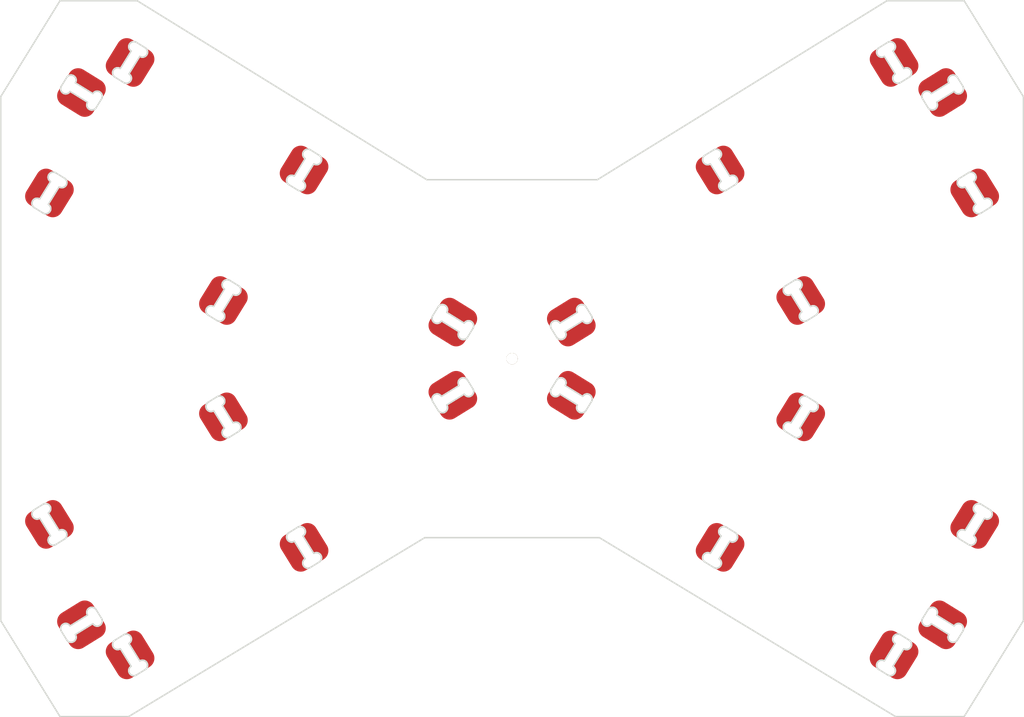
<source format=kicad_pcb>
(kicad_pcb (version 20241229) (generator "pcbnew") (generator_version "9.0")
  (layers (0 "F.Cu" signal) (2 "B.Cu" signal) (13 "F.Paste" user) (15 "B.Paste" user) (5 "F.SilkS" user "F.Silkscreen") (7 "B.SilkS" user "B.Silkscreen") (1 "F.Mask" user) (3 "B.Mask" user) (25 "Edge.Cuts" user))
  (net 0 "")
  (footprint "modules:pcb_jig_bottom" (layer "F.Cu") (at 0 0)
    (property "Reference" "")
    (property "Value" "")
    (fp_line (start -50.000048 -25.617491) (end -50.000048 25.61711) (stroke (width 0.141421)) (layer "Edge.Cuts"))
    (fp_line (start -50.000048 25.61711) (end -44.200919 35) (stroke (width 0.141421)) (layer "Edge.Cuts"))
    (fp_line (start -46.951535 -15.202332) (end -46.948618 -15.245219) (stroke (width 0.141421)) (layer "Edge.Cuts"))
    (fp_line (start -46.951535 15.202915) (end -46.950763 15.160091) (stroke (width 0.141421)) (layer "Edge.Cuts"))
    (fp_line (start -46.950763 -15.159547) (end -46.951535 -15.202332) (stroke (width 0.141421)) (layer "Edge.Cuts"))
    (fp_line (start -46.950763 15.160091) (end -46.946359 15.117609) (stroke (width 0.141421)) (layer "Edge.Cuts"))
    (fp_line (start -46.948618 -15.245219) (end -46.941956 -15.287967) (stroke (width 0.141421)) (layer "Edge.Cuts"))
    (fp_line (start -46.948618 15.245839) (end -46.951535 15.202915) (stroke (width 0.141421)) (layer "Edge.Cuts"))
    (fp_line (start -46.946359 15.117609) (end -46.938379 15.075712) (stroke (width 0.141421)) (layer "Edge.Cuts"))
    (fp_line (start -46.946358 -15.117106) (end -46.950763 -15.159547) (stroke (width 0.141421)) (layer "Edge.Cuts"))
    (fp_line (start -46.941956 -15.287967) (end -46.931493 -15.330334) (stroke (width 0.141421)) (layer "Edge.Cuts"))
    (fp_line (start -46.941956 15.288619) (end -46.948618 15.245839) (stroke (width 0.141421)) (layer "Edge.Cuts"))
    (fp_line (start -46.938379 15.075712) (end -46.92688 15.034645) (stroke (width 0.141421)) (layer "Edge.Cuts"))
    (fp_line (start -46.938378 -15.075252) (end -46.946358 -15.117106) (stroke (width 0.141421)) (layer "Edge.Cuts"))
    (fp_line (start -46.931493 -15.330334) (end -46.917171 -15.372077) (stroke (width 0.141421)) (layer "Edge.Cuts"))
    (fp_line (start -46.931493 15.331012) (end -46.941956 15.288619) (stroke (width 0.141421)) (layer "Edge.Cuts"))
    (fp_line (start -46.92688 -15.034227) (end -46.938378 -15.075252) (stroke (width 0.141421)) (layer "Edge.Cuts"))
    (fp_line (start -46.92688 15.034645) (end -46.911919 14.994649) (stroke (width 0.141421)) (layer "Edge.Cuts"))
    (fp_line (start -46.917171 -15.372077) (end -46.898935 -15.412954) (stroke (width 0.141421)) (layer "Edge.Cuts"))
    (fp_line (start -46.917171 15.372776) (end -46.931493 15.331012) (stroke (width 0.141421)) (layer "Edge.Cuts"))
    (fp_line (start -46.911919 14.994649) (end -46.893551 14.955968) (stroke (width 0.141421)) (layer "Edge.Cuts"))
    (fp_line (start -46.911918 -14.994273) (end -46.92688 -15.034227) (stroke (width 0.141421)) (layer "Edge.Cuts"))
    (fp_line (start -46.898935 -15.412954) (end -46.876727 -15.452724) (stroke (width 0.141421)) (layer "Edge.Cuts"))
    (fp_line (start -46.898935 15.413666) (end -46.917171 15.372776) (stroke (width 0.141421)) (layer "Edge.Cuts"))
    (fp_line (start -46.893551 14.955968) (end -46.871834 14.918845) (stroke (width 0.141421)) (layer "Edge.Cuts"))
    (fp_line (start -46.89355 -14.955632) (end -46.911918 -14.994273) (stroke (width 0.141421)) (layer "Edge.Cuts"))
    (fp_line (start -46.876727 -15.452724) (end -46.851083 -15.490371) (stroke (width 0.141421)) (layer "Edge.Cuts"))
    (fp_line (start -46.876727 15.45344) (end -46.898935 15.413666) (stroke (width 0.141421)) (layer "Edge.Cuts"))
    (fp_line (start -46.871834 14.918845) (end -46.846823 14.883524) (stroke (width 0.141421)) (layer "Edge.Cuts"))
    (fp_line (start -46.871833 -14.918545) (end -46.89355 -14.955632) (stroke (width 0.141421)) (layer "Edge.Cuts"))
    (fp_line (start -46.851083 -15.490371) (end -46.822669 -15.524959) (stroke (width 0.141421)) (layer "Edge.Cuts"))
    (fp_line (start -46.851083 15.491092) (end -46.876727 15.45344) (stroke (width 0.141421)) (layer "Edge.Cuts"))
    (fp_line (start -46.846823 14.883524) (end -46.818576 14.850246) (stroke (width 0.141421)) (layer "Edge.Cuts"))
    (fp_line (start -46.846822 -14.883256) (end -46.871833 -14.918545) (stroke (width 0.141421)) (layer "Edge.Cuts"))
    (fp_line (start -46.822669 -15.524959) (end -46.791725 -15.556431) (stroke (width 0.141421)) (layer "Edge.Cuts"))
    (fp_line (start -46.822669 15.525685) (end -46.851083 15.491092) (stroke (width 0.141421)) (layer "Edge.Cuts"))
    (fp_line (start -46.818576 14.850246) (end -46.787148 14.819256) (stroke (width 0.141421)) (layer "Edge.Cuts"))
    (fp_line (start -46.818575 -14.850006) (end -46.846822 -14.883256) (stroke (width 0.141421)) (layer "Edge.Cuts"))
    (fp_line (start -46.791725 -15.556431) (end -46.758496 -15.584729) (stroke (width 0.141421)) (layer "Edge.Cuts"))
    (fp_line (start -46.791725 15.55716) (end -46.822669 15.525685) (stroke (width 0.141421)) (layer "Edge.Cuts"))
    (fp_line (start -46.787148 -14.819037) (end -46.818575 -14.850006) (stroke (width 0.141421)) (layer "Edge.Cuts"))
    (fp_line (start -46.787148 14.819256) (end -46.752597 14.790796) (stroke (width 0.141421)) (layer "Edge.Cuts"))
    (fp_line (start -46.758496 -15.584729) (end -46.723222 -15.609796) (stroke (width 0.141421)) (layer "Edge.Cuts"))
    (fp_line (start -46.758496 15.58546) (end -46.791725 15.55716) (stroke (width 0.141421)) (layer "Edge.Cuts"))
    (fp_line (start -46.752597 -14.790591) (end -46.787148 -14.819037) (stroke (width 0.141421)) (layer "Edge.Cuts"))
    (fp_line (start -46.752597 14.790796) (end -46.714979 14.76511) (stroke (width 0.141421)) (layer "Edge.Cuts"))
    (fp_line (start -46.723222 -15.609796) (end -46.686147 -15.631575) (stroke (width 0.141421)) (layer "Edge.Cuts"))
    (fp_line (start -46.723222 15.610528) (end -46.758496 15.58546) (stroke (width 0.141421)) (layer "Edge.Cuts"))
    (fp_line (start -46.714979 -14.76491) (end -46.752597 -14.790591) (stroke (width 0.141421)) (layer "Edge.Cuts"))
    (fp_line (start -46.714979 14.76511) (end -45.863867 14.23904) (stroke (width 0.141421)) (layer "Edge.Cuts"))
    (fp_line (start -46.686147 -15.631575) (end -46.647512 -15.650007) (stroke (width 0.141421)) (layer "Edge.Cuts"))
    (fp_line (start -46.686147 15.632307) (end -46.723222 15.610528) (stroke (width 0.141421)) (layer "Edge.Cuts"))
    (fp_line (start -46.647512 -15.650007) (end -46.60756 -15.665036) (stroke (width 0.141421)) (layer "Edge.Cuts"))
    (fp_line (start -46.647512 15.650739) (end -46.686147 15.632307) (stroke (width 0.141421)) (layer "Edge.Cuts"))
    (fp_line (start -46.60756 -15.665036) (end -46.566533 -15.676605) (stroke (width 0.141421)) (layer "Edge.Cuts"))
    (fp_line (start -46.60756 15.665767) (end -46.647512 15.650739) (stroke (width 0.141421)) (layer "Edge.Cuts"))
    (fp_line (start -46.566533 -15.676605) (end -46.524674 -15.684654) (stroke (width 0.141421)) (layer "Edge.Cuts"))
    (fp_line (start -46.566533 15.677334) (end -46.60756 15.665767) (stroke (width 0.141421)) (layer "Edge.Cuts"))
    (fp_line (start -46.524674 -15.684654) (end -46.482225 -15.689129) (stroke (width 0.141421)) (layer "Edge.Cuts"))
    (fp_line (start -46.524674 15.685382) (end -46.566533 15.677334) (stroke (width 0.141421)) (layer "Edge.Cuts"))
    (fp_line (start -46.482225 -15.689129) (end -46.439428 -15.68997) (stroke (width 0.141421)) (layer "Edge.Cuts"))
    (fp_line (start -46.482225 15.689854) (end -46.524674 15.685382) (stroke (width 0.141421)) (layer "Edge.Cuts"))
    (fp_line (start -46.439428 -15.68997) (end -46.396526 -15.687121) (stroke (width 0.141421)) (layer "Edge.Cuts"))
    (fp_line (start -46.439428 15.690693) (end -46.482225 15.689854) (stroke (width 0.141421)) (layer "Edge.Cuts"))
    (fp_line (start -46.396526 -15.687121) (end -46.35376 -15.680523) (stroke (width 0.141421)) (layer "Edge.Cuts"))
    (fp_line (start -46.396526 15.687842) (end -46.439428 15.690693) (stroke (width 0.141421)) (layer "Edge.Cuts"))
    (fp_line (start -46.35376 -15.680523) (end -46.311374 -15.670121) (stroke (width 0.141421)) (layer "Edge.Cuts"))
    (fp_line (start -46.35376 15.681242) (end -46.396526 15.687842) (stroke (width 0.141421)) (layer "Edge.Cuts"))
    (fp_line (start -46.311374 -15.670121) (end -46.269609 -15.655855) (stroke (width 0.141421)) (layer "Edge.Cuts"))
    (fp_line (start -46.311374 15.670838) (end -46.35376 15.681242) (stroke (width 0.141421)) (layer "Edge.Cuts"))
    (fp_line (start -46.269609 -15.655855) (end -46.228708 -15.637669) (stroke (width 0.141421)) (layer "Edge.Cuts"))
    (fp_line (start -46.269609 15.656571) (end -46.311374 15.670838) (stroke (width 0.141421)) (layer "Edge.Cuts"))
    (fp_line (start -46.228708 -15.637669) (end -46.188913 -15.615506) (stroke (width 0.141421)) (layer "Edge.Cuts"))
    (fp_line (start -46.228708 15.638384) (end -46.269609 15.656571) (stroke (width 0.141421)) (layer "Edge.Cuts"))
    (fp_line (start -46.188913 -15.615506) (end -45.137298 -17.317211) (stroke (width 0.141421)) (layer "Edge.Cuts"))
    (fp_line (start -46.188913 15.61622) (end -46.228708 15.638384) (stroke (width 0.141421)) (layer "Edge.Cuts"))
    (fp_line (start -45.863867 -14.238842) (end -46.714979 -14.76491) (stroke (width 0.141421)) (layer "Edge.Cuts"))
    (fp_line (start -45.863867 14.23904) (end -45.83037 14.22006) (stroke (width 0.141421)) (layer "Edge.Cuts"))
    (fp_line (start -45.83037 14.22006) (end -45.796059 14.203902) (stroke (width 0.141421)) (layer "Edge.Cuts"))
    (fp_line (start -45.824067 -14.216679) (end -45.863867 -14.238842) (stroke (width 0.141421)) (layer "Edge.Cuts"))
    (fp_line (start -45.796059 14.203902) (end -45.761078 14.190538) (stroke (width 0.141421)) (layer "Edge.Cuts"))
    (fp_line (start -45.783153 -14.198493) (end -45.824067 -14.216679) (stroke (width 0.141421)) (layer "Edge.Cuts"))
    (fp_line (start -45.761078 14.190538) (end -45.725572 14.17994) (stroke (width 0.141421)) (layer "Edge.Cuts"))
    (fp_line (start -45.741367 -14.184227) (end -45.783153 -14.198493) (stroke (width 0.141421)) (layer "Edge.Cuts"))
    (fp_line (start -45.725572 14.17994) (end -45.689686 14.172079) (stroke (width 0.141421)) (layer "Edge.Cuts"))
    (fp_line (start -45.698954 -14.173824) (end -45.741367 -14.184227) (stroke (width 0.141421)) (layer "Edge.Cuts"))
    (fp_line (start -45.689686 14.172079) (end -45.653565 14.166927) (stroke (width 0.141421)) (layer "Edge.Cuts"))
    (fp_line (start -45.656155 -14.167227) (end -45.698954 -14.173824) (stroke (width 0.141421)) (layer "Edge.Cuts"))
    (fp_line (start -45.653565 14.166927) (end -45.617354 14.164457) (stroke (width 0.141421)) (layer "Edge.Cuts"))
    (fp_line (start -45.617354 14.164457) (end -45.581197 14.16464) (stroke (width 0.141421)) (layer "Edge.Cuts"))
    (fp_line (start -45.613216 -14.164377) (end -45.656155 -14.167227) (stroke (width 0.141421)) (layer "Edge.Cuts"))
    (fp_line (start -45.581197 14.16463) (end -45.54126 14.167964) (stroke (width 0.141421)) (layer "Edge.Cuts"))
    (fp_line (start -45.581197 14.16464) (end -45.581197 14.16463) (stroke (width 0.141421)) (layer "Edge.Cuts"))
    (fp_line (start -45.570379 -14.165218) (end -45.613216 -14.164377) (stroke (width 0.141421)) (layer "Edge.Cuts"))
    (fp_line (start -45.54126 14.167964) (end -45.501763 14.174436) (stroke (width 0.141421)) (layer "Edge.Cuts"))
    (fp_line (start -45.527887 -14.169692) (end -45.570379 -14.165218) (stroke (width 0.141421)) (layer "Edge.Cuts"))
    (fp_line (start -45.501763 14.174436) (end -45.462909 14.184002) (stroke (width 0.141421)) (layer "Edge.Cuts"))
    (fp_line (start -45.485985 -14.177742) (end -45.527887 -14.169692) (stroke (width 0.141421)) (layer "Edge.Cuts"))
    (fp_line (start -45.462909 14.184002) (end -45.424901 14.196615) (stroke (width 0.141421)) (layer "Edge.Cuts"))
    (fp_line (start -45.444915 -14.18931) (end -45.485985 -14.177742) (stroke (width 0.141421)) (layer "Edge.Cuts"))
    (fp_line (start -45.424901 14.196615) (end -45.38794 14.212231) (stroke (width 0.141421)) (layer "Edge.Cuts"))
    (fp_line (start -45.404921 -14.204339) (end -45.444915 -14.18931) (stroke (width 0.141421)) (layer "Edge.Cuts"))
    (fp_line (start -45.38794 14.212231) (end -45.352228 14.230804) (stroke (width 0.141421)) (layer "Edge.Cuts"))
    (fp_line (start -45.374041 -17.754615) (end -45.371174 -17.797508) (stroke (width 0.141421)) (layer "Edge.Cuts"))
    (fp_line (start -45.37404 17.754812) (end -45.373222 17.712021) (stroke (width 0.141421)) (layer "Edge.Cuts"))
    (fp_line (start -45.373223 -17.711824) (end -45.374041 -17.754615) (stroke (width 0.141421)) (layer "Edge.Cuts"))
    (fp_line (start -45.373222 17.712021) (end -45.368776 17.669574) (stroke (width 0.141421)) (layer "Edge.Cuts"))
    (fp_line (start -45.371174 -17.797508) (end -45.364564 -17.840262) (stroke (width 0.141421)) (layer "Edge.Cuts"))
    (fp_line (start -45.371173 17.797706) (end -45.37404 17.754812) (stroke (width 0.141421)) (layer "Edge.Cuts"))
    (fp_line (start -45.368777 -17.669377) (end -45.373223 -17.711824) (stroke (width 0.141421)) (layer "Edge.Cuts"))
    (fp_line (start -45.368776 17.669574) (end -45.360758 17.627715) (stroke (width 0.141421)) (layer "Edge.Cuts"))
    (fp_line (start -45.366247 -14.222771) (end -45.404921 -14.204339) (stroke (width 0.141421)) (layer "Edge.Cuts"))
    (fp_line (start -45.364564 -17.840262) (end -45.354155 -17.882632) (stroke (width 0.141421)) (layer "Edge.Cuts"))
    (fp_line (start -45.364563 17.840459) (end -45.371173 17.797706) (stroke (width 0.141421)) (layer "Edge.Cuts"))
    (fp_line (start -45.36076 -17.627518) (end -45.368777 -17.669377) (stroke (width 0.141421)) (layer "Edge.Cuts"))
    (fp_line (start -45.360758 17.627715) (end -45.349226 17.586685) (stroke (width 0.141421)) (layer "Edge.Cuts"))
    (fp_line (start -45.354155 -17.882632) (end -45.339889 -17.924378) (stroke (width 0.141421)) (layer "Edge.Cuts"))
    (fp_line (start -45.354154 17.882829) (end -45.364563 17.840459) (stroke (width 0.141421)) (layer "Edge.Cuts"))
    (fp_line (start -45.352228 14.230804) (end -45.31797 14.252289) (stroke (width 0.141421)) (layer "Edge.Cuts"))
    (fp_line (start -45.349228 -17.586488) (end -45.36076 -17.627518) (stroke (width 0.141421)) (layer "Edge.Cuts"))
    (fp_line (start -45.349226 17.586685) (end -45.334237 17.546728) (stroke (width 0.141421)) (layer "Edge.Cuts"))
    (fp_line (start -45.339889 -17.924378) (end -45.32171 -17.965256) (stroke (width 0.141421)) (layer "Edge.Cuts"))
    (fp_line (start -45.339889 17.924575) (end -45.354154 17.882829) (stroke (width 0.141421)) (layer "Edge.Cuts"))
    (fp_line (start -45.337801 -15.089954) (end -45.300178 -15.064269) (stroke (width 0.141421)) (layer "Edge.Cuts"))
    (fp_line (start -45.337801 15.09015) (end -44.286186 16.79134) (stroke (width 0.141421)) (layer "Edge.Cuts"))
    (fp_line (start -45.334239 -17.546531) (end -45.349228 -17.586488) (stroke (width 0.141421)) (layer "Edge.Cuts"))
    (fp_line (start -45.334237 17.546728) (end -45.315848 17.508084) (stroke (width 0.141421)) (layer "Edge.Cuts"))
    (fp_line (start -45.329135 -14.24455) (end -45.366247 -14.222771) (stroke (width 0.141421)) (layer "Edge.Cuts"))
    (fp_line (start -45.32171 -17.965256) (end -45.299561 -18.005024) (stroke (width 0.141421)) (layer "Edge.Cuts"))
    (fp_line (start -45.32171 17.965452) (end -45.339889 17.924575) (stroke (width 0.141421)) (layer "Edge.Cuts"))
    (fp_line (start -45.31797 14.252289) (end -45.285365 14.276642) (stroke (width 0.141421)) (layer "Edge.Cuts"))
    (fp_line (start -45.315849 -17.507888) (end -45.334239 -17.546531) (stroke (width 0.141421)) (layer "Edge.Cuts"))
    (fp_line (start -45.315848 17.508084) (end -45.294115 17.470998) (stroke (width 0.141421)) (layer "Edge.Cuts"))
    (fp_line (start -45.300179 15.064465) (end -45.337801 15.09015) (stroke (width 0.141421)) (layer "Edge.Cuts"))
    (fp_line (start -45.300178 -15.064269) (end -45.265615 -15.035811) (stroke (width 0.141421)) (layer "Edge.Cuts"))
    (fp_line (start -45.299561 -18.005024) (end -45.275607 -18.040402) (stroke (width 0.141421)) (layer "Edge.Cuts"))
    (fp_line (start -45.299561 18.00522) (end -45.32171 17.965452) (stroke (width 0.141421)) (layer "Edge.Cuts"))
    (fp_line (start -45.294117 -17.470801) (end -45.315849 -17.507888) (stroke (width 0.141421)) (layer "Edge.Cuts"))
    (fp_line (start -45.294115 17.470998) (end -45.269096 17.435712) (stroke (width 0.141421)) (layer "Edge.Cuts"))
    (fp_line (start -45.293829 -14.269617) (end -45.329135 -14.24455) (stroke (width 0.141421)) (layer "Edge.Cuts"))
    (fp_line (start -45.285365 14.276642) (end -45.254617 14.303816) (stroke (width 0.141421)) (layer "Edge.Cuts"))
    (fp_line (start -45.275607 -18.040402) (end -45.249207 -18.073084) (stroke (width 0.141421)) (layer "Edge.Cuts"))
    (fp_line (start -45.273919 18.042872) (end -45.299561 18.00522) (stroke (width 0.141421)) (layer "Edge.Cuts"))
    (fp_line (start -45.269097 -17.435515) (end -45.294117 -17.470801) (stroke (width 0.141421)) (layer "Edge.Cuts"))
    (fp_line (start -45.269096 17.435712) (end -45.240848 17.402467) (stroke (width 0.141421)) (layer "Edge.Cuts"))
    (fp_line (start -45.265615 -15.035811) (end -45.234167 -15.004822) (stroke (width 0.141421)) (layer "Edge.Cuts"))
    (fp_line (start -45.265615 15.036007) (end -45.300179 15.064465) (stroke (width 0.141421)) (layer "Edge.Cuts"))
    (fp_line (start -45.260574 -14.297916) (end -45.293829 -14.269617) (stroke (width 0.141421)) (layer "Edge.Cuts"))
    (fp_line (start -45.254617 14.303816) (end -45.225929 14.333768) (stroke (width 0.141421)) (layer "Edge.Cuts"))
    (fp_line (start -45.249207 -18.073084) (end -45.220561 -18.103026) (stroke (width 0.141421)) (layer "Edge.Cuts"))
    (fp_line (start -45.245506 18.077465) (end -45.273919 18.042872) (stroke (width 0.141421)) (layer "Edge.Cuts"))
    (fp_line (start -45.240849 -17.40227) (end -45.269097 -17.435515) (stroke (width 0.141421)) (layer "Edge.Cuts"))
    (fp_line (start -45.240848 17.402467) (end -45.209427 17.371507) (stroke (width 0.141421)) (layer "Edge.Cuts"))
    (fp_line (start -45.234168 15.005017) (end -45.265615 15.036007) (stroke (width 0.141421)) (layer "Edge.Cuts"))
    (fp_line (start -45.234167 -15.004822) (end -45.205893 -14.971545) (stroke (width 0.141421)) (layer "Edge.Cuts"))
    (fp_line (start -45.229611 -14.329388) (end -45.260574 -14.297916) (stroke (width 0.141421)) (layer "Edge.Cuts"))
    (fp_line (start -45.225929 14.333768) (end -45.199502 14.366451) (stroke (width 0.141421)) (layer "Edge.Cuts"))
    (fp_line (start -45.220561 -18.103026) (end -45.189866 -18.130182) (stroke (width 0.141421)) (layer "Edge.Cuts"))
    (fp_line (start -45.214563 18.10894) (end -45.245506 18.077465) (stroke (width 0.141421)) (layer "Edge.Cuts"))
    (fp_line (start -45.209428 -17.371309) (end -45.240849 -17.40227) (stroke (width 0.141421)) (layer "Edge.Cuts"))
    (fp_line (start -45.209427 17.371507) (end -45.174892 17.343074) (stroke (width 0.141421)) (layer "Edge.Cuts"))
    (fp_line (start -45.205895 14.971741) (end -45.234168 15.005017) (stroke (width 0.141421)) (layer "Edge.Cuts"))
    (fp_line (start -45.205893 -14.971545) (end -45.180851 -14.936224) (stroke (width 0.141421)) (layer "Edge.Cuts"))
    (fp_line (start -45.201184 -14.363977) (end -45.229611 -14.329388) (stroke (width 0.141421)) (layer "Edge.Cuts"))
    (fp_line (start -45.199502 14.366451) (end -45.175538 14.40182) (stroke (width 0.141421)) (layer "Edge.Cuts"))
    (fp_line (start -45.189866 -18.130182) (end -45.157322 -18.154507) (stroke (width 0.141421)) (layer "Edge.Cuts"))
    (fp_line (start -45.181334 18.13724) (end -45.214563 18.10894) (stroke (width 0.141421)) (layer "Edge.Cuts"))
    (fp_line (start -45.180852 14.936419) (end -45.205895 14.971741) (stroke (width 0.141421)) (layer "Edge.Cuts"))
    (fp_line (start -45.180851 -14.936224) (end -45.159097 -14.899101) (stroke (width 0.141421)) (layer "Edge.Cuts"))
    (fp_line (start -45.175538 -14.401625) (end -45.201184 -14.363977) (stroke (width 0.141421)) (layer "Edge.Cuts"))
    (fp_line (start -45.175538 14.40182) (end -45.153336 14.441594) (stroke (width 0.141421)) (layer "Edge.Cuts"))
    (fp_line (start -45.174892 -17.342876) (end -45.209428 -17.371309) (stroke (width 0.141421)) (layer "Edge.Cuts"))
    (fp_line (start -45.174892 17.343074) (end -45.137298 17.31741) (stroke (width 0.141421)) (layer "Edge.Cuts"))
    (fp_line (start -45.159099 14.899296) (end -45.180852 14.936419) (stroke (width 0.141421)) (layer "Edge.Cuts"))
    (fp_line (start -45.159097 -14.899101) (end -45.14069 -14.860421) (stroke (width 0.141421)) (layer "Edge.Cuts"))
    (fp_line (start -45.157322 -18.154507) (end -45.123127 -18.175955) (stroke (width 0.141421)) (layer "Edge.Cuts"))
    (fp_line (start -45.153336 -14.4414) (end -45.175538 -14.401625) (stroke (width 0.141421)) (layer "Edge.Cuts"))
    (fp_line (start -45.153336 14.441594) (end -45.135113 14.482485) (stroke (width 0.141421)) (layer "Edge.Cuts"))
    (fp_line (start -45.146061 18.162308) (end -45.181334 18.13724) (stroke (width 0.141421)) (layer "Edge.Cuts"))
    (fp_line (start -45.140692 14.860615) (end -45.159099 14.899296) (stroke (width 0.141421)) (layer "Edge.Cuts"))
    (fp_line (start -45.14069 -14.860421) (end -45.125687 -14.820425) (stroke (width 0.141421)) (layer "Edge.Cuts"))
    (fp_line (start -45.137298 -17.317211) (end -45.174892 -17.342876) (stroke (width 0.141421)) (layer "Edge.Cuts"))
    (fp_line (start -45.137298 17.31741) (end -46.188913 15.61622) (stroke (width 0.141421)) (layer "Edge.Cuts"))
    (fp_line (start -45.135113 -14.482291) (end -45.153336 -14.4414) (stroke (width 0.141421)) (layer "Edge.Cuts"))
    (fp_line (start -45.135113 14.482485) (end -45.120812 14.524248) (stroke (width 0.141421)) (layer "Edge.Cuts"))
    (fp_line (start -45.125689 14.820619) (end -45.140692 14.860615) (stroke (width 0.141421)) (layer "Edge.Cuts"))
    (fp_line (start -45.125687 -14.820425) (end -45.114146 -14.779357) (stroke (width 0.141421)) (layer "Edge.Cuts"))
    (fp_line (start -45.123127 -18.175955) (end -45.08748 -18.194481) (stroke (width 0.141421)) (layer "Edge.Cuts"))
    (fp_line (start -45.120812 -14.524055) (end -45.135113 -14.482291) (stroke (width 0.141421)) (layer "Edge.Cuts"))
    (fp_line (start -45.120812 14.524248) (end -45.110376 14.566642) (stroke (width 0.141421)) (layer "Edge.Cuts"))
    (fp_line (start -45.114147 14.779551) (end -45.125689 14.820619) (stroke (width 0.141421)) (layer "Edge.Cuts"))
    (fp_line (start -45.114146 -14.779357) (end -45.106123 -14.737461) (stroke (width 0.141421)) (layer "Edge.Cuts"))
    (fp_line (start -45.110376 -14.566449) (end -45.120812 -14.524055) (stroke (width 0.141421)) (layer "Edge.Cuts"))
    (fp_line (start -45.110376 14.566642) (end -45.103747 14.609423) (stroke (width 0.141421)) (layer "Edge.Cuts"))
    (fp_line (start -45.108986 18.184087) (end -45.146061 18.162308) (stroke (width 0.141421)) (layer "Edge.Cuts"))
    (fp_line (start -45.106124 14.737654) (end -45.114147 14.779551) (stroke (width 0.141421)) (layer "Edge.Cuts"))
    (fp_line (start -45.106123 -14.737461) (end -45.101678 -14.694979) (stroke (width 0.141421)) (layer "Edge.Cuts"))
    (fp_line (start -45.103747 14.609423) (end -45.100867 14.652347) (stroke (width 0.141421)) (layer "Edge.Cuts"))
    (fp_line (start -45.103746 -14.60923) (end -45.110376 -14.566449) (stroke (width 0.141421)) (layer "Edge.Cuts"))
    (fp_line (start -45.101679 14.695172) (end -45.106124 14.737654) (stroke (width 0.141421)) (layer "Edge.Cuts"))
    (fp_line (start -45.101678 -14.694979) (end -45.100866 -14.652154) (stroke (width 0.141421)) (layer "Edge.Cuts"))
    (fp_line (start -45.100867 14.652347) (end -45.101679 14.695172) (stroke (width 0.141421)) (layer "Edge.Cuts"))
    (fp_line (start -45.100866 -14.652154) (end -45.103746 -14.60923) (stroke (width 0.141421)) (layer "Edge.Cuts"))
    (fp_line (start -45.08748 -18.194481) (end -45.05058 -18.210041) (stroke (width 0.141421)) (layer "Edge.Cuts"))
    (fp_line (start -45.070351 18.202519) (end -45.108986 18.184087) (stroke (width 0.141421)) (layer "Edge.Cuts"))
    (fp_line (start -45.05058 -18.210041) (end -45.012625 -18.222588) (stroke (width 0.141421)) (layer "Edge.Cuts"))
    (fp_line (start -45.030398 18.217547) (end -45.070351 18.202519) (stroke (width 0.141421)) (layer "Edge.Cuts"))
    (fp_line (start -45.012625 -18.222588) (end -44.973814 -18.232077) (stroke (width 0.141421)) (layer "Edge.Cuts"))
    (fp_line (start -44.989371 18.229114) (end -45.030398 18.217547) (stroke (width 0.141421)) (layer "Edge.Cuts"))
    (fp_line (start -44.973814 -18.232077) (end -44.934345 -18.238464) (stroke (width 0.141421)) (layer "Edge.Cuts"))
    (fp_line (start -44.947511 18.237162) (end -44.989371 18.229114) (stroke (width 0.141421)) (layer "Edge.Cuts"))
    (fp_line (start -44.934345 -18.238464) (end -44.894418 -18.241702) (stroke (width 0.141421)) (layer "Edge.Cuts"))
    (fp_line (start -44.905062 18.241634) (end -44.947511 18.237162) (stroke (width 0.141421)) (layer "Edge.Cuts"))
    (fp_line (start -44.894418 -18.241702) (end -44.894418 -18.241702) (stroke (width 0.141421)) (layer "Edge.Cuts"))
    (fp_line (start -44.894418 -18.241702) (end -44.85826 -18.241876) (stroke (width 0.141421)) (layer "Edge.Cuts"))
    (fp_line (start -44.862264 18.242473) (end -44.905062 18.241634) (stroke (width 0.141421)) (layer "Edge.Cuts"))
    (fp_line (start -44.85826 -18.241876) (end -44.822049 -18.239446) (stroke (width 0.141421)) (layer "Edge.Cuts"))
    (fp_line (start -44.822049 -18.239446) (end -44.785928 -18.234369) (stroke (width 0.141421)) (layer "Edge.Cuts"))
    (fp_line (start -44.819361 18.239622) (end -44.862264 18.242473) (stroke (width 0.141421)) (layer "Edge.Cuts"))
    (fp_line (start -44.785928 -18.234369) (end -44.750042 -18.226603) (stroke (width 0.141421)) (layer "Edge.Cuts"))
    (fp_line (start -44.776595 18.233022) (end -44.819361 18.239622) (stroke (width 0.141421)) (layer "Edge.Cuts"))
    (fp_line (start -44.750042 -18.226603) (end -44.714537 -18.216106) (stroke (width 0.141421)) (layer "Edge.Cuts"))
    (fp_line (start -44.734208 18.222618) (end -44.776595 18.233022) (stroke (width 0.141421)) (layer "Edge.Cuts"))
    (fp_line (start -44.714537 -18.216106) (end -44.679556 -18.202835) (stroke (width 0.141421)) (layer "Edge.Cuts"))
    (fp_line (start -44.692443 18.208351) (end -44.734208 18.222618) (stroke (width 0.141421)) (layer "Edge.Cuts"))
    (fp_line (start -44.679556 -18.202835) (end -44.645245 -18.186747) (stroke (width 0.141421)) (layer "Edge.Cuts"))
    (fp_line (start -44.651543 18.190164) (end -44.692443 18.208351) (stroke (width 0.141421)) (layer "Edge.Cuts"))
    (fp_line (start -44.645245 -18.186747) (end -44.611748 -18.167802) (stroke (width 0.141421)) (layer "Edge.Cuts"))
    (fp_line (start -44.611748 -18.167802) (end -43.760636 -17.641736) (stroke (width 0.141421)) (layer "Edge.Cuts"))
    (fp_line (start -44.611748 18.168) (end -44.651543 18.190164) (stroke (width 0.141421)) (layer "Edge.Cuts"))
    (fp_line (start -44.286186 -16.791143) (end -45.337801 -15.089954) (stroke (width 0.141421)) (layer "Edge.Cuts"))
    (fp_line (start -44.286186 16.79134) (end -44.246418 16.769191) (stroke (width 0.141421)) (layer "Edge.Cuts"))
    (fp_line (start -44.246418 -16.768993) (end -44.286186 -16.791143) (stroke (width 0.141421)) (layer "Edge.Cuts"))
    (fp_line (start -44.246418 16.769191) (end -44.20554 16.751011) (stroke (width 0.141421)) (layer "Edge.Cuts"))
    (fp_line (start -44.20554 -16.750814) (end -44.246418 -16.768993) (stroke (width 0.141421)) (layer "Edge.Cuts"))
    (fp_line (start -44.20554 16.751011) (end -44.163794 16.736744) (stroke (width 0.141421)) (layer "Edge.Cuts"))
    (fp_line (start -44.201953 -34.999865) (end -50.000048 -25.617491) (stroke (width 0.141421)) (layer "Edge.Cuts"))
    (fp_line (start -44.200919 35) (end -37.500555 35) (stroke (width 0.141421)) (layer "Edge.Cuts"))
    (fp_line (start -44.163794 -16.736548) (end -44.20554 -16.750814) (stroke (width 0.141421)) (layer "Edge.Cuts"))
    (fp_line (start -44.163794 16.736744) (end -44.121423 16.726333) (stroke (width 0.141421)) (layer "Edge.Cuts"))
    (fp_line (start -44.145678 -26.398939) (end -44.142828 -26.441842) (stroke (width 0.141421)) (layer "Edge.Cuts"))
    (fp_line (start -44.145678 26.399131) (end -44.144837 26.356334) (stroke (width 0.141421)) (layer "Edge.Cuts"))
    (fp_line (start -44.144837 -26.356142) (end -44.145678 -26.398939) (stroke (width 0.141421)) (layer "Edge.Cuts"))
    (fp_line (start -44.144837 26.356334) (end -44.140364 26.313884) (stroke (width 0.141421)) (layer "Edge.Cuts"))
    (fp_line (start -44.142828 -26.441842) (end -44.13623 -26.484608) (stroke (width 0.141421)) (layer "Edge.Cuts"))
    (fp_line (start -44.142828 26.442034) (end -44.145678 26.399131) (stroke (width 0.141421)) (layer "Edge.Cuts"))
    (fp_line (start -44.140364 26.313884) (end -44.132314 26.272025) (stroke (width 0.141421)) (layer "Edge.Cuts"))
    (fp_line (start -44.140363 -26.313692) (end -44.144837 -26.356142) (stroke (width 0.141421)) (layer "Edge.Cuts"))
    (fp_line (start -44.136231 26.4848) (end -44.142828 26.442034) (stroke (width 0.141421)) (layer "Edge.Cuts"))
    (fp_line (start -44.13623 -26.484608) (end -44.125827 -26.526995) (stroke (width 0.141421)) (layer "Edge.Cuts"))
    (fp_line (start -44.132314 26.272025) (end -44.120746 26.230998) (stroke (width 0.141421)) (layer "Edge.Cuts"))
    (fp_line (start -44.132313 -26.271833) (end -44.140363 -26.313692) (stroke (width 0.141421)) (layer "Edge.Cuts"))
    (fp_line (start -44.125827 -26.526995) (end -44.111562 -26.56876) (stroke (width 0.141421)) (layer "Edge.Cuts"))
    (fp_line (start -44.125827 26.527187) (end -44.136231 26.4848) (stroke (width 0.141421)) (layer "Edge.Cuts"))
    (fp_line (start -44.121423 -16.726138) (end -44.163794 -16.736548) (stroke (width 0.141421)) (layer "Edge.Cuts"))
    (fp_line (start -44.121423 16.726333) (end -44.07867 16.719722) (stroke (width 0.141421)) (layer "Edge.Cuts"))
    (fp_line (start -44.120746 26.230998) (end -44.105717 26.191047) (stroke (width 0.141421)) (layer "Edge.Cuts"))
    (fp_line (start -44.120745 -26.230806) (end -44.132313 -26.271833) (stroke (width 0.141421)) (layer "Edge.Cuts"))
    (fp_line (start -44.111562 -26.56876) (end -44.093376 -26.609661) (stroke (width 0.141421)) (layer "Edge.Cuts"))
    (fp_line (start -44.111562 26.568953) (end -44.125827 26.527187) (stroke (width 0.141421)) (layer "Edge.Cuts"))
    (fp_line (start -44.105717 26.191047) (end -44.087285 26.152412) (stroke (width 0.141421)) (layer "Edge.Cuts"))
    (fp_line (start -44.105716 -26.190854) (end -44.120745 -26.230806) (stroke (width 0.141421)) (layer "Edge.Cuts"))
    (fp_line (start -44.093376 -26.609661) (end -44.071212 -26.649456) (stroke (width 0.141421)) (layer "Edge.Cuts"))
    (fp_line (start -44.093376 26.609854) (end -44.111562 26.568953) (stroke (width 0.141421)) (layer "Edge.Cuts"))
    (fp_line (start -44.087285 26.152412) (end -44.065506 26.115337) (stroke (width 0.141421)) (layer "Edge.Cuts"))
    (fp_line (start -44.087284 -26.152219) (end -44.105716 -26.190854) (stroke (width 0.141421)) (layer "Edge.Cuts"))
    (fp_line (start -44.07867 -16.719528) (end -44.121423 -16.726138) (stroke (width 0.141421)) (layer "Edge.Cuts"))
    (fp_line (start -44.07867 16.719722) (end -44.035776 16.716852) (stroke (width 0.141421)) (layer "Edge.Cuts"))
    (fp_line (start -44.071212 -26.649456) (end -43.545146 -27.500568) (stroke (width 0.141421)) (layer "Edge.Cuts"))
    (fp_line (start -44.071212 26.64965) (end -44.093376 26.609854) (stroke (width 0.141421)) (layer "Edge.Cuts"))
    (fp_line (start -44.065506 26.115337) (end -44.040439 26.080065) (stroke (width 0.141421)) (layer "Edge.Cuts"))
    (fp_line (start -44.065505 -26.115144) (end -44.087284 -26.152219) (stroke (width 0.141421)) (layer "Edge.Cuts"))
    (fp_line (start -44.040439 26.080065) (end -44.01214 26.046836) (stroke (width 0.141421)) (layer "Edge.Cuts"))
    (fp_line (start -44.040438 -26.07987) (end -44.065505 -26.115144) (stroke (width 0.141421)) (layer "Edge.Cuts"))
    (fp_line (start -44.035776 -16.716661) (end -44.07867 -16.719528) (stroke (width 0.141421)) (layer "Edge.Cuts"))
    (fp_line (start -44.035776 16.716852) (end -43.992985 16.717668) (stroke (width 0.141421)) (layer "Edge.Cuts"))
    (fp_line (start -44.01214 26.046836) (end -43.980667 26.015894) (stroke (width 0.141421)) (layer "Edge.Cuts"))
    (fp_line (start -44.012139 -26.046641) (end -44.040438 -26.07987) (stroke (width 0.141421)) (layer "Edge.Cuts"))
    (fp_line (start -43.992985 -16.717479) (end -44.035776 -16.716661) (stroke (width 0.141421)) (layer "Edge.Cuts"))
    (fp_line (start -43.992985 16.717668) (end -43.950538 16.722113) (stroke (width 0.141421)) (layer "Edge.Cuts"))
    (fp_line (start -43.980667 -26.015699) (end -44.012139 -26.046641) (stroke (width 0.141421)) (layer "Edge.Cuts"))
    (fp_line (start -43.980667 26.015894) (end -43.946078 25.987481) (stroke (width 0.141421)) (layer "Edge.Cuts"))
    (fp_line (start -43.950538 -16.721925) (end -43.992985 -16.717479) (stroke (width 0.141421)) (layer "Edge.Cuts"))
    (fp_line (start -43.950538 16.722113) (end -43.908679 16.730129) (stroke (width 0.141421)) (layer "Edge.Cuts"))
    (fp_line (start -43.946078 -25.987285) (end -43.980667 -26.015699) (stroke (width 0.141421)) (layer "Edge.Cuts"))
    (fp_line (start -43.946078 25.987481) (end -43.90843 25.96184) (stroke (width 0.141421)) (layer "Edge.Cuts"))
    (fp_line (start -43.908679 -16.729943) (end -43.950538 -16.721925) (stroke (width 0.141421)) (layer "Edge.Cuts"))
    (fp_line (start -43.908679 16.730129) (end -43.867649 16.74166) (stroke (width 0.141421)) (layer "Edge.Cuts"))
    (fp_line (start -43.90843 -25.961643) (end -43.946078 -25.987285) (stroke (width 0.141421)) (layer "Edge.Cuts"))
    (fp_line (start -43.90843 25.96184) (end -43.868655 25.939632) (stroke (width 0.141421)) (layer "Edge.Cuts"))
    (fp_line (start -43.868655 -25.939436) (end -43.90843 -25.961643) (stroke (width 0.141421)) (layer "Edge.Cuts"))
    (fp_line (start -43.868655 25.939632) (end -43.827764 25.921395) (stroke (width 0.141421)) (layer "Edge.Cuts"))
    (fp_line (start -43.867649 -16.741475) (end -43.908679 -16.729943) (stroke (width 0.141421)) (layer "Edge.Cuts"))
    (fp_line (start -43.867649 16.74166) (end -43.827691 16.756648) (stroke (width 0.141421)) (layer "Edge.Cuts"))
    (fp_line (start -43.827764 -25.921201) (end -43.868655 -25.939436) (stroke (width 0.141421)) (layer "Edge.Cuts"))
    (fp_line (start -43.827764 25.921395) (end -43.786 25.907071) (stroke (width 0.141421)) (layer "Edge.Cuts"))
    (fp_line (start -43.827691 -16.756465) (end -43.867649 -16.741475) (stroke (width 0.141421)) (layer "Edge.Cuts"))
    (fp_line (start -43.827691 16.756648) (end -43.789048 16.775038) (stroke (width 0.141421)) (layer "Edge.Cuts"))
    (fp_line (start -43.789048 -16.774855) (end -43.827691 -16.756465) (stroke (width 0.141421)) (layer "Edge.Cuts"))
    (fp_line (start -43.789048 16.775038) (end -43.751962 16.796771) (stroke (width 0.141421)) (layer "Edge.Cuts"))
    (fp_line (start -43.786 -25.90688) (end -43.827764 -25.921201) (stroke (width 0.141421)) (layer "Edge.Cuts"))
    (fp_line (start -43.786 25.907071) (end -43.743606 25.896606) (stroke (width 0.141421)) (layer "Edge.Cuts"))
    (fp_line (start -43.760636 -17.641736) (end -43.723013 -17.616051) (stroke (width 0.141421)) (layer "Edge.Cuts"))
    (fp_line (start -43.760636 17.64193) (end -44.611748 18.168) (stroke (width 0.141421)) (layer "Edge.Cuts"))
    (fp_line (start -43.751962 -16.796588) (end -43.789048 -16.774855) (stroke (width 0.141421)) (layer "Edge.Cuts"))
    (fp_line (start -43.751962 16.796771) (end -43.716675 16.821792) (stroke (width 0.141421)) (layer "Edge.Cuts"))
    (fp_line (start -43.743606 -25.896417) (end -43.786 -25.90688) (stroke (width 0.141421)) (layer "Edge.Cuts"))
    (fp_line (start -43.743606 25.896606) (end -43.700826 25.889941) (stroke (width 0.141421)) (layer "Edge.Cuts"))
    (fp_line (start -43.723014 17.616245) (end -43.760636 17.64193) (stroke (width 0.141421)) (layer "Edge.Cuts"))
    (fp_line (start -43.723013 -17.616051) (end -43.688449 -17.587593) (stroke (width 0.141421)) (layer "Edge.Cuts"))
    (fp_line (start -43.716675 -16.821607) (end -43.751962 -16.796588) (stroke (width 0.141421)) (layer "Edge.Cuts"))
    (fp_line (start -43.716675 16.821792) (end -43.68343 16.850043) (stroke (width 0.141421)) (layer "Edge.Cuts"))
    (fp_line (start -43.700826 -25.889755) (end -43.743606 -25.896417) (stroke (width 0.141421)) (layer "Edge.Cuts"))
    (fp_line (start -43.700826 25.889941) (end -43.657902 25.887022) (stroke (width 0.141421)) (layer "Edge.Cuts"))
    (fp_line (start -43.68845 17.587787) (end -43.723014 17.616245) (stroke (width 0.141421)) (layer "Edge.Cuts"))
    (fp_line (start -43.688449 -17.587593) (end -43.657002 -17.556603) (stroke (width 0.141421)) (layer "Edge.Cuts"))
    (fp_line (start -43.68343 -16.849856) (end -43.716675 -16.821607) (stroke (width 0.141421)) (layer "Edge.Cuts"))
    (fp_line (start -43.68343 16.850043) (end -43.65247 16.881468) (stroke (width 0.141421)) (layer "Edge.Cuts"))
    (fp_line (start -43.657902 -25.886838) (end -43.700826 -25.889755) (stroke (width 0.141421)) (layer "Edge.Cuts"))
    (fp_line (start -43.657902 25.887022) (end -43.615077 25.887791) (stroke (width 0.141421)) (layer "Edge.Cuts"))
    (fp_line (start -43.657002 -17.556603) (end -43.628727 -17.523326) (stroke (width 0.141421)) (layer "Edge.Cuts"))
    (fp_line (start -43.657002 17.556797) (end -43.68845 17.587787) (stroke (width 0.141421)) (layer "Edge.Cuts"))
    (fp_line (start -43.65247 -16.881276) (end -43.68343 -16.849856) (stroke (width 0.141421)) (layer "Edge.Cuts"))
    (fp_line (start -43.65247 16.881468) (end -43.624036 16.916009) (stroke (width 0.141421)) (layer "Edge.Cuts"))
    (fp_line (start -43.628728 17.523521) (end -43.657002 17.556797) (stroke (width 0.141421)) (layer "Edge.Cuts"))
    (fp_line (start -43.628727 -17.523326) (end -43.603685 -17.488005) (stroke (width 0.141421)) (layer "Edge.Cuts"))
    (fp_line (start -43.624036 -16.915812) (end -43.65247 -16.881276) (stroke (width 0.141421)) (layer "Edge.Cuts"))
    (fp_line (start -43.624036 16.916009) (end -43.598372 16.95361) (stroke (width 0.141421)) (layer "Edge.Cuts"))
    (fp_line (start -43.615077 -25.88761) (end -43.657902 -25.886838) (stroke (width 0.141421)) (layer "Edge.Cuts"))
    (fp_line (start -43.615077 25.887791) (end -43.572595 25.892193) (stroke (width 0.141421)) (layer "Edge.Cuts"))
    (fp_line (start -43.603685 -17.488005) (end -43.581931 -17.450882) (stroke (width 0.141421)) (layer "Edge.Cuts"))
    (fp_line (start -43.603685 17.488199) (end -43.628728 17.523521) (stroke (width 0.141421)) (layer "Edge.Cuts"))
    (fp_line (start -43.598372 -16.953406) (end -43.624036 -16.915812) (stroke (width 0.141421)) (layer "Edge.Cuts"))
    (fp_line (start -43.598372 16.95361) (end -43.576169 16.993383) (stroke (width 0.141421)) (layer "Edge.Cuts"))
    (fp_line (start -43.581932 17.451077) (end -43.603685 17.488199) (stroke (width 0.141421)) (layer "Edge.Cuts"))
    (fp_line (start -43.581931 -17.450882) (end -43.563523 -17.412201) (stroke (width 0.141421)) (layer "Edge.Cuts"))
    (fp_line (start -43.576169 -16.99318) (end -43.598372 -16.953406) (stroke (width 0.141421)) (layer "Edge.Cuts"))
    (fp_line (start -43.576169 16.993383) (end -43.557945 17.034272) (stroke (width 0.141421)) (layer "Edge.Cuts"))
    (fp_line (start -43.572595 -25.892014) (end -43.615077 -25.88761) (stroke (width 0.141421)) (layer "Edge.Cuts"))
    (fp_line (start -43.572595 25.892193) (end -43.530698 25.90017) (stroke (width 0.141421)) (layer "Edge.Cuts"))
    (fp_line (start -43.563524 17.412396) (end -43.581932 17.451077) (stroke (width 0.141421)) (layer "Edge.Cuts"))
    (fp_line (start -43.563523 -17.412201) (end -43.54852 -17.372205) (stroke (width 0.141421)) (layer "Edge.Cuts"))
    (fp_line (start -43.557945 -17.034071) (end -43.576169 -16.99318) (stroke (width 0.141421)) (layer "Edge.Cuts"))
    (fp_line (start -43.557945 17.034272) (end -43.543644 17.076034) (stroke (width 0.141421)) (layer "Edge.Cuts"))
    (fp_line (start -43.54852 -17.372205) (end -43.536978 -17.331137) (stroke (width 0.141421)) (layer "Edge.Cuts"))
    (fp_line (start -43.54852 17.3724) (end -43.563524 17.412396) (stroke (width 0.141421)) (layer "Edge.Cuts"))
    (fp_line (start -43.545146 -27.500568) (end -43.521161 -27.535929) (stroke (width 0.141421)) (layer "Edge.Cuts"))
    (fp_line (start -43.545146 27.50076) (end -44.071212 26.64965) (stroke (width 0.141421)) (layer "Edge.Cuts"))
    (fp_line (start -43.543644 -17.075834) (end -43.557945 -17.034071) (stroke (width 0.141421)) (layer "Edge.Cuts"))
    (fp_line (start -43.543644 17.076034) (end -43.533207 17.118427) (stroke (width 0.141421)) (layer "Edge.Cuts"))
    (fp_line (start -43.536978 -17.331137) (end -43.528955 -17.28924) (stroke (width 0.141421)) (layer "Edge.Cuts"))
    (fp_line (start -43.536978 17.331332) (end -43.54852 17.3724) (stroke (width 0.141421)) (layer "Edge.Cuts"))
    (fp_line (start -43.533207 -17.118228) (end -43.543644 -17.075834) (stroke (width 0.141421)) (layer "Edge.Cuts"))
    (fp_line (start -43.533207 17.118427) (end -43.526578 17.161206) (stroke (width 0.141421)) (layer "Edge.Cuts"))
    (fp_line (start -43.530698 -25.899994) (end -43.572595 -25.892014) (stroke (width 0.141421)) (layer "Edge.Cuts"))
    (fp_line (start -43.530698 25.90017) (end -43.489631 25.911667) (stroke (width 0.141421)) (layer "Edge.Cuts"))
    (fp_line (start -43.528956 17.289436) (end -43.536978 17.331332) (stroke (width 0.141421)) (layer "Edge.Cuts"))
    (fp_line (start -43.528955 -17.28924) (end -43.524509 -17.246758) (stroke (width 0.141421)) (layer "Edge.Cuts"))
    (fp_line (start -43.526578 -17.161009) (end -43.533207 -17.118228) (stroke (width 0.141421)) (layer "Edge.Cuts"))
    (fp_line (start -43.526578 17.161206) (end -43.523698 17.20413) (stroke (width 0.141421)) (layer "Edge.Cuts"))
    (fp_line (start -43.52451 17.246954) (end -43.528956 17.289436) (stroke (width 0.141421)) (layer "Edge.Cuts"))
    (fp_line (start -43.524509 -17.246758) (end -43.523697 -17.203933) (stroke (width 0.141421)) (layer "Edge.Cuts"))
    (fp_line (start -43.523698 17.20413) (end -43.52451 17.246954) (stroke (width 0.141421)) (layer "Edge.Cuts"))
    (fp_line (start -43.523697 -17.203933) (end -43.526578 -17.161009) (stroke (width 0.141421)) (layer "Edge.Cuts"))
    (fp_line (start -43.521161 -27.535929) (end -43.494741 -27.568607) (stroke (width 0.141421)) (layer "Edge.Cuts"))
    (fp_line (start -43.519466 27.538379) (end -43.545146 27.50076) (stroke (width 0.141421)) (layer "Edge.Cuts"))
    (fp_line (start -43.494741 -27.568607) (end -43.466084 -27.598554) (stroke (width 0.141421)) (layer "Edge.Cuts"))
    (fp_line (start -43.49102 27.57294) (end -43.519466 27.538379) (stroke (width 0.141421)) (layer "Edge.Cuts"))
    (fp_line (start -43.489631 -25.911492) (end -43.530698 -25.899994) (stroke (width 0.141421)) (layer "Edge.Cuts"))
    (fp_line (start -43.489631 25.911667) (end -43.449635 25.926627) (stroke (width 0.141421)) (layer "Edge.Cuts"))
    (fp_line (start -43.466084 -27.598554) (end -43.435386 -27.625721) (stroke (width 0.141421)) (layer "Edge.Cuts"))
    (fp_line (start -43.460051 27.604386) (end -43.49102 27.57294) (stroke (width 0.141421)) (layer "Edge.Cuts"))
    (fp_line (start -43.449635 -25.926453) (end -43.489631 -25.911492) (stroke (width 0.141421)) (layer "Edge.Cuts"))
    (fp_line (start -43.449635 25.926627) (end -43.410954 25.944995) (stroke (width 0.141421)) (layer "Edge.Cuts"))
    (fp_line (start -43.435386 -27.625721) (end -43.402845 -27.650061) (stroke (width 0.141421)) (layer "Edge.Cuts"))
    (fp_line (start -43.426801 27.63266) (end -43.460051 27.604386) (stroke (width 0.141421)) (layer "Edge.Cuts"))
    (fp_line (start -43.410954 -25.944821) (end -43.449635 -25.926453) (stroke (width 0.141421)) (layer "Edge.Cuts"))
    (fp_line (start -43.410954 25.944995) (end -43.373832 25.966713) (stroke (width 0.141421)) (layer "Edge.Cuts"))
    (fp_line (start -43.402845 -27.650061) (end -43.368658 -27.671526) (stroke (width 0.141421)) (layer "Edge.Cuts"))
    (fp_line (start -43.391512 27.657702) (end -43.426801 27.63266) (stroke (width 0.141421)) (layer "Edge.Cuts"))
    (fp_line (start -43.373832 -25.966538) (end -43.410954 -25.944821) (stroke (width 0.141421)) (layer "Edge.Cuts"))
    (fp_line (start -43.373832 25.966713) (end -43.338511 25.991725) (stroke (width 0.141421)) (layer "Edge.Cuts"))
    (fp_line (start -43.368658 -27.671526) (end -43.333022 -27.690068) (stroke (width 0.141421)) (layer "Edge.Cuts"))
    (fp_line (start -43.354426 27.679457) (end -43.391512 27.657702) (stroke (width 0.141421)) (layer "Edge.Cuts"))
    (fp_line (start -43.338511 -25.991548) (end -43.373832 -25.966538) (stroke (width 0.141421)) (layer "Edge.Cuts"))
    (fp_line (start -43.338511 25.991725) (end -43.305234 26.019975) (stroke (width 0.141421)) (layer "Edge.Cuts"))
    (fp_line (start -43.333022 -27.690068) (end -43.296134 -27.705638) (stroke (width 0.141421)) (layer "Edge.Cuts"))
    (fp_line (start -43.315784 27.697865) (end -43.354426 27.679457) (stroke (width 0.141421)) (layer "Edge.Cuts"))
    (fp_line (start -43.305234 -26.019795) (end -43.338511 -25.991548) (stroke (width 0.141421)) (layer "Edge.Cuts"))
    (fp_line (start -43.305234 26.019975) (end -43.274244 26.051407) (stroke (width 0.141421)) (layer "Edge.Cuts"))
    (fp_line (start -43.296134 -27.705638) (end -43.258191 -27.718188) (stroke (width 0.141421)) (layer "Edge.Cuts"))
    (fp_line (start -43.27583 27.71287) (end -43.315784 27.697865) (stroke (width 0.141421)) (layer "Edge.Cuts"))
    (fp_line (start -43.274244 -26.051221) (end -43.305234 -26.019795) (stroke (width 0.141421)) (layer "Edge.Cuts"))
    (fp_line (start -43.274244 26.051407) (end -43.245785 26.085964) (stroke (width 0.141421)) (layer "Edge.Cuts"))
    (fp_line (start -43.258191 -27.718188) (end -43.21939 -27.727672) (stroke (width 0.141421)) (layer "Edge.Cuts"))
    (fp_line (start -43.245785 -26.085772) (end -43.274244 -26.051221) (stroke (width 0.141421)) (layer "Edge.Cuts"))
    (fp_line (start -43.245785 26.085964) (end -43.2201 26.12359) (stroke (width 0.141421)) (layer "Edge.Cuts"))
    (fp_line (start -43.234805 27.724414) (end -43.27583 27.71287) (stroke (width 0.141421)) (layer "Edge.Cuts"))
    (fp_line (start -43.2201 -26.12339) (end -43.245785 -26.085772) (stroke (width 0.141421)) (layer "Edge.Cuts"))
    (fp_line (start -43.2201 26.12359) (end -41.518914 25.07249) (stroke (width 0.141421)) (layer "Edge.Cuts"))
    (fp_line (start -43.21939 -27.727672) (end -43.179929 -27.73404) (stroke (width 0.141421)) (layer "Edge.Cuts"))
    (fp_line (start -43.192951 27.732438) (end -43.234805 27.724414) (stroke (width 0.141421)) (layer "Edge.Cuts"))
    (fp_line (start -43.179929 -27.73404) (end -43.140003 -27.737245) (stroke (width 0.141421)) (layer "Edge.Cuts"))
    (fp_line (start -43.150511 27.736886) (end -43.192951 27.732438) (stroke (width 0.141421)) (layer "Edge.Cuts"))
    (fp_line (start -43.140003 -27.737245) (end -43.140003 -27.737245) (stroke (width 0.141421)) (layer "Edge.Cuts"))
    (fp_line (start -43.140003 -27.737245) (end -43.103843 -27.737402) (stroke (width 0.141421)) (layer "Edge.Cuts"))
    (fp_line (start -43.107725 27.7377) (end -43.150511 27.736886) (stroke (width 0.141421)) (layer "Edge.Cuts"))
    (fp_line (start -43.103843 -27.737402) (end -43.067625 -27.734926) (stroke (width 0.141421)) (layer "Edge.Cuts"))
    (fp_line (start -43.067625 -27.734926) (end -43.031497 -27.729783) (stroke (width 0.141421)) (layer "Edge.Cuts"))
    (fp_line (start -43.064838 27.734822) (end -43.107725 27.7377) (stroke (width 0.141421)) (layer "Edge.Cuts"))
    (fp_line (start -43.031497 -27.729783) (end -42.995605 -27.721936) (stroke (width 0.141421)) (layer "Edge.Cuts"))
    (fp_line (start -43.022089 27.728193) (end -43.064838 27.734822) (stroke (width 0.141421)) (layer "Edge.Cuts"))
    (fp_line (start -42.995605 -27.721936) (end -42.960096 -27.711353) (stroke (width 0.141421)) (layer "Edge.Cuts"))
    (fp_line (start -42.979723 27.717758) (end -43.022089 27.728193) (stroke (width 0.141421)) (layer "Edge.Cuts"))
    (fp_line (start -42.960096 -27.711353) (end -42.925117 -27.697998) (stroke (width 0.141421)) (layer "Edge.Cuts"))
    (fp_line (start -42.93798 27.703457) (end -42.979723 27.717758) (stroke (width 0.141421)) (layer "Edge.Cuts"))
    (fp_line (start -42.925117 -27.697998) (end -42.890813 -27.681837) (stroke (width 0.141421)) (layer "Edge.Cuts"))
    (fp_line (start -42.897102 27.685234) (end -42.93798 27.703457) (stroke (width 0.141421)) (layer "Edge.Cuts"))
    (fp_line (start -42.890813 -27.681837) (end -42.857333 -27.662835) (stroke (width 0.141421)) (layer "Edge.Cuts"))
    (fp_line (start -42.857333 -27.662835) (end -42.819686 -27.637187) (stroke (width 0.141421)) (layer "Edge.Cuts"))
    (fp_line (start -42.857333 27.66303) (end -42.897102 27.685234) (stroke (width 0.141421)) (layer "Edge.Cuts"))
    (fp_line (start -42.819686 -27.637187) (end -42.785098 -27.608759) (stroke (width 0.141421)) (layer "Edge.Cuts"))
    (fp_line (start -42.819686 27.637382) (end -42.857333 27.66303) (stroke (width 0.141421)) (layer "Edge.Cuts"))
    (fp_line (start -42.785098 -27.608759) (end -42.753627 -27.577796) (stroke (width 0.141421)) (layer "Edge.Cuts"))
    (fp_line (start -42.785098 27.608955) (end -42.819686 27.637382) (stroke (width 0.141421)) (layer "Edge.Cuts"))
    (fp_line (start -42.753627 -27.577796) (end -42.725328 -27.544539) (stroke (width 0.141421)) (layer "Edge.Cuts"))
    (fp_line (start -42.753626 27.577991) (end -42.785098 27.608955) (stroke (width 0.141421)) (layer "Edge.Cuts"))
    (fp_line (start -42.725328 -27.544539) (end -42.700261 -27.509233) (stroke (width 0.141421)) (layer "Edge.Cuts"))
    (fp_line (start -42.725328 27.544735) (end -42.753626 27.577991) (stroke (width 0.141421)) (layer "Edge.Cuts"))
    (fp_line (start -42.700261 -27.509233) (end -42.678483 -27.472122) (stroke (width 0.141421)) (layer "Edge.Cuts"))
    (fp_line (start -42.700261 27.509428) (end -42.725328 27.544735) (stroke (width 0.141421)) (layer "Edge.Cuts"))
    (fp_line (start -42.69455 -26.974506) (end -40.992846 -25.92289) (stroke (width 0.141421)) (layer "Edge.Cuts"))
    (fp_line (start -42.69455 26.9747) (end -42.672387 27.014499) (stroke (width 0.141421)) (layer "Edge.Cuts"))
    (fp_line (start -42.678483 -27.472122) (end -42.66005 -27.433447) (stroke (width 0.141421)) (layer "Edge.Cuts"))
    (fp_line (start -42.678482 27.472316) (end -42.700261 27.509428) (stroke (width 0.141421)) (layer "Edge.Cuts"))
    (fp_line (start -42.672387 -27.014305) (end -42.69455 -26.974506) (stroke (width 0.141421)) (layer "Edge.Cuts"))
    (fp_line (start -42.672387 27.014499) (end -42.654201 27.055412) (stroke (width 0.141421)) (layer "Edge.Cuts"))
    (fp_line (start -42.66005 -27.433447) (end -42.645021 -27.393454) (stroke (width 0.141421)) (layer "Edge.Cuts"))
    (fp_line (start -42.66005 27.433641) (end -42.678482 27.472316) (stroke (width 0.141421)) (layer "Edge.Cuts"))
    (fp_line (start -42.654201 -27.05522) (end -42.672387 -27.014305) (stroke (width 0.141421)) (layer "Edge.Cuts"))
    (fp_line (start -42.654201 27.055412) (end -42.639936 27.097197) (stroke (width 0.141421)) (layer "Edge.Cuts"))
    (fp_line (start -42.645021 -27.393454) (end -42.633453 -27.352384) (stroke (width 0.141421)) (layer "Edge.Cuts"))
    (fp_line (start -42.645021 27.393647) (end -42.66005 27.433641) (stroke (width 0.141421)) (layer "Edge.Cuts"))
    (fp_line (start -42.639936 -27.097005) (end -42.654201 -27.05522) (stroke (width 0.141421)) (layer "Edge.Cuts"))
    (fp_line (start -42.639936 27.097197) (end -42.629533 27.13961) (stroke (width 0.141421)) (layer "Edge.Cuts"))
    (fp_line (start -42.633453 -27.352384) (end -42.625403 -27.310482) (stroke (width 0.141421)) (layer "Edge.Cuts"))
    (fp_line (start -42.633452 27.352577) (end -42.645021 27.393647) (stroke (width 0.141421)) (layer "Edge.Cuts"))
    (fp_line (start -42.629533 -27.139418) (end -42.639936 -27.097005) (stroke (width 0.141421)) (layer "Edge.Cuts"))
    (fp_line (start -42.629533 27.13961) (end -42.622936 27.182408) (stroke (width 0.141421)) (layer "Edge.Cuts"))
    (fp_line (start -42.625403 -27.310482) (end -42.620928 -27.267991) (stroke (width 0.141421)) (layer "Edge.Cuts"))
    (fp_line (start -42.625402 27.310675) (end -42.633452 27.352577) (stroke (width 0.141421)) (layer "Edge.Cuts"))
    (fp_line (start -42.622936 -27.182216) (end -42.629533 -27.139418) (stroke (width 0.141421)) (layer "Edge.Cuts"))
    (fp_line (start -42.622936 27.182408) (end -42.620087 27.225347) (stroke (width 0.141421)) (layer "Edge.Cuts"))
    (fp_line (start -42.620928 -27.267991) (end -42.620087 -27.225155) (stroke (width 0.141421)) (layer "Edge.Cuts"))
    (fp_line (start -42.620928 27.268184) (end -42.625402 27.310675) (stroke (width 0.141421)) (layer "Edge.Cuts"))
    (fp_line (start -42.620087 -27.225155) (end -42.622936 -27.182216) (stroke (width 0.141421)) (layer "Edge.Cuts"))
    (fp_line (start -42.620087 27.225347) (end -42.620928 27.268184) (stroke (width 0.141421)) (layer "Edge.Cuts"))
    (fp_line (start -41.593394 -24.82137) (end -41.590527 -24.864263) (stroke (width 0.141421)) (layer "Edge.Cuts"))
    (fp_line (start -41.593394 24.822075) (end -41.592576 24.779283) (stroke (width 0.141421)) (layer "Edge.Cuts"))
    (fp_line (start -41.592576 -24.778579) (end -41.593394 -24.82137) (stroke (width 0.141421)) (layer "Edge.Cuts"))
    (fp_line (start -41.592576 24.779283) (end -41.58813 24.736836) (stroke (width 0.141421)) (layer "Edge.Cuts"))
    (fp_line (start -41.590527 -24.864263) (end -41.583917 -24.907017) (stroke (width 0.141421)) (layer "Edge.Cuts"))
    (fp_line (start -41.590527 24.864969) (end -41.593394 24.822075) (stroke (width 0.141421)) (layer "Edge.Cuts"))
    (fp_line (start -41.58813 24.736836) (end -41.580112 24.694976) (stroke (width 0.141421)) (layer "Edge.Cuts"))
    (fp_line (start -41.588129 -24.736132) (end -41.592576 -24.778579) (stroke (width 0.141421)) (layer "Edge.Cuts"))
    (fp_line (start -41.583917 -24.907017) (end -41.573508 -24.949387) (stroke (width 0.141421)) (layer "Edge.Cuts"))
    (fp_line (start -41.583917 24.907724) (end -41.590527 24.864969) (stroke (width 0.141421)) (layer "Edge.Cuts"))
    (fp_line (start -41.580112 24.694976) (end -41.56858 24.653946) (stroke (width 0.141421)) (layer "Edge.Cuts"))
    (fp_line (start -41.580111 -24.694273) (end -41.588129 -24.736132) (stroke (width 0.141421)) (layer "Edge.Cuts"))
    (fp_line (start -41.573508 -24.949387) (end -41.559243 -24.991133) (stroke (width 0.141421)) (layer "Edge.Cuts"))
    (fp_line (start -41.573508 24.950095) (end -41.583917 24.907724) (stroke (width 0.141421)) (layer "Edge.Cuts"))
    (fp_line (start -41.56858 24.653946) (end -41.55359 24.613988) (stroke (width 0.141421)) (layer "Edge.Cuts"))
    (fp_line (start -41.568579 -24.653243) (end -41.580111 -24.694273) (stroke (width 0.141421)) (layer "Edge.Cuts"))
    (fp_line (start -41.559243 -24.991133) (end -41.541064 -25.032011) (stroke (width 0.141421)) (layer "Edge.Cuts"))
    (fp_line (start -41.559243 24.991842) (end -41.573508 24.950095) (stroke (width 0.141421)) (layer "Edge.Cuts"))
    (fp_line (start -41.55359 24.613988) (end -41.5352 24.575345) (stroke (width 0.141421)) (layer "Edge.Cuts"))
    (fp_line (start -41.553589 -24.613285) (end -41.568579 -24.653243) (stroke (width 0.141421)) (layer "Edge.Cuts"))
    (fp_line (start -41.541064 -25.032011) (end -41.518914 -25.071779) (stroke (width 0.141421)) (layer "Edge.Cuts"))
    (fp_line (start -41.541064 25.032721) (end -41.559243 24.991842) (stroke (width 0.141421)) (layer "Edge.Cuts"))
    (fp_line (start -41.5352 24.575345) (end -41.513467 24.538259) (stroke (width 0.141421)) (layer "Edge.Cuts"))
    (fp_line (start -41.535199 -24.574642) (end -41.553589 -24.613285) (stroke (width 0.141421)) (layer "Edge.Cuts"))
    (fp_line (start -41.518914 -25.071779) (end -43.2201 -26.12339) (stroke (width 0.141421)) (layer "Edge.Cuts"))
    (fp_line (start -41.518914 25.07249) (end -41.541064 25.032721) (stroke (width 0.141421)) (layer "Edge.Cuts"))
    (fp_line (start -41.513467 24.538259) (end -41.488448 24.502972) (stroke (width 0.141421)) (layer "Edge.Cuts"))
    (fp_line (start -41.513466 -24.537556) (end -41.535199 -24.574642) (stroke (width 0.141421)) (layer "Edge.Cuts"))
    (fp_line (start -41.488448 24.502972) (end -41.460199 24.469727) (stroke (width 0.141421)) (layer "Edge.Cuts"))
    (fp_line (start -41.488447 -24.502269) (end -41.513466 -24.537556) (stroke (width 0.141421)) (layer "Edge.Cuts"))
    (fp_line (start -41.460199 24.469727) (end -41.428778 24.438767) (stroke (width 0.141421)) (layer "Edge.Cuts"))
    (fp_line (start -41.460198 -24.469024) (end -41.488447 -24.502269) (stroke (width 0.141421)) (layer "Edge.Cuts"))
    (fp_line (start -41.428778 -24.438064) (end -41.460198 -24.469024) (stroke (width 0.141421)) (layer "Edge.Cuts"))
    (fp_line (start -41.428778 24.438767) (end -41.394242 24.410334) (stroke (width 0.141421)) (layer "Edge.Cuts"))
    (fp_line (start -41.394242 -24.40963) (end -41.428778 -24.438064) (stroke (width 0.141421)) (layer "Edge.Cuts"))
    (fp_line (start -41.394242 24.410334) (end -41.356648 24.38467) (stroke (width 0.141421)) (layer "Edge.Cuts"))
    (fp_line (start -41.356648 -24.383965) (end -41.394242 -24.40963) (stroke (width 0.141421)) (layer "Edge.Cuts"))
    (fp_line (start -41.356648 24.38467) (end -41.323169 24.365644) (stroke (width 0.141421)) (layer "Edge.Cuts"))
    (fp_line (start -41.323169 24.365644) (end -41.288866 24.349426) (stroke (width 0.141421)) (layer "Edge.Cuts"))
    (fp_line (start -41.316874 -24.361762) (end -41.356648 -24.383965) (stroke (width 0.141421)) (layer "Edge.Cuts"))
    (fp_line (start -41.288866 24.349426) (end -41.253886 24.335993) (stroke (width 0.141421)) (layer "Edge.Cuts"))
    (fp_line (start -41.275983 -24.343538) (end -41.316874 -24.361762) (stroke (width 0.141421)) (layer "Edge.Cuts"))
    (fp_line (start -41.253886 24.335993) (end -41.218377 24.32532) (stroke (width 0.141421)) (layer "Edge.Cuts"))
    (fp_line (start -41.23422 -24.329237) (end -41.275983 -24.343538) (stroke (width 0.141421)) (layer "Edge.Cuts"))
    (fp_line (start -41.218377 24.32532) (end -41.182485 24.317385) (stroke (width 0.141421)) (layer "Edge.Cuts"))
    (fp_line (start -41.191826 -24.3188) (end -41.23422 -24.329237) (stroke (width 0.141421)) (layer "Edge.Cuts"))
    (fp_line (start -41.182485 24.317385) (end -41.146356 24.312164) (stroke (width 0.141421)) (layer "Edge.Cuts"))
    (fp_line (start -41.149046 -24.312171) (end -41.191826 -24.3188) (stroke (width 0.141421)) (layer "Edge.Cuts"))
    (fp_line (start -41.146356 24.312164) (end -41.110139 24.309633) (stroke (width 0.141421)) (layer "Edge.Cuts"))
    (fp_line (start -41.110139 24.309633) (end -41.073978 24.30977) (stroke (width 0.141421)) (layer "Edge.Cuts"))
    (fp_line (start -41.106121 -24.30929) (end -41.149046 -24.312171) (stroke (width 0.141421)) (layer "Edge.Cuts"))
    (fp_line (start -41.073978 24.30974) (end -41.034042 24.312854) (stroke (width 0.141421)) (layer "Edge.Cuts"))
    (fp_line (start -41.073978 24.30977) (end -41.073978 24.30974) (stroke (width 0.141421)) (layer "Edge.Cuts"))
    (fp_line (start -41.063297 -24.310102) (end -41.106121 -24.30929) (stroke (width 0.141421)) (layer "Edge.Cuts"))
    (fp_line (start -41.034042 24.312854) (end -40.994553 24.319162) (stroke (width 0.141421)) (layer "Edge.Cuts"))
    (fp_line (start -41.020814 -24.314548) (end -41.063297 -24.310102) (stroke (width 0.141421)) (layer "Edge.Cuts"))
    (fp_line (start -40.994553 24.319162) (end -40.955709 24.328612) (stroke (width 0.141421)) (layer "Edge.Cuts"))
    (fp_line (start -40.992846 -25.92289) (end -40.967181 -25.960489) (stroke (width 0.141421)) (layer "Edge.Cuts"))
    (fp_line (start -40.992846 25.92308) (end -42.69455 26.9747) (stroke (width 0.141421)) (layer "Edge.Cuts"))
    (fp_line (start -40.978918 -24.322571) (end -41.020814 -24.314548) (stroke (width 0.141421)) (layer "Edge.Cuts"))
    (fp_line (start -40.967181 -25.960489) (end -40.938747 -25.995038) (stroke (width 0.141421)) (layer "Edge.Cuts"))
    (fp_line (start -40.967181 25.960672) (end -40.992846 25.92308) (stroke (width 0.141421)) (layer "Edge.Cuts"))
    (fp_line (start -40.955709 24.328612) (end -40.917713 24.34115) (stroke (width 0.141421)) (layer "Edge.Cuts"))
    (fp_line (start -40.938747 -25.995038) (end -40.907787 -26.02648) (stroke (width 0.141421)) (layer "Edge.Cuts"))
    (fp_line (start -40.938747 25.995216) (end -40.967181 25.960672) (stroke (width 0.141421)) (layer "Edge.Cuts"))
    (fp_line (start -40.93785 -24.334113) (end -40.978918 -24.322571) (stroke (width 0.141421)) (layer "Edge.Cuts"))
    (fp_line (start -40.917713 24.34115) (end -40.880765 24.356726) (stroke (width 0.141421)) (layer "Edge.Cuts"))
    (fp_line (start -40.907787 -26.02648) (end -40.874542 -26.054755) (stroke (width 0.141421)) (layer "Edge.Cuts"))
    (fp_line (start -40.907787 26.026654) (end -40.938747 25.995216) (stroke (width 0.141421)) (layer "Edge.Cuts"))
    (fp_line (start -40.897854 -24.349116) (end -40.93785 -24.334113) (stroke (width 0.141421)) (layer "Edge.Cuts"))
    (fp_line (start -40.880765 24.356726) (end -40.845065 24.375288) (stroke (width 0.141421)) (layer "Edge.Cuts"))
    (fp_line (start -40.874542 -26.054755) (end -40.839255 -26.079807) (stroke (width 0.141421)) (layer "Edge.Cuts"))
    (fp_line (start -40.874542 26.054927) (end -40.907787 26.026654) (stroke (width 0.141421)) (layer "Edge.Cuts"))
    (fp_line (start -40.859173 -24.367524) (end -40.897854 -24.349116) (stroke (width 0.141421)) (layer "Edge.Cuts"))
    (fp_line (start -40.845065 24.375288) (end -40.810814 24.396782) (stroke (width 0.141421)) (layer "Edge.Cuts"))
    (fp_line (start -40.839255 -26.079807) (end -40.802169 -26.101576) (stroke (width 0.141421)) (layer "Edge.Cuts"))
    (fp_line (start -40.839255 26.079977) (end -40.874542 26.054927) (stroke (width 0.141421)) (layer "Edge.Cuts"))
    (fp_line (start -40.82205 -24.389278) (end -40.859173 -24.367524) (stroke (width 0.141421)) (layer "Edge.Cuts"))
    (fp_line (start -40.810814 24.396782) (end -40.778213 24.421156) (stroke (width 0.141421)) (layer "Edge.Cuts"))
    (fp_line (start -40.802169 -26.101576) (end -40.763526 -26.120006) (stroke (width 0.141421)) (layer "Edge.Cuts"))
    (fp_line (start -40.802169 26.101747) (end -40.839255 26.079977) (stroke (width 0.141421)) (layer "Edge.Cuts"))
    (fp_line (start -40.786728 -24.41432) (end -40.82205 -24.389278) (stroke (width 0.141421)) (layer "Edge.Cuts"))
    (fp_line (start -40.778213 24.421156) (end -40.747462 24.44836) (stroke (width 0.141421)) (layer "Edge.Cuts"))
    (fp_line (start -40.763526 -26.120006) (end -40.723568 -26.135037) (stroke (width 0.141421)) (layer "Edge.Cuts"))
    (fp_line (start -40.763526 26.120177) (end -40.802169 26.101747) (stroke (width 0.141421)) (layer "Edge.Cuts"))
    (fp_line (start -40.753451 -24.442595) (end -40.786728 -24.41432) (stroke (width 0.141421)) (layer "Edge.Cuts"))
    (fp_line (start -40.747462 24.44836) (end -40.718763 24.47834) (stroke (width 0.141421)) (layer "Edge.Cuts"))
    (fp_line (start -40.723568 -26.135037) (end -40.682538 -26.146612) (stroke (width 0.141421)) (layer "Edge.Cuts"))
    (fp_line (start -40.723568 26.135209) (end -40.763526 26.120177) (stroke (width 0.141421)) (layer "Edge.Cuts"))
    (fp_line (start -40.722462 -24.474042) (end -40.753451 -24.442595) (stroke (width 0.141421)) (layer "Edge.Cuts"))
    (fp_line (start -40.718763 24.47834) (end -40.692314 24.511044) (stroke (width 0.141421)) (layer "Edge.Cuts"))
    (fp_line (start -40.694003 -24.508606) (end -40.722462 -24.474042) (stroke (width 0.141421)) (layer "Edge.Cuts"))
    (fp_line (start -40.692314 24.511044) (end -40.668318 24.54642) (stroke (width 0.141421)) (layer "Edge.Cuts"))
    (fp_line (start -40.682538 -26.146612) (end -40.640679 -26.154672) (stroke (width 0.141421)) (layer "Edge.Cuts"))
    (fp_line (start -40.682538 26.146786) (end -40.723568 26.135209) (stroke (width 0.141421)) (layer "Edge.Cuts"))
    (fp_line (start -40.668318 -24.546229) (end -40.694003 -24.508606) (stroke (width 0.141421)) (layer "Edge.Cuts"))
    (fp_line (start -40.668318 24.54642) (end -40.142253 25.39753) (stroke (width 0.141421)) (layer "Edge.Cuts"))
    (fp_line (start -40.640679 -26.154672) (end -40.598232 -26.15916) (stroke (width 0.141421)) (layer "Edge.Cuts"))
    (fp_line (start -40.640679 26.154849) (end -40.682538 26.146786) (stroke (width 0.141421)) (layer "Edge.Cuts"))
    (fp_line (start -40.598232 -26.15916) (end -40.555441 -26.160018) (stroke (width 0.141421)) (layer "Edge.Cuts"))
    (fp_line (start -40.598232 26.15934) (end -40.640679 26.154849) (stroke (width 0.141421)) (layer "Edge.Cuts"))
    (fp_line (start -40.555441 -26.160018) (end -40.512548 -26.157186) (stroke (width 0.141421)) (layer "Edge.Cuts"))
    (fp_line (start -40.555441 26.1602) (end -40.598232 26.15934) (stroke (width 0.141421)) (layer "Edge.Cuts"))
    (fp_line (start -40.512548 -26.157186) (end -40.469794 -26.150609) (stroke (width 0.141421)) (layer "Edge.Cuts"))
    (fp_line (start -40.512548 26.157371) (end -40.555441 26.1602) (stroke (width 0.141421)) (layer "Edge.Cuts"))
    (fp_line (start -40.469794 -26.150609) (end -40.427424 -26.140226) (stroke (width 0.141421)) (layer "Edge.Cuts"))
    (fp_line (start -40.469794 26.150796) (end -40.512548 26.157371) (stroke (width 0.141421)) (layer "Edge.Cuts"))
    (fp_line (start -40.427424 -26.140226) (end -40.385678 -26.125981) (stroke (width 0.141421)) (layer "Edge.Cuts"))
    (fp_line (start -40.427424 26.140415) (end -40.469794 26.150796) (stroke (width 0.141421)) (layer "Edge.Cuts"))
    (fp_line (start -40.385678 -26.125981) (end -40.3448 -26.107815) (stroke (width 0.141421)) (layer "Edge.Cuts"))
    (fp_line (start -40.385678 26.126171) (end -40.427424 26.140415) (stroke (width 0.141421)) (layer "Edge.Cuts"))
    (fp_line (start -40.3448 -26.107815) (end -40.305032 -26.08567) (stroke (width 0.141421)) (layer "Edge.Cuts"))
    (fp_line (start -40.3448 26.108006) (end -40.385678 26.126171) (stroke (width 0.141421)) (layer "Edge.Cuts"))
    (fp_line (start -40.305032 -26.08567) (end -40.267385 -26.060023) (stroke (width 0.141421)) (layer "Edge.Cuts"))
    (fp_line (start -40.305032 26.08586) (end -40.3448 26.108006) (stroke (width 0.141421)) (layer "Edge.Cuts"))
    (fp_line (start -40.267385 -26.060023) (end -40.232796 -26.031597) (stroke (width 0.141421)) (layer "Edge.Cuts"))
    (fp_line (start -40.267384 26.060214) (end -40.305032 26.08586) (stroke (width 0.141421)) (layer "Edge.Cuts"))
    (fp_line (start -40.232796 -26.031597) (end -40.201324 -26.000634) (stroke (width 0.141421)) (layer "Edge.Cuts"))
    (fp_line (start -40.232796 26.031788) (end -40.267384 26.060214) (stroke (width 0.141421)) (layer "Edge.Cuts"))
    (fp_line (start -40.201324 -26.000634) (end -40.173026 -25.967378) (stroke (width 0.141421)) (layer "Edge.Cuts"))
    (fp_line (start -40.201323 26.000825) (end -40.232796 26.031788) (stroke (width 0.141421)) (layer "Edge.Cuts"))
    (fp_line (start -40.173026 -25.967378) (end -40.147959 -25.932073) (stroke (width 0.141421)) (layer "Edge.Cuts"))
    (fp_line (start -40.173025 25.967569) (end -40.201323 26.000825) (stroke (width 0.141421)) (layer "Edge.Cuts"))
    (fp_line (start -40.147959 -25.932073) (end -40.12618 -25.894961) (stroke (width 0.141421)) (layer "Edge.Cuts"))
    (fp_line (start -40.147958 25.932263) (end -40.173025 25.967569) (stroke (width 0.141421)) (layer "Edge.Cuts"))
    (fp_line (start -40.142253 -25.397341) (end -40.668318 -24.546229) (stroke (width 0.141421)) (layer "Edge.Cuts"))
    (fp_line (start -40.142253 25.39753) (end -40.120089 25.437329) (stroke (width 0.141421)) (layer "Edge.Cuts"))
    (fp_line (start -40.12618 -25.894961) (end -40.107748 -25.856286) (stroke (width 0.141421)) (layer "Edge.Cuts"))
    (fp_line (start -40.12618 25.895151) (end -40.147958 25.932263) (stroke (width 0.141421)) (layer "Edge.Cuts"))
    (fp_line (start -40.120089 -25.43714) (end -40.142253 -25.397341) (stroke (width 0.141421)) (layer "Edge.Cuts"))
    (fp_line (start -40.120089 25.437329) (end -40.101903 25.478242) (stroke (width 0.141421)) (layer "Edge.Cuts"))
    (fp_line (start -40.107748 -25.856286) (end -40.092719 -25.816292) (stroke (width 0.141421)) (layer "Edge.Cuts"))
    (fp_line (start -40.107747 25.856476) (end -40.12618 25.895151) (stroke (width 0.141421)) (layer "Edge.Cuts"))
    (fp_line (start -40.101903 -25.478055) (end -40.120089 -25.43714) (stroke (width 0.141421)) (layer "Edge.Cuts"))
    (fp_line (start -40.101903 25.478242) (end -40.087638 25.520028) (stroke (width 0.141421)) (layer "Edge.Cuts"))
    (fp_line (start -40.092719 -25.816292) (end -40.081152 -25.775222) (stroke (width 0.141421)) (layer "Edge.Cuts"))
    (fp_line (start -40.092719 25.816482) (end -40.107747 25.856476) (stroke (width 0.141421)) (layer "Edge.Cuts"))
    (fp_line (start -40.087638 -25.51984) (end -40.101903 -25.478055) (stroke (width 0.141421)) (layer "Edge.Cuts"))
    (fp_line (start -40.087638 25.520028) (end -40.077234 25.562441) (stroke (width 0.141421)) (layer "Edge.Cuts"))
    (fp_line (start -40.081152 -25.775222) (end -40.073102 -25.73332) (stroke (width 0.141421)) (layer "Edge.Cuts"))
    (fp_line (start -40.081151 25.775411) (end -40.092719 25.816482) (stroke (width 0.141421)) (layer "Edge.Cuts"))
    (fp_line (start -40.077235 -25.562254) (end -40.087638 -25.51984) (stroke (width 0.141421)) (layer "Edge.Cuts"))
    (fp_line (start -40.077234 25.562441) (end -40.070637 25.60524) (stroke (width 0.141421)) (layer "Edge.Cuts"))
    (fp_line (start -40.073102 -25.73332) (end -40.068628 -25.690829) (stroke (width 0.141421)) (layer "Edge.Cuts"))
    (fp_line (start -40.073101 25.733508) (end -40.081151 25.775411) (stroke (width 0.141421)) (layer "Edge.Cuts"))
    (fp_line (start -40.070637 -25.605052) (end -40.077235 -25.562254) (stroke (width 0.141421)) (layer "Edge.Cuts"))
    (fp_line (start -40.070637 25.60524) (end -40.067787 25.648179) (stroke (width 0.141421)) (layer "Edge.Cuts"))
    (fp_line (start -40.068628 -25.690829) (end -40.067787 -25.647992) (stroke (width 0.141421)) (layer "Edge.Cuts"))
    (fp_line (start -40.068627 25.691017) (end -40.073101 25.733508) (stroke (width 0.141421)) (layer "Edge.Cuts"))
    (fp_line (start -40.067787 -25.647992) (end -40.070637 -25.605052) (stroke (width 0.141421)) (layer "Edge.Cuts"))
    (fp_line (start -40.067787 25.648179) (end -40.068627 25.691017) (stroke (width 0.141421)) (layer "Edge.Cuts"))
    (fp_line (start -39.065577 27.962305) (end -39.064765 27.919481) (stroke (width 0.141421)) (layer "Edge.Cuts"))
    (fp_line (start -39.065576 -27.962159) (end -39.062696 -28.005083) (stroke (width 0.141421)) (layer "Edge.Cuts"))
    (fp_line (start -39.064765 27.919481) (end -39.060319 27.876999) (stroke (width 0.141421)) (layer "Edge.Cuts"))
    (fp_line (start -39.064764 -27.919334) (end -39.065576 -27.962159) (stroke (width 0.141421)) (layer "Edge.Cuts"))
    (fp_line (start -39.062697 28.005229) (end -39.065577 27.962305) (stroke (width 0.141421)) (layer "Edge.Cuts"))
    (fp_line (start -39.062696 -28.005083) (end -39.056066 -28.047863) (stroke (width 0.141421)) (layer "Edge.Cuts"))
    (fp_line (start -39.060319 -27.876852) (end -39.064764 -27.919334) (stroke (width 0.141421)) (layer "Edge.Cuts"))
    (fp_line (start -39.060319 27.876999) (end -39.052296 27.835102) (stroke (width 0.141421)) (layer "Edge.Cuts"))
    (fp_line (start -39.056067 28.048009) (end -39.062697 28.005229) (stroke (width 0.141421)) (layer "Edge.Cuts"))
    (fp_line (start -39.056066 -28.047863) (end -39.045629 -28.090256) (stroke (width 0.141421)) (layer "Edge.Cuts"))
    (fp_line (start -39.052296 -27.834955) (end -39.060319 -27.876852) (stroke (width 0.141421)) (layer "Edge.Cuts"))
    (fp_line (start -39.052296 27.835102) (end -39.040754 27.794035) (stroke (width 0.141421)) (layer "Edge.Cuts"))
    (fp_line (start -39.04563 28.090402) (end -39.056067 28.048009) (stroke (width 0.141421)) (layer "Edge.Cuts"))
    (fp_line (start -39.045629 -28.090256) (end -39.031328 -28.13202) (stroke (width 0.141421)) (layer "Edge.Cuts"))
    (fp_line (start -39.040754 -27.793887) (end -39.052296 -27.834955) (stroke (width 0.141421)) (layer "Edge.Cuts"))
    (fp_line (start -39.040754 27.794035) (end -39.02575 27.754039) (stroke (width 0.141421)) (layer "Edge.Cuts"))
    (fp_line (start -39.031329 28.132166) (end -39.04563 28.090402) (stroke (width 0.141421)) (layer "Edge.Cuts"))
    (fp_line (start -39.031328 -28.13202) (end -39.013105 -28.17291) (stroke (width 0.141421)) (layer "Edge.Cuts"))
    (fp_line (start -39.025751 -27.753891) (end -39.040754 -27.793887) (stroke (width 0.141421)) (layer "Edge.Cuts"))
    (fp_line (start -39.02575 27.754039) (end -39.007343 27.715358) (stroke (width 0.141421)) (layer "Edge.Cuts"))
    (fp_line (start -39.013105 -28.17291) (end -38.990902 -28.212684) (stroke (width 0.141421)) (layer "Edge.Cuts"))
    (fp_line (start -39.013105 28.173056) (end -39.031329 28.132166) (stroke (width 0.141421)) (layer "Edge.Cuts"))
    (fp_line (start -39.007344 -27.71521) (end -39.025751 -27.753891) (stroke (width 0.141421)) (layer "Edge.Cuts"))
    (fp_line (start -39.007343 27.715358) (end -38.985589 27.678235) (stroke (width 0.141421)) (layer "Edge.Cuts"))
    (fp_line (start -38.990902 -28.212684) (end -38.965259 -28.250331) (stroke (width 0.141421)) (layer "Edge.Cuts"))
    (fp_line (start -38.990902 28.21283) (end -39.013105 28.173056) (stroke (width 0.141421)) (layer "Edge.Cuts"))
    (fp_line (start -38.98559 -27.678088) (end -39.007344 -27.71521) (stroke (width 0.141421)) (layer "Edge.Cuts"))
    (fp_line (start -38.985589 27.678235) (end -38.960546 27.642914) (stroke (width 0.141421)) (layer "Edge.Cuts"))
    (fp_line (start -38.965259 -28.250331) (end -38.936844 -28.28492) (stroke (width 0.141421)) (layer "Edge.Cuts"))
    (fp_line (start -38.965259 28.250482) (end -38.990902 28.21283) (stroke (width 0.141421)) (layer "Edge.Cuts"))
    (fp_line (start -38.960547 -27.642766) (end -38.98559 -27.678088) (stroke (width 0.141421)) (layer "Edge.Cuts"))
    (fp_line (start -38.960546 27.642914) (end -38.932272 27.609636) (stroke (width 0.141421)) (layer "Edge.Cuts"))
    (fp_line (start -38.936844 -28.28492) (end -38.905901 -28.316392) (stroke (width 0.141421)) (layer "Edge.Cuts"))
    (fp_line (start -38.936844 28.285075) (end -38.965259 28.250482) (stroke (width 0.141421)) (layer "Edge.Cuts"))
    (fp_line (start -38.932273 -27.609489) (end -38.960547 -27.642766) (stroke (width 0.141421)) (layer "Edge.Cuts"))
    (fp_line (start -38.932272 27.609636) (end -38.900825 27.578646) (stroke (width 0.141421)) (layer "Edge.Cuts"))
    (fp_line (start -38.905901 -28.316392) (end -38.872671 -28.34469) (stroke (width 0.141421)) (layer "Edge.Cuts"))
    (fp_line (start -38.905901 28.31655) (end -38.936844 28.285075) (stroke (width 0.141421)) (layer "Edge.Cuts"))
    (fp_line (start -38.900825 -27.578499) (end -38.932273 -27.609489) (stroke (width 0.141421)) (layer "Edge.Cuts"))
    (fp_line (start -38.900825 27.578646) (end -38.866261 27.550186) (stroke (width 0.141421)) (layer "Edge.Cuts"))
    (fp_line (start -38.872671 -28.34469) (end -38.837398 -28.369757) (stroke (width 0.141421)) (layer "Edge.Cuts"))
    (fp_line (start -38.872671 28.34485) (end -38.905901 28.31655) (stroke (width 0.141421)) (layer "Edge.Cuts"))
    (fp_line (start -38.866262 -27.55004) (end -38.900825 -27.578499) (stroke (width 0.141421)) (layer "Edge.Cuts"))
    (fp_line (start -38.866261 27.550186) (end -38.828639 27.5245) (stroke (width 0.141421)) (layer "Edge.Cuts"))
    (fp_line (start -38.837398 -28.369757) (end -38.800322 -28.391535) (stroke (width 0.141421)) (layer "Edge.Cuts"))
    (fp_line (start -38.837397 28.369918) (end -38.872671 28.34485) (stroke (width 0.141421)) (layer "Edge.Cuts"))
    (fp_line (start -38.828639 -27.524355) (end -38.866262 -27.55004) (stroke (width 0.141421)) (layer "Edge.Cuts"))
    (fp_line (start -38.828639 27.5245) (end -37.978043 26.99895) (stroke (width 0.141421)) (layer "Edge.Cuts"))
    (fp_line (start -38.800322 -28.391535) (end -38.761688 -28.409968) (stroke (width 0.141421)) (layer "Edge.Cuts"))
    (fp_line (start -38.800322 28.391697) (end -38.837397 28.369918) (stroke (width 0.141421)) (layer "Edge.Cuts"))
    (fp_line (start -38.761688 -28.409968) (end -38.721736 -28.424997) (stroke (width 0.141421)) (layer "Edge.Cuts"))
    (fp_line (start -38.761687 28.410129) (end -38.800322 28.391697) (stroke (width 0.141421)) (layer "Edge.Cuts"))
    (fp_line (start -38.721736 -28.424997) (end -38.680709 -28.436565) (stroke (width 0.141421)) (layer "Edge.Cuts"))
    (fp_line (start -38.721735 28.425157) (end -38.761687 28.410129) (stroke (width 0.141421)) (layer "Edge.Cuts"))
    (fp_line (start -38.680709 -28.436565) (end -38.63885 -28.444615) (stroke (width 0.141421)) (layer "Edge.Cuts"))
    (fp_line (start -38.680708 28.436724) (end -38.721735 28.425157) (stroke (width 0.141421)) (layer "Edge.Cuts"))
    (fp_line (start -38.63885 -28.444615) (end -38.596401 -28.44909) (stroke (width 0.141421)) (layer "Edge.Cuts"))
    (fp_line (start -38.638849 28.444772) (end -38.680708 28.436724) (stroke (width 0.141421)) (layer "Edge.Cuts"))
    (fp_line (start -38.596401 -28.44909) (end -38.553604 -28.449931) (stroke (width 0.141421)) (layer "Edge.Cuts"))
    (fp_line (start -38.5964 28.449244) (end -38.638849 28.444772) (stroke (width 0.141421)) (layer "Edge.Cuts"))
    (fp_line (start -38.553604 -28.449931) (end -38.510702 -28.447082) (stroke (width 0.141421)) (layer "Edge.Cuts"))
    (fp_line (start -38.553603 28.450083) (end -38.5964 28.449244) (stroke (width 0.141421)) (layer "Edge.Cuts"))
    (fp_line (start -38.510702 -28.447082) (end -38.467936 -28.440484) (stroke (width 0.141421)) (layer "Edge.Cuts"))
    (fp_line (start -38.5107 28.447232) (end -38.553603 28.450083) (stroke (width 0.141421)) (layer "Edge.Cuts"))
    (fp_line (start -38.467936 -28.440484) (end -38.42555 -28.430082) (stroke (width 0.141421)) (layer "Edge.Cuts"))
    (fp_line (start -38.467935 28.440632) (end -38.5107 28.447232) (stroke (width 0.141421)) (layer "Edge.Cuts"))
    (fp_line (start -38.42555 -28.430082) (end -38.383785 -28.415816) (stroke (width 0.141421)) (layer "Edge.Cuts"))
    (fp_line (start -38.425549 28.430228) (end -38.467935 28.440632) (stroke (width 0.141421)) (layer "Edge.Cuts"))
    (fp_line (start -38.383785 -28.415816) (end -38.342884 -28.39763) (stroke (width 0.141421)) (layer "Edge.Cuts"))
    (fp_line (start -38.383784 28.415961) (end -38.425549 28.430228) (stroke (width 0.141421)) (layer "Edge.Cuts"))
    (fp_line (start -38.342884 -28.39763) (end -38.303089 -28.375467) (stroke (width 0.141421)) (layer "Edge.Cuts"))
    (fp_line (start -38.342883 28.397774) (end -38.383784 28.415961) (stroke (width 0.141421)) (layer "Edge.Cuts"))
    (fp_line (start -38.303089 -28.375467) (end -37.251473 -30.076656) (stroke (width 0.141421)) (layer "Edge.Cuts"))
    (fp_line (start -38.303089 28.37561) (end -38.342883 28.397774) (stroke (width 0.141421)) (layer "Edge.Cuts"))
    (fp_line (start -37.978043 -26.998289) (end -38.828639 -27.524355) (stroke (width 0.141421)) (layer "Edge.Cuts"))
    (fp_line (start -37.978043 26.99895) (end -37.944524 26.97997) (stroke (width 0.141421)) (layer "Edge.Cuts"))
    (fp_line (start -37.944524 26.97997) (end -37.910154 26.963813) (stroke (width 0.141421)) (layer "Edge.Cuts"))
    (fp_line (start -37.938243 -26.976126) (end -37.978043 -26.998289) (stroke (width 0.141421)) (layer "Edge.Cuts"))
    (fp_line (start -37.910154 26.963813) (end -37.87509 26.950448) (stroke (width 0.141421)) (layer "Edge.Cuts"))
    (fp_line (start -37.897329 -26.95794) (end -37.938243 -26.976126) (stroke (width 0.141421)) (layer "Edge.Cuts"))
    (fp_line (start -37.87509 26.950448) (end -37.839489 26.93985) (stroke (width 0.141421)) (layer "Edge.Cuts"))
    (fp_line (start -37.855544 -26.943674) (end -37.897329 -26.95794) (stroke (width 0.141421)) (layer "Edge.Cuts"))
    (fp_line (start -37.839489 26.93985) (end -37.803509 26.931989) (stroke (width 0.141421)) (layer "Edge.Cuts"))
    (fp_line (start -37.81313 -26.933271) (end -37.855544 -26.943674) (stroke (width 0.141421)) (layer "Edge.Cuts"))
    (fp_line (start -37.803509 26.931989) (end -37.767305 26.926837) (stroke (width 0.141421)) (layer "Edge.Cuts"))
    (fp_line (start -37.770332 -26.926674) (end -37.81313 -26.933271) (stroke (width 0.141421)) (layer "Edge.Cuts"))
    (fp_line (start -37.767305 26.926837) (end -37.731035 26.924367) (stroke (width 0.141421)) (layer "Edge.Cuts"))
    (fp_line (start -37.731035 26.924367) (end -37.694857 26.92455) (stroke (width 0.141421)) (layer "Edge.Cuts"))
    (fp_line (start -37.727392 -26.923824) (end -37.770332 -26.926674) (stroke (width 0.141421)) (layer "Edge.Cuts"))
    (fp_line (start -37.694857 26.92454) (end -37.65493 26.927874) (stroke (width 0.141421)) (layer "Edge.Cuts"))
    (fp_line (start -37.694857 26.92455) (end -37.694857 26.92454) (stroke (width 0.141421)) (layer "Edge.Cuts"))
    (fp_line (start -37.684555 -26.924665) (end -37.727392 -26.923824) (stroke (width 0.141421)) (layer "Edge.Cuts"))
    (fp_line (start -37.65493 26.927874) (end -37.615461 26.934346) (stroke (width 0.141421)) (layer "Edge.Cuts"))
    (fp_line (start -37.642064 -26.929139) (end -37.684555 -26.924665) (stroke (width 0.141421)) (layer "Edge.Cuts"))
    (fp_line (start -37.615461 26.934346) (end -37.57665 26.943912) (stroke (width 0.141421)) (layer "Edge.Cuts"))
    (fp_line (start -37.600162 -26.937188) (end -37.642064 -26.929139) (stroke (width 0.141421)) (layer "Edge.Cuts"))
    (fp_line (start -37.57665 26.943912) (end -37.538694 26.956525) (stroke (width 0.141421)) (layer "Edge.Cuts"))
    (fp_line (start -37.559092 -26.948756) (end -37.600162 -26.937188) (stroke (width 0.141421)) (layer "Edge.Cuts"))
    (fp_line (start -37.538694 26.956525) (end -37.501794 26.972141) (stroke (width 0.141421)) (layer "Edge.Cuts"))
    (fp_line (start -37.519098 -26.963785) (end -37.559092 -26.948756) (stroke (width 0.141421)) (layer "Edge.Cuts"))
    (fp_line (start -37.501794 26.972141) (end -37.466147 26.990714) (stroke (width 0.141421)) (layer "Edge.Cuts"))
    (fp_line (start -37.500555 35) (end -8.535397 17.49977) (stroke (width 0.141421)) (layer "Edge.Cuts"))
    (fp_line (start -37.488218 -30.51406) (end -37.485351 -30.556953) (stroke (width 0.141421)) (layer "Edge.Cuts"))
    (fp_line (start -37.488217 30.514337) (end -37.487399 30.471586) (stroke (width 0.141421)) (layer "Edge.Cuts"))
    (fp_line (start -37.4874 -30.471269) (end -37.488218 -30.51406) (stroke (width 0.141421)) (layer "Edge.Cuts"))
    (fp_line (start -37.487399 30.471586) (end -37.482953 30.429181) (stroke (width 0.141421)) (layer "Edge.Cuts"))
    (fp_line (start -37.485351 -30.556953) (end -37.478741 -30.599707) (stroke (width 0.141421)) (layer "Edge.Cuts"))
    (fp_line (start -37.48535 30.557194) (end -37.488217 30.514337) (stroke (width 0.141421)) (layer "Edge.Cuts"))
    (fp_line (start -37.482954 -30.428822) (end -37.4874 -30.471269) (stroke (width 0.141421)) (layer "Edge.Cuts"))
    (fp_line (start -37.482953 30.429181) (end -37.474935 30.387365) (stroke (width 0.141421)) (layer "Edge.Cuts"))
    (fp_line (start -37.480424 -26.982217) (end -37.519098 -26.963785) (stroke (width 0.141421)) (layer "Edge.Cuts"))
    (fp_line (start -37.478741 -30.599707) (end -37.468331 -30.642077) (stroke (width 0.141421)) (layer "Edge.Cuts"))
    (fp_line (start -37.47874 30.599915) (end -37.48535 30.557194) (stroke (width 0.141421)) (layer "Edge.Cuts"))
    (fp_line (start -37.474936 -30.386963) (end -37.482954 -30.428822) (stroke (width 0.141421)) (layer "Edge.Cuts"))
    (fp_line (start -37.474935 30.387365) (end -37.463403 30.346378) (stroke (width 0.141421)) (layer "Edge.Cuts"))
    (fp_line (start -37.468331 -30.642077) (end -37.454066 -30.683823) (stroke (width 0.141421)) (layer "Edge.Cuts"))
    (fp_line (start -37.468331 30.642258) (end -37.47874 30.599915) (stroke (width 0.141421)) (layer "Edge.Cuts"))
    (fp_line (start -37.466147 26.990714) (end -37.431952 27.012199) (stroke (width 0.141421)) (layer "Edge.Cuts"))
    (fp_line (start -37.463404 -30.345933) (end -37.474936 -30.386963) (stroke (width 0.141421)) (layer "Edge.Cuts"))
    (fp_line (start -37.463403 30.346378) (end -37.448414 30.306463) (stroke (width 0.141421)) (layer "Edge.Cuts"))
    (fp_line (start -37.454066 -30.683823) (end -37.435887 -30.724701) (stroke (width 0.141421)) (layer "Edge.Cuts"))
    (fp_line (start -37.454066 30.683983) (end -37.468331 30.642258) (stroke (width 0.141421)) (layer "Edge.Cuts"))
    (fp_line (start -37.451977 -27.849401) (end -37.414354 -27.823716) (stroke (width 0.141421)) (layer "Edge.Cuts"))
    (fp_line (start -37.451977 27.84955) (end -36.400361 29.55125) (stroke (width 0.141421)) (layer "Edge.Cuts"))
    (fp_line (start -37.448415 -30.305976) (end -37.463404 -30.345933) (stroke (width 0.141421)) (layer "Edge.Cuts"))
    (fp_line (start -37.448414 30.306463) (end -37.430024 30.26786) (stroke (width 0.141421)) (layer "Edge.Cuts"))
    (fp_line (start -37.443312 -27.003996) (end -37.480424 -26.982217) (stroke (width 0.141421)) (layer "Edge.Cuts"))
    (fp_line (start -37.435887 -30.724701) (end -37.413737 -30.764469) (stroke (width 0.141421)) (layer "Edge.Cuts"))
    (fp_line (start -37.435887 30.724847) (end -37.454066 30.683983) (stroke (width 0.141421)) (layer "Edge.Cuts"))
    (fp_line (start -37.431952 27.012199) (end -37.399408 27.036552) (stroke (width 0.141421)) (layer "Edge.Cuts"))
    (fp_line (start -37.430025 -30.267333) (end -37.448415 -30.305976) (stroke (width 0.141421)) (layer "Edge.Cuts"))
    (fp_line (start -37.430024 30.26786) (end -37.408291 30.23081) (stroke (width 0.141421)) (layer "Edge.Cuts"))
    (fp_line (start -37.414355 27.82387) (end -37.451977 27.84955) (stroke (width 0.141421)) (layer "Edge.Cuts"))
    (fp_line (start -37.414354 -27.823716) (end -37.379791 -27.795257) (stroke (width 0.141421)) (layer "Edge.Cuts"))
    (fp_line (start -37.413737 -30.764469) (end -37.389783 -30.799857) (stroke (width 0.141421)) (layer "Edge.Cuts"))
    (fp_line (start -37.413737 30.76461) (end -37.435887 30.724847) (stroke (width 0.141421)) (layer "Edge.Cuts"))
    (fp_line (start -37.408292 -30.230246) (end -37.430025 -30.267333) (stroke (width 0.141421)) (layer "Edge.Cuts"))
    (fp_line (start -37.408291 30.23081) (end -37.383272 30.195556) (stroke (width 0.141421)) (layer "Edge.Cuts"))
    (fp_line (start -37.408006 -27.029063) (end -37.443312 -27.003996) (stroke (width 0.141421)) (layer "Edge.Cuts"))
    (fp_line (start -37.399408 27.036552) (end -37.368713 27.063726) (stroke (width 0.141421)) (layer "Edge.Cuts"))
    (fp_line (start -37.389783 -30.799857) (end -37.363383 -30.832567) (stroke (width 0.141421)) (layer "Edge.Cuts"))
    (fp_line (start -37.38809 30.802255) (end -37.413737 30.76461) (stroke (width 0.141421)) (layer "Edge.Cuts"))
    (fp_line (start -37.383273 -30.19496) (end -37.408292 -30.230246) (stroke (width 0.141421)) (layer "Edge.Cuts"))
    (fp_line (start -37.383272 30.195556) (end -37.355023 30.162339) (stroke (width 0.141421)) (layer "Edge.Cuts"))
    (fp_line (start -37.379791 -27.795257) (end -37.348343 -27.764267) (stroke (width 0.141421)) (layer "Edge.Cuts"))
    (fp_line (start -37.379791 27.795424) (end -37.414355 27.82387) (stroke (width 0.141421)) (layer "Edge.Cuts"))
    (fp_line (start -37.37475 -27.057361) (end -37.408006 -27.029063) (stroke (width 0.141421)) (layer "Edge.Cuts"))
    (fp_line (start -37.368713 27.063726) (end -37.340067 27.093678) (stroke (width 0.141421)) (layer "Edge.Cuts"))
    (fp_line (start -37.363383 -30.832567) (end -37.334737 -30.862552) (stroke (width 0.141421)) (layer "Edge.Cuts"))
    (fp_line (start -37.359663 30.836851) (end -37.38809 30.802255) (stroke (width 0.141421)) (layer "Edge.Cuts"))
    (fp_line (start -37.355024 -30.161715) (end -37.383273 -30.19496) (stroke (width 0.141421)) (layer "Edge.Cuts"))
    (fp_line (start -37.355023 30.162339) (end -37.323603 30.131399) (stroke (width 0.141421)) (layer "Edge.Cuts"))
    (fp_line (start -37.348344 27.764455) (end -37.379791 27.795424) (stroke (width 0.141421)) (layer "Edge.Cuts"))
    (fp_line (start -37.348343 -27.764267) (end -37.320069 -27.730991) (stroke (width 0.141421)) (layer "Edge.Cuts"))
    (fp_line (start -37.343787 -27.088833) (end -37.37475 -27.057361) (stroke (width 0.141421)) (layer "Edge.Cuts"))
    (fp_line (start -37.340067 27.093678) (end -37.313667 27.126361) (stroke (width 0.141421)) (layer "Edge.Cuts"))
    (fp_line (start -37.334737 -30.862552) (end -37.304042 -30.889761) (stroke (width 0.141421)) (layer "Edge.Cuts"))
    (fp_line (start -37.3287 30.86834) (end -37.359663 30.836851) (stroke (width 0.141421)) (layer "Edge.Cuts"))
    (fp_line (start -37.323604 -30.130754) (end -37.355024 -30.161715) (stroke (width 0.141421)) (layer "Edge.Cuts"))
    (fp_line (start -37.323603 30.131399) (end -37.289067 30.102979) (stroke (width 0.141421)) (layer "Edge.Cuts"))
    (fp_line (start -37.32007 27.731205) (end -37.348344 27.764455) (stroke (width 0.141421)) (layer "Edge.Cuts"))
    (fp_line (start -37.320069 -27.730991) (end -37.295027 -27.695669) (stroke (width 0.141421)) (layer "Edge.Cuts"))
    (fp_line (start -37.31536 -27.123422) (end -37.343787 -27.088833) (stroke (width 0.141421)) (layer "Edge.Cuts"))
    (fp_line (start -37.313667 27.126361) (end -37.289713 27.16173) (stroke (width 0.141421)) (layer "Edge.Cuts"))
    (fp_line (start -37.304042 -30.889761) (end -37.271498 -30.914146) (stroke (width 0.141421)) (layer "Edge.Cuts"))
    (fp_line (start -37.295444 30.896663) (end -37.3287 30.86834) (stroke (width 0.141421)) (layer "Edge.Cuts"))
    (fp_line (start -37.295028 27.695915) (end -37.32007 27.731205) (stroke (width 0.141421)) (layer "Edge.Cuts"))
    (fp_line (start -37.295027 -27.695669) (end -37.273273 -27.658547) (stroke (width 0.141421)) (layer "Edge.Cuts"))
    (fp_line (start -37.289713 -27.161069) (end -37.31536 -27.123422) (stroke (width 0.141421)) (layer "Edge.Cuts"))
    (fp_line (start -37.289713 27.16173) (end -37.267511 27.2015) (stroke (width 0.141421)) (layer "Edge.Cuts"))
    (fp_line (start -37.289067 -30.102321) (end -37.323604 -30.130754) (stroke (width 0.141421)) (layer "Edge.Cuts"))
    (fp_line (start -37.289067 30.102979) (end -37.251473 30.07732) (stroke (width 0.141421)) (layer "Edge.Cuts"))
    (fp_line (start -37.273274 27.658829) (end -37.295028 27.695915) (stroke (width 0.141421)) (layer "Edge.Cuts"))
    (fp_line (start -37.273273 -27.658547) (end -37.254866 -27.619866) (stroke (width 0.141421)) (layer "Edge.Cuts"))
    (fp_line (start -37.271498 -30.914146) (end -37.237303 -30.935658) (stroke (width 0.141421)) (layer "Edge.Cuts"))
    (fp_line (start -37.267511 -27.200844) (end -37.289713 -27.161069) (stroke (width 0.141421)) (layer "Edge.Cuts"))
    (fp_line (start -37.267511 27.2015) (end -37.249288 27.242377) (stroke (width 0.141421)) (layer "Edge.Cuts"))
    (fp_line (start -37.260138 30.921761) (end -37.295444 30.896663) (stroke (width 0.141421)) (layer "Edge.Cuts"))
    (fp_line (start -37.254867 27.620187) (end -37.273274 27.658829) (stroke (width 0.141421)) (layer "Edge.Cuts"))
    (fp_line (start -37.254866 -27.619866) (end -37.239863 -27.57987) (stroke (width 0.141421)) (layer "Edge.Cuts"))
    (fp_line (start -37.251473 -30.076656) (end -37.289067 -30.102321) (stroke (width 0.141421)) (layer "Edge.Cuts"))
    (fp_line (start -37.251473 30.07732) (end -38.303089 28.37561) (stroke (width 0.141421)) (layer "Edge.Cuts"))
    (fp_line (start -37.249288 -27.241736) (end -37.267511 -27.200844) (stroke (width 0.141421)) (layer "Edge.Cuts"))
    (fp_line (start -37.249288 27.242377) (end -37.234988 27.284121) (stroke (width 0.141421)) (layer "Edge.Cuts"))
    (fp_line (start -37.239864 27.580232) (end -37.254867 27.620187) (stroke (width 0.141421)) (layer "Edge.Cuts"))
    (fp_line (start -37.239863 -27.57987) (end -37.228322 -27.538803) (stroke (width 0.141421)) (layer "Edge.Cuts"))
    (fp_line (start -37.237303 -30.935658) (end -37.201656 -30.954248) (stroke (width 0.141421)) (layer "Edge.Cuts"))
    (fp_line (start -37.234988 -27.2835) (end -37.249288 -27.241736) (stroke (width 0.141421)) (layer "Edge.Cuts"))
    (fp_line (start -37.234988 27.284121) (end -37.224552 27.326488) (stroke (width 0.141421)) (layer "Edge.Cuts"))
    (fp_line (start -37.228322 -27.538803) (end -37.220299 -27.496906) (stroke (width 0.141421)) (layer "Edge.Cuts"))
    (fp_line (start -37.228322 27.539206) (end -37.239864 27.580232) (stroke (width 0.141421)) (layer "Edge.Cuts"))
    (fp_line (start -37.224552 27.326488) (end -37.217922 27.369236) (stroke (width 0.141421)) (layer "Edge.Cuts"))
    (fp_line (start -37.224551 -27.325894) (end -37.234988 -27.2835) (stroke (width 0.141421)) (layer "Edge.Cuts"))
    (fp_line (start -37.223026 30.943576) (end -37.260138 30.921761) (stroke (width 0.141421)) (layer "Edge.Cuts"))
    (fp_line (start -37.2203 27.497352) (end -37.228322 27.539206) (stroke (width 0.141421)) (layer "Edge.Cuts"))
    (fp_line (start -37.220299 -27.496906) (end -37.215854 -27.454424) (stroke (width 0.141421)) (layer "Edge.Cuts"))
    (fp_line (start -37.217922 -27.368675) (end -37.224551 -27.325894) (stroke (width 0.141421)) (layer "Edge.Cuts"))
    (fp_line (start -37.217922 27.369236) (end -37.215042 27.412125) (stroke (width 0.141421)) (layer "Edge.Cuts"))
    (fp_line (start -37.215854 -27.454424) (end -37.215042 -27.411599) (stroke (width 0.141421)) (layer "Edge.Cuts"))
    (fp_line (start -37.215854 27.454911) (end -37.2203 27.497352) (stroke (width 0.141421)) (layer "Edge.Cuts"))
    (fp_line (start -37.215042 -27.411599) (end -37.217922 -27.368675) (stroke (width 0.141421)) (layer "Edge.Cuts"))
    (fp_line (start -37.215042 27.412125) (end -37.215854 27.454911) (stroke (width 0.141421)) (layer "Edge.Cuts"))
    (fp_line (start -37.201656 -30.954248) (end -37.164756 -30.969868) (stroke (width 0.141421)) (layer "Edge.Cuts"))
    (fp_line (start -37.184352 30.962049) (end -37.223026 30.943576) (stroke (width 0.141421)) (layer "Edge.Cuts"))
    (fp_line (start -37.164756 -30.969868) (end -37.126801 -30.982468) (stroke (width 0.141421)) (layer "Edge.Cuts"))
    (fp_line (start -37.144358 30.977121) (end -37.184352 30.962049) (stroke (width 0.141421)) (layer "Edge.Cuts"))
    (fp_line (start -37.126801 -30.982468) (end -37.08799 -30.992) (stroke (width 0.141421)) (layer "Edge.Cuts"))
    (fp_line (start -37.103288 30.988734) (end -37.144358 30.977121) (stroke (width 0.141421)) (layer "Edge.Cuts"))
    (fp_line (start -37.08799 -30.992) (end -37.048521 -30.998415) (stroke (width 0.141421)) (layer "Edge.Cuts"))
    (fp_line (start -37.061385 30.996829) (end -37.103288 30.988734) (stroke (width 0.141421)) (layer "Edge.Cuts"))
    (fp_line (start -37.048521 -30.998415) (end -37.008594 -31.001663) (stroke (width 0.141421)) (layer "Edge.Cuts"))
    (fp_line (start -37.018894 31.001347) (end -37.061385 30.996829) (stroke (width 0.141421)) (layer "Edge.Cuts"))
    (fp_line (start -37.008594 -31.001663) (end -37.008594 -31.001659) (stroke (width 0.141421)) (layer "Edge.Cuts"))
    (fp_line (start -37.008594 -31.001659) (end -36.972414 -31.001841) (stroke (width 0.141421)) (layer "Edge.Cuts"))
    (fp_line (start -36.976057 31.002231) (end -37.018894 31.001347) (stroke (width 0.141421)) (layer "Edge.Cuts"))
    (fp_line (start -36.972414 -31.001841) (end -36.936144 -30.999367) (stroke (width 0.141421)) (layer "Edge.Cuts"))
    (fp_line (start -36.936144 -30.999367) (end -36.89994 -30.994212) (stroke (width 0.141421)) (layer "Edge.Cuts"))
    (fp_line (start -36.933118 30.99942) (end -36.976057 31.002231) (stroke (width 0.141421)) (layer "Edge.Cuts"))
    (fp_line (start -36.89994 -30.994212) (end -36.86396 -30.986347) (stroke (width 0.141421)) (layer "Edge.Cuts"))
    (fp_line (start -36.890319 30.992858) (end -36.933118 30.99942) (stroke (width 0.141421)) (layer "Edge.Cuts"))
    (fp_line (start -36.86396 -30.986347) (end -36.82836 -30.975745) (stroke (width 0.141421)) (layer "Edge.Cuts"))
    (fp_line (start -36.847906 30.982484) (end -36.890319 30.992858) (stroke (width 0.141421)) (layer "Edge.Cuts"))
    (fp_line (start -36.82836 -30.975745) (end -36.793296 -30.96238) (stroke (width 0.141421)) (layer "Edge.Cuts"))
    (fp_line (start -36.80612 30.96824) (end -36.847906 30.982484) (stroke (width 0.141421)) (layer "Edge.Cuts"))
    (fp_line (start -36.793296 -30.96238) (end -36.758926 -30.946223) (stroke (width 0.141421)) (layer "Edge.Cuts"))
    (fp_line (start -36.765206 30.950069) (end -36.80612 30.96824) (stroke (width 0.141421)) (layer "Edge.Cuts"))
    (fp_line (start -36.758926 -30.946223) (end -36.725407 -30.927249) (stroke (width 0.141421)) (layer "Edge.Cuts"))
    (fp_line (start -36.725407 -30.927249) (end -35.874812 -30.401699) (stroke (width 0.141421)) (layer "Edge.Cuts"))
    (fp_line (start -36.725407 30.92791) (end -36.765206 30.950069) (stroke (width 0.141421)) (layer "Edge.Cuts"))
    (fp_line (start -36.659262 -34.999865) (end -44.201953 -34.999865) (stroke (width 0.141421)) (layer "Edge.Cuts"))
    (fp_line (start -36.400361 -29.551106) (end -37.451977 -27.849401) (stroke (width 0.141421)) (layer "Edge.Cuts"))
    (fp_line (start -36.400361 29.55125) (end -36.360593 29.529101) (stroke (width 0.141421)) (layer "Edge.Cuts"))
    (fp_line (start -36.360593 -29.528956) (end -36.400361 -29.551106) (stroke (width 0.141421)) (layer "Edge.Cuts"))
    (fp_line (start -36.360593 29.529101) (end -36.319715 29.510921) (stroke (width 0.141421)) (layer "Edge.Cuts"))
    (fp_line (start -36.319715 -29.510777) (end -36.360593 -29.528956) (stroke (width 0.141421)) (layer "Edge.Cuts"))
    (fp_line (start -36.319715 29.510921) (end -36.27797 29.496654) (stroke (width 0.141421)) (layer "Edge.Cuts"))
    (fp_line (start -36.27797 -29.496511) (end -36.319715 -29.510777) (stroke (width 0.141421)) (layer "Edge.Cuts"))
    (fp_line (start -36.27797 29.496654) (end -36.235599 29.486243) (stroke (width 0.141421)) (layer "Edge.Cuts"))
    (fp_line (start -36.235599 -29.486101) (end -36.27797 -29.496511) (stroke (width 0.141421)) (layer "Edge.Cuts"))
    (fp_line (start -36.235599 29.486243) (end -36.192846 29.479631) (stroke (width 0.141421)) (layer "Edge.Cuts"))
    (fp_line (start -36.192846 -29.479491) (end -36.235599 -29.486101) (stroke (width 0.141421)) (layer "Edge.Cuts"))
    (fp_line (start -36.192846 29.479631) (end -36.149952 29.476762) (stroke (width 0.141421)) (layer "Edge.Cuts"))
    (fp_line (start -36.149952 -29.476624) (end -36.192846 -29.479491) (stroke (width 0.141421)) (layer "Edge.Cuts"))
    (fp_line (start -36.149952 29.476762) (end -36.107161 29.477578) (stroke (width 0.141421)) (layer "Edge.Cuts"))
    (fp_line (start -36.107161 -29.477442) (end -36.149952 -29.476624) (stroke (width 0.141421)) (layer "Edge.Cuts"))
    (fp_line (start -36.107161 29.477578) (end -36.064715 29.482022) (stroke (width 0.141421)) (layer "Edge.Cuts"))
    (fp_line (start -36.064715 -29.481888) (end -36.107161 -29.477442) (stroke (width 0.141421)) (layer "Edge.Cuts"))
    (fp_line (start -36.064715 29.482022) (end -36.022855 29.490037) (stroke (width 0.141421)) (layer "Edge.Cuts"))
    (fp_line (start -36.022855 -29.489906) (end -36.064715 -29.481888) (stroke (width 0.141421)) (layer "Edge.Cuts"))
    (fp_line (start -36.022855 29.490037) (end -35.981826 29.501568) (stroke (width 0.141421)) (layer "Edge.Cuts"))
    (fp_line (start -35.981826 -29.501438) (end -36.022855 -29.489906) (stroke (width 0.141421)) (layer "Edge.Cuts"))
    (fp_line (start -35.981826 29.501568) (end -35.941868 29.516556) (stroke (width 0.141421)) (layer "Edge.Cuts"))
    (fp_line (start -35.941868 -29.516428) (end -35.981826 -29.501438) (stroke (width 0.141421)) (layer "Edge.Cuts"))
    (fp_line (start -35.941868 29.516556) (end -35.903225 29.534945) (stroke (width 0.141421)) (layer "Edge.Cuts"))
    (fp_line (start -35.903225 -29.534818) (end -35.941868 -29.516428) (stroke (width 0.141421)) (layer "Edge.Cuts"))
    (fp_line (start -35.903225 29.534945) (end -35.866139 29.556678) (stroke (width 0.141421)) (layer "Edge.Cuts"))
    (fp_line (start -35.874812 -30.401699) (end -35.837189 -30.376014) (stroke (width 0.141421)) (layer "Edge.Cuts"))
    (fp_line (start -35.874812 30.40184) (end -36.725407 30.92791) (stroke (width 0.141421)) (layer "Edge.Cuts"))
    (fp_line (start -35.866139 -29.556551) (end -35.903225 -29.534818) (stroke (width 0.141421)) (layer "Edge.Cuts"))
    (fp_line (start -35.866139 29.556678) (end -35.830852 29.581698) (stroke (width 0.141421)) (layer "Edge.Cuts"))
    (fp_line (start -35.83719 30.376157) (end -35.874812 30.40184) (stroke (width 0.141421)) (layer "Edge.Cuts"))
    (fp_line (start -35.837189 -30.376014) (end -35.802625 -30.347556) (stroke (width 0.141421)) (layer "Edge.Cuts"))
    (fp_line (start -35.830852 -29.58157) (end -35.866139 -29.556551) (stroke (width 0.141421)) (layer "Edge.Cuts"))
    (fp_line (start -35.830852 29.581698) (end -35.797607 29.609948) (stroke (width 0.141421)) (layer "Edge.Cuts"))
    (fp_line (start -35.802626 30.347699) (end -35.83719 30.376157) (stroke (width 0.141421)) (layer "Edge.Cuts"))
    (fp_line (start -35.802625 -30.347556) (end -35.771177 -30.316566) (stroke (width 0.141421)) (layer "Edge.Cuts"))
    (fp_line (start -35.797607 -29.609819) (end -35.830852 -29.58157) (stroke (width 0.141421)) (layer "Edge.Cuts"))
    (fp_line (start -35.797607 29.609948) (end -35.766646 29.641371) (stroke (width 0.141421)) (layer "Edge.Cuts"))
    (fp_line (start -35.771178 30.316711) (end -35.802626 30.347699) (stroke (width 0.141421)) (layer "Edge.Cuts"))
    (fp_line (start -35.771177 -30.316566) (end -35.742903 -30.283289) (stroke (width 0.141421)) (layer "Edge.Cuts"))
    (fp_line (start -35.766646 -29.641239) (end -35.797607 -29.609819) (stroke (width 0.141421)) (layer "Edge.Cuts"))
    (fp_line (start -35.766646 29.641371) (end -35.738213 29.675911) (stroke (width 0.141421)) (layer "Edge.Cuts"))
    (fp_line (start -35.742904 30.283435) (end -35.771178 30.316711) (stroke (width 0.141421)) (layer "Edge.Cuts"))
    (fp_line (start -35.742903 -30.283289) (end -35.71786 -30.247968) (stroke (width 0.141421)) (layer "Edge.Cuts"))
    (fp_line (start -35.738213 -29.675775) (end -35.766646 -29.641239) (stroke (width 0.141421)) (layer "Edge.Cuts"))
    (fp_line (start -35.738213 29.675911) (end -35.712548 29.71351) (stroke (width 0.141421)) (layer "Edge.Cuts"))
    (fp_line (start -35.717862 30.248113) (end -35.742904 30.283435) (stroke (width 0.141421)) (layer "Edge.Cuts"))
    (fp_line (start -35.71786 -30.247968) (end -35.696106 -30.210845) (stroke (width 0.141421)) (layer "Edge.Cuts"))
    (fp_line (start -35.712548 -29.713369) (end -35.738213 -29.675775) (stroke (width 0.141421)) (layer "Edge.Cuts"))
    (fp_line (start -35.712548 29.71351) (end -35.690345 29.753284) (stroke (width 0.141421)) (layer "Edge.Cuts"))
    (fp_line (start -35.696108 30.210991) (end -35.717862 30.248113) (stroke (width 0.141421)) (layer "Edge.Cuts"))
    (fp_line (start -35.696106 -30.210845) (end -35.677698 -30.172164) (stroke (width 0.141421)) (layer "Edge.Cuts"))
    (fp_line (start -35.690345 -29.753143) (end -35.712548 -29.713369) (stroke (width 0.141421)) (layer "Edge.Cuts"))
    (fp_line (start -35.690345 29.753284) (end -35.672122 29.794175) (stroke (width 0.141421)) (layer "Edge.Cuts"))
    (fp_line (start -35.677701 30.17231) (end -35.696108 30.210991) (stroke (width 0.141421)) (layer "Edge.Cuts"))
    (fp_line (start -35.677698 -30.172164) (end -35.662695 -30.132168) (stroke (width 0.141421)) (layer "Edge.Cuts"))
    (fp_line (start -35.672122 29.794175) (end -35.657821 29.835939) (stroke (width 0.141421)) (layer "Edge.Cuts"))
    (fp_line (start -35.672121 -29.794034) (end -35.690345 -29.753143) (stroke (width 0.141421)) (layer "Edge.Cuts"))
    (fp_line (start -35.662697 30.132313) (end -35.677701 30.17231) (stroke (width 0.141421)) (layer "Edge.Cuts"))
    (fp_line (start -35.662695 -30.132168) (end -35.651153 -30.0911) (stroke (width 0.141421)) (layer "Edge.Cuts"))
    (fp_line (start -35.657821 29.835939) (end -35.647384 29.878333) (stroke (width 0.141421)) (layer "Edge.Cuts"))
    (fp_line (start -35.65782 -29.835797) (end -35.672121 -29.794034) (stroke (width 0.141421)) (layer "Edge.Cuts"))
    (fp_line (start -35.651155 30.091245) (end -35.662697 30.132313) (stroke (width 0.141421)) (layer "Edge.Cuts"))
    (fp_line (start -35.651153 -30.0911) (end -35.64313 -30.049203) (stroke (width 0.141421)) (layer "Edge.Cuts"))
    (fp_line (start -35.647384 29.878333) (end -35.640755 29.921114) (stroke (width 0.141421)) (layer "Edge.Cuts"))
    (fp_line (start -35.647383 -29.878191) (end -35.65782 -29.835797) (stroke (width 0.141421)) (layer "Edge.Cuts"))
    (fp_line (start -35.643132 30.049348) (end -35.651155 30.091245) (stroke (width 0.141421)) (layer "Edge.Cuts"))
    (fp_line (start -35.64313 -30.049203) (end -35.638684 -30.006721) (stroke (width 0.141421)) (layer "Edge.Cuts"))
    (fp_line (start -35.640755 29.921114) (end -35.637875 29.964039) (stroke (width 0.141421)) (layer "Edge.Cuts"))
    (fp_line (start -35.640753 -29.920972) (end -35.647383 -29.878191) (stroke (width 0.141421)) (layer "Edge.Cuts"))
    (fp_line (start -35.638686 30.006865) (end -35.643132 30.049348) (stroke (width 0.141421)) (layer "Edge.Cuts"))
    (fp_line (start -35.638684 -30.006721) (end -35.637873 -29.963896) (stroke (width 0.141421)) (layer "Edge.Cuts"))
    (fp_line (start -35.637875 29.964039) (end -35.638686 30.006865) (stroke (width 0.141421)) (layer "Edge.Cuts"))
    (fp_line (start -35.637873 -29.963896) (end -35.640753 -29.920972) (stroke (width 0.141421)) (layer "Edge.Cuts"))
    (fp_line (start -29.938619 -4.687723) (end -29.935702 -4.730611) (stroke (width 0.141421)) (layer "Edge.Cuts"))
    (fp_line (start -29.938618 4.687966) (end -29.937847 4.64518) (stroke (width 0.141421)) (layer "Edge.Cuts"))
    (fp_line (start -29.937847 -4.644938) (end -29.938619 -4.687723) (stroke (width 0.141421)) (layer "Edge.Cuts"))
    (fp_line (start -29.937847 4.64518) (end -29.933442 4.602739) (stroke (width 0.141421)) (layer "Edge.Cuts"))
    (fp_line (start -29.935702 -4.730611) (end -29.92904 -4.773359) (stroke (width 0.141421)) (layer "Edge.Cuts"))
    (fp_line (start -29.935702 4.730854) (end -29.938618 4.687966) (stroke (width 0.141421)) (layer "Edge.Cuts"))
    (fp_line (start -29.933443 -4.602498) (end -29.937847 -4.644938) (stroke (width 0.141421)) (layer "Edge.Cuts"))
    (fp_line (start -29.933442 4.602739) (end -29.925463 4.560885) (stroke (width 0.141421)) (layer "Edge.Cuts"))
    (fp_line (start -29.92904 -4.773359) (end -29.918576 -4.815726) (stroke (width 0.141421)) (layer "Edge.Cuts"))
    (fp_line (start -29.92904 4.773602) (end -29.935702 4.730854) (stroke (width 0.141421)) (layer "Edge.Cuts"))
    (fp_line (start -29.925463 -4.560644) (end -29.933443 -4.602498) (stroke (width 0.141421)) (layer "Edge.Cuts"))
    (fp_line (start -29.925463 4.560885) (end -29.913964 4.51986) (stroke (width 0.141421)) (layer "Edge.Cuts"))
    (fp_line (start -29.918576 -4.815726) (end -29.904254 -4.85747) (stroke (width 0.141421)) (layer "Edge.Cuts"))
    (fp_line (start -29.918576 4.815969) (end -29.92904 4.773602) (stroke (width 0.141421)) (layer "Edge.Cuts"))
    (fp_line (start -29.913965 -4.519619) (end -29.925463 -4.560644) (stroke (width 0.141421)) (layer "Edge.Cuts"))
    (fp_line (start -29.913964 4.51986) (end -29.899002 4.479906) (stroke (width 0.141421)) (layer "Edge.Cuts"))
    (fp_line (start -29.904254 -4.85747) (end -29.886017 -4.898347) (stroke (width 0.141421)) (layer "Edge.Cuts"))
    (fp_line (start -29.904254 4.857713) (end -29.918576 4.815969) (stroke (width 0.141421)) (layer "Edge.Cuts"))
    (fp_line (start -29.899003 -4.479665) (end -29.913965 -4.519619) (stroke (width 0.141421)) (layer "Edge.Cuts"))
    (fp_line (start -29.899002 4.479906) (end -29.880635 4.441264) (stroke (width 0.141421)) (layer "Edge.Cuts"))
    (fp_line (start -29.886017 -4.898347) (end -29.863809 -4.938117) (stroke (width 0.141421)) (layer "Edge.Cuts"))
    (fp_line (start -29.886017 4.89859) (end -29.904254 4.857713) (stroke (width 0.141421)) (layer "Edge.Cuts"))
    (fp_line (start -29.880635 -4.441024) (end -29.899003 -4.479665) (stroke (width 0.141421)) (layer "Edge.Cuts"))
    (fp_line (start -29.880635 4.441264) (end -29.858917 4.404178) (stroke (width 0.141421)) (layer "Edge.Cuts"))
    (fp_line (start -29.863809 -4.938117) (end -29.838166 -4.975764) (stroke (width 0.141421)) (layer "Edge.Cuts"))
    (fp_line (start -29.863809 4.93836) (end -29.886017 4.89859) (stroke (width 0.141421)) (layer "Edge.Cuts"))
    (fp_line (start -29.858918 -4.403938) (end -29.880635 -4.441024) (stroke (width 0.141421)) (layer "Edge.Cuts"))
    (fp_line (start -29.858917 4.404178) (end -29.833907 4.36889) (stroke (width 0.141421)) (layer "Edge.Cuts"))
    (fp_line (start -29.838166 -4.975764) (end -29.809751 -5.010352) (stroke (width 0.141421)) (layer "Edge.Cuts"))
    (fp_line (start -29.838166 4.976012) (end -29.863809 4.93836) (stroke (width 0.141421)) (layer "Edge.Cuts"))
    (fp_line (start -29.833908 -4.368648) (end -29.858918 -4.403938) (stroke (width 0.141421)) (layer "Edge.Cuts"))
    (fp_line (start -29.833907 4.36889) (end -29.80566 4.335641) (stroke (width 0.141421)) (layer "Edge.Cuts"))
    (fp_line (start -29.809752 5.010605) (end -29.838166 4.976012) (stroke (width 0.141421)) (layer "Edge.Cuts"))
    (fp_line (start -29.809751 -5.010352) (end -29.778808 -5.041823) (stroke (width 0.141421)) (layer "Edge.Cuts"))
    (fp_line (start -29.80566 -4.335398) (end -29.833908 -4.368648) (stroke (width 0.141421)) (layer "Edge.Cuts"))
    (fp_line (start -29.80566 4.335641) (end -29.774233 4.304673) (stroke (width 0.141421)) (layer "Edge.Cuts"))
    (fp_line (start -29.778809 5.04208) (end -29.809752 5.010605) (stroke (width 0.141421)) (layer "Edge.Cuts"))
    (fp_line (start -29.778808 -5.041823) (end -29.745578 -5.070121) (stroke (width 0.141421)) (layer "Edge.Cuts"))
    (fp_line (start -29.774233 -4.30443) (end -29.80566 -4.335398) (stroke (width 0.141421)) (layer "Edge.Cuts"))
    (fp_line (start -29.774233 4.304673) (end -29.739682 4.276229) (stroke (width 0.141421)) (layer "Edge.Cuts"))
    (fp_line (start -29.745579 5.07038) (end -29.778809 5.04208) (stroke (width 0.141421)) (layer "Edge.Cuts"))
    (fp_line (start -29.745578 -5.070121) (end -29.710305 -5.095188) (stroke (width 0.141421)) (layer "Edge.Cuts"))
    (fp_line (start -29.739682 -4.275984) (end -29.774233 -4.30443) (stroke (width 0.141421)) (layer "Edge.Cuts"))
    (fp_line (start -29.739682 4.276229) (end -29.702064 4.25055) (stroke (width 0.141421)) (layer "Edge.Cuts"))
    (fp_line (start -29.710306 5.095448) (end -29.745579 5.07038) (stroke (width 0.141421)) (layer "Edge.Cuts"))
    (fp_line (start -29.710305 -5.095188) (end -29.673229 -5.116966) (stroke (width 0.141421)) (layer "Edge.Cuts"))
    (fp_line (start -29.702064 -4.250304) (end -29.739682 -4.275984) (stroke (width 0.141421)) (layer "Edge.Cuts"))
    (fp_line (start -29.702064 4.25055) (end -28.850952 3.72448) (stroke (width 0.141421)) (layer "Edge.Cuts"))
    (fp_line (start -29.67323 5.117227) (end -29.710306 5.095448) (stroke (width 0.141421)) (layer "Edge.Cuts"))
    (fp_line (start -29.673229 -5.116966) (end -29.634594 -5.135399) (stroke (width 0.141421)) (layer "Edge.Cuts"))
    (fp_line (start -29.634596 5.135659) (end -29.67323 5.117227) (stroke (width 0.141421)) (layer "Edge.Cuts"))
    (fp_line (start -29.634594 -5.135399) (end -29.594642 -5.150428) (stroke (width 0.141421)) (layer "Edge.Cuts"))
    (fp_line (start -29.594644 5.150687) (end -29.634596 5.135659) (stroke (width 0.141421)) (layer "Edge.Cuts"))
    (fp_line (start -29.594642 -5.150428) (end -29.553616 -5.161996) (stroke (width 0.141421)) (layer "Edge.Cuts"))
    (fp_line (start -29.553617 5.162254) (end -29.594644 5.150687) (stroke (width 0.141421)) (layer "Edge.Cuts"))
    (fp_line (start -29.553616 -5.161996) (end -29.511757 -5.170046) (stroke (width 0.141421)) (layer "Edge.Cuts"))
    (fp_line (start -29.511758 5.170302) (end -29.553617 5.162254) (stroke (width 0.141421)) (layer "Edge.Cuts"))
    (fp_line (start -29.511757 -5.170046) (end -29.469308 -5.17452) (stroke (width 0.141421)) (layer "Edge.Cuts"))
    (fp_line (start -29.469308 -5.17452) (end -29.426511 -5.175361) (stroke (width 0.141421)) (layer "Edge.Cuts"))
    (fp_line (start -29.469308 5.174774) (end -29.511758 5.170302) (stroke (width 0.141421)) (layer "Edge.Cuts"))
    (fp_line (start -29.426511 -5.175361) (end -29.383608 -5.172512) (stroke (width 0.141421)) (layer "Edge.Cuts"))
    (fp_line (start -29.426511 5.175613) (end -29.469308 5.174774) (stroke (width 0.141421)) (layer "Edge.Cuts"))
    (fp_line (start -29.383609 5.172762) (end -29.426511 5.175613) (stroke (width 0.141421)) (layer "Edge.Cuts"))
    (fp_line (start -29.383608 -5.172512) (end -29.340843 -5.165914) (stroke (width 0.141421)) (layer "Edge.Cuts"))
    (fp_line (start -29.340843 -5.165914) (end -29.298456 -5.155512) (stroke (width 0.141421)) (layer "Edge.Cuts"))
    (fp_line (start -29.340843 5.166162) (end -29.383609 5.172762) (stroke (width 0.141421)) (layer "Edge.Cuts"))
    (fp_line (start -29.298457 5.155758) (end -29.340843 5.166162) (stroke (width 0.141421)) (layer "Edge.Cuts"))
    (fp_line (start -29.298456 -5.155512) (end -29.256692 -5.141246) (stroke (width 0.141421)) (layer "Edge.Cuts"))
    (fp_line (start -29.256692 -5.141246) (end -29.215791 -5.12306) (stroke (width 0.141421)) (layer "Edge.Cuts"))
    (fp_line (start -29.256692 5.141491) (end -29.298457 5.155758) (stroke (width 0.141421)) (layer "Edge.Cuts"))
    (fp_line (start -29.215791 -5.12306) (end -29.175996 -5.100897) (stroke (width 0.141421)) (layer "Edge.Cuts"))
    (fp_line (start -29.215791 5.123304) (end -29.256692 5.141491) (stroke (width 0.141421)) (layer "Edge.Cuts"))
    (fp_line (start -29.175996 -5.100897) (end -28.124383 -6.802601) (stroke (width 0.141421)) (layer "Edge.Cuts"))
    (fp_line (start -29.175996 5.10114) (end -29.215791 5.123304) (stroke (width 0.141421)) (layer "Edge.Cuts"))
    (fp_line (start -28.850952 -3.724238) (end -29.702064 -4.250304) (stroke (width 0.141421)) (layer "Edge.Cuts"))
    (fp_line (start -28.850952 3.72448) (end -28.817455 3.7055) (stroke (width 0.141421)) (layer "Edge.Cuts"))
    (fp_line (start -28.817455 3.7055) (end -28.783144 3.689343) (stroke (width 0.141421)) (layer "Edge.Cuts"))
    (fp_line (start -28.811152 -3.702074) (end -28.850952 -3.724238) (stroke (width 0.141421)) (layer "Edge.Cuts"))
    (fp_line (start -28.783144 3.689343) (end -28.748163 3.675978) (stroke (width 0.141421)) (layer "Edge.Cuts"))
    (fp_line (start -28.770238 -3.683888) (end -28.811152 -3.702074) (stroke (width 0.141421)) (layer "Edge.Cuts"))
    (fp_line (start -28.748163 3.675978) (end -28.712657 3.66538) (stroke (width 0.141421)) (layer "Edge.Cuts"))
    (fp_line (start -28.728452 -3.669623) (end -28.770238 -3.683888) (stroke (width 0.141421)) (layer "Edge.Cuts"))
    (fp_line (start -28.712657 3.66538) (end -28.676771 3.657519) (stroke (width 0.141421)) (layer "Edge.Cuts"))
    (fp_line (start -28.686039 -3.65922) (end -28.728452 -3.669623) (stroke (width 0.141421)) (layer "Edge.Cuts"))
    (fp_line (start -28.676771 3.657519) (end -28.64065 3.652368) (stroke (width 0.141421)) (layer "Edge.Cuts"))
    (fp_line (start -28.64324 -3.652622) (end -28.686039 -3.65922) (stroke (width 0.141421)) (layer "Edge.Cuts"))
    (fp_line (start -28.64065 3.652368) (end -28.604439 3.649897) (stroke (width 0.141421)) (layer "Edge.Cuts"))
    (fp_line (start -28.604439 3.649897) (end -28.568282 3.65008) (stroke (width 0.141421)) (layer "Edge.Cuts"))
    (fp_line (start -28.600301 -3.649772) (end -28.64324 -3.652622) (stroke (width 0.141421)) (layer "Edge.Cuts"))
    (fp_line (start -28.568282 3.65007) (end -28.528345 3.653404) (stroke (width 0.141421)) (layer "Edge.Cuts"))
    (fp_line (start -28.568282 3.65008) (end -28.568282 3.65007) (stroke (width 0.141421)) (layer "Edge.Cuts"))
    (fp_line (start -28.557464 -3.650613) (end -28.600301 -3.649772) (stroke (width 0.141421)) (layer "Edge.Cuts"))
    (fp_line (start -28.528345 3.653404) (end -28.488848 3.659876) (stroke (width 0.141421)) (layer "Edge.Cuts"))
    (fp_line (start -28.514972 -3.655087) (end -28.557464 -3.650613) (stroke (width 0.141421)) (layer "Edge.Cuts"))
    (fp_line (start -28.488848 3.659876) (end -28.449994 3.669442) (stroke (width 0.141421)) (layer "Edge.Cuts"))
    (fp_line (start -28.47307 -3.663136) (end -28.514972 -3.655087) (stroke (width 0.141421)) (layer "Edge.Cuts"))
    (fp_line (start -28.449994 3.669442) (end -28.411986 3.682055) (stroke (width 0.141421)) (layer "Edge.Cuts"))
    (fp_line (start -28.432 -3.674704) (end -28.47307 -3.663136) (stroke (width 0.141421)) (layer "Edge.Cuts"))
    (fp_line (start -28.411986 3.682055) (end -28.375025 3.697671) (stroke (width 0.141421)) (layer "Edge.Cuts"))
    (fp_line (start -28.392006 -3.689733) (end -28.432 -3.674704) (stroke (width 0.141421)) (layer "Edge.Cuts"))
    (fp_line (start -28.375025 3.697671) (end -28.339314 3.716244) (stroke (width 0.141421)) (layer "Edge.Cuts"))
    (fp_line (start -28.361126 -7.240007) (end -28.358259 -7.282901) (stroke (width 0.141421)) (layer "Edge.Cuts"))
    (fp_line (start -28.361126 7.240252) (end -28.360308 7.19746) (stroke (width 0.141421)) (layer "Edge.Cuts"))
    (fp_line (start -28.360309 -7.197216) (end -28.361126 -7.240007) (stroke (width 0.141421)) (layer "Edge.Cuts"))
    (fp_line (start -28.360308 7.19746) (end -28.355861 7.155014) (stroke (width 0.141421)) (layer "Edge.Cuts"))
    (fp_line (start -28.358259 -7.282901) (end -28.351649 -7.325654) (stroke (width 0.141421)) (layer "Edge.Cuts"))
    (fp_line (start -28.358258 7.283145) (end -28.361126 7.240252) (stroke (width 0.141421)) (layer "Edge.Cuts"))
    (fp_line (start -28.355862 -7.154769) (end -28.360309 -7.197216) (stroke (width 0.141421)) (layer "Edge.Cuts"))
    (fp_line (start -28.355861 7.155014) (end -28.347844 7.113154) (stroke (width 0.141421)) (layer "Edge.Cuts"))
    (fp_line (start -28.353332 -3.708165) (end -28.392006 -3.689733) (stroke (width 0.141421)) (layer "Edge.Cuts"))
    (fp_line (start -28.351649 -7.325654) (end -28.34124 -7.368024) (stroke (width 0.141421)) (layer "Edge.Cuts"))
    (fp_line (start -28.351649 7.325899) (end -28.358258 7.283145) (stroke (width 0.141421)) (layer "Edge.Cuts"))
    (fp_line (start -28.347845 -7.11291) (end -28.355862 -7.154769) (stroke (width 0.141421)) (layer "Edge.Cuts"))
    (fp_line (start -28.347844 7.113154) (end -28.336312 7.072124) (stroke (width 0.141421)) (layer "Edge.Cuts"))
    (fp_line (start -28.34124 -7.368024) (end -28.326974 -7.40977) (stroke (width 0.141421)) (layer "Edge.Cuts"))
    (fp_line (start -28.34124 7.368269) (end -28.351649 7.325899) (stroke (width 0.141421)) (layer "Edge.Cuts"))
    (fp_line (start -28.339314 3.716244) (end -28.305055 3.737729) (stroke (width 0.141421)) (layer "Edge.Cuts"))
    (fp_line (start -28.336313 -7.07188) (end -28.347845 -7.11291) (stroke (width 0.141421)) (layer "Edge.Cuts"))
    (fp_line (start -28.336312 7.072124) (end -28.321322 7.032165) (stroke (width 0.141421)) (layer "Edge.Cuts"))
    (fp_line (start -28.326974 -7.40977) (end -28.308795 -7.450647) (stroke (width 0.141421)) (layer "Edge.Cuts"))
    (fp_line (start -28.326974 7.410015) (end -28.34124 7.368269) (stroke (width 0.141421)) (layer "Edge.Cuts"))
    (fp_line (start -28.324887 -4.575347) (end -28.287264 -4.549662) (stroke (width 0.141421)) (layer "Edge.Cuts"))
    (fp_line (start -28.324887 4.57559) (end -27.273271 6.27678) (stroke (width 0.141421)) (layer "Edge.Cuts"))
    (fp_line (start -28.321324 -7.031922) (end -28.336313 -7.07188) (stroke (width 0.141421)) (layer "Edge.Cuts"))
    (fp_line (start -28.321322 7.032165) (end -28.302933 6.993521) (stroke (width 0.141421)) (layer "Edge.Cuts"))
    (fp_line (start -28.31622 -3.729944) (end -28.353332 -3.708165) (stroke (width 0.141421)) (layer "Edge.Cuts"))
    (fp_line (start -28.308795 -7.450647) (end -28.286646 -7.490415) (stroke (width 0.141421)) (layer "Edge.Cuts"))
    (fp_line (start -28.308795 7.450892) (end -28.326974 7.410015) (stroke (width 0.141421)) (layer "Edge.Cuts"))
    (fp_line (start -28.305055 3.737729) (end -28.27245 3.762082) (stroke (width 0.141421)) (layer "Edge.Cuts"))
    (fp_line (start -28.302935 -6.993279) (end -28.321324 -7.031922) (stroke (width 0.141421)) (layer "Edge.Cuts"))
    (fp_line (start -28.302933 6.993521) (end -28.2812 6.956435) (stroke (width 0.141421)) (layer "Edge.Cuts"))
    (fp_line (start -28.287265 4.549905) (end -28.324887 4.57559) (stroke (width 0.141421)) (layer "Edge.Cuts"))
    (fp_line (start -28.287264 -4.549662) (end -28.2527 -4.521204) (stroke (width 0.141421)) (layer "Edge.Cuts"))
    (fp_line (start -28.286646 -7.490415) (end -28.262692 -7.525793) (stroke (width 0.141421)) (layer "Edge.Cuts"))
    (fp_line (start -28.286646 7.49066) (end -28.308795 7.450892) (stroke (width 0.141421)) (layer "Edge.Cuts"))
    (fp_line (start -28.281202 -6.956193) (end -28.302935 -6.993279) (stroke (width 0.141421)) (layer "Edge.Cuts"))
    (fp_line (start -28.2812 6.956435) (end -28.256181 6.921147) (stroke (width 0.141421)) (layer "Edge.Cuts"))
    (fp_line (start -28.280914 -3.755011) (end -28.31622 -3.729944) (stroke (width 0.141421)) (layer "Edge.Cuts"))
    (fp_line (start -28.27245 3.762082) (end -28.241702 3.789256) (stroke (width 0.141421)) (layer "Edge.Cuts"))
    (fp_line (start -28.262692 -7.525793) (end -28.236292 -7.558476) (stroke (width 0.141421)) (layer "Edge.Cuts"))
    (fp_line (start -28.261004 7.528312) (end -28.286646 7.49066) (stroke (width 0.141421)) (layer "Edge.Cuts"))
    (fp_line (start -28.256183 -6.920906) (end -28.281202 -6.956193) (stroke (width 0.141421)) (layer "Edge.Cuts"))
    (fp_line (start -28.256181 6.921147) (end -28.227933 6.887901) (stroke (width 0.141421)) (layer "Edge.Cuts"))
    (fp_line (start -28.252701 4.521447) (end -28.287265 4.549905) (stroke (width 0.141421)) (layer "Edge.Cuts"))
    (fp_line (start -28.2527 -4.521204) (end -28.221253 -4.490214) (stroke (width 0.141421)) (layer "Edge.Cuts"))
    (fp_line (start -28.247659 -3.783309) (end -28.280914 -3.755011) (stroke (width 0.141421)) (layer "Edge.Cuts"))
    (fp_line (start -28.241702 3.789256) (end -28.213014 3.819208) (stroke (width 0.141421)) (layer "Edge.Cuts"))
    (fp_line (start -28.236292 -7.558476) (end -28.207646 -7.588418) (stroke (width 0.141421)) (layer "Edge.Cuts"))
    (fp_line (start -28.23259 7.562905) (end -28.261004 7.528312) (stroke (width 0.141421)) (layer "Edge.Cuts"))
    (fp_line (start -28.227934 -6.887661) (end -28.256183 -6.920906) (stroke (width 0.141421)) (layer "Edge.Cuts"))
    (fp_line (start -28.227933 6.887901) (end -28.196512 6.85694) (stroke (width 0.141421)) (layer "Edge.Cuts"))
    (fp_line (start -28.221254 4.490458) (end -28.252701 4.521447) (stroke (width 0.141421)) (layer "Edge.Cuts"))
    (fp_line (start -28.221253 -4.490214) (end -28.192979 -4.456938) (stroke (width 0.141421)) (layer "Edge.Cuts"))
    (fp_line (start -28.216696 -3.814781) (end -28.247659 -3.783309) (stroke (width 0.141421)) (layer "Edge.Cuts"))
    (fp_line (start -28.213014 3.819208) (end -28.186587 3.851891) (stroke (width 0.141421)) (layer "Edge.Cuts"))
    (fp_line (start -28.207646 -7.588418) (end -28.176951 -7.615574) (stroke (width 0.141421)) (layer "Edge.Cuts"))
    (fp_line (start -28.201648 7.59438) (end -28.23259 7.562905) (stroke (width 0.141421)) (layer "Edge.Cuts"))
    (fp_line (start -28.196513 -6.8567) (end -28.227934 -6.887661) (stroke (width 0.141421)) (layer "Edge.Cuts"))
    (fp_line (start -28.196512 6.85694) (end -28.161977 6.828505) (stroke (width 0.141421)) (layer "Edge.Cuts"))
    (fp_line (start -28.19298 4.457182) (end -28.221254 4.490458) (stroke (width 0.141421)) (layer "Edge.Cuts"))
    (fp_line (start -28.192979 -4.456938) (end -28.167936 -4.421616) (stroke (width 0.141421)) (layer "Edge.Cuts"))
    (fp_line (start -28.188269 -3.84937) (end -28.216696 -3.814781) (stroke (width 0.141421)) (layer "Edge.Cuts"))
    (fp_line (start -28.186587 3.851891) (end -28.162623 3.88726) (stroke (width 0.141421)) (layer "Edge.Cuts"))
    (fp_line (start -28.176951 -7.615574) (end -28.144407 -7.639899) (stroke (width 0.141421)) (layer "Edge.Cuts"))
    (fp_line (start -28.168419 7.62268) (end -28.201648 7.59438) (stroke (width 0.141421)) (layer "Edge.Cuts"))
    (fp_line (start -28.167938 4.421861) (end -28.19298 4.457182) (stroke (width 0.141421)) (layer "Edge.Cuts"))
    (fp_line (start -28.167936 -4.421616) (end -28.146183 -4.384494) (stroke (width 0.141421)) (layer "Edge.Cuts"))
    (fp_line (start -28.162623 -3.887017) (end -28.188269 -3.84937) (stroke (width 0.141421)) (layer "Edge.Cuts"))
    (fp_line (start -28.162623 3.88726) (end -28.140421 3.927036) (stroke (width 0.141421)) (layer "Edge.Cuts"))
    (fp_line (start -28.161977 -6.828266) (end -28.196513 -6.8567) (stroke (width 0.141421)) (layer "Edge.Cuts"))
    (fp_line (start -28.161977 6.828505) (end -28.124383 6.80284) (stroke (width 0.141421)) (layer "Edge.Cuts"))
    (fp_line (start -28.146184 4.384739) (end -28.167938 4.421861) (stroke (width 0.141421)) (layer "Edge.Cuts"))
    (fp_line (start -28.146183 -4.384494) (end -28.127776 -4.345813) (stroke (width 0.141421)) (layer "Edge.Cuts"))
    (fp_line (start -28.144407 -7.639899) (end -28.110212 -7.661347) (stroke (width 0.141421)) (layer "Edge.Cuts"))
    (fp_line (start -28.140421 -3.926792) (end -28.162623 -3.887017) (stroke (width 0.141421)) (layer "Edge.Cuts"))
    (fp_line (start -28.140421 3.927036) (end -28.122198 3.967927) (stroke (width 0.141421)) (layer "Edge.Cuts"))
    (fp_line (start -28.133145 7.647748) (end -28.168419 7.62268) (stroke (width 0.141421)) (layer "Edge.Cuts"))
    (fp_line (start -28.127777 4.346058) (end -28.146184 4.384739) (stroke (width 0.141421)) (layer "Edge.Cuts"))
    (fp_line (start -28.127776 -4.345813) (end -28.112773 -4.305817) (stroke (width 0.141421)) (layer "Edge.Cuts"))
    (fp_line (start -28.124383 -6.802601) (end -28.161977 -6.828266) (stroke (width 0.141421)) (layer "Edge.Cuts"))
    (fp_line (start -28.124383 6.80284) (end -29.175996 5.10114) (stroke (width 0.141421)) (layer "Edge.Cuts"))
    (fp_line (start -28.122198 -3.967683) (end -28.140421 -3.926792) (stroke (width 0.141421)) (layer "Edge.Cuts"))
    (fp_line (start -28.122198 3.967927) (end -28.107897 4.009692) (stroke (width 0.141421)) (layer "Edge.Cuts"))
    (fp_line (start -28.112774 4.306063) (end -28.127777 4.346058) (stroke (width 0.141421)) (layer "Edge.Cuts"))
    (fp_line (start -28.112773 -4.305817) (end -28.101231 -4.26475) (stroke (width 0.141421)) (layer "Edge.Cuts"))
    (fp_line (start -28.110212 -7.661347) (end -28.074565 -7.679873) (stroke (width 0.141421)) (layer "Edge.Cuts"))
    (fp_line (start -28.107897 -4.009447) (end -28.122198 -3.967683) (stroke (width 0.141421)) (layer "Edge.Cuts"))
    (fp_line (start -28.107897 4.009692) (end -28.097461 4.052086) (stroke (width 0.141421)) (layer "Edge.Cuts"))
    (fp_line (start -28.101232 4.264995) (end -28.112774 4.306063) (stroke (width 0.141421)) (layer "Edge.Cuts"))
    (fp_line (start -28.101231 -4.26475) (end -28.093209 -4.222853) (stroke (width 0.141421)) (layer "Edge.Cuts"))
    (fp_line (start -28.097461 -4.051841) (end -28.107897 -4.009447) (stroke (width 0.141421)) (layer "Edge.Cuts"))
    (fp_line (start -28.097461 4.052086) (end -28.090832 4.094867) (stroke (width 0.141421)) (layer "Edge.Cuts"))
    (fp_line (start -28.09607 7.669527) (end -28.133145 7.647748) (stroke (width 0.141421)) (layer "Edge.Cuts"))
    (fp_line (start -28.09321 4.223099) (end -28.101232 4.264995) (stroke (width 0.141421)) (layer "Edge.Cuts"))
    (fp_line (start -28.093209 -4.222853) (end -28.088763 -4.180371) (stroke (width 0.141421)) (layer "Edge.Cuts"))
    (fp_line (start -28.090832 4.094867) (end -28.087952 4.137791) (stroke (width 0.141421)) (layer "Edge.Cuts"))
    (fp_line (start -28.090831 -4.094622) (end -28.097461 -4.051841) (stroke (width 0.141421)) (layer "Edge.Cuts"))
    (fp_line (start -28.088764 4.180616) (end -28.09321 4.223099) (stroke (width 0.141421)) (layer "Edge.Cuts"))
    (fp_line (start -28.088763 -4.180371) (end -28.087951 -4.137546) (stroke (width 0.141421)) (layer "Edge.Cuts"))
    (fp_line (start -28.087952 4.137791) (end -28.088764 4.180616) (stroke (width 0.141421)) (layer "Edge.Cuts"))
    (fp_line (start -28.087951 -4.137546) (end -28.090831 -4.094622) (stroke (width 0.141421)) (layer "Edge.Cuts"))
    (fp_line (start -28.074565 -7.679873) (end -28.037665 -7.695432) (stroke (width 0.141421)) (layer "Edge.Cuts"))
    (fp_line (start -28.057435 7.687959) (end -28.09607 7.669527) (stroke (width 0.141421)) (layer "Edge.Cuts"))
    (fp_line (start -28.037665 -7.695432) (end -27.99971 -7.707979) (stroke (width 0.141421)) (layer "Edge.Cuts"))
    (fp_line (start -28.017483 7.702987) (end -28.057435 7.687959) (stroke (width 0.141421)) (layer "Edge.Cuts"))
    (fp_line (start -27.99971 -7.707979) (end -27.960899 -7.717468) (stroke (width 0.141421)) (layer "Edge.Cuts"))
    (fp_line (start -27.976456 7.714554) (end -28.017483 7.702987) (stroke (width 0.141421)) (layer "Edge.Cuts"))
    (fp_line (start -27.960899 -7.717468) (end -27.92143 -7.723855) (stroke (width 0.141421)) (layer "Edge.Cuts"))
    (fp_line (start -27.934597 7.722602) (end -27.976456 7.714554) (stroke (width 0.141421)) (layer "Edge.Cuts"))
    (fp_line (start -27.92143 -7.723855) (end -27.881503 -7.727093) (stroke (width 0.141421)) (layer "Edge.Cuts"))
    (fp_line (start -27.892147 7.727074) (end -27.934597 7.722602) (stroke (width 0.141421)) (layer "Edge.Cuts"))
    (fp_line (start -27.881503 -7.727097) (end -27.845345 -7.727301) (stroke (width 0.141421)) (layer "Edge.Cuts"))
    (fp_line (start -27.881503 -7.727093) (end -27.881503 -7.727097) (stroke (width 0.141421)) (layer "Edge.Cuts"))
    (fp_line (start -27.84935 7.727913) (end -27.892147 7.727074) (stroke (width 0.141421)) (layer "Edge.Cuts"))
    (fp_line (start -27.845345 -7.727301) (end -27.809134 -7.724888) (stroke (width 0.141421)) (layer "Edge.Cuts"))
    (fp_line (start -27.809134 -7.724888) (end -27.773013 -7.719816) (stroke (width 0.141421)) (layer "Edge.Cuts"))
    (fp_line (start -27.806447 7.725062) (end -27.84935 7.727913) (stroke (width 0.141421)) (layer "Edge.Cuts"))
    (fp_line (start -27.773013 -7.719816) (end -27.737127 -7.712047) (stroke (width 0.141421)) (layer "Edge.Cuts"))
    (fp_line (start -27.763681 7.718462) (end -27.806447 7.725062) (stroke (width 0.141421)) (layer "Edge.Cuts"))
    (fp_line (start -27.737127 -7.712047) (end -27.701622 -7.70154) (stroke (width 0.141421)) (layer "Edge.Cuts"))
    (fp_line (start -27.721294 7.708058) (end -27.763681 7.718462) (stroke (width 0.141421)) (layer "Edge.Cuts"))
    (fp_line (start -27.701622 -7.70154) (end -27.666641 -7.688256) (stroke (width 0.141421)) (layer "Edge.Cuts"))
    (fp_line (start -27.679529 7.693791) (end -27.721294 7.708058) (stroke (width 0.141421)) (layer "Edge.Cuts"))
    (fp_line (start -27.666641 -7.688256) (end -27.63233 -7.672155) (stroke (width 0.141421)) (layer "Edge.Cuts"))
    (fp_line (start -27.638628 7.675604) (end -27.679529 7.693791) (stroke (width 0.141421)) (layer "Edge.Cuts"))
    (fp_line (start -27.63233 -7.672155) (end -27.598833 -7.653197) (stroke (width 0.141421)) (layer "Edge.Cuts"))
    (fp_line (start -27.598833 -7.653197) (end -26.747721 -7.127131) (stroke (width 0.141421)) (layer "Edge.Cuts"))
    (fp_line (start -27.598833 7.65344) (end -27.638628 7.675604) (stroke (width 0.141421)) (layer "Edge.Cuts"))
    (fp_line (start -27.273271 -6.276536) (end -28.324887 -4.575347) (stroke (width 0.141421)) (layer "Edge.Cuts"))
    (fp_line (start -27.273271 6.27678) (end -27.233502 6.254629) (stroke (width 0.141421)) (layer "Edge.Cuts"))
    (fp_line (start -27.233502 -6.254386) (end -27.273271 -6.276536) (stroke (width 0.141421)) (layer "Edge.Cuts"))
    (fp_line (start -27.233502 6.254629) (end -27.192624 6.236448) (stroke (width 0.141421)) (layer "Edge.Cuts"))
    (fp_line (start -27.192624 -6.236207) (end -27.233502 -6.254386) (stroke (width 0.141421)) (layer "Edge.Cuts"))
    (fp_line (start -27.192624 6.236448) (end -27.150878 6.222181) (stroke (width 0.141421)) (layer "Edge.Cuts"))
    (fp_line (start -27.150878 -6.221942) (end -27.192624 -6.236207) (stroke (width 0.141421)) (layer "Edge.Cuts"))
    (fp_line (start -27.150878 6.222181) (end -27.108507 6.211769) (stroke (width 0.141421)) (layer "Edge.Cuts"))
    (fp_line (start -27.108507 -6.211532) (end -27.150878 -6.221942) (stroke (width 0.141421)) (layer "Edge.Cuts"))
    (fp_line (start -27.108507 6.211769) (end -27.065753 6.205157) (stroke (width 0.141421)) (layer "Edge.Cuts"))
    (fp_line (start -27.065753 -6.204923) (end -27.108507 -6.211532) (stroke (width 0.141421)) (layer "Edge.Cuts"))
    (fp_line (start -27.065753 6.205157) (end -27.02286 6.202287) (stroke (width 0.141421)) (layer "Edge.Cuts"))
    (fp_line (start -27.02286 -6.202055) (end -27.065753 -6.204923) (stroke (width 0.141421)) (layer "Edge.Cuts"))
    (fp_line (start -27.02286 6.202287) (end -26.980068 6.203103) (stroke (width 0.141421)) (layer "Edge.Cuts"))
    (fp_line (start -26.980068 -6.202873) (end -27.02286 -6.202055) (stroke (width 0.141421)) (layer "Edge.Cuts"))
    (fp_line (start -26.980068 6.203103) (end -26.937622 6.207548) (stroke (width 0.141421)) (layer "Edge.Cuts"))
    (fp_line (start -26.937622 -6.20732) (end -26.980068 -6.202873) (stroke (width 0.141421)) (layer "Edge.Cuts"))
    (fp_line (start -26.937622 6.207548) (end -26.895763 6.215564) (stroke (width 0.141421)) (layer "Edge.Cuts"))
    (fp_line (start -26.895763 -6.215337) (end -26.937622 -6.20732) (stroke (width 0.141421)) (layer "Edge.Cuts"))
    (fp_line (start -26.895763 6.215564) (end -26.854733 6.227095) (stroke (width 0.141421)) (layer "Edge.Cuts"))
    (fp_line (start -26.854733 -6.226869) (end -26.895763 -6.215337) (stroke (width 0.141421)) (layer "Edge.Cuts"))
    (fp_line (start -26.854733 6.227095) (end -26.814775 6.242083) (stroke (width 0.141421)) (layer "Edge.Cuts"))
    (fp_line (start -26.814775 -6.241859) (end -26.854733 -6.226869) (stroke (width 0.141421)) (layer "Edge.Cuts"))
    (fp_line (start -26.814775 6.242083) (end -26.776133 6.260473) (stroke (width 0.141421)) (layer "Edge.Cuts"))
    (fp_line (start -26.776133 -6.260248) (end -26.814775 -6.241859) (stroke (width 0.141421)) (layer "Edge.Cuts"))
    (fp_line (start -26.776133 6.260473) (end -26.739047 6.282206) (stroke (width 0.141421)) (layer "Edge.Cuts"))
    (fp_line (start -26.747721 -7.127131) (end -26.710098 -7.101446) (stroke (width 0.141421)) (layer "Edge.Cuts"))
    (fp_line (start -26.747721 7.12737) (end -27.598833 7.65344) (stroke (width 0.141421)) (layer "Edge.Cuts"))
    (fp_line (start -26.739047 -6.281981) (end -26.776133 -6.260248) (stroke (width 0.141421)) (layer "Edge.Cuts"))
    (fp_line (start -26.739047 6.282206) (end -26.70376 6.307226) (stroke (width 0.141421)) (layer "Edge.Cuts"))
    (fp_line (start -26.710099 7.101685) (end -26.747721 7.12737) (stroke (width 0.141421)) (layer "Edge.Cuts"))
    (fp_line (start -26.710098 -7.101446) (end -26.675534 -7.072988) (stroke (width 0.141421)) (layer "Edge.Cuts"))
    (fp_line (start -26.70376 -6.307) (end -26.739047 -6.281981) (stroke (width 0.141421)) (layer "Edge.Cuts"))
    (fp_line (start -26.70376 6.307226) (end -26.670516 6.335477) (stroke (width 0.141421)) (layer "Edge.Cuts"))
    (fp_line (start -26.675535 7.073227) (end -26.710099 7.101685) (stroke (width 0.141421)) (layer "Edge.Cuts"))
    (fp_line (start -26.675534 -7.072988) (end -26.644085 -7.041998) (stroke (width 0.141421)) (layer "Edge.Cuts"))
    (fp_line (start -26.670516 -6.335249) (end -26.70376 -6.307) (stroke (width 0.141421)) (layer "Edge.Cuts"))
    (fp_line (start -26.670516 6.335477) (end -26.639555 6.366901) (stroke (width 0.141421)) (layer "Edge.Cuts"))
    (fp_line (start -26.644088 7.042237) (end -26.675535 7.073227) (stroke (width 0.141421)) (layer "Edge.Cuts"))
    (fp_line (start -26.644085 -7.041998) (end -26.615811 -7.008721) (stroke (width 0.141421)) (layer "Edge.Cuts"))
    (fp_line (start -26.639555 -6.366669) (end -26.670516 -6.335249) (stroke (width 0.141421)) (layer "Edge.Cuts"))
    (fp_line (start -26.639555 6.366901) (end -26.611122 6.401441) (stroke (width 0.141421)) (layer "Edge.Cuts"))
    (fp_line (start -26.615814 7.008961) (end -26.644088 7.042237) (stroke (width 0.141421)) (layer "Edge.Cuts"))
    (fp_line (start -26.615811 -7.008721) (end -26.590768 -6.9734) (stroke (width 0.141421)) (layer "Edge.Cuts"))
    (fp_line (start -26.611122 -6.401205) (end -26.639555 -6.366669) (stroke (width 0.141421)) (layer "Edge.Cuts"))
    (fp_line (start -26.611122 6.401441) (end -26.585458 6.43904) (stroke (width 0.141421)) (layer "Edge.Cuts"))
    (fp_line (start -26.590771 6.973639) (end -26.615814 7.008961) (stroke (width 0.141421)) (layer "Edge.Cuts"))
    (fp_line (start -26.590768 -6.9734) (end -26.569014 -6.936277) (stroke (width 0.141421)) (layer "Edge.Cuts"))
    (fp_line (start -26.585458 -6.438799) (end -26.611122 -6.401205) (stroke (width 0.141421)) (layer "Edge.Cuts"))
    (fp_line (start -26.585458 6.43904) (end -26.563254 6.478814) (stroke (width 0.141421)) (layer "Edge.Cuts"))
    (fp_line (start -26.569017 6.936516) (end -26.590771 6.973639) (stroke (width 0.141421)) (layer "Edge.Cuts"))
    (fp_line (start -26.569014 -6.936277) (end -26.550607 -6.897596) (stroke (width 0.141421)) (layer "Edge.Cuts"))
    (fp_line (start -26.563254 -6.478574) (end -26.585458 -6.438799) (stroke (width 0.141421)) (layer "Edge.Cuts"))
    (fp_line (start -26.563254 6.478814) (end -26.545031 6.519705) (stroke (width 0.141421)) (layer "Edge.Cuts"))
    (fp_line (start -26.550609 6.897835) (end -26.569017 6.936516) (stroke (width 0.141421)) (layer "Edge.Cuts"))
    (fp_line (start -26.550607 -6.897596) (end -26.535603 -6.8576) (stroke (width 0.141421)) (layer "Edge.Cuts"))
    (fp_line (start -26.545031 -6.519465) (end -26.563254 -6.478574) (stroke (width 0.141421)) (layer "Edge.Cuts"))
    (fp_line (start -26.545031 6.519705) (end -26.530729 6.561468) (stroke (width 0.141421)) (layer "Edge.Cuts"))
    (fp_line (start -26.535606 6.857839) (end -26.550609 6.897835) (stroke (width 0.141421)) (layer "Edge.Cuts"))
    (fp_line (start -26.535603 -6.8576) (end -26.524061 -6.816532) (stroke (width 0.141421)) (layer "Edge.Cuts"))
    (fp_line (start -26.530729 -6.561228) (end -26.545031 -6.519465) (stroke (width 0.141421)) (layer "Edge.Cuts"))
    (fp_line (start -26.530729 6.561468) (end -26.520293 6.603862) (stroke (width 0.141421)) (layer "Edge.Cuts"))
    (fp_line (start -26.524064 6.816771) (end -26.535606 6.857839) (stroke (width 0.141421)) (layer "Edge.Cuts"))
    (fp_line (start -26.524061 -6.816532) (end -26.516039 -6.774635) (stroke (width 0.141421)) (layer "Edge.Cuts"))
    (fp_line (start -26.520293 6.603862) (end -26.513663 6.646643) (stroke (width 0.141421)) (layer "Edge.Cuts"))
    (fp_line (start -26.520292 -6.603622) (end -26.530729 -6.561228) (stroke (width 0.141421)) (layer "Edge.Cuts"))
    (fp_line (start -26.516041 6.774874) (end -26.524064 6.816771) (stroke (width 0.141421)) (layer "Edge.Cuts"))
    (fp_line (start -26.516039 -6.774635) (end -26.511593 -6.732153) (stroke (width 0.141421)) (layer "Edge.Cuts"))
    (fp_line (start -26.513663 6.646643) (end -26.510783 6.689567) (stroke (width 0.141421)) (layer "Edge.Cuts"))
    (fp_line (start -26.513662 -6.646403) (end -26.520292 -6.603622) (stroke (width 0.141421)) (layer "Edge.Cuts"))
    (fp_line (start -26.511595 6.732392) (end -26.516041 6.774874) (stroke (width 0.141421)) (layer "Edge.Cuts"))
    (fp_line (start -26.511593 -6.732153) (end -26.510782 -6.689328) (stroke (width 0.141421)) (layer "Edge.Cuts"))
    (fp_line (start -26.510783 6.689567) (end -26.511595 6.732392) (stroke (width 0.141421)) (layer "Edge.Cuts"))
    (fp_line (start -26.510782 -6.689328) (end -26.513662 -6.646403) (stroke (width 0.141421)) (layer "Edge.Cuts"))
    (fp_line (start -22.052662 17.447733) (end -22.05185 17.404908) (stroke (width 0.141421)) (layer "Edge.Cuts"))
    (fp_line (start -22.052661 -17.447555) (end -22.049781 -17.49048) (stroke (width 0.141421)) (layer "Edge.Cuts"))
    (fp_line (start -22.05185 -17.404731) (end -22.052661 -17.447555) (stroke (width 0.141421)) (layer "Edge.Cuts"))
    (fp_line (start -22.05185 17.404908) (end -22.047404 17.362426) (stroke (width 0.141421)) (layer "Edge.Cuts"))
    (fp_line (start -22.049782 17.490657) (end -22.052662 17.447733) (stroke (width 0.141421)) (layer "Edge.Cuts"))
    (fp_line (start -22.049781 -17.49048) (end -22.043151 -17.53326) (stroke (width 0.141421)) (layer "Edge.Cuts"))
    (fp_line (start -22.047404 -17.362248) (end -22.05185 -17.404731) (stroke (width 0.141421)) (layer "Edge.Cuts"))
    (fp_line (start -22.047404 17.362426) (end -22.039381 17.320529) (stroke (width 0.141421)) (layer "Edge.Cuts"))
    (fp_line (start -22.043152 17.533438) (end -22.049782 17.490657) (stroke (width 0.141421)) (layer "Edge.Cuts"))
    (fp_line (start -22.043151 -17.53326) (end -22.032715 -17.575654) (stroke (width 0.141421)) (layer "Edge.Cuts"))
    (fp_line (start -22.039381 -17.320352) (end -22.047404 -17.362248) (stroke (width 0.141421)) (layer "Edge.Cuts"))
    (fp_line (start -22.039381 17.320529) (end -22.027839 17.279461) (stroke (width 0.141421)) (layer "Edge.Cuts"))
    (fp_line (start -22.032715 -17.575654) (end -22.018414 -17.617417) (stroke (width 0.141421)) (layer "Edge.Cuts"))
    (fp_line (start -22.032715 17.575832) (end -22.043152 17.533438) (stroke (width 0.141421)) (layer "Edge.Cuts"))
    (fp_line (start -22.027839 -17.279284) (end -22.039381 -17.320352) (stroke (width 0.141421)) (layer "Edge.Cuts"))
    (fp_line (start -22.027839 17.279461) (end -22.012835 17.239465) (stroke (width 0.141421)) (layer "Edge.Cuts"))
    (fp_line (start -22.018414 -17.617417) (end -22.00019 -17.658308) (stroke (width 0.141421)) (layer "Edge.Cuts"))
    (fp_line (start -22.018414 17.617595) (end -22.032715 17.575832) (stroke (width 0.141421)) (layer "Edge.Cuts"))
    (fp_line (start -22.012836 -17.239288) (end -22.027839 -17.279284) (stroke (width 0.141421)) (layer "Edge.Cuts"))
    (fp_line (start -22.012835 17.239465) (end -21.994428 17.200784) (stroke (width 0.141421)) (layer "Edge.Cuts"))
    (fp_line (start -22.00019 -17.658308) (end -21.977987 -17.698082) (stroke (width 0.141421)) (layer "Edge.Cuts"))
    (fp_line (start -22.00019 17.658486) (end -22.018414 17.617595) (stroke (width 0.141421)) (layer "Edge.Cuts"))
    (fp_line (start -21.994428 -17.200607) (end -22.012836 -17.239288) (stroke (width 0.141421)) (layer "Edge.Cuts"))
    (fp_line (start -21.994428 17.200784) (end -21.972674 17.163661) (stroke (width 0.141421)) (layer "Edge.Cuts"))
    (fp_line (start -21.977987 -17.698082) (end -21.952339 -17.735729) (stroke (width 0.141421)) (layer "Edge.Cuts"))
    (fp_line (start -21.977987 17.69826) (end -22.00019 17.658486) (stroke (width 0.141421)) (layer "Edge.Cuts"))
    (fp_line (start -21.972674 -17.163484) (end -21.994428 -17.200607) (stroke (width 0.141421)) (layer "Edge.Cuts"))
    (fp_line (start -21.972674 17.163661) (end -21.947631 17.128339) (stroke (width 0.141421)) (layer "Edge.Cuts"))
    (fp_line (start -21.952339 -17.735729) (end -21.923911 -17.770317) (stroke (width 0.141421)) (layer "Edge.Cuts"))
    (fp_line (start -21.952339 17.735912) (end -21.977987 17.69826) (stroke (width 0.141421)) (layer "Edge.Cuts"))
    (fp_line (start -21.947631 -17.128163) (end -21.972674 -17.163484) (stroke (width 0.141421)) (layer "Edge.Cuts"))
    (fp_line (start -21.947631 17.128339) (end -21.919357 17.095063) (stroke (width 0.141421)) (layer "Edge.Cuts"))
    (fp_line (start -21.923911 -17.770317) (end -21.892947 -17.801788) (stroke (width 0.141421)) (layer "Edge.Cuts"))
    (fp_line (start -21.923911 17.770504) (end -21.952339 17.735912) (stroke (width 0.141421)) (layer "Edge.Cuts"))
    (fp_line (start -21.919357 -17.094886) (end -21.947631 -17.128163) (stroke (width 0.141421)) (layer "Edge.Cuts"))
    (fp_line (start -21.919357 17.095063) (end -21.88791 17.064073) (stroke (width 0.141421)) (layer "Edge.Cuts"))
    (fp_line (start -21.892947 -17.801788) (end -21.859691 -17.830087) (stroke (width 0.141421)) (layer "Edge.Cuts"))
    (fp_line (start -21.892947 17.801979) (end -21.923911 17.770504) (stroke (width 0.141421)) (layer "Edge.Cuts"))
    (fp_line (start -21.88791 17.064073) (end -21.853346 17.035615) (stroke (width 0.141421)) (layer "Edge.Cuts"))
    (fp_line (start -21.887908 -17.063896) (end -21.919357 -17.094886) (stroke (width 0.141421)) (layer "Edge.Cuts"))
    (fp_line (start -21.859691 -17.830087) (end -21.824385 -17.855154) (stroke (width 0.141421)) (layer "Edge.Cuts"))
    (fp_line (start -21.859691 17.830279) (end -21.892947 17.801979) (stroke (width 0.141421)) (layer "Edge.Cuts"))
    (fp_line (start -21.853346 17.035615) (end -21.815724 17.00993) (stroke (width 0.141421)) (layer "Edge.Cuts"))
    (fp_line (start -21.853344 -17.035438) (end -21.887908 -17.063896) (stroke (width 0.141421)) (layer "Edge.Cuts"))
    (fp_line (start -21.824385 -17.855154) (end -21.787273 -17.876932) (stroke (width 0.141421)) (layer "Edge.Cuts"))
    (fp_line (start -21.824385 17.855346) (end -21.859691 17.830279) (stroke (width 0.141421)) (layer "Edge.Cuts"))
    (fp_line (start -21.815724 17.00993) (end -20.964612 16.48387) (stroke (width 0.141421)) (layer "Edge.Cuts"))
    (fp_line (start -21.815721 -17.009753) (end -21.853344 -17.035438) (stroke (width 0.141421)) (layer "Edge.Cuts"))
    (fp_line (start -21.787273 -17.876932) (end -21.748598 -17.895365) (stroke (width 0.141421)) (layer "Edge.Cuts"))
    (fp_line (start -21.787273 17.877124) (end -21.824385 17.855346) (stroke (width 0.141421)) (layer "Edge.Cuts"))
    (fp_line (start -21.748598 -17.895365) (end -21.708604 -17.910394) (stroke (width 0.141421)) (layer "Edge.Cuts"))
    (fp_line (start -21.748598 17.895556) (end -21.787273 17.877124) (stroke (width 0.141421)) (layer "Edge.Cuts"))
    (fp_line (start -21.708604 -17.910394) (end -21.667535 -17.921962) (stroke (width 0.141421)) (layer "Edge.Cuts"))
    (fp_line (start -21.708604 17.910584) (end -21.748598 17.895556) (stroke (width 0.141421)) (layer "Edge.Cuts"))
    (fp_line (start -21.667535 -17.921962) (end -21.625633 -17.930012) (stroke (width 0.141421)) (layer "Edge.Cuts"))
    (fp_line (start -21.667535 17.92215) (end -21.708604 17.910584) (stroke (width 0.141421)) (layer "Edge.Cuts"))
    (fp_line (start -21.625633 -17.930012) (end -21.583141 -17.934486) (stroke (width 0.141421)) (layer "Edge.Cuts"))
    (fp_line (start -21.625633 17.930198) (end -21.667535 17.92215) (stroke (width 0.141421)) (layer "Edge.Cuts"))
    (fp_line (start -21.583141 -17.934486) (end -21.540305 -17.935327) (stroke (width 0.141421)) (layer "Edge.Cuts"))
    (fp_line (start -21.583141 17.93467) (end -21.625633 17.930198) (stroke (width 0.141421)) (layer "Edge.Cuts"))
    (fp_line (start -21.540305 -17.935327) (end -21.497365 -17.932478) (stroke (width 0.141421)) (layer "Edge.Cuts"))
    (fp_line (start -21.540305 17.935509) (end -21.583141 17.93467) (stroke (width 0.141421)) (layer "Edge.Cuts"))
    (fp_line (start -21.497365 -17.932478) (end -21.454568 -17.92588) (stroke (width 0.141421)) (layer "Edge.Cuts"))
    (fp_line (start -21.497365 17.932657) (end -21.540305 17.935509) (stroke (width 0.141421)) (layer "Edge.Cuts"))
    (fp_line (start -21.454568 -17.92588) (end -21.412154 -17.915478) (stroke (width 0.141421)) (layer "Edge.Cuts"))
    (fp_line (start -21.454568 17.926058) (end -21.497365 17.932657) (stroke (width 0.141421)) (layer "Edge.Cuts"))
    (fp_line (start -21.412154 -17.915478) (end -21.370369 -17.901212) (stroke (width 0.141421)) (layer "Edge.Cuts"))
    (fp_line (start -21.412154 17.915654) (end -21.454568 17.926058) (stroke (width 0.141421)) (layer "Edge.Cuts"))
    (fp_line (start -21.370369 -17.901212) (end -21.329454 -17.883026) (stroke (width 0.141421)) (layer "Edge.Cuts"))
    (fp_line (start -21.370369 17.901388) (end -21.412154 17.915654) (stroke (width 0.141421)) (layer "Edge.Cuts"))
    (fp_line (start -21.329454 -17.883026) (end -21.289655 -17.860862) (stroke (width 0.141421)) (layer "Edge.Cuts"))
    (fp_line (start -21.329454 17.883203) (end -21.370369 17.901388) (stroke (width 0.141421)) (layer "Edge.Cuts"))
    (fp_line (start -21.289655 -17.860862) (end -20.238558 -19.562051) (stroke (width 0.141421)) (layer "Edge.Cuts"))
    (fp_line (start -21.289655 17.86104) (end -21.329454 17.883203) (stroke (width 0.141421)) (layer "Edge.Cuts"))
    (fp_line (start -20.964612 -16.483687) (end -21.815721 -17.009753) (stroke (width 0.141421)) (layer "Edge.Cuts"))
    (fp_line (start -20.964612 16.48387) (end -20.931115 16.464912) (stroke (width 0.141421)) (layer "Edge.Cuts"))
    (fp_line (start -20.931115 16.464912) (end -20.896804 16.448811) (stroke (width 0.141421)) (layer "Edge.Cuts"))
    (fp_line (start -20.924817 -16.461523) (end -20.964612 -16.483687) (stroke (width 0.141421)) (layer "Edge.Cuts"))
    (fp_line (start -20.896804 16.448811) (end -20.861823 16.435527) (stroke (width 0.141421)) (layer "Edge.Cuts"))
    (fp_line (start -20.883916 -16.443337) (end -20.924817 -16.461523) (stroke (width 0.141421)) (layer "Edge.Cuts"))
    (fp_line (start -20.861823 16.435527) (end -20.826317 16.42502) (stroke (width 0.141421)) (layer "Edge.Cuts"))
    (fp_line (start -20.842151 -16.429072) (end -20.883916 -16.443337) (stroke (width 0.141421)) (layer "Edge.Cuts"))
    (fp_line (start -20.826317 16.42502) (end -20.790431 16.417251) (stroke (width 0.141421)) (layer "Edge.Cuts"))
    (fp_line (start -20.799764 -16.418668) (end -20.842151 -16.429072) (stroke (width 0.141421)) (layer "Edge.Cuts"))
    (fp_line (start -20.790431 16.417251) (end -20.75431 16.412179) (stroke (width 0.141421)) (layer "Edge.Cuts"))
    (fp_line (start -20.756998 -16.412071) (end -20.799764 -16.418668) (stroke (width 0.141421)) (layer "Edge.Cuts"))
    (fp_line (start -20.75431 16.412179) (end -20.718099 16.409766) (stroke (width 0.141421)) (layer "Edge.Cuts"))
    (fp_line (start -20.718099 16.409766) (end -20.681942 16.40997) (stroke (width 0.141421)) (layer "Edge.Cuts"))
    (fp_line (start -20.714095 -16.409221) (end -20.756998 -16.412071) (stroke (width 0.141421)) (layer "Edge.Cuts"))
    (fp_line (start -20.681942 16.40997) (end -20.681942 16.40997) (stroke (width 0.141421)) (layer "Edge.Cuts"))
    (fp_line (start -20.681942 16.40997) (end -20.642015 16.413292) (stroke (width 0.141421)) (layer "Edge.Cuts"))
    (fp_line (start -20.671297 -16.410061) (end -20.714095 -16.409221) (stroke (width 0.141421)) (layer "Edge.Cuts"))
    (fp_line (start -20.642015 16.413292) (end -20.602546 16.419732) (stroke (width 0.141421)) (layer "Edge.Cuts"))
    (fp_line (start -20.628847 -16.414535) (end -20.671297 -16.410061) (stroke (width 0.141421)) (layer "Edge.Cuts"))
    (fp_line (start -20.602546 16.419732) (end -20.563735 16.429249) (stroke (width 0.141421)) (layer "Edge.Cuts"))
    (fp_line (start -20.586988 -16.422585) (end -20.628847 -16.414535) (stroke (width 0.141421)) (layer "Edge.Cuts"))
    (fp_line (start -20.563735 16.429249) (end -20.52578 16.441803) (stroke (width 0.141421)) (layer "Edge.Cuts"))
    (fp_line (start -20.545961 -16.434153) (end -20.586988 -16.422585) (stroke (width 0.141421)) (layer "Edge.Cuts"))
    (fp_line (start -20.52578 16.441803) (end -20.488879 16.457351) (stroke (width 0.141421)) (layer "Edge.Cuts"))
    (fp_line (start -20.506009 -16.449182) (end -20.545961 -16.434153) (stroke (width 0.141421)) (layer "Edge.Cuts"))
    (fp_line (start -20.488879 16.457351) (end -20.453232 16.475855) (stroke (width 0.141421)) (layer "Edge.Cuts"))
    (fp_line (start -20.475302 -19.999456) (end -20.472435 -20.04235) (stroke (width 0.141421)) (layer "Edge.Cuts"))
    (fp_line (start -20.475302 19.999634) (end -20.474484 19.956844) (stroke (width 0.141421)) (layer "Edge.Cuts"))
    (fp_line (start -20.474484 -19.956665) (end -20.475302 -19.999456) (stroke (width 0.141421)) (layer "Edge.Cuts"))
    (fp_line (start -20.474484 19.956844) (end -20.470038 19.914398) (stroke (width 0.141421)) (layer "Edge.Cuts"))
    (fp_line (start -20.472435 -20.04235) (end -20.465825 -20.085103) (stroke (width 0.141421)) (layer "Edge.Cuts"))
    (fp_line (start -20.472435 20.042527) (end -20.475302 19.999634) (stroke (width 0.141421)) (layer "Edge.Cuts"))
    (fp_line (start -20.470038 -19.914218) (end -20.474484 -19.956665) (stroke (width 0.141421)) (layer "Edge.Cuts"))
    (fp_line (start -20.470038 19.914398) (end -20.46202 19.872539) (stroke (width 0.141421)) (layer "Edge.Cuts"))
    (fp_line (start -20.467374 -16.467614) (end -20.506009 -16.449182) (stroke (width 0.141421)) (layer "Edge.Cuts"))
    (fp_line (start -20.465825 -20.085103) (end -20.455416 -20.127473) (stroke (width 0.141421)) (layer "Edge.Cuts"))
    (fp_line (start -20.465825 20.08528) (end -20.472435 20.042527) (stroke (width 0.141421)) (layer "Edge.Cuts"))
    (fp_line (start -20.46202 -19.872359) (end -20.470038 -19.914218) (stroke (width 0.141421)) (layer "Edge.Cuts"))
    (fp_line (start -20.46202 19.872539) (end -20.450488 19.831509) (stroke (width 0.141421)) (layer "Edge.Cuts"))
    (fp_line (start -20.455416 -20.127473) (end -20.44115 -20.169219) (stroke (width 0.141421)) (layer "Edge.Cuts"))
    (fp_line (start -20.455416 20.12765) (end -20.465825 20.08528) (stroke (width 0.141421)) (layer "Edge.Cuts"))
    (fp_line (start -20.453232 16.475855) (end -20.419037 16.497273) (stroke (width 0.141421)) (layer "Edge.Cuts"))
    (fp_line (start -20.450489 -19.831329) (end -20.46202 -19.872359) (stroke (width 0.141421)) (layer "Edge.Cuts"))
    (fp_line (start -20.450488 19.831509) (end -20.435499 19.791552) (stroke (width 0.141421)) (layer "Edge.Cuts"))
    (fp_line (start -20.441151 20.169395) (end -20.455416 20.12765) (stroke (width 0.141421)) (layer "Edge.Cuts"))
    (fp_line (start -20.44115 -20.169219) (end -20.422971 -20.210096) (stroke (width 0.141421)) (layer "Edge.Cuts"))
    (fp_line (start -20.439062 -17.334796) (end -20.401439 -17.309111) (stroke (width 0.141421)) (layer "Edge.Cuts"))
    (fp_line (start -20.439062 17.33498) (end -19.387447 19.03668) (stroke (width 0.141421)) (layer "Edge.Cuts"))
    (fp_line (start -20.4355 -19.791371) (end -20.450489 -19.831329) (stroke (width 0.141421)) (layer "Edge.Cuts"))
    (fp_line (start -20.435499 19.791552) (end -20.417109 19.752909) (stroke (width 0.141421)) (layer "Edge.Cuts"))
    (fp_line (start -20.430299 -16.489392) (end -20.467374 -16.467614) (stroke (width 0.141421)) (layer "Edge.Cuts"))
    (fp_line (start -20.422972 20.210273) (end -20.441151 20.169395) (stroke (width 0.141421)) (layer "Edge.Cuts"))
    (fp_line (start -20.422971 -20.210096) (end -20.400822 -20.249864) (stroke (width 0.141421)) (layer "Edge.Cuts"))
    (fp_line (start -20.419037 16.497273) (end -20.386493 16.521564) (stroke (width 0.141421)) (layer "Edge.Cuts"))
    (fp_line (start -20.41711 -19.752728) (end -20.4355 -19.791371) (stroke (width 0.141421)) (layer "Edge.Cuts"))
    (fp_line (start -20.417109 19.752909) (end -20.395376 19.715823) (stroke (width 0.141421)) (layer "Edge.Cuts"))
    (fp_line (start -20.40144 17.309295) (end -20.439062 17.33498) (stroke (width 0.141421)) (layer "Edge.Cuts"))
    (fp_line (start -20.401439 -17.309111) (end -20.366876 -17.280653) (stroke (width 0.141421)) (layer "Edge.Cuts"))
    (fp_line (start -20.400822 -20.249864) (end -20.376858 -20.285253) (stroke (width 0.141421)) (layer "Edge.Cuts"))
    (fp_line (start -20.400822 20.25004) (end -20.422972 20.210273) (stroke (width 0.141421)) (layer "Edge.Cuts"))
    (fp_line (start -20.395377 -19.715642) (end -20.41711 -19.752728) (stroke (width 0.141421)) (layer "Edge.Cuts"))
    (fp_line (start -20.395376 19.715823) (end -20.370357 19.680536) (stroke (width 0.141421)) (layer "Edge.Cuts"))
    (fp_line (start -20.395025 -16.514459) (end -20.430299 -16.489392) (stroke (width 0.141421)) (layer "Edge.Cuts"))
    (fp_line (start -20.386493 16.521564) (end -20.355799 16.548688) (stroke (width 0.141421)) (layer "Edge.Cuts"))
    (fp_line (start -20.376858 -20.285253) (end -20.35043 -20.317964) (stroke (width 0.141421)) (layer "Edge.Cuts"))
    (fp_line (start -20.375176 20.287694) (end -20.400822 20.25004) (stroke (width 0.141421)) (layer "Edge.Cuts"))
    (fp_line (start -20.370358 -19.680355) (end -20.395377 -19.715642) (stroke (width 0.141421)) (layer "Edge.Cuts"))
    (fp_line (start -20.370357 19.680536) (end -20.342108 19.647291) (stroke (width 0.141421)) (layer "Edge.Cuts"))
    (fp_line (start -20.366876 -17.280653) (end -20.335428 -17.249664) (stroke (width 0.141421)) (layer "Edge.Cuts"))
    (fp_line (start -20.366876 17.280837) (end -20.40144 17.309295) (stroke (width 0.141421)) (layer "Edge.Cuts"))
    (fp_line (start -20.361796 -16.542758) (end -20.395025 -16.514459) (stroke (width 0.141421)) (layer "Edge.Cuts"))
    (fp_line (start -20.355799 16.548688) (end -20.327152 16.578604) (stroke (width 0.141421)) (layer "Edge.Cuts"))
    (fp_line (start -20.35043 -20.317964) (end -20.321741 -20.347948) (stroke (width 0.141421)) (layer "Edge.Cuts"))
    (fp_line (start -20.346749 20.322287) (end -20.375176 20.287694) (stroke (width 0.141421)) (layer "Edge.Cuts"))
    (fp_line (start -20.34211 -19.64711) (end -20.370358 -19.680355) (stroke (width 0.141421)) (layer "Edge.Cuts"))
    (fp_line (start -20.342108 19.647291) (end -20.310688 19.61633) (stroke (width 0.141421)) (layer "Edge.Cuts"))
    (fp_line (start -20.335429 17.249848) (end -20.366876 17.280837) (stroke (width 0.141421)) (layer "Edge.Cuts"))
    (fp_line (start -20.335428 -17.249664) (end -20.307154 -17.216387) (stroke (width 0.141421)) (layer "Edge.Cuts"))
    (fp_line (start -20.330854 -16.57423) (end -20.361796 -16.542758) (stroke (width 0.141421)) (layer "Edge.Cuts"))
    (fp_line (start -20.327152 16.578604) (end -20.300753 16.611272) (stroke (width 0.141421)) (layer "Edge.Cuts"))
    (fp_line (start -20.321741 -20.347948) (end -20.290993 -20.375157) (stroke (width 0.141421)) (layer "Edge.Cuts"))
    (fp_line (start -20.315786 20.353763) (end -20.346749 20.322287) (stroke (width 0.141421)) (layer "Edge.Cuts"))
    (fp_line (start -20.310689 -19.616149) (end -20.34211 -19.64711) (stroke (width 0.141421)) (layer "Edge.Cuts"))
    (fp_line (start -20.310688 19.61633) (end -20.276152 19.587895) (stroke (width 0.141421)) (layer "Edge.Cuts"))
    (fp_line (start -20.307156 17.216572) (end -20.335429 17.249848) (stroke (width 0.141421)) (layer "Edge.Cuts"))
    (fp_line (start -20.307154 -17.216387) (end -20.282112 -17.181066) (stroke (width 0.141421)) (layer "Edge.Cuts"))
    (fp_line (start -20.302441 -16.608819) (end -20.330854 -16.57423) (stroke (width 0.141421)) (layer "Edge.Cuts"))
    (fp_line (start -20.300753 16.611272) (end -20.276799 16.64665) (stroke (width 0.141421)) (layer "Edge.Cuts"))
    (fp_line (start -20.290993 -20.375157) (end -20.258389 -20.399543) (stroke (width 0.141421)) (layer "Edge.Cuts"))
    (fp_line (start -20.28253 20.382064) (end -20.315786 20.353763) (stroke (width 0.141421)) (layer "Edge.Cuts"))
    (fp_line (start -20.282113 17.181251) (end -20.307156 17.216572) (stroke (width 0.141421)) (layer "Edge.Cuts"))
    (fp_line (start -20.282112 -17.181066) (end -20.260358 -17.143943) (stroke (width 0.141421)) (layer "Edge.Cuts"))
    (fp_line (start -20.276799 -16.646467) (end -20.302441 -16.608819) (stroke (width 0.141421)) (layer "Edge.Cuts"))
    (fp_line (start -20.276799 16.64665) (end -20.254597 16.686426) (stroke (width 0.141421)) (layer "Edge.Cuts"))
    (fp_line (start -20.276153 -19.587716) (end -20.310689 -19.616149) (stroke (width 0.141421)) (layer "Edge.Cuts"))
    (fp_line (start -20.276152 19.587895) (end -20.238558 19.56223) (stroke (width 0.141421)) (layer "Edge.Cuts"))
    (fp_line (start -20.26036 17.144129) (end -20.282113 17.181251) (stroke (width 0.141421)) (layer "Edge.Cuts"))
    (fp_line (start -20.260358 -17.143943) (end -20.241951 -17.105263) (stroke (width 0.141421)) (layer "Edge.Cuts"))
    (fp_line (start -20.258389 -20.399543) (end -20.22413 -20.421055) (stroke (width 0.141421)) (layer "Edge.Cuts"))
    (fp_line (start -20.254597 -16.686242) (end -20.276799 -16.646467) (stroke (width 0.141421)) (layer "Edge.Cuts"))
    (fp_line (start -20.254597 16.686426) (end -20.236374 16.727317) (stroke (width 0.141421)) (layer "Edge.Cuts"))
    (fp_line (start -20.247225 20.407132) (end -20.28253 20.382064) (stroke (width 0.141421)) (layer "Edge.Cuts"))
    (fp_line (start -20.241953 17.105448) (end -20.26036 17.144129) (stroke (width 0.141421)) (layer "Edge.Cuts"))
    (fp_line (start -20.241951 -17.105263) (end -20.226948 -17.065267) (stroke (width 0.141421)) (layer "Edge.Cuts"))
    (fp_line (start -20.238558 -19.562051) (end -20.276153 -19.587716) (stroke (width 0.141421)) (layer "Edge.Cuts"))
    (fp_line (start -20.238558 19.56223) (end -21.289655 17.86104) (stroke (width 0.141421)) (layer "Edge.Cuts"))
    (fp_line (start -20.236374 -16.727133) (end -20.254597 -16.686242) (stroke (width 0.141421)) (layer "Edge.Cuts"))
    (fp_line (start -20.236374 16.727317) (end -20.222073 16.769082) (stroke (width 0.141421)) (layer "Edge.Cuts"))
    (fp_line (start -20.22695 17.065453) (end -20.241953 17.105448) (stroke (width 0.141421)) (layer "Edge.Cuts"))
    (fp_line (start -20.226948 -17.065267) (end -20.215407 -17.024199) (stroke (width 0.141421)) (layer "Edge.Cuts"))
    (fp_line (start -20.22413 -20.421055) (end -20.188419 -20.439645) (stroke (width 0.141421)) (layer "Edge.Cuts"))
    (fp_line (start -20.222073 -16.768897) (end -20.236374 -16.727133) (stroke (width 0.141421)) (layer "Edge.Cuts"))
    (fp_line (start -20.222073 16.769082) (end -20.211637 16.811476) (stroke (width 0.141421)) (layer "Edge.Cuts"))
    (fp_line (start -20.215408 17.024385) (end -20.22695 17.065453) (stroke (width 0.141421)) (layer "Edge.Cuts"))
    (fp_line (start -20.215407 -17.024199) (end -20.207384 -16.982303) (stroke (width 0.141421)) (layer "Edge.Cuts"))
    (fp_line (start -20.211637 -16.811291) (end -20.222073 -16.768897) (stroke (width 0.141421)) (layer "Edge.Cuts"))
    (fp_line (start -20.211637 16.811476) (end -20.205008 16.854257) (stroke (width 0.141421)) (layer "Edge.Cuts"))
    (fp_line (start -20.210113 20.428911) (end -20.247225 20.407132) (stroke (width 0.141421)) (layer "Edge.Cuts"))
    (fp_line (start -20.207385 16.982489) (end -20.215408 17.024385) (stroke (width 0.141421)) (layer "Edge.Cuts"))
    (fp_line (start -20.207384 -16.982303) (end -20.202939 -16.939821) (stroke (width 0.141421)) (layer "Edge.Cuts"))
    (fp_line (start -20.205008 16.854257) (end -20.202128 16.897181) (stroke (width 0.141421)) (layer "Edge.Cuts"))
    (fp_line (start -20.205007 -16.854072) (end -20.211637 -16.811291) (stroke (width 0.141421)) (layer "Edge.Cuts"))
    (fp_line (start -20.20294 16.940006) (end -20.207385 16.982489) (stroke (width 0.141421)) (layer "Edge.Cuts"))
    (fp_line (start -20.202939 -16.939821) (end -20.202127 -16.896996) (stroke (width 0.141421)) (layer "Edge.Cuts"))
    (fp_line (start -20.202128 16.897181) (end -20.20294 16.940006) (stroke (width 0.141421)) (layer "Edge.Cuts"))
    (fp_line (start -20.202127 -16.896996) (end -20.205007 -16.854072) (stroke (width 0.141421)) (layer "Edge.Cuts"))
    (fp_line (start -20.188419 -20.439645) (end -20.151458 -20.455265) (stroke (width 0.141421)) (layer "Edge.Cuts"))
    (fp_line (start -20.171438 20.447344) (end -20.210113 20.428911) (stroke (width 0.141421)) (layer "Edge.Cuts"))
    (fp_line (start -20.151458 -20.455265) (end -20.11345 -20.467865) (stroke (width 0.141421)) (layer "Edge.Cuts"))
    (fp_line (start -20.131444 20.462372) (end -20.171438 20.447344) (stroke (width 0.141421)) (layer "Edge.Cuts"))
    (fp_line (start -20.11345 -20.467865) (end -20.074596 -20.477397) (stroke (width 0.141421)) (layer "Edge.Cuts"))
    (fp_line (start -20.090374 20.473939) (end -20.131444 20.462372) (stroke (width 0.141421)) (layer "Edge.Cuts"))
    (fp_line (start -20.074596 -20.477397) (end -20.0351 -20.483812) (stroke (width 0.141421)) (layer "Edge.Cuts"))
    (fp_line (start -20.048472 20.481987) (end -20.090374 20.473939) (stroke (width 0.141421)) (layer "Edge.Cuts"))
    (fp_line (start -20.0351 -20.483812) (end -19.995163 -20.48706) (stroke (width 0.141421)) (layer "Edge.Cuts"))
    (fp_line (start -20.00598 20.486459) (end -20.048472 20.481987) (stroke (width 0.141421)) (layer "Edge.Cuts"))
    (fp_line (start -19.995163 -20.48706) (end -19.995163 -20.487043) (stroke (width 0.141421)) (layer "Edge.Cuts"))
    (fp_line (start -19.995163 -20.487043) (end -19.959005 -20.487196) (stroke (width 0.141421)) (layer "Edge.Cuts"))
    (fp_line (start -19.963143 20.487299) (end -20.00598 20.486459) (stroke (width 0.141421)) (layer "Edge.Cuts"))
    (fp_line (start -19.959005 -20.487196) (end -19.922794 -20.484709) (stroke (width 0.141421)) (layer "Edge.Cuts"))
    (fp_line (start -19.922794 -20.484709) (end -19.886673 -20.479552) (stroke (width 0.141421)) (layer "Edge.Cuts"))
    (fp_line (start -19.920203 20.484447) (end -19.963143 20.487299) (stroke (width 0.141421)) (layer "Edge.Cuts"))
    (fp_line (start -19.886673 -20.479552) (end -19.850787 -20.471693) (stroke (width 0.141421)) (layer "Edge.Cuts"))
    (fp_line (start -19.877405 20.477848) (end -19.920203 20.484447) (stroke (width 0.141421)) (layer "Edge.Cuts"))
    (fp_line (start -19.850787 -20.471693) (end -19.815282 -20.461103) (stroke (width 0.141421)) (layer "Edge.Cuts"))
    (fp_line (start -19.834992 20.467444) (end -19.877405 20.477848) (stroke (width 0.141421)) (layer "Edge.Cuts"))
    (fp_line (start -19.815282 -20.461103) (end -19.780301 -20.44775) (stroke (width 0.141421)) (layer "Edge.Cuts"))
    (fp_line (start -19.793206 20.453178) (end -19.834992 20.467444) (stroke (width 0.141421)) (layer "Edge.Cuts"))
    (fp_line (start -19.780301 -20.44775) (end -19.74599 -20.431603) (stroke (width 0.141421)) (layer "Edge.Cuts"))
    (fp_line (start -19.752292 20.434993) (end -19.793206 20.453178) (stroke (width 0.141421)) (layer "Edge.Cuts"))
    (fp_line (start -19.74599 -20.431603) (end -19.712493 -20.412633) (stroke (width 0.141421)) (layer "Edge.Cuts"))
    (fp_line (start -19.712493 -20.412633) (end -18.861381 -19.886565) (stroke (width 0.141421)) (layer "Edge.Cuts"))
    (fp_line (start -19.712493 20.41283) (end -19.752292 20.434993) (stroke (width 0.141421)) (layer "Edge.Cuts"))
    (fp_line (start -19.387447 -19.035972) (end -20.439062 -17.334796) (stroke (width 0.141421)) (layer "Edge.Cuts"))
    (fp_line (start -19.387447 19.03668) (end -19.347679 19.014529) (stroke (width 0.141421)) (layer "Edge.Cuts"))
    (fp_line (start -19.347679 -19.013827) (end -19.387447 -19.035972) (stroke (width 0.141421)) (layer "Edge.Cuts"))
    (fp_line (start -19.347679 19.014529) (end -19.306801 18.996348) (stroke (width 0.141421)) (layer "Edge.Cuts"))
    (fp_line (start -19.306801 -18.995661) (end -19.347679 -19.013827) (stroke (width 0.141421)) (layer "Edge.Cuts"))
    (fp_line (start -19.306801 18.996348) (end -19.265055 18.982081) (stroke (width 0.141421)) (layer "Edge.Cuts"))
    (fp_line (start -19.265055 -18.981416) (end -19.306801 -18.995661) (stroke (width 0.141421)) (layer "Edge.Cuts"))
    (fp_line (start -19.265055 18.982081) (end -19.222685 18.971669) (stroke (width 0.141421)) (layer "Edge.Cuts"))
    (fp_line (start -19.222685 -18.971034) (end -19.265055 -18.981416) (stroke (width 0.141421)) (layer "Edge.Cuts"))
    (fp_line (start -19.222685 18.971669) (end -19.179931 18.965057) (stroke (width 0.141421)) (layer "Edge.Cuts"))
    (fp_line (start -19.179931 -18.964456) (end -19.222685 -18.971034) (stroke (width 0.141421)) (layer "Edge.Cuts"))
    (fp_line (start -19.179931 18.965057) (end -19.137038 18.962187) (stroke (width 0.141421)) (layer "Edge.Cuts"))
    (fp_line (start -19.137038 -18.961626) (end -19.179931 -18.964456) (stroke (width 0.141421)) (layer "Edge.Cuts"))
    (fp_line (start -19.137038 18.962187) (end -19.094247 18.963003) (stroke (width 0.141421)) (layer "Edge.Cuts"))
    (fp_line (start -19.094247 -18.962483) (end -19.137038 -18.961626) (stroke (width 0.141421)) (layer "Edge.Cuts"))
    (fp_line (start -19.094247 18.963003) (end -19.0518 18.967448) (stroke (width 0.141421)) (layer "Edge.Cuts"))
    (fp_line (start -19.0518 -18.966972) (end -19.094247 -18.962483) (stroke (width 0.141421)) (layer "Edge.Cuts"))
    (fp_line (start -19.0518 18.967448) (end -19.009941 18.975464) (stroke (width 0.141421)) (layer "Edge.Cuts"))
    (fp_line (start -19.009941 -18.975032) (end -19.0518 -18.966972) (stroke (width 0.141421)) (layer "Edge.Cuts"))
    (fp_line (start -19.009941 18.975464) (end -18.968911 18.986995) (stroke (width 0.141421)) (layer "Edge.Cuts"))
    (fp_line (start -18.968911 -18.986608) (end -19.009941 -18.975032) (stroke (width 0.141421)) (layer "Edge.Cuts"))
    (fp_line (start -18.968911 18.986995) (end -18.928953 19.001983) (stroke (width 0.141421)) (layer "Edge.Cuts"))
    (fp_line (start -18.928953 -19.001639) (end -18.968911 -18.986608) (stroke (width 0.141421)) (layer "Edge.Cuts"))
    (fp_line (start -18.928953 19.001983) (end -18.89031 19.020373) (stroke (width 0.141421)) (layer "Edge.Cuts"))
    (fp_line (start -18.89031 -19.020068) (end -18.928953 -19.001639) (stroke (width 0.141421)) (layer "Edge.Cuts"))
    (fp_line (start -18.89031 19.020373) (end -18.853224 19.042106) (stroke (width 0.141421)) (layer "Edge.Cuts"))
    (fp_line (start -18.861381 -19.886565) (end -18.823763 -19.860885) (stroke (width 0.141421)) (layer "Edge.Cuts"))
    (fp_line (start -18.861381 19.88728) (end -19.712493 20.41283) (stroke (width 0.141421)) (layer "Edge.Cuts"))
    (fp_line (start -18.853224 -19.041838) (end -18.89031 -19.020068) (stroke (width 0.141421)) (layer "Edge.Cuts"))
    (fp_line (start -18.853224 19.042106) (end -18.817937 19.067126) (stroke (width 0.141421)) (layer "Edge.Cuts"))
    (fp_line (start -18.823763 -19.860885) (end -18.789211 -19.83244) (stroke (width 0.141421)) (layer "Edge.Cuts"))
    (fp_line (start -18.823763 19.861594) (end -18.861381 19.88728) (stroke (width 0.141421)) (layer "Edge.Cuts"))
    (fp_line (start -18.817937 -19.066889) (end -18.853224 -19.041838) (stroke (width 0.141421)) (layer "Edge.Cuts"))
    (fp_line (start -18.817937 19.067126) (end -18.784692 19.095377) (stroke (width 0.141421)) (layer "Edge.Cuts"))
    (fp_line (start -18.789212 19.833134) (end -18.823763 19.861594) (stroke (width 0.141421)) (layer "Edge.Cuts"))
    (fp_line (start -18.789211 -19.83244) (end -18.757784 -19.801471) (stroke (width 0.141421)) (layer "Edge.Cuts"))
    (fp_line (start -18.784692 -19.095165) (end -18.817937 -19.066889) (stroke (width 0.141421)) (layer "Edge.Cuts"))
    (fp_line (start -18.784692 19.095377) (end -18.753732 19.126801) (stroke (width 0.141421)) (layer "Edge.Cuts"))
    (fp_line (start -18.757784 -19.801471) (end -18.729536 -19.768221) (stroke (width 0.141421)) (layer "Edge.Cuts"))
    (fp_line (start -18.757784 19.802144) (end -18.789212 19.833134) (stroke (width 0.141421)) (layer "Edge.Cuts"))
    (fp_line (start -18.753732 -19.126606) (end -18.784692 -19.095165) (stroke (width 0.141421)) (layer "Edge.Cuts"))
    (fp_line (start -18.753732 19.126801) (end -18.725298 19.161341) (stroke (width 0.141421)) (layer "Edge.Cuts"))
    (fp_line (start -18.729537 19.768866) (end -18.757784 19.802144) (stroke (width 0.141421)) (layer "Edge.Cuts"))
    (fp_line (start -18.729536 -19.768221) (end -18.704526 -19.732932) (stroke (width 0.141421)) (layer "Edge.Cuts"))
    (fp_line (start -18.725298 -19.161155) (end -18.753732 -19.126606) (stroke (width 0.141421)) (layer "Edge.Cuts"))
    (fp_line (start -18.725298 19.161341) (end -18.699633 19.19894) (stroke (width 0.141421)) (layer "Edge.Cuts"))
    (fp_line (start -18.704526 -19.732932) (end -18.682808 -19.695846) (stroke (width 0.141421)) (layer "Edge.Cuts"))
    (fp_line (start -18.704526 19.733545) (end -18.729537 19.768866) (stroke (width 0.141421)) (layer "Edge.Cuts"))
    (fp_line (start -18.699633 -19.198754) (end -18.725298 -19.161155) (stroke (width 0.141421)) (layer "Edge.Cuts"))
    (fp_line (start -18.699633 19.19894) (end -18.677425 19.238716) (stroke (width 0.141421)) (layer "Edge.Cuts"))
    (fp_line (start -18.682809 19.696421) (end -18.704526 19.733545) (stroke (width 0.141421)) (layer "Edge.Cuts"))
    (fp_line (start -18.682808 -19.695846) (end -18.66444 -19.657205) (stroke (width 0.141421)) (layer "Edge.Cuts"))
    (fp_line (start -18.677425 -19.238524) (end -18.699633 -19.198754) (stroke (width 0.141421)) (layer "Edge.Cuts"))
    (fp_line (start -18.677425 19.238716) (end -18.659188 19.279607) (stroke (width 0.141421)) (layer "Edge.Cuts"))
    (fp_line (start -18.664441 19.65774) (end -18.682809 19.696421) (stroke (width 0.141421)) (layer "Edge.Cuts"))
    (fp_line (start -18.66444 -19.657205) (end -18.649479 -19.617251) (stroke (width 0.141421)) (layer "Edge.Cuts"))
    (fp_line (start -18.659188 -19.279401) (end -18.677425 -19.238524) (stroke (width 0.141421)) (layer "Edge.Cuts"))
    (fp_line (start -18.659188 19.279607) (end -18.644867 19.321372) (stroke (width 0.141421)) (layer "Edge.Cuts"))
    (fp_line (start -18.649479 -19.617251) (end -18.63798 -19.576226) (stroke (width 0.141421)) (layer "Edge.Cuts"))
    (fp_line (start -18.649479 19.617744) (end -18.664441 19.65774) (stroke (width 0.141421)) (layer "Edge.Cuts"))
    (fp_line (start -18.644867 19.321372) (end -18.634403 19.363766) (stroke (width 0.141421)) (layer "Edge.Cuts"))
    (fp_line (start -18.644866 -19.321144) (end -18.659188 -19.279401) (stroke (width 0.141421)) (layer "Edge.Cuts"))
    (fp_line (start -18.63798 -19.576226) (end -18.63 -19.534372) (stroke (width 0.141421)) (layer "Edge.Cuts"))
    (fp_line (start -18.63798 19.576676) (end -18.649479 19.617744) (stroke (width 0.141421)) (layer "Edge.Cuts"))
    (fp_line (start -18.634403 -19.363511) (end -18.644866 -19.321144) (stroke (width 0.141421)) (layer "Edge.Cuts"))
    (fp_line (start -18.634403 19.363766) (end -18.627741 19.406547) (stroke (width 0.141421)) (layer "Edge.Cuts"))
    (fp_line (start -18.63 -19.534372) (end -18.625596 -19.491932) (stroke (width 0.141421)) (layer "Edge.Cuts"))
    (fp_line (start -18.63 19.534779) (end -18.63798 19.576676) (stroke (width 0.141421)) (layer "Edge.Cuts"))
    (fp_line (start -18.627741 -19.406259) (end -18.634403 -19.363511) (stroke (width 0.141421)) (layer "Edge.Cuts"))
    (fp_line (start -18.627741 19.406547) (end -18.624824 19.449472) (stroke (width 0.141421)) (layer "Edge.Cuts"))
    (fp_line (start -18.625596 -19.491932) (end -18.624824 -19.449147) (stroke (width 0.141421)) (layer "Edge.Cuts"))
    (fp_line (start -18.625596 19.492297) (end -18.63 19.534779) (stroke (width 0.141421)) (layer "Edge.Cuts"))
    (fp_line (start -18.624824 -19.449147) (end -18.627741 -19.406259) (stroke (width 0.141421)) (layer "Edge.Cuts"))
    (fp_line (start -18.624824 19.449472) (end -18.625596 19.492297) (stroke (width 0.141421)) (layer "Edge.Cuts"))
    (fp_line (start -8.535397 17.49977) (end 8.535398 17.49977) (stroke (width 0.141421)) (layer "Edge.Cuts"))
    (fp_line (start -8.344709 -17.500157) (end -36.659262 -34.999865) (stroke (width 0.141421)) (layer "Edge.Cuts"))
    (fp_line (start -7.830581 3.954919) (end -7.82974 3.912082) (stroke (width 0.141421)) (layer "Edge.Cuts"))
    (fp_line (start -7.83058 -3.954628) (end -7.827731 -3.997567) (stroke (width 0.141421)) (layer "Edge.Cuts"))
    (fp_line (start -7.82974 3.912082) (end -7.825266 3.869591) (stroke (width 0.141421)) (layer "Edge.Cuts"))
    (fp_line (start -7.829739 -3.91179) (end -7.83058 -3.954628) (stroke (width 0.141421)) (layer "Edge.Cuts"))
    (fp_line (start -7.827731 -3.997567) (end -7.821133 -4.040366) (stroke (width 0.141421)) (layer "Edge.Cuts"))
    (fp_line (start -7.827731 3.997858) (end -7.830581 3.954919) (stroke (width 0.141421)) (layer "Edge.Cuts"))
    (fp_line (start -7.825266 3.869591) (end -7.817217 3.827689) (stroke (width 0.141421)) (layer "Edge.Cuts"))
    (fp_line (start -7.825265 -3.869299) (end -7.829739 -3.91179) (stroke (width 0.141421)) (layer "Edge.Cuts"))
    (fp_line (start -7.821133 -4.040366) (end -7.81073 -4.082779) (stroke (width 0.141421)) (layer "Edge.Cuts"))
    (fp_line (start -7.821133 4.040656) (end -7.827731 3.997858) (stroke (width 0.141421)) (layer "Edge.Cuts"))
    (fp_line (start -7.817217 3.827689) (end -7.805649 3.786619) (stroke (width 0.141421)) (layer "Edge.Cuts"))
    (fp_line (start -7.817216 -3.827396) (end -7.825265 -3.869299) (stroke (width 0.141421)) (layer "Edge.Cuts"))
    (fp_line (start -7.81073 -4.082779) (end -7.796464 -4.124565) (stroke (width 0.141421)) (layer "Edge.Cuts"))
    (fp_line (start -7.81073 4.083069) (end -7.821133 4.040656) (stroke (width 0.141421)) (layer "Edge.Cuts"))
    (fp_line (start -7.805649 3.786619) (end -7.79062 3.746626) (stroke (width 0.141421)) (layer "Edge.Cuts"))
    (fp_line (start -7.805648 -3.786326) (end -7.817216 -3.827396) (stroke (width 0.141421)) (layer "Edge.Cuts"))
    (fp_line (start -7.796465 4.124855) (end -7.81073 4.083069) (stroke (width 0.141421)) (layer "Edge.Cuts"))
    (fp_line (start -7.796464 -4.124565) (end -7.778279 -4.165479) (stroke (width 0.141421)) (layer "Edge.Cuts"))
    (fp_line (start -7.79062 3.746626) (end -7.772188 3.707951) (stroke (width 0.141421)) (layer "Edge.Cuts"))
    (fp_line (start -7.790619 -3.746332) (end -7.805648 -3.786326) (stroke (width 0.141421)) (layer "Edge.Cuts"))
    (fp_line (start -7.778279 -4.165479) (end -7.756115 -4.205279) (stroke (width 0.141421)) (layer "Edge.Cuts"))
    (fp_line (start -7.778279 4.16577) (end -7.796465 4.124855) (stroke (width 0.141421)) (layer "Edge.Cuts"))
    (fp_line (start -7.772188 3.707951) (end -7.75041 3.67084) (stroke (width 0.141421)) (layer "Edge.Cuts"))
    (fp_line (start -7.772187 -3.707658) (end -7.790619 -3.746332) (stroke (width 0.141421)) (layer "Edge.Cuts"))
    (fp_line (start -7.756115 -4.205279) (end -7.230049 -5.056388) (stroke (width 0.141421)) (layer "Edge.Cuts"))
    (fp_line (start -7.756115 4.20557) (end -7.778279 4.16577) (stroke (width 0.141421)) (layer "Edge.Cuts"))
    (fp_line (start -7.75041 3.67084) (end -7.725343 3.635534) (stroke (width 0.141421)) (layer "Edge.Cuts"))
    (fp_line (start -7.750408 -3.670546) (end -7.772187 -3.707658) (stroke (width 0.141421)) (layer "Edge.Cuts"))
    (fp_line (start -7.725343 3.635534) (end -7.697044 3.602278) (stroke (width 0.141421)) (layer "Edge.Cuts"))
    (fp_line (start -7.725341 -3.63524) (end -7.750408 -3.670546) (stroke (width 0.141421)) (layer "Edge.Cuts"))
    (fp_line (start -7.697044 3.602278) (end -7.665572 3.571315) (stroke (width 0.141421)) (layer "Edge.Cuts"))
    (fp_line (start -7.697043 -3.601984) (end -7.725341 -3.63524) (stroke (width 0.141421)) (layer "Edge.Cuts"))
    (fp_line (start -7.665572 3.571315) (end -7.630983 3.542888) (stroke (width 0.141421)) (layer "Edge.Cuts"))
    (fp_line (start -7.665571 -3.571021) (end -7.697043 -3.601984) (stroke (width 0.141421)) (layer "Edge.Cuts"))
    (fp_line (start -7.630983 -3.542594) (end -7.665571 -3.571021) (stroke (width 0.141421)) (layer "Edge.Cuts"))
    (fp_line (start -7.630983 3.542888) (end -7.593335 3.51724) (stroke (width 0.141421)) (layer "Edge.Cuts"))
    (fp_line (start -7.593335 -3.516947) (end -7.630983 -3.542594) (stroke (width 0.141421)) (layer "Edge.Cuts"))
    (fp_line (start -7.593335 3.51724) (end -7.55356 3.495039) (stroke (width 0.141421)) (layer "Edge.Cuts"))
    (fp_line (start -7.55356 -3.494745) (end -7.593335 -3.516947) (stroke (width 0.141421)) (layer "Edge.Cuts"))
    (fp_line (start -7.55356 3.495039) (end -7.512668 3.476818) (stroke (width 0.141421)) (layer "Edge.Cuts"))
    (fp_line (start -7.512668 -3.476523) (end -7.55356 -3.494745) (stroke (width 0.141421)) (layer "Edge.Cuts"))
    (fp_line (start -7.512668 3.476818) (end -7.470904 3.462519) (stroke (width 0.141421)) (layer "Edge.Cuts"))
    (fp_line (start -7.470904 -3.462222) (end -7.512668 -3.476523) (stroke (width 0.141421)) (layer "Edge.Cuts"))
    (fp_line (start -7.470904 3.462519) (end -7.42851 3.452085) (stroke (width 0.141421)) (layer "Edge.Cuts"))
    (fp_line (start -7.42851 -3.451786) (end -7.470904 -3.462222) (stroke (width 0.141421)) (layer "Edge.Cuts"))
    (fp_line (start -7.42851 3.452085) (end -7.385729 3.445457) (stroke (width 0.141421)) (layer "Edge.Cuts"))
    (fp_line (start -7.385729 -3.445156) (end -7.42851 -3.451786) (stroke (width 0.141421)) (layer "Edge.Cuts"))
    (fp_line (start -7.385729 3.445457) (end -7.342805 3.442579) (stroke (width 0.141421)) (layer "Edge.Cuts"))
    (fp_line (start -7.342805 -3.442276) (end -7.385729 -3.445156) (stroke (width 0.141421)) (layer "Edge.Cuts"))
    (fp_line (start -7.342805 3.442579) (end -7.29998 3.443392) (stroke (width 0.141421)) (layer "Edge.Cuts"))
    (fp_line (start -7.29998 -3.443088) (end -7.342805 -3.442276) (stroke (width 0.141421)) (layer "Edge.Cuts"))
    (fp_line (start -7.29998 3.443392) (end -7.257498 3.44784) (stroke (width 0.141421)) (layer "Edge.Cuts"))
    (fp_line (start -7.257498 -3.447533) (end -7.29998 -3.443088) (stroke (width 0.141421)) (layer "Edge.Cuts"))
    (fp_line (start -7.257498 3.44784) (end -7.215602 3.455864) (stroke (width 0.141421)) (layer "Edge.Cuts"))
    (fp_line (start -7.230049 -5.056388) (end -7.206054 -5.091739) (stroke (width 0.141421)) (layer "Edge.Cuts"))
    (fp_line (start -7.230049 5.05668) (end -7.756115 4.20557) (stroke (width 0.141421)) (layer "Edge.Cuts"))
    (fp_line (start -7.215602 -3.455556) (end -7.257498 -3.447533) (stroke (width 0.141421)) (layer "Edge.Cuts"))
    (fp_line (start -7.215602 3.455864) (end -7.174534 3.467406) (stroke (width 0.141421)) (layer "Edge.Cuts"))
    (fp_line (start -7.206054 -5.091739) (end -7.179606 -5.124389) (stroke (width 0.141421)) (layer "Edge.Cuts"))
    (fp_line (start -7.204364 5.094306) (end -7.230049 5.05668) (stroke (width 0.141421)) (layer "Edge.Cuts"))
    (fp_line (start -7.179606 -5.124389) (end -7.150906 -5.154293) (stroke (width 0.141421)) (layer "Edge.Cuts"))
    (fp_line (start -7.175906 5.128863) (end -7.204364 5.094306) (stroke (width 0.141421)) (layer "Edge.Cuts"))
    (fp_line (start -7.174534 -3.467097) (end -7.215602 -3.455556) (stroke (width 0.141421)) (layer "Edge.Cuts"))
    (fp_line (start -7.174534 3.467406) (end -7.134539 3.48241) (stroke (width 0.141421)) (layer "Edge.Cuts"))
    (fp_line (start -7.150906 -5.154293) (end -7.120155 -5.181408) (stroke (width 0.141421)) (layer "Edge.Cuts"))
    (fp_line (start -7.144917 5.160296) (end -7.175906 5.128863) (stroke (width 0.141421)) (layer "Edge.Cuts"))
    (fp_line (start -7.134539 -3.4821) (end -7.174534 -3.467097) (stroke (width 0.141421)) (layer "Edge.Cuts"))
    (fp_line (start -7.134539 3.48241) (end -7.095858 3.500818) (stroke (width 0.141421)) (layer "Edge.Cuts"))
    (fp_line (start -7.120155 -5.181408) (end -7.087554 -5.205687) (stroke (width 0.141421)) (layer "Edge.Cuts"))
    (fp_line (start -7.11164 5.188546) (end -7.144917 5.160296) (stroke (width 0.141421)) (layer "Edge.Cuts"))
    (fp_line (start -7.095858 -3.500507) (end -7.134539 -3.4821) (stroke (width 0.141421)) (layer "Edge.Cuts"))
    (fp_line (start -7.095858 3.500818) (end -7.058736 3.522571) (stroke (width 0.141421)) (layer "Edge.Cuts"))
    (fp_line (start -7.087554 -5.205687) (end -7.053303 -5.227088) (stroke (width 0.141421)) (layer "Edge.Cuts"))
    (fp_line (start -7.076318 5.213559) (end -7.11164 5.188546) (stroke (width 0.141421)) (layer "Edge.Cuts"))
    (fp_line (start -7.058736 -3.52226) (end -7.095858 -3.500507) (stroke (width 0.141421)) (layer "Edge.Cuts"))
    (fp_line (start -7.058736 3.522571) (end -7.023415 3.547613) (stroke (width 0.141421)) (layer "Edge.Cuts"))
    (fp_line (start -7.053303 -5.227088) (end -7.017603 -5.245566) (stroke (width 0.141421)) (layer "Edge.Cuts"))
    (fp_line (start -7.039196 5.235277) (end -7.076318 5.213559) (stroke (width 0.141421)) (layer "Edge.Cuts"))
    (fp_line (start -7.023415 -3.547303) (end -7.058736 -3.52226) (stroke (width 0.141421)) (layer "Edge.Cuts"))
    (fp_line (start -7.023415 3.547613) (end -6.990138 3.575885) (stroke (width 0.141421)) (layer "Edge.Cuts"))
    (fp_line (start -7.017603 -5.245566) (end -6.980655 -5.261076) (stroke (width 0.141421)) (layer "Edge.Cuts"))
    (fp_line (start -7.000515 5.253645) (end -7.039196 5.235277) (stroke (width 0.141421)) (layer "Edge.Cuts"))
    (fp_line (start -6.990138 -3.575576) (end -7.023415 -3.547303) (stroke (width 0.141421)) (layer "Edge.Cuts"))
    (fp_line (start -6.990138 3.575885) (end -6.959149 3.607331) (stroke (width 0.141421)) (layer "Edge.Cuts"))
    (fp_line (start -6.980655 -5.261076) (end -6.942659 -5.273573) (stroke (width 0.141421)) (layer "Edge.Cuts"))
    (fp_line (start -6.960519 5.268606) (end -7.000515 5.253645) (stroke (width 0.141421)) (layer "Edge.Cuts"))
    (fp_line (start -6.959149 -3.607024) (end -6.990138 -3.575576) (stroke (width 0.141421)) (layer "Edge.Cuts"))
    (fp_line (start -6.959149 3.607331) (end -6.930691 3.641891) (stroke (width 0.141421)) (layer "Edge.Cuts"))
    (fp_line (start -6.942659 -5.273573) (end -6.903815 -5.283015) (stroke (width 0.141421)) (layer "Edge.Cuts"))
    (fp_line (start -6.930691 -3.641588) (end -6.959149 -3.607024) (stroke (width 0.141421)) (layer "Edge.Cuts"))
    (fp_line (start -6.930691 3.641891) (end -6.905006 3.67951) (stroke (width 0.141421)) (layer "Edge.Cuts"))
    (fp_line (start -6.919451 5.280104) (end -6.960519 5.268606) (stroke (width 0.141421)) (layer "Edge.Cuts"))
    (fp_line (start -6.905006 -3.67921) (end -6.930691 -3.641588) (stroke (width 0.141421)) (layer "Edge.Cuts"))
    (fp_line (start -6.905006 3.67951) (end -5.203301 2.62789) (stroke (width 0.141421)) (layer "Edge.Cuts"))
    (fp_line (start -6.903815 -5.283015) (end -6.864326 -5.289355) (stroke (width 0.141421)) (layer "Edge.Cuts"))
    (fp_line (start -6.877555 5.288082) (end -6.919451 5.280104) (stroke (width 0.141421)) (layer "Edge.Cuts"))
    (fp_line (start -6.864326 -5.289355) (end -6.82439 -5.29255) (stroke (width 0.141421)) (layer "Edge.Cuts"))
    (fp_line (start -6.835072 5.292483) (end -6.877555 5.288082) (stroke (width 0.141421)) (layer "Edge.Cuts"))
    (fp_line (start -6.82439 -5.292555) (end -6.78823 -5.292712) (stroke (width 0.141421)) (layer "Edge.Cuts"))
    (fp_line (start -6.82439 -5.29255) (end -6.82439 -5.292555) (stroke (width 0.141421)) (layer "Edge.Cuts"))
    (fp_line (start -6.792248 5.293253) (end -6.835072 5.292483) (stroke (width 0.141421)) (layer "Edge.Cuts"))
    (fp_line (start -6.78823 -5.292712) (end -6.752013 -5.290236) (stroke (width 0.141421)) (layer "Edge.Cuts"))
    (fp_line (start -6.752013 -5.290236) (end -6.715885 -5.285092) (stroke (width 0.141421)) (layer "Edge.Cuts"))
    (fp_line (start -6.749323 5.290333) (end -6.792248 5.293253) (stroke (width 0.141421)) (layer "Edge.Cuts"))
    (fp_line (start -6.715885 -5.285092) (end -6.679993 -5.277245) (stroke (width 0.141421)) (layer "Edge.Cuts"))
    (fp_line (start -6.706543 5.283668) (end -6.749323 5.290333) (stroke (width 0.141421)) (layer "Edge.Cuts"))
    (fp_line (start -6.679993 -5.277245) (end -6.644483 -5.26666) (stroke (width 0.141421)) (layer "Edge.Cuts"))
    (fp_line (start -6.664149 5.273202) (end -6.706543 5.283668) (stroke (width 0.141421)) (layer "Edge.Cuts"))
    (fp_line (start -6.644483 -5.26666) (end -6.609504 -5.253304) (stroke (width 0.141421)) (layer "Edge.Cuts"))
    (fp_line (start -6.622385 5.258878) (end -6.664149 5.273202) (stroke (width 0.141421)) (layer "Edge.Cuts"))
    (fp_line (start -6.609504 -5.253304) (end -6.5752 -5.23714) (stroke (width 0.141421)) (layer "Edge.Cuts"))
    (fp_line (start -6.581495 5.240639) (end -6.622385 5.258878) (stroke (width 0.141421)) (layer "Edge.Cuts"))
    (fp_line (start -6.5752 -5.23714) (end -6.54172 -5.218135) (stroke (width 0.141421)) (layer "Edge.Cuts"))
    (fp_line (start -6.54172 -5.218135) (end -6.504073 -5.192492) (stroke (width 0.141421)) (layer "Edge.Cuts"))
    (fp_line (start -6.54172 5.21843) (end -6.581495 5.240639) (stroke (width 0.141421)) (layer "Edge.Cuts"))
    (fp_line (start -6.504074 5.192787) (end -6.54172 5.21843) (stroke (width 0.141421)) (layer "Edge.Cuts"))
    (fp_line (start -6.504073 -5.192492) (end -6.469485 -5.164078) (stroke (width 0.141421)) (layer "Edge.Cuts"))
    (fp_line (start -6.469486 5.164373) (end -6.504074 5.192787) (stroke (width 0.141421)) (layer "Edge.Cuts"))
    (fp_line (start -6.469485 -5.164078) (end -6.438014 -5.133135) (stroke (width 0.141421)) (layer "Edge.Cuts"))
    (fp_line (start -6.438014 -5.133135) (end -6.409716 -5.099906) (stroke (width 0.141421)) (layer "Edge.Cuts"))
    (fp_line (start -6.438014 5.13343) (end -6.469486 5.164373) (stroke (width 0.141421)) (layer "Edge.Cuts"))
    (fp_line (start -6.409716 -5.099906) (end -6.384649 -5.064632) (stroke (width 0.141421)) (layer "Edge.Cuts"))
    (fp_line (start -6.409716 5.1002) (end -6.438014 5.13343) (stroke (width 0.141421)) (layer "Edge.Cuts"))
    (fp_line (start -6.38465 5.064927) (end -6.409716 5.1002) (stroke (width 0.141421)) (layer "Edge.Cuts"))
    (fp_line (start -6.384649 -5.064632) (end -6.36287 -5.027557) (stroke (width 0.141421)) (layer "Edge.Cuts"))
    (fp_line (start -6.37894 -4.530322) (end -4.677751 -3.478706) (stroke (width 0.141421)) (layer "Edge.Cuts"))
    (fp_line (start -6.37894 4.53062) (end -6.356776 4.570414) (stroke (width 0.141421)) (layer "Edge.Cuts"))
    (fp_line (start -6.362871 5.027851) (end -6.38465 5.064927) (stroke (width 0.141421)) (layer "Edge.Cuts"))
    (fp_line (start -6.36287 -5.027557) (end -6.344438 -4.988922) (stroke (width 0.141421)) (layer "Edge.Cuts"))
    (fp_line (start -6.356776 -4.570117) (end -6.37894 -4.530322) (stroke (width 0.141421)) (layer "Edge.Cuts"))
    (fp_line (start -6.356776 4.570414) (end -6.33859 4.611314) (stroke (width 0.141421)) (layer "Edge.Cuts"))
    (fp_line (start -6.344439 4.989216) (end -6.362871 5.027851) (stroke (width 0.141421)) (layer "Edge.Cuts"))
    (fp_line (start -6.344438 -4.988922) (end -6.329409 -4.94897) (stroke (width 0.141421)) (layer "Edge.Cuts"))
    (fp_line (start -6.33859 -4.611018) (end -6.356776 -4.570117) (stroke (width 0.141421)) (layer "Edge.Cuts"))
    (fp_line (start -6.33859 4.611314) (end -6.324325 4.653079) (stroke (width 0.141421)) (layer "Edge.Cuts"))
    (fp_line (start -6.329409 -4.94897) (end -6.31784 -4.907943) (stroke (width 0.141421)) (layer "Edge.Cuts"))
    (fp_line (start -6.329409 4.949264) (end -6.344439 4.989216) (stroke (width 0.141421)) (layer "Edge.Cuts"))
    (fp_line (start -6.324325 -4.652783) (end -6.33859 -4.611018) (stroke (width 0.141421)) (layer "Edge.Cuts"))
    (fp_line (start -6.324325 4.653079) (end -6.313922 4.695465) (stroke (width 0.141421)) (layer "Edge.Cuts"))
    (fp_line (start -6.317841 4.908238) (end -6.329409 4.949264) (stroke (width 0.141421)) (layer "Edge.Cuts"))
    (fp_line (start -6.31784 -4.907943) (end -6.30979 -4.866084) (stroke (width 0.141421)) (layer "Edge.Cuts"))
    (fp_line (start -6.313922 -4.695169) (end -6.324325 -4.652783) (stroke (width 0.141421)) (layer "Edge.Cuts"))
    (fp_line (start -6.313922 4.695465) (end -6.307325 4.73823) (stroke (width 0.141421)) (layer "Edge.Cuts"))
    (fp_line (start -6.309791 4.866378) (end -6.317841 4.908238) (stroke (width 0.141421)) (layer "Edge.Cuts"))
    (fp_line (start -6.30979 -4.866084) (end -6.305316 -4.823635) (stroke (width 0.141421)) (layer "Edge.Cuts"))
    (fp_line (start -6.307325 4.73823) (end -6.304475 4.781132) (stroke (width 0.141421)) (layer "Edge.Cuts"))
    (fp_line (start -6.307324 -4.737935) (end -6.313922 -4.695169) (stroke (width 0.141421)) (layer "Edge.Cuts"))
    (fp_line (start -6.305317 4.823929) (end -6.309791 4.866378) (stroke (width 0.141421)) (layer "Edge.Cuts"))
    (fp_line (start -6.305316 -4.823635) (end -6.304475 -4.780838) (stroke (width 0.141421)) (layer "Edge.Cuts"))
    (fp_line (start -6.304475 -4.780838) (end -6.307324 -4.737935) (stroke (width 0.141421)) (layer "Edge.Cuts"))
    (fp_line (start -6.304475 4.781132) (end -6.305317 4.823929) (stroke (width 0.141421)) (layer "Edge.Cuts"))
    (fp_line (start -5.277782 2.37748) (end -5.276963 2.334689) (stroke (width 0.141421)) (layer "Edge.Cuts"))
    (fp_line (start -5.277781 -2.377186) (end -5.274914 -2.42008) (stroke (width 0.141421)) (layer "Edge.Cuts"))
    (fp_line (start -5.276963 -2.334395) (end -5.277781 -2.377186) (stroke (width 0.141421)) (layer "Edge.Cuts"))
    (fp_line (start -5.276963 2.334689) (end -5.272517 2.292244) (stroke (width 0.141421)) (layer "Edge.Cuts"))
    (fp_line (start -5.274914 -2.42008) (end -5.268304 -2.462833) (stroke (width 0.141421)) (layer "Edge.Cuts"))
    (fp_line (start -5.274914 2.420373) (end -5.277782 2.37748) (stroke (width 0.141421)) (layer "Edge.Cuts"))
    (fp_line (start -5.272517 2.292244) (end -5.264499 2.250385) (stroke (width 0.141421)) (layer "Edge.Cuts"))
    (fp_line (start -5.272516 -2.291949) (end -5.276963 -2.334395) (stroke (width 0.141421)) (layer "Edge.Cuts"))
    (fp_line (start -5.268305 2.463126) (end -5.274914 2.420373) (stroke (width 0.141421)) (layer "Edge.Cuts"))
    (fp_line (start -5.268304 -2.462833) (end -5.257895 -2.505204) (stroke (width 0.141421)) (layer "Edge.Cuts"))
    (fp_line (start -5.264499 2.250385) (end -5.252967 2.209356) (stroke (width 0.141421)) (layer "Edge.Cuts"))
    (fp_line (start -5.264498 -2.250089) (end -5.272516 -2.291949) (stroke (width 0.141421)) (layer "Edge.Cuts"))
    (fp_line (start -5.257895 -2.505204) (end -5.24363 -2.54695) (stroke (width 0.141421)) (layer "Edge.Cuts"))
    (fp_line (start -5.257895 2.505497) (end -5.268305 2.463126) (stroke (width 0.141421)) (layer "Edge.Cuts"))
    (fp_line (start -5.252967 2.209356) (end -5.237977 2.169399) (stroke (width 0.141421)) (layer "Edge.Cuts"))
    (fp_line (start -5.252966 -2.20906) (end -5.264498 -2.250089) (stroke (width 0.141421)) (layer "Edge.Cuts"))
    (fp_line (start -5.24363 -2.54695) (end -5.225451 -2.587829) (stroke (width 0.141421)) (layer "Edge.Cuts"))
    (fp_line (start -5.24363 2.547242) (end -5.257895 2.505497) (stroke (width 0.141421)) (layer "Edge.Cuts"))
    (fp_line (start -5.237977 2.169399) (end -5.219587 2.130757) (stroke (width 0.141421)) (layer "Edge.Cuts"))
    (fp_line (start -5.237976 -2.169102) (end -5.252966 -2.20906) (stroke (width 0.141421)) (layer "Edge.Cuts"))
    (fp_line (start -5.225451 -2.587829) (end -5.203301 -2.627597) (stroke (width 0.141421)) (layer "Edge.Cuts"))
    (fp_line (start -5.225451 2.588121) (end -5.24363 2.547242) (stroke (width 0.141421)) (layer "Edge.Cuts"))
    (fp_line (start -5.219587 -2.130459) (end -5.237976 -2.169102) (stroke (width 0.141421)) (layer "Edge.Cuts"))
    (fp_line (start -5.219587 2.130757) (end -5.197854 2.093671) (stroke (width 0.141421)) (layer "Edge.Cuts"))
    (fp_line (start -5.203301 -2.627597) (end -6.905006 -3.67921) (stroke (width 0.141421)) (layer "Edge.Cuts"))
    (fp_line (start -5.203301 2.62789) (end -5.225451 2.588121) (stroke (width 0.141421)) (layer "Edge.Cuts"))
    (fp_line (start -5.197854 -2.093373) (end -5.219587 -2.130459) (stroke (width 0.141421)) (layer "Edge.Cuts"))
    (fp_line (start -5.197854 2.093671) (end -5.172835 2.058385) (stroke (width 0.141421)) (layer "Edge.Cuts"))
    (fp_line (start -5.172835 2.058385) (end -5.144586 2.02514) (stroke (width 0.141421)) (layer "Edge.Cuts"))
    (fp_line (start -5.172834 -2.058087) (end -5.197854 -2.093373) (stroke (width 0.141421)) (layer "Edge.Cuts"))
    (fp_line (start -5.144586 -2.024842) (end -5.172834 -2.058087) (stroke (width 0.141421)) (layer "Edge.Cuts"))
    (fp_line (start -5.144586 2.02514) (end -5.113166 1.994179) (stroke (width 0.141421)) (layer "Edge.Cuts"))
    (fp_line (start -5.113166 1.994179) (end -5.078629 1.965745) (stroke (width 0.141421)) (layer "Edge.Cuts"))
    (fp_line (start -5.113165 -1.993882) (end -5.144586 -2.024842) (stroke (width 0.141421)) (layer "Edge.Cuts"))
    (fp_line (start -5.078629 -1.965448) (end -5.113165 -1.993882) (stroke (width 0.141421)) (layer "Edge.Cuts"))
    (fp_line (start -5.078629 1.965745) (end -5.041035 1.94008) (stroke (width 0.141421)) (layer "Edge.Cuts"))
    (fp_line (start -5.041035 -1.939784) (end -5.078629 -1.965448) (stroke (width 0.141421)) (layer "Edge.Cuts"))
    (fp_line (start -5.041035 1.94008) (end -5.007556 1.921076) (stroke (width 0.141421)) (layer "Edge.Cuts"))
    (fp_line (start -5.007556 1.921076) (end -4.973253 1.904914) (stroke (width 0.141421)) (layer "Edge.Cuts"))
    (fp_line (start -5.001261 -1.917581) (end -5.041035 -1.939784) (stroke (width 0.141421)) (layer "Edge.Cuts"))
    (fp_line (start -4.973253 1.904914) (end -4.938273 1.891561) (stroke (width 0.141421)) (layer "Edge.Cuts"))
    (fp_line (start -4.960371 -1.899357) (end -5.001261 -1.917581) (stroke (width 0.141421)) (layer "Edge.Cuts"))
    (fp_line (start -4.938273 1.891561) (end -4.902764 1.88098) (stroke (width 0.141421)) (layer "Edge.Cuts"))
    (fp_line (start -4.918607 -1.885056) (end -4.960371 -1.899357) (stroke (width 0.141421)) (layer "Edge.Cuts"))
    (fp_line (start -4.902764 1.88098) (end -4.866872 1.873137) (stroke (width 0.141421)) (layer "Edge.Cuts"))
    (fp_line (start -4.876213 -1.874619) (end -4.918607 -1.885056) (stroke (width 0.141421)) (layer "Edge.Cuts"))
    (fp_line (start -4.866872 1.873137) (end -4.830744 1.867996) (stroke (width 0.141421)) (layer "Edge.Cuts"))
    (fp_line (start -4.833433 -1.867989) (end -4.876213 -1.874619) (stroke (width 0.141421)) (layer "Edge.Cuts"))
    (fp_line (start -4.830744 1.867996) (end -4.794527 1.865522) (stroke (width 0.141421)) (layer "Edge.Cuts"))
    (fp_line (start -4.794527 1.865522) (end -4.758367 1.86568) (stroke (width 0.141421)) (layer "Edge.Cuts"))
    (fp_line (start -4.790508 -1.865109) (end -4.833433 -1.867989) (stroke (width 0.141421)) (layer "Edge.Cuts"))
    (fp_line (start -4.758367 1.86567) (end -4.718431 1.868784) (stroke (width 0.141421)) (layer "Edge.Cuts"))
    (fp_line (start -4.758367 1.86568) (end -4.758367 1.86567) (stroke (width 0.141421)) (layer "Edge.Cuts"))
    (fp_line (start -4.747683 -1.86592) (end -4.790508 -1.865109) (stroke (width 0.141421)) (layer "Edge.Cuts"))
    (fp_line (start -4.718431 1.868784) (end -4.678941 1.875092) (stroke (width 0.141421)) (layer "Edge.Cuts"))
    (fp_line (start -4.705201 -1.870366) (end -4.747683 -1.86592) (stroke (width 0.141421)) (layer "Edge.Cuts"))
    (fp_line (start -4.678941 1.875092) (end -4.640097 1.884541) (stroke (width 0.141421)) (layer "Edge.Cuts"))
    (fp_line (start -4.677751 -3.478706) (end -4.652086 -3.516301) (stroke (width 0.141421)) (layer "Edge.Cuts"))
    (fp_line (start -4.677751 3.479) (end -6.37894 4.53062) (stroke (width 0.141421)) (layer "Edge.Cuts"))
    (fp_line (start -4.663304 -1.878389) (end -4.705201 -1.870366) (stroke (width 0.141421)) (layer "Edge.Cuts"))
    (fp_line (start -4.652086 -3.516301) (end -4.623652 -3.550837) (stroke (width 0.141421)) (layer "Edge.Cuts"))
    (fp_line (start -4.652086 3.516601) (end -4.677751 3.479) (stroke (width 0.141421)) (layer "Edge.Cuts"))
    (fp_line (start -4.640097 1.884541) (end -4.602101 1.89708) (stroke (width 0.141421)) (layer "Edge.Cuts"))
    (fp_line (start -4.623652 -3.550837) (end -4.592691 -3.582258) (stroke (width 0.141421)) (layer "Edge.Cuts"))
    (fp_line (start -4.623652 3.551142) (end -4.652086 3.516601) (stroke (width 0.141421)) (layer "Edge.Cuts"))
    (fp_line (start -4.622236 -1.889931) (end -4.663304 -1.878389) (stroke (width 0.141421)) (layer "Edge.Cuts"))
    (fp_line (start -4.602101 1.89708) (end -4.565153 1.912656) (stroke (width 0.141421)) (layer "Edge.Cuts"))
    (fp_line (start -4.592691 -3.582258) (end -4.559446 -3.610506) (stroke (width 0.141421)) (layer "Edge.Cuts"))
    (fp_line (start -4.592691 3.582567) (end -4.623652 3.551142) (stroke (width 0.141421)) (layer "Edge.Cuts"))
    (fp_line (start -4.58224 -1.904934) (end -4.622236 -1.889931) (stroke (width 0.141421)) (layer "Edge.Cuts"))
    (fp_line (start -4.565153 1.912656) (end -4.529453 1.931216) (stroke (width 0.141421)) (layer "Edge.Cuts"))
    (fp_line (start -4.559446 -3.610506) (end -4.524159 -3.635526) (stroke (width 0.141421)) (layer "Edge.Cuts"))
    (fp_line (start -4.559446 3.610818) (end -4.592691 3.582567) (stroke (width 0.141421)) (layer "Edge.Cuts"))
    (fp_line (start -4.543559 -1.923342) (end -4.58224 -1.904934) (stroke (width 0.141421)) (layer "Edge.Cuts"))
    (fp_line (start -4.529453 1.931216) (end -4.495202 1.95271) (stroke (width 0.141421)) (layer "Edge.Cuts"))
    (fp_line (start -4.524159 -3.635526) (end -4.487073 -3.657259) (stroke (width 0.141421)) (layer "Edge.Cuts"))
    (fp_line (start -4.524159 3.635839) (end -4.559446 3.610818) (stroke (width 0.141421)) (layer "Edge.Cuts"))
    (fp_line (start -4.506437 -1.945096) (end -4.543559 -1.923342) (stroke (width 0.141421)) (layer "Edge.Cuts"))
    (fp_line (start -4.495202 1.95271) (end -4.462601 1.977083) (stroke (width 0.141421)) (layer "Edge.Cuts"))
    (fp_line (start -4.487073 -3.657259) (end -4.448429 -3.675648) (stroke (width 0.141421)) (layer "Edge.Cuts"))
    (fp_line (start -4.487073 3.657572) (end -4.524159 3.635839) (stroke (width 0.141421)) (layer "Edge.Cuts"))
    (fp_line (start -4.471115 -1.970139) (end -4.506437 -1.945096) (stroke (width 0.141421)) (layer "Edge.Cuts"))
    (fp_line (start -4.462601 1.977083) (end -4.43185 2.004285) (stroke (width 0.141421)) (layer "Edge.Cuts"))
    (fp_line (start -4.448429 -3.675648) (end -4.408472 -3.690638) (stroke (width 0.141421)) (layer "Edge.Cuts"))
    (fp_line (start -4.448429 3.675962) (end -4.487073 3.657572) (stroke (width 0.141421)) (layer "Edge.Cuts"))
    (fp_line (start -4.437838 -1.998413) (end -4.471115 -1.970139) (stroke (width 0.141421)) (layer "Edge.Cuts"))
    (fp_line (start -4.43185 2.004285) (end -4.40315 2.034264) (stroke (width 0.141421)) (layer "Edge.Cuts"))
    (fp_line (start -4.408472 -3.690638) (end -4.367442 -3.70217) (stroke (width 0.141421)) (layer "Edge.Cuts"))
    (fp_line (start -4.408472 3.69095) (end -4.448429 3.675962) (stroke (width 0.141421)) (layer "Edge.Cuts"))
    (fp_line (start -4.406849 -2.029861) (end -4.437838 -1.998413) (stroke (width 0.141421)) (layer "Edge.Cuts"))
    (fp_line (start -4.40315 2.034264) (end -4.376701 2.066966) (stroke (width 0.141421)) (layer "Edge.Cuts"))
    (fp_line (start -4.37839 -2.064425) (end -4.406849 -2.029861) (stroke (width 0.141421)) (layer "Edge.Cuts"))
    (fp_line (start -4.376701 2.066966) (end -4.352705 2.10234) (stroke (width 0.141421)) (layer "Edge.Cuts"))
    (fp_line (start -4.367442 -3.70217) (end -4.325583 -3.710187) (stroke (width 0.141421)) (layer "Edge.Cuts"))
    (fp_line (start -4.367442 3.702481) (end -4.408472 3.69095) (stroke (width 0.141421)) (layer "Edge.Cuts"))
    (fp_line (start -4.352705 -2.102048) (end -4.37839 -2.064425) (stroke (width 0.141421)) (layer "Edge.Cuts"))
    (fp_line (start -4.352705 2.10234) (end -3.827155 2.95345) (stroke (width 0.141421)) (layer "Edge.Cuts"))
    (fp_line (start -4.325583 -3.710187) (end -4.283136 -3.714633) (stroke (width 0.141421)) (layer "Edge.Cuts"))
    (fp_line (start -4.325583 3.710497) (end -4.367442 3.702481) (stroke (width 0.141421)) (layer "Edge.Cuts"))
    (fp_line (start -4.283136 -3.714633) (end -4.240345 -3.715451) (stroke (width 0.141421)) (layer "Edge.Cuts"))
    (fp_line (start -4.283136 3.714942) (end -4.325583 3.710497) (stroke (width 0.141421)) (layer "Edge.Cuts"))
    (fp_line (start -4.240345 -3.715451) (end -4.197452 -3.712584) (stroke (width 0.141421)) (layer "Edge.Cuts"))
    (fp_line (start -4.240345 3.715758) (end -4.283136 3.714942) (stroke (width 0.141421)) (layer "Edge.Cuts"))
    (fp_line (start -4.197452 -3.712584) (end -4.154699 -3.705974) (stroke (width 0.141421)) (layer "Edge.Cuts"))
    (fp_line (start -4.197452 3.712888) (end -4.240345 3.715758) (stroke (width 0.141421)) (layer "Edge.Cuts"))
    (fp_line (start -4.154699 -3.705974) (end -4.112329 -3.695565) (stroke (width 0.141421)) (layer "Edge.Cuts"))
    (fp_line (start -4.154699 3.706277) (end -4.197452 3.712888) (stroke (width 0.141421)) (layer "Edge.Cuts"))
    (fp_line (start -4.112329 -3.695565) (end -4.070584 -3.681299) (stroke (width 0.141421)) (layer "Edge.Cuts"))
    (fp_line (start -4.112329 3.695866) (end -4.154699 3.706277) (stroke (width 0.141421)) (layer "Edge.Cuts"))
    (fp_line (start -4.070584 -3.681299) (end -4.029706 -3.66312) (stroke (width 0.141421)) (layer "Edge.Cuts"))
    (fp_line (start -4.070584 3.681599) (end -4.112329 3.695866) (stroke (width 0.141421)) (layer "Edge.Cuts"))
    (fp_line (start -4.029706 -3.66312) (end -3.989938 -3.64097) (stroke (width 0.141421)) (layer "Edge.Cuts"))
    (fp_line (start -4.029706 3.663419) (end -4.070584 3.681599) (stroke (width 0.141421)) (layer "Edge.Cuts"))
    (fp_line (start -3.989938 -3.64097) (end -3.952291 -3.615328) (stroke (width 0.141421)) (layer "Edge.Cuts"))
    (fp_line (start -3.989938 3.64127) (end -4.029706 3.663419) (stroke (width 0.141421)) (layer "Edge.Cuts"))
    (fp_line (start -3.952291 -3.615328) (end -3.917702 -3.586915) (stroke (width 0.141421)) (layer "Edge.Cuts"))
    (fp_line (start -3.952291 3.615628) (end -3.989938 3.64127) (stroke (width 0.141421)) (layer "Edge.Cuts"))
    (fp_line (start -3.917703 3.587215) (end -3.952291 3.615628) (stroke (width 0.141421)) (layer "Edge.Cuts"))
    (fp_line (start -3.917702 -3.586915) (end -3.88623 -3.555973) (stroke (width 0.141421)) (layer "Edge.Cuts"))
    (fp_line (start -3.886231 3.556272) (end -3.917703 3.587215) (stroke (width 0.141421)) (layer "Edge.Cuts"))
    (fp_line (start -3.88623 -3.555973) (end -3.857931 -3.522744) (stroke (width 0.141421)) (layer "Edge.Cuts"))
    (fp_line (start -3.857933 3.523043) (end -3.886231 3.556272) (stroke (width 0.141421)) (layer "Edge.Cuts"))
    (fp_line (start -3.857931 -3.522744) (end -3.832864 -3.48747) (stroke (width 0.141421)) (layer "Edge.Cuts"))
    (fp_line (start -3.832866 3.487769) (end -3.857933 3.523043) (stroke (width 0.141421)) (layer "Edge.Cuts"))
    (fp_line (start -3.832864 -3.48747) (end -3.811085 -3.450395) (stroke (width 0.141421)) (layer "Edge.Cuts"))
    (fp_line (start -3.827155 -2.953157) (end -4.352705 -2.102048) (stroke (width 0.141421)) (layer "Edge.Cuts"))
    (fp_line (start -3.827155 2.95345) (end -3.804992 2.993244) (stroke (width 0.141421)) (layer "Edge.Cuts"))
    (fp_line (start -3.811088 3.450693) (end -3.832866 3.487769) (stroke (width 0.141421)) (layer "Edge.Cuts"))
    (fp_line (start -3.811085 -3.450395) (end -3.792653 -3.41176) (stroke (width 0.141421)) (layer "Edge.Cuts"))
    (fp_line (start -3.804992 -2.992952) (end -3.827155 -2.953157) (stroke (width 0.141421)) (layer "Edge.Cuts"))
    (fp_line (start -3.804992 2.993244) (end -3.786806 3.034145) (stroke (width 0.141421)) (layer "Edge.Cuts"))
    (fp_line (start -3.792655 3.412057) (end -3.811088 3.450693) (stroke (width 0.141421)) (layer "Edge.Cuts"))
    (fp_line (start -3.792653 -3.41176) (end -3.777624 -3.371808) (stroke (width 0.141421)) (layer "Edge.Cuts"))
    (fp_line (start -3.786806 -3.033853) (end -3.804992 -2.992952) (stroke (width 0.141421)) (layer "Edge.Cuts"))
    (fp_line (start -3.786806 3.034145) (end -3.772541 3.07591) (stroke (width 0.141421)) (layer "Edge.Cuts"))
    (fp_line (start -3.777626 3.372104) (end -3.792655 3.412057) (stroke (width 0.141421)) (layer "Edge.Cuts"))
    (fp_line (start -3.777624 -3.371808) (end -3.766056 -3.330781) (stroke (width 0.141421)) (layer "Edge.Cuts"))
    (fp_line (start -3.772541 3.07591) (end -3.762138 3.118297) (stroke (width 0.141421)) (layer "Edge.Cuts"))
    (fp_line (start -3.77254 -3.075618) (end -3.786806 -3.033853) (stroke (width 0.141421)) (layer "Edge.Cuts"))
    (fp_line (start -3.766058 3.331076) (end -3.777626 3.372104) (stroke (width 0.141421)) (layer "Edge.Cuts"))
    (fp_line (start -3.766056 -3.330781) (end -3.758006 -3.288921) (stroke (width 0.141421)) (layer "Edge.Cuts"))
    (fp_line (start -3.762138 -3.118005) (end -3.77254 -3.075618) (stroke (width 0.141421)) (layer "Edge.Cuts"))
    (fp_line (start -3.762138 3.118297) (end -3.755541 3.161063) (stroke (width 0.141421)) (layer "Edge.Cuts"))
    (fp_line (start -3.758007 3.289216) (end -3.766058 3.331076) (stroke (width 0.141421)) (layer "Edge.Cuts"))
    (fp_line (start -3.758006 -3.288921) (end -3.753532 -3.246472) (stroke (width 0.141421)) (layer "Edge.Cuts"))
    (fp_line (start -3.755541 3.161063) (end -3.752692 3.203967) (stroke (width 0.141421)) (layer "Edge.Cuts"))
    (fp_line (start -3.75554 -3.160771) (end -3.762138 -3.118005) (stroke (width 0.141421)) (layer "Edge.Cuts"))
    (fp_line (start -3.753533 3.246765) (end -3.758007 3.289216) (stroke (width 0.141421)) (layer "Edge.Cuts"))
    (fp_line (start -3.753532 -3.246472) (end -3.752691 -3.203674) (stroke (width 0.141421)) (layer "Edge.Cuts"))
    (fp_line (start -3.752692 3.203967) (end -3.753533 3.246765) (stroke (width 0.141421)) (layer "Edge.Cuts"))
    (fp_line (start -3.752691 -3.203674) (end -3.75554 -3.160771) (stroke (width 0.141421)) (layer "Edge.Cuts"))
    (fp_line (start 3.753208 -3.204263) (end 3.754049 -3.24706) (stroke (width 0.141421)) (layer "Edge.Cuts"))
    (fp_line (start 3.753209 3.204487) (end 3.756058 3.161584) (stroke (width 0.141421)) (layer "Edge.Cuts"))
    (fp_line (start 3.754049 -3.24706) (end 3.758523 -3.28951) (stroke (width 0.141421)) (layer "Edge.Cuts"))
    (fp_line (start 3.75405 3.247284) (end 3.753209 3.204487) (stroke (width 0.141421)) (layer "Edge.Cuts"))
    (fp_line (start 3.756058 -3.16136) (end 3.753208 -3.204263) (stroke (width 0.141421)) (layer "Edge.Cuts"))
    (fp_line (start 3.756058 3.161584) (end 3.762656 3.118819) (stroke (width 0.141421)) (layer "Edge.Cuts"))
    (fp_line (start 3.758523 -3.28951) (end 3.766572 -3.331369) (stroke (width 0.141421)) (layer "Edge.Cuts"))
    (fp_line (start 3.758524 3.289732) (end 3.75405 3.247284) (stroke (width 0.141421)) (layer "Edge.Cuts"))
    (fp_line (start 3.762656 -3.118594) (end 3.756058 -3.16136) (stroke (width 0.141421)) (layer "Edge.Cuts"))
    (fp_line (start 3.762656 3.118819) (end 3.773059 3.076432) (stroke (width 0.141421)) (layer "Edge.Cuts"))
    (fp_line (start 3.766572 -3.331369) (end 3.77814 -3.372396) (stroke (width 0.141421)) (layer "Edge.Cuts"))
    (fp_line (start 3.766573 3.331591) (end 3.758524 3.289732) (stroke (width 0.141421)) (layer "Edge.Cuts"))
    (fp_line (start 3.773059 -3.076207) (end 3.762656 -3.118594) (stroke (width 0.141421)) (layer "Edge.Cuts"))
    (fp_line (start 3.773059 3.076432) (end 3.787325 3.034667) (stroke (width 0.141421)) (layer "Edge.Cuts"))
    (fp_line (start 3.77814 -3.372396) (end 3.793169 -3.412348) (stroke (width 0.141421)) (layer "Edge.Cuts"))
    (fp_line (start 3.778141 3.372618) (end 3.766573 3.331591) (stroke (width 0.141421)) (layer "Edge.Cuts"))
    (fp_line (start 3.787324 -3.034442) (end 3.773059 -3.076207) (stroke (width 0.141421)) (layer "Edge.Cuts"))
    (fp_line (start 3.787325 3.034667) (end 3.80551 2.993765) (stroke (width 0.141421)) (layer "Edge.Cuts"))
    (fp_line (start 3.793169 -3.412348) (end 3.811601 -3.450983) (stroke (width 0.141421)) (layer "Edge.Cuts"))
    (fp_line (start 3.79317 3.412569) (end 3.778141 3.372618) (stroke (width 0.141421)) (layer "Edge.Cuts"))
    (fp_line (start 3.80551 -2.993541) (end 3.787324 -3.034442) (stroke (width 0.141421)) (layer "Edge.Cuts"))
    (fp_line (start 3.80551 2.993765) (end 3.827674 2.95397) (stroke (width 0.141421)) (layer "Edge.Cuts"))
    (fp_line (start 3.811601 -3.450983) (end 3.833379 -3.488058) (stroke (width 0.141421)) (layer "Edge.Cuts"))
    (fp_line (start 3.811602 3.451203) (end 3.79317 3.412569) (stroke (width 0.141421)) (layer "Edge.Cuts"))
    (fp_line (start 3.827674 -2.953746) (end 3.80551 -2.993541) (stroke (width 0.141421)) (layer "Edge.Cuts"))
    (fp_line (start 3.827674 2.95397) (end 4.35374 2.10286) (stroke (width 0.141421)) (layer "Edge.Cuts"))
    (fp_line (start 3.833379 -3.488058) (end 3.858446 -3.523332) (stroke (width 0.141421)) (layer "Edge.Cuts"))
    (fp_line (start 3.833381 3.488278) (end 3.811602 3.451203) (stroke (width 0.141421)) (layer "Edge.Cuts"))
    (fp_line (start 3.858446 -3.523332) (end 3.886745 -3.556561) (stroke (width 0.141421)) (layer "Edge.Cuts"))
    (fp_line (start 3.858448 3.523551) (end 3.833381 3.488278) (stroke (width 0.141421)) (layer "Edge.Cuts"))
    (fp_line (start 3.886745 -3.556561) (end 3.918217 -3.587503) (stroke (width 0.141421)) (layer "Edge.Cuts"))
    (fp_line (start 3.886746 3.55678) (end 3.858448 3.523551) (stroke (width 0.141421)) (layer "Edge.Cuts"))
    (fp_line (start 3.918217 -3.587503) (end 3.952806 -3.615917) (stroke (width 0.141421)) (layer "Edge.Cuts"))
    (fp_line (start 3.918218 3.587723) (end 3.886746 3.55678) (stroke (width 0.141421)) (layer "Edge.Cuts"))
    (fp_line (start 3.952806 -3.615917) (end 3.990454 -3.641559) (stroke (width 0.141421)) (layer "Edge.Cuts"))
    (fp_line (start 3.952806 3.616137) (end 3.918218 3.587723) (stroke (width 0.141421)) (layer "Edge.Cuts"))
    (fp_line (start 3.990454 -3.641559) (end 4.030229 -3.663766) (stroke (width 0.141421)) (layer "Edge.Cuts"))
    (fp_line (start 3.990454 3.64178) (end 3.952806 3.616137) (stroke (width 0.141421)) (layer "Edge.Cuts"))
    (fp_line (start 4.030229 -3.663766) (end 4.071121 -3.682001) (stroke (width 0.141421)) (layer "Edge.Cuts"))
    (fp_line (start 4.030229 3.663986) (end 3.990454 3.64178) (stroke (width 0.141421)) (layer "Edge.Cuts"))
    (fp_line (start 4.071121 -3.682001) (end 4.112885 -3.696322) (stroke (width 0.141421)) (layer "Edge.Cuts"))
    (fp_line (start 4.071121 3.682221) (end 4.030229 3.663986) (stroke (width 0.141421)) (layer "Edge.Cuts"))
    (fp_line (start 4.112885 -3.696322) (end 4.155279 -3.706786) (stroke (width 0.141421)) (layer "Edge.Cuts"))
    (fp_line (start 4.112885 3.696542) (end 4.071121 3.682221) (stroke (width 0.141421)) (layer "Edge.Cuts"))
    (fp_line (start 4.155279 -3.706786) (end 4.19806 -3.713447) (stroke (width 0.141421)) (layer "Edge.Cuts"))
    (fp_line (start 4.155279 3.707006) (end 4.112885 3.696542) (stroke (width 0.141421)) (layer "Edge.Cuts"))
    (fp_line (start 4.19806 -3.713447) (end 4.240984 -3.716364) (stroke (width 0.141421)) (layer "Edge.Cuts"))
    (fp_line (start 4.19806 3.713668) (end 4.155279 3.707006) (stroke (width 0.141421)) (layer "Edge.Cuts"))
    (fp_line (start 4.240984 -3.716364) (end 4.283809 -3.715592) (stroke (width 0.141421)) (layer "Edge.Cuts"))
    (fp_line (start 4.240984 3.716585) (end 4.19806 3.713668) (stroke (width 0.141421)) (layer "Edge.Cuts"))
    (fp_line (start 4.283809 -3.715592) (end 4.326291 -3.711188) (stroke (width 0.141421)) (layer "Edge.Cuts"))
    (fp_line (start 4.283809 3.715814) (end 4.240984 3.716585) (stroke (width 0.141421)) (layer "Edge.Cuts"))
    (fp_line (start 4.326291 -3.711188) (end 4.368187 -3.703209) (stroke (width 0.141421)) (layer "Edge.Cuts"))
    (fp_line (start 4.326291 3.711411) (end 4.283809 3.715814) (stroke (width 0.141421)) (layer "Edge.Cuts"))
    (fp_line (start 4.35374 -2.102634) (end 3.827674 -2.953746) (stroke (width 0.141421)) (layer "Edge.Cuts"))
    (fp_line (start 4.35374 2.10286) (end 4.377735 2.067498) (stroke (width 0.141421)) (layer "Edge.Cuts"))
    (fp_line (start 4.368187 -3.703209) (end 4.409255 -3.69171) (stroke (width 0.141421)) (layer "Edge.Cuts"))
    (fp_line (start 4.368187 3.703432) (end 4.326291 3.711411) (stroke (width 0.141421)) (layer "Edge.Cuts"))
    (fp_line (start 4.377735 2.067498) (end 4.404183 2.03482) (stroke (width 0.141421)) (layer "Edge.Cuts"))
    (fp_line (start 4.379425 -2.065012) (end 4.35374 -2.102634) (stroke (width 0.141421)) (layer "Edge.Cuts"))
    (fp_line (start 4.404183 2.03482) (end 4.432883 2.004873) (stroke (width 0.141421)) (layer "Edge.Cuts"))
    (fp_line (start 4.407883 -2.030448) (end 4.379425 -2.065012) (stroke (width 0.141421)) (layer "Edge.Cuts"))
    (fp_line (start 4.409255 -3.69171) (end 4.44925 -3.676749) (stroke (width 0.141421)) (layer "Edge.Cuts"))
    (fp_line (start 4.409255 3.691935) (end 4.368187 3.703432) (stroke (width 0.141421)) (layer "Edge.Cuts"))
    (fp_line (start 4.432883 2.004873) (end 4.463634 1.977705) (stroke (width 0.141421)) (layer "Edge.Cuts"))
    (fp_line (start 4.438872 -1.999001) (end 4.407883 -2.030448) (stroke (width 0.141421)) (layer "Edge.Cuts"))
    (fp_line (start 4.44925 -3.676749) (end 4.487931 -3.658382) (stroke (width 0.141421)) (layer "Edge.Cuts"))
    (fp_line (start 4.44925 3.676975) (end 4.409255 3.691935) (stroke (width 0.141421)) (layer "Edge.Cuts"))
    (fp_line (start 4.463634 1.977705) (end 4.496235 1.953365) (stroke (width 0.141421)) (layer "Edge.Cuts"))
    (fp_line (start 4.472149 -1.970727) (end 4.438872 -1.999001) (stroke (width 0.141421)) (layer "Edge.Cuts"))
    (fp_line (start 4.487931 -3.658382) (end 4.525053 -3.636665) (stroke (width 0.141421)) (layer "Edge.Cuts"))
    (fp_line (start 4.487931 3.658608) (end 4.44925 3.676975) (stroke (width 0.141421)) (layer "Edge.Cuts"))
    (fp_line (start 4.496235 1.953365) (end 4.530486 1.9319) (stroke (width 0.141421)) (layer "Edge.Cuts"))
    (fp_line (start 4.507471 -1.945684) (end 4.472149 -1.970727) (stroke (width 0.141421)) (layer "Edge.Cuts"))
    (fp_line (start 4.525053 -3.636665) (end 4.560374 -3.611655) (stroke (width 0.141421)) (layer "Edge.Cuts"))
    (fp_line (start 4.525053 3.636892) (end 4.487931 3.658608) (stroke (width 0.141421)) (layer "Edge.Cuts"))
    (fp_line (start 4.530486 1.9319) (end 4.566186 1.913358) (stroke (width 0.141421)) (layer "Edge.Cuts"))
    (fp_line (start 4.544593 -1.92393) (end 4.507471 -1.945684) (stroke (width 0.141421)) (layer "Edge.Cuts"))
    (fp_line (start 4.560374 -3.611655) (end 4.593651 -3.583408) (stroke (width 0.141421)) (layer "Edge.Cuts"))
    (fp_line (start 4.560374 3.611882) (end 4.525053 3.636892) (stroke (width 0.141421)) (layer "Edge.Cuts"))
    (fp_line (start 4.566186 1.913358) (end 4.603134 1.897788) (stroke (width 0.141421)) (layer "Edge.Cuts"))
    (fp_line (start 4.583274 -1.905523) (end 4.544593 -1.92393) (stroke (width 0.141421)) (layer "Edge.Cuts"))
    (fp_line (start 4.593651 -3.583408) (end 4.62464 -3.551981) (stroke (width 0.141421)) (layer "Edge.Cuts"))
    (fp_line (start 4.593651 3.583636) (end 4.560374 3.611882) (stroke (width 0.141421)) (layer "Edge.Cuts"))
    (fp_line (start 4.603134 1.897788) (end 4.64113 1.885237) (stroke (width 0.141421)) (layer "Edge.Cuts"))
    (fp_line (start 4.62327 -1.890519) (end 4.583274 -1.905523) (stroke (width 0.141421)) (layer "Edge.Cuts"))
    (fp_line (start 4.62464 -3.551981) (end 4.653098 -3.51743) (stroke (width 0.141421)) (layer "Edge.Cuts"))
    (fp_line (start 4.62464 3.552209) (end 4.593651 3.583636) (stroke (width 0.141421)) (layer "Edge.Cuts"))
    (fp_line (start 4.64113 1.885237) (end 4.679974 1.875754) (stroke (width 0.141421)) (layer "Edge.Cuts"))
    (fp_line (start 4.653098 -3.51743) (end 4.678783 -3.479812) (stroke (width 0.141421)) (layer "Edge.Cuts"))
    (fp_line (start 4.653098 3.517658) (end 4.62464 3.552209) (stroke (width 0.141421)) (layer "Edge.Cuts"))
    (fp_line (start 4.664338 -1.878977) (end 4.62327 -1.890519) (stroke (width 0.141421)) (layer "Edge.Cuts"))
    (fp_line (start 4.678783 -3.479812) (end 6.379972 -4.530911) (stroke (width 0.141421)) (layer "Edge.Cuts"))
    (fp_line (start 4.678783 3.48004) (end 4.653098 3.517658) (stroke (width 0.141421)) (layer "Edge.Cuts"))
    (fp_line (start 4.679974 1.875754) (end 4.719463 1.869385) (stroke (width 0.141421)) (layer "Edge.Cuts"))
    (fp_line (start 4.706234 -1.870954) (end 4.664338 -1.878977) (stroke (width 0.141421)) (layer "Edge.Cuts"))
    (fp_line (start 4.719463 1.869385) (end 4.759399 1.86618) (stroke (width 0.141421)) (layer "Edge.Cuts"))
    (fp_line (start 4.748717 -1.866508) (end 4.706234 -1.870954) (stroke (width 0.141421)) (layer "Edge.Cuts"))
    (fp_line (start 4.759399 1.86618) (end 4.759399 1.8662) (stroke (width 0.141421)) (layer "Edge.Cuts"))
    (fp_line (start 4.759399 1.8662) (end 4.795559 1.866013) (stroke (width 0.141421)) (layer "Edge.Cuts"))
    (fp_line (start 4.791541 -1.865696) (end 4.748717 -1.866508) (stroke (width 0.141421)) (layer "Edge.Cuts"))
    (fp_line (start 4.795559 1.866013) (end 4.831776 1.868473) (stroke (width 0.141421)) (layer "Edge.Cuts"))
    (fp_line (start 4.831776 1.868473) (end 4.867904 1.873613) (stroke (width 0.141421)) (layer "Edge.Cuts"))
    (fp_line (start 4.834466 -1.868576) (end 4.791541 -1.865696) (stroke (width 0.141421)) (layer "Edge.Cuts"))
    (fp_line (start 4.867904 1.873613) (end 4.903796 1.881462) (stroke (width 0.141421)) (layer "Edge.Cuts"))
    (fp_line (start 4.877246 -1.875206) (end 4.834466 -1.868576) (stroke (width 0.141421)) (layer "Edge.Cuts"))
    (fp_line (start 4.903796 1.881462) (end 4.939306 1.892054) (stroke (width 0.141421)) (layer "Edge.Cuts"))
    (fp_line (start 4.91964 -1.885643) (end 4.877246 -1.875206) (stroke (width 0.141421)) (layer "Edge.Cuts"))
    (fp_line (start 4.939306 1.892054) (end 4.974285 1.90542) (stroke (width 0.141421)) (layer "Edge.Cuts"))
    (fp_line (start 4.961404 -1.899944) (end 4.91964 -1.885643) (stroke (width 0.141421)) (layer "Edge.Cuts"))
    (fp_line (start 4.974285 1.90542) (end 5.008589 1.921592) (stroke (width 0.141421)) (layer "Edge.Cuts"))
    (fp_line (start 5.002294 -1.918168) (end 4.961404 -1.899944) (stroke (width 0.141421)) (layer "Edge.Cuts"))
    (fp_line (start 5.008589 1.921592) (end 5.042069 1.9406) (stroke (width 0.141421)) (layer "Edge.Cuts"))
    (fp_line (start 5.042069 -1.940371) (end 5.002294 -1.918168) (stroke (width 0.141421)) (layer "Edge.Cuts"))
    (fp_line (start 5.042069 1.9406) (end 5.079716 1.966248) (stroke (width 0.141421)) (layer "Edge.Cuts"))
    (fp_line (start 5.079715 -1.966019) (end 5.042069 -1.940371) (stroke (width 0.141421)) (layer "Edge.Cuts"))
    (fp_line (start 5.079716 1.966248) (end 5.114304 1.994675) (stroke (width 0.141421)) (layer "Edge.Cuts"))
    (fp_line (start 5.114303 -1.994447) (end 5.079715 -1.966019) (stroke (width 0.141421)) (layer "Edge.Cuts"))
    (fp_line (start 5.114304 1.994675) (end 5.145776 2.025638) (stroke (width 0.141421)) (layer "Edge.Cuts"))
    (fp_line (start 5.145775 -2.02541) (end 5.114303 -1.994447) (stroke (width 0.141421)) (layer "Edge.Cuts"))
    (fp_line (start 5.145776 2.025638) (end 5.174074 2.058894) (stroke (width 0.141421)) (layer "Edge.Cuts"))
    (fp_line (start 5.174073 -2.058667) (end 5.145775 -2.02541) (stroke (width 0.141421)) (layer "Edge.Cuts"))
    (fp_line (start 5.174074 2.058894) (end 5.199141 2.0942) (stroke (width 0.141421)) (layer "Edge.Cuts"))
    (fp_line (start 5.199139 -2.093973) (end 5.174073 -2.058667) (stroke (width 0.141421)) (layer "Edge.Cuts"))
    (fp_line (start 5.199141 2.0942) (end 5.220919 2.131311) (stroke (width 0.141421)) (layer "Edge.Cuts"))
    (fp_line (start 5.204849 -2.6287) (end 5.227013 -2.588901) (stroke (width 0.141421)) (layer "Edge.Cuts"))
    (fp_line (start 5.204849 2.62892) (end 6.906038 3.68054) (stroke (width 0.141421)) (layer "Edge.Cuts"))
    (fp_line (start 5.220918 -2.131084) (end 5.199139 -2.093973) (stroke (width 0.141421)) (layer "Edge.Cuts"))
    (fp_line (start 5.220919 2.131311) (end 5.239352 2.169985) (stroke (width 0.141421)) (layer "Edge.Cuts"))
    (fp_line (start 5.227013 -2.588901) (end 5.245199 -2.547986) (stroke (width 0.141421)) (layer "Edge.Cuts"))
    (fp_line (start 5.227013 2.589121) (end 5.204849 2.62892) (stroke (width 0.141421)) (layer "Edge.Cuts"))
    (fp_line (start 5.23935 -2.169759) (end 5.220918 -2.131084) (stroke (width 0.141421)) (layer "Edge.Cuts"))
    (fp_line (start 5.239352 2.169985) (end 5.254381 2.209978) (stroke (width 0.141421)) (layer "Edge.Cuts"))
    (fp_line (start 5.245199 -2.547986) (end 5.259464 -2.506201) (stroke (width 0.141421)) (layer "Edge.Cuts"))
    (fp_line (start 5.245199 2.548208) (end 5.227013 2.589121) (stroke (width 0.141421)) (layer "Edge.Cuts"))
    (fp_line (start 5.25438 -2.209752) (end 5.23935 -2.169759) (stroke (width 0.141421)) (layer "Edge.Cuts"))
    (fp_line (start 5.254381 2.209978) (end 5.265949 2.251048) (stroke (width 0.141421)) (layer "Edge.Cuts"))
    (fp_line (start 5.259464 -2.506201) (end 5.269867 -2.463788) (stroke (width 0.141421)) (layer "Edge.Cuts"))
    (fp_line (start 5.259464 2.506424) (end 5.245199 2.548208) (stroke (width 0.141421)) (layer "Edge.Cuts"))
    (fp_line (start 5.265948 -2.250822) (end 5.25438 -2.209752) (stroke (width 0.141421)) (layer "Edge.Cuts"))
    (fp_line (start 5.265949 2.251048) (end 5.273999 2.292949) (stroke (width 0.141421)) (layer "Edge.Cuts"))
    (fp_line (start 5.269867 -2.463788) (end 5.276464 -2.42099) (stroke (width 0.141421)) (layer "Edge.Cuts"))
    (fp_line (start 5.269867 2.464011) (end 5.259464 2.506424) (stroke (width 0.141421)) (layer "Edge.Cuts"))
    (fp_line (start 5.273998 -2.292724) (end 5.265948 -2.250822) (stroke (width 0.141421)) (layer "Edge.Cuts"))
    (fp_line (start 5.273999 2.292949) (end 5.278473 2.335439) (stroke (width 0.141421)) (layer "Edge.Cuts"))
    (fp_line (start 5.276464 -2.42099) (end 5.279314 -2.378051) (stroke (width 0.141421)) (layer "Edge.Cuts"))
    (fp_line (start 5.276465 2.421214) (end 5.269867 2.464011) (stroke (width 0.141421)) (layer "Edge.Cuts"))
    (fp_line (start 5.278472 -2.335215) (end 5.273998 -2.292724) (stroke (width 0.141421)) (layer "Edge.Cuts"))
    (fp_line (start 5.278473 2.335439) (end 5.279314 2.378276) (stroke (width 0.141421)) (layer "Edge.Cuts"))
    (fp_line (start 5.279314 -2.378051) (end 5.278472 -2.335215) (stroke (width 0.141421)) (layer "Edge.Cuts"))
    (fp_line (start 5.279314 2.378276) (end 5.276465 2.421214) (stroke (width 0.141421)) (layer "Edge.Cuts"))
    (fp_line (start 6.305626 -4.78132) (end 6.306484 -4.824111) (stroke (width 0.141421)) (layer "Edge.Cuts"))
    (fp_line (start 6.305626 4.78206) (end 6.308456 4.739167) (stroke (width 0.141421)) (layer "Edge.Cuts"))
    (fp_line (start 6.306484 -4.824111) (end 6.310973 -4.866558) (stroke (width 0.141421)) (layer "Edge.Cuts"))
    (fp_line (start 6.306484 4.824851) (end 6.305626 4.78206) (stroke (width 0.141421)) (layer "Edge.Cuts"))
    (fp_line (start 6.308456 4.739167) (end 6.315034 4.696414) (stroke (width 0.141421)) (layer "Edge.Cuts"))
    (fp_line (start 6.308457 -4.738427) (end 6.305626 -4.78132) (stroke (width 0.141421)) (layer "Edge.Cuts"))
    (fp_line (start 6.310972 4.867297) (end 6.306484 4.824851) (stroke (width 0.141421)) (layer "Edge.Cuts"))
    (fp_line (start 6.310973 -4.866558) (end 6.319033 -4.908417) (stroke (width 0.141421)) (layer "Edge.Cuts"))
    (fp_line (start 6.315034 -4.695673) (end 6.308457 -4.738427) (stroke (width 0.141421)) (layer "Edge.Cuts"))
    (fp_line (start 6.315034 4.696414) (end 6.325416 4.654043) (stroke (width 0.141421)) (layer "Edge.Cuts"))
    (fp_line (start 6.319033 -4.908417) (end 6.330609 -4.949446) (stroke (width 0.141421)) (layer "Edge.Cuts"))
    (fp_line (start 6.319033 4.909156) (end 6.310972 4.867297) (stroke (width 0.141421)) (layer "Edge.Cuts"))
    (fp_line (start 6.325416 -4.653303) (end 6.315034 -4.695673) (stroke (width 0.141421)) (layer "Edge.Cuts"))
    (fp_line (start 6.325416 4.654043) (end 6.339661 4.612298) (stroke (width 0.141421)) (layer "Edge.Cuts"))
    (fp_line (start 6.330608 4.950186) (end 6.319033 4.909156) (stroke (width 0.141421)) (layer "Edge.Cuts"))
    (fp_line (start 6.330609 -4.949446) (end 6.34564 -4.989404) (stroke (width 0.141421)) (layer "Edge.Cuts"))
    (fp_line (start 6.339661 -4.611557) (end 6.325416 -4.653303) (stroke (width 0.141421)) (layer "Edge.Cuts"))
    (fp_line (start 6.339661 4.612298) (end 6.357827 4.571419) (stroke (width 0.141421)) (layer "Edge.Cuts"))
    (fp_line (start 6.345639 4.990143) (end 6.330608 4.950186) (stroke (width 0.141421)) (layer "Edge.Cuts"))
    (fp_line (start 6.34564 -4.989404) (end 6.36407 -5.028047) (stroke (width 0.141421)) (layer "Edge.Cuts"))
    (fp_line (start 6.357827 -4.570679) (end 6.339661 -4.611557) (stroke (width 0.141421)) (layer "Edge.Cuts"))
    (fp_line (start 6.357827 4.571419) (end 6.379972 4.53165) (stroke (width 0.141421)) (layer "Edge.Cuts"))
    (fp_line (start 6.364069 5.028786) (end 6.345639 4.990143) (stroke (width 0.141421)) (layer "Edge.Cuts"))
    (fp_line (start 6.36407 -5.028047) (end 6.385839 -5.065133) (stroke (width 0.141421)) (layer "Edge.Cuts"))
    (fp_line (start 6.379972 -4.530911) (end 6.357827 -4.570679) (stroke (width 0.141421)) (layer "Edge.Cuts"))
    (fp_line (start 6.379972 4.53165) (end 4.678783 3.48004) (stroke (width 0.141421)) (layer "Edge.Cuts"))
    (fp_line (start 6.385838 5.065873) (end 6.364069 5.028786) (stroke (width 0.141421)) (layer "Edge.Cuts"))
    (fp_line (start 6.385839 -5.065133) (end 6.410891 -5.100419) (stroke (width 0.141421)) (layer "Edge.Cuts"))
    (fp_line (start 6.41089 5.10116) (end 6.385838 5.065873) (stroke (width 0.141421)) (layer "Edge.Cuts"))
    (fp_line (start 6.410891 -5.100419) (end 6.439166 -5.133664) (stroke (width 0.141421)) (layer "Edge.Cuts"))
    (fp_line (start 6.439165 5.134406) (end 6.41089 5.10116) (stroke (width 0.141421)) (layer "Edge.Cuts"))
    (fp_line (start 6.439166 -5.133664) (end 6.470607 -5.164624) (stroke (width 0.141421)) (layer "Edge.Cuts"))
    (fp_line (start 6.470606 5.165368) (end 6.439165 5.134406) (stroke (width 0.141421)) (layer "Edge.Cuts"))
    (fp_line (start 6.470607 -5.164624) (end 6.505156 -5.193058) (stroke (width 0.141421)) (layer "Edge.Cuts"))
    (fp_line (start 6.505155 5.193803) (end 6.470606 5.165368) (stroke (width 0.141421)) (layer "Edge.Cuts"))
    (fp_line (start 6.505156 -5.193058) (end 6.542754 -5.218722) (stroke (width 0.141421)) (layer "Edge.Cuts"))
    (fp_line (start 6.542754 -5.218722) (end 6.576233 -5.237742) (stroke (width 0.141421)) (layer "Edge.Cuts"))
    (fp_line (start 6.542754 5.21947) (end 6.505155 5.193803) (stroke (width 0.141421)) (layer "Edge.Cuts"))
    (fp_line (start 6.576233 -5.237742) (end 6.610536 -5.253956) (stroke (width 0.141421)) (layer "Edge.Cuts"))
    (fp_line (start 6.582523 5.241671) (end 6.542754 5.21947) (stroke (width 0.141421)) (layer "Edge.Cuts"))
    (fp_line (start 6.610536 -5.253956) (end 6.645516 -5.26739) (stroke (width 0.141421)) (layer "Edge.Cuts"))
    (fp_line (start 6.623401 5.259893) (end 6.582523 5.241671) (stroke (width 0.141421)) (layer "Edge.Cuts"))
    (fp_line (start 6.645516 -5.26739) (end 6.681025 -5.278064) (stroke (width 0.141421)) (layer "Edge.Cuts"))
    (fp_line (start 6.665144 5.274192) (end 6.623401 5.259893) (stroke (width 0.141421)) (layer "Edge.Cuts"))
    (fp_line (start 6.681025 -5.278064) (end 6.716917 -5.286005) (stroke (width 0.141421)) (layer "Edge.Cuts"))
    (fp_line (start 6.70751 5.284628) (end 6.665144 5.274192) (stroke (width 0.141421)) (layer "Edge.Cuts"))
    (fp_line (start 6.716917 -5.286005) (end 6.753045 -5.291234) (stroke (width 0.141421)) (layer "Edge.Cuts"))
    (fp_line (start 6.750258 5.291256) (end 6.70751 5.284628) (stroke (width 0.141421)) (layer "Edge.Cuts"))
    (fp_line (start 6.753045 -5.291234) (end 6.789262 -5.293775) (stroke (width 0.141421)) (layer "Edge.Cuts"))
    (fp_line (start 6.789262 -5.293775) (end 6.825422 -5.293652) (stroke (width 0.141421)) (layer "Edge.Cuts"))
    (fp_line (start 6.793146 5.294136) (end 6.750258 5.291256) (stroke (width 0.141421)) (layer "Edge.Cuts"))
    (fp_line (start 6.825422 -5.293655) (end 6.865348 -5.290456) (stroke (width 0.141421)) (layer "Edge.Cuts"))
    (fp_line (start 6.825422 -5.293652) (end 6.825422 -5.293655) (stroke (width 0.141421)) (layer "Edge.Cuts"))
    (fp_line (start 6.835931 5.293323) (end 6.793146 5.294136) (stroke (width 0.141421)) (layer "Edge.Cuts"))
    (fp_line (start 6.865348 -5.290456) (end 6.90481 -5.284092) (stroke (width 0.141421)) (layer "Edge.Cuts"))
    (fp_line (start 6.878372 5.288877) (end 6.835931 5.293323) (stroke (width 0.141421)) (layer "Edge.Cuts"))
    (fp_line (start 6.90481 -5.284092) (end 6.94361 -5.27461) (stroke (width 0.141421)) (layer "Edge.Cuts"))
    (fp_line (start 6.906038 -3.680316) (end 5.204849 -2.6287) (stroke (width 0.141421)) (layer "Edge.Cuts"))
    (fp_line (start 6.906038 3.68054) (end 6.931703 3.642942) (stroke (width 0.141421)) (layer "Edge.Cuts"))
    (fp_line (start 6.920225 5.280854) (end 6.878372 5.288877) (stroke (width 0.141421)) (layer "Edge.Cuts"))
    (fp_line (start 6.931703 -3.642717) (end 6.906038 -3.680316) (stroke (width 0.141421)) (layer "Edge.Cuts"))
    (fp_line (start 6.931703 3.642942) (end 6.960137 3.608394) (stroke (width 0.141421)) (layer "Edge.Cuts"))
    (fp_line (start 6.94361 -5.27461) (end 6.981553 -5.26206) (stroke (width 0.141421)) (layer "Edge.Cuts"))
    (fp_line (start 6.960137 -3.608167) (end 6.931703 -3.642717) (stroke (width 0.141421)) (layer "Edge.Cuts"))
    (fp_line (start 6.960137 3.608394) (end 6.991098 3.576953) (stroke (width 0.141421)) (layer "Edge.Cuts"))
    (fp_line (start 6.96125 5.269312) (end 6.920225 5.280854) (stroke (width 0.141421)) (layer "Edge.Cuts"))
    (fp_line (start 6.981553 -5.26206) (end 7.018441 -5.246489) (stroke (width 0.141421)) (layer "Edge.Cuts"))
    (fp_line (start 6.991098 -3.576725) (end 6.960137 -3.608167) (stroke (width 0.141421)) (layer "Edge.Cuts"))
    (fp_line (start 6.991098 3.576953) (end 7.024343 3.548678) (stroke (width 0.141421)) (layer "Edge.Cuts"))
    (fp_line (start 7.001204 5.254308) (end 6.96125 5.269312) (stroke (width 0.141421)) (layer "Edge.Cuts"))
    (fp_line (start 7.018441 -5.246489) (end 7.054077 -5.227946) (stroke (width 0.141421)) (layer "Edge.Cuts"))
    (fp_line (start 7.024343 -3.54845) (end 6.991098 -3.576725) (stroke (width 0.141421)) (layer "Edge.Cuts"))
    (fp_line (start 7.024343 3.548678) (end 7.05963 3.523627) (stroke (width 0.141421)) (layer "Edge.Cuts"))
    (fp_line (start 7.039845 5.235901) (end 7.001204 5.254308) (stroke (width 0.141421)) (layer "Edge.Cuts"))
    (fp_line (start 7.054077 -5.227946) (end 7.088263 -5.20648) (stroke (width 0.141421)) (layer "Edge.Cuts"))
    (fp_line (start 7.05963 -3.523398) (end 7.024343 -3.54845) (stroke (width 0.141421)) (layer "Edge.Cuts"))
    (fp_line (start 7.05963 3.523627) (end 7.096716 3.501858) (stroke (width 0.141421)) (layer "Edge.Cuts"))
    (fp_line (start 7.076931 5.214148) (end 7.039845 5.235901) (stroke (width 0.141421)) (layer "Edge.Cuts"))
    (fp_line (start 7.088263 -5.20648) (end 7.120804 -5.182137) (stroke (width 0.141421)) (layer "Edge.Cuts"))
    (fp_line (start 7.096716 -3.501629) (end 7.05963 -3.523398) (stroke (width 0.141421)) (layer "Edge.Cuts"))
    (fp_line (start 7.096716 3.501858) (end 7.13536 3.483429) (stroke (width 0.141421)) (layer "Edge.Cuts"))
    (fp_line (start 7.11222 5.189105) (end 7.076931 5.214148) (stroke (width 0.141421)) (layer "Edge.Cuts"))
    (fp_line (start 7.120804 -5.182137) (end 7.151501 -5.154967) (stroke (width 0.141421)) (layer "Edge.Cuts"))
    (fp_line (start 7.13536 -3.483199) (end 7.096716 -3.501629) (stroke (width 0.141421)) (layer "Edge.Cuts"))
    (fp_line (start 7.13536 3.483429) (end 7.175317 3.468397) (stroke (width 0.141421)) (layer "Edge.Cuts"))
    (fp_line (start 7.14547 5.160832) (end 7.11222 5.189105) (stroke (width 0.141421)) (layer "Edge.Cuts"))
    (fp_line (start 7.151501 -5.154967) (end 7.180159 -5.125018) (stroke (width 0.141421)) (layer "Edge.Cuts"))
    (fp_line (start 7.175317 -3.468168) (end 7.13536 -3.483199) (stroke (width 0.141421)) (layer "Edge.Cuts"))
    (fp_line (start 7.175317 3.468397) (end 7.216347 3.456822) (stroke (width 0.141421)) (layer "Edge.Cuts"))
    (fp_line (start 7.176439 5.129385) (end 7.14547 5.160832) (stroke (width 0.141421)) (layer "Edge.Cuts"))
    (fp_line (start 7.180159 -5.125018) (end 7.206579 -5.092339) (stroke (width 0.141421)) (layer "Edge.Cuts"))
    (fp_line (start 7.204885 5.094822) (end 7.176439 5.129385) (stroke (width 0.141421)) (layer "Edge.Cuts"))
    (fp_line (start 7.206579 -5.092339) (end 7.230565 -5.056977) (stroke (width 0.141421)) (layer "Edge.Cuts"))
    (fp_line (start 7.216347 -3.456594) (end 7.175317 -3.468168) (stroke (width 0.141421)) (layer "Edge.Cuts"))
    (fp_line (start 7.216347 3.456822) (end 7.258206 3.448762) (stroke (width 0.141421)) (layer "Edge.Cuts"))
    (fp_line (start 7.230565 -5.056977) (end 7.756634 -4.205865) (stroke (width 0.141421)) (layer "Edge.Cuts"))
    (fp_line (start 7.230565 5.0572) (end 7.204885 5.094822) (stroke (width 0.141421)) (layer "Edge.Cuts"))
    (fp_line (start 7.258206 -3.448533) (end 7.216347 -3.456594) (stroke (width 0.141421)) (layer "Edge.Cuts"))
    (fp_line (start 7.258206 3.448762) (end 7.300653 3.444273) (stroke (width 0.141421)) (layer "Edge.Cuts"))
    (fp_line (start 7.300653 -3.444045) (end 7.258206 -3.448533) (stroke (width 0.141421)) (layer "Edge.Cuts"))
    (fp_line (start 7.300653 3.444273) (end 7.343444 3.443416) (stroke (width 0.141421)) (layer "Edge.Cuts"))
    (fp_line (start 7.343444 -3.443188) (end 7.300653 -3.444045) (stroke (width 0.141421)) (layer "Edge.Cuts"))
    (fp_line (start 7.343444 3.443416) (end 7.386337 3.446246) (stroke (width 0.141421)) (layer "Edge.Cuts"))
    (fp_line (start 7.386337 -3.446019) (end 7.343444 -3.443188) (stroke (width 0.141421)) (layer "Edge.Cuts"))
    (fp_line (start 7.386337 3.446246) (end 7.42909 3.452823) (stroke (width 0.141421)) (layer "Edge.Cuts"))
    (fp_line (start 7.42909 -3.452597) (end 7.386337 -3.446019) (stroke (width 0.141421)) (layer "Edge.Cuts"))
    (fp_line (start 7.42909 3.452823) (end 7.47146 3.463205) (stroke (width 0.141421)) (layer "Edge.Cuts"))
    (fp_line (start 7.47146 -3.46298) (end 7.42909 -3.452597) (stroke (width 0.141421)) (layer "Edge.Cuts"))
    (fp_line (start 7.47146 3.463205) (end 7.513205 3.47745) (stroke (width 0.141421)) (layer "Edge.Cuts"))
    (fp_line (start 7.513205 -3.477225) (end 7.47146 -3.46298) (stroke (width 0.141421)) (layer "Edge.Cuts"))
    (fp_line (start 7.513205 3.47745) (end 7.554083 3.495616) (stroke (width 0.141421)) (layer "Edge.Cuts"))
    (fp_line (start 7.554083 -3.495391) (end 7.513205 -3.477225) (stroke (width 0.141421)) (layer "Edge.Cuts"))
    (fp_line (start 7.554083 3.495616) (end 7.593851 3.51776) (stroke (width 0.141421)) (layer "Edge.Cuts"))
    (fp_line (start 7.593851 -3.517536) (end 7.554083 -3.495391) (stroke (width 0.141421)) (layer "Edge.Cuts"))
    (fp_line (start 7.593851 3.51776) (end 7.631498 3.543406) (stroke (width 0.141421)) (layer "Edge.Cuts"))
    (fp_line (start 7.631498 3.543406) (end 7.666087 3.571832) (stroke (width 0.141421)) (layer "Edge.Cuts"))
    (fp_line (start 7.631499 -3.543183) (end 7.593851 -3.517536) (stroke (width 0.141421)) (layer "Edge.Cuts"))
    (fp_line (start 7.666087 3.571832) (end 7.697559 3.602795) (stroke (width 0.141421)) (layer "Edge.Cuts"))
    (fp_line (start 7.666088 -3.571609) (end 7.631499 -3.543183) (stroke (width 0.141421)) (layer "Edge.Cuts"))
    (fp_line (start 7.697559 3.602795) (end 7.725858 3.636051) (stroke (width 0.141421)) (layer "Edge.Cuts"))
    (fp_line (start 7.697561 -3.602572) (end 7.666088 -3.571609) (stroke (width 0.141421)) (layer "Edge.Cuts"))
    (fp_line (start 7.725858 3.636051) (end 7.750925 3.671357) (stroke (width 0.141421)) (layer "Edge.Cuts"))
    (fp_line (start 7.72586 -3.635828) (end 7.697561 -3.602572) (stroke (width 0.141421)) (layer "Edge.Cuts"))
    (fp_line (start 7.750925 3.671357) (end 7.772704 3.708469) (stroke (width 0.141421)) (layer "Edge.Cuts"))
    (fp_line (start 7.750927 -3.671133) (end 7.72586 -3.635828) (stroke (width 0.141421)) (layer "Edge.Cuts"))
    (fp_line (start 7.756634 -4.205865) (end 7.778797 -4.166066) (stroke (width 0.141421)) (layer "Edge.Cuts"))
    (fp_line (start 7.756634 4.20609) (end 7.230565 5.0572) (stroke (width 0.141421)) (layer "Edge.Cuts"))
    (fp_line (start 7.772704 3.708469) (end 7.791136 3.747144) (stroke (width 0.141421)) (layer "Edge.Cuts"))
    (fp_line (start 7.772706 -3.708245) (end 7.750927 -3.671133) (stroke (width 0.141421)) (layer "Edge.Cuts"))
    (fp_line (start 7.778797 -4.166066) (end 7.796983 -4.125151) (stroke (width 0.141421)) (layer "Edge.Cuts"))
    (fp_line (start 7.778797 4.166291) (end 7.756634 4.20609) (stroke (width 0.141421)) (layer "Edge.Cuts"))
    (fp_line (start 7.791136 3.747144) (end 7.806165 3.787138) (stroke (width 0.141421)) (layer "Edge.Cuts"))
    (fp_line (start 7.791138 -3.74692) (end 7.772706 -3.708245) (stroke (width 0.141421)) (layer "Edge.Cuts"))
    (fp_line (start 7.796983 -4.125151) (end 7.811249 -4.083366) (stroke (width 0.141421)) (layer "Edge.Cuts"))
    (fp_line (start 7.796983 4.125378) (end 7.778797 4.166291) (stroke (width 0.141421)) (layer "Edge.Cuts"))
    (fp_line (start 7.806165 3.787138) (end 7.817733 3.828209) (stroke (width 0.141421)) (layer "Edge.Cuts"))
    (fp_line (start 7.806167 -3.786914) (end 7.791138 -3.74692) (stroke (width 0.141421)) (layer "Edge.Cuts"))
    (fp_line (start 7.811249 -4.083366) (end 7.821652 -4.040952) (stroke (width 0.141421)) (layer "Edge.Cuts"))
    (fp_line (start 7.811249 4.083592) (end 7.796983 4.125378) (stroke (width 0.141421)) (layer "Edge.Cuts"))
    (fp_line (start 7.817733 3.828209) (end 7.825783 3.870112) (stroke (width 0.141421)) (layer "Edge.Cuts"))
    (fp_line (start 7.817735 -3.827984) (end 7.806167 -3.786914) (stroke (width 0.141421)) (layer "Edge.Cuts"))
    (fp_line (start 7.821651 4.041179) (end 7.811249 4.083592) (stroke (width 0.141421)) (layer "Edge.Cuts"))
    (fp_line (start 7.821652 -4.040952) (end 7.82825 -3.998154) (stroke (width 0.141421)) (layer "Edge.Cuts"))
    (fp_line (start 7.825783 3.870112) (end 7.830257 3.912603) (stroke (width 0.141421)) (layer "Edge.Cuts"))
    (fp_line (start 7.825785 -3.869886) (end 7.817735 -3.827984) (stroke (width 0.141421)) (layer "Edge.Cuts"))
    (fp_line (start 7.828249 3.99838) (end 7.821651 4.041179) (stroke (width 0.141421)) (layer "Edge.Cuts"))
    (fp_line (start 7.82825 -3.998154) (end 7.831099 -3.955214) (stroke (width 0.141421)) (layer "Edge.Cuts"))
    (fp_line (start 7.830257 3.912603) (end 7.831098 3.955441) (stroke (width 0.141421)) (layer "Edge.Cuts"))
    (fp_line (start 7.830259 -3.912377) (end 7.825785 -3.869886) (stroke (width 0.141421)) (layer "Edge.Cuts"))
    (fp_line (start 7.831098 3.955441) (end 7.828249 3.99838) (stroke (width 0.141421)) (layer "Edge.Cuts"))
    (fp_line (start 7.831099 -3.955214) (end 7.830259 -3.912377) (stroke (width 0.141421)) (layer "Edge.Cuts"))
    (fp_line (start 8.34471 -17.500157) (end -8.344709 -17.500157) (stroke (width 0.141421)) (layer "Edge.Cuts"))
    (fp_line (start 8.535398 17.49977) (end 37.500555 35) (stroke (width 0.141421)) (layer "Edge.Cuts"))
    (fp_line (start 18.624824 19.449475) (end 18.627741 19.406551) (stroke (width 0.141421)) (layer "Edge.Cuts"))
    (fp_line (start 18.624825 -19.449142) (end 18.625597 -19.491927) (stroke (width 0.141421)) (layer "Edge.Cuts"))
    (fp_line (start 18.625596 19.492299) (end 18.624824 19.449475) (stroke (width 0.141421)) (layer "Edge.Cuts"))
    (fp_line (start 18.625597 -19.491927) (end 18.630001 -19.534368) (stroke (width 0.141421)) (layer "Edge.Cuts"))
    (fp_line (start 18.627741 -19.406255) (end 18.624825 -19.449142) (stroke (width 0.141421)) (layer "Edge.Cuts"))
    (fp_line (start 18.627741 19.406551) (end 18.634403 19.363771) (stroke (width 0.141421)) (layer "Edge.Cuts"))
    (fp_line (start 18.63 19.534781) (end 18.625596 19.492299) (stroke (width 0.141421)) (layer "Edge.Cuts"))
    (fp_line (start 18.630001 -19.534368) (end 18.637981 -19.576221) (stroke (width 0.141421)) (layer "Edge.Cuts"))
    (fp_line (start 18.634403 -19.363506) (end 18.627741 -19.406255) (stroke (width 0.141421)) (layer "Edge.Cuts"))
    (fp_line (start 18.634403 19.363771) (end 18.644867 19.321378) (stroke (width 0.141421)) (layer "Edge.Cuts"))
    (fp_line (start 18.63798 19.576678) (end 18.63 19.534781) (stroke (width 0.141421)) (layer "Edge.Cuts"))
    (fp_line (start 18.637981 -19.576221) (end 18.64948 -19.617246) (stroke (width 0.141421)) (layer "Edge.Cuts"))
    (fp_line (start 18.644867 -19.32114) (end 18.634403 -19.363506) (stroke (width 0.141421)) (layer "Edge.Cuts"))
    (fp_line (start 18.644867 19.321378) (end 18.659189 19.279614) (stroke (width 0.141421)) (layer "Edge.Cuts"))
    (fp_line (start 18.649479 19.617745) (end 18.63798 19.576678) (stroke (width 0.141421)) (layer "Edge.Cuts"))
    (fp_line (start 18.64948 -19.617246) (end 18.664441 -19.6572) (stroke (width 0.141421)) (layer "Edge.Cuts"))
    (fp_line (start 18.659189 -19.279397) (end 18.644867 -19.32114) (stroke (width 0.141421)) (layer "Edge.Cuts"))
    (fp_line (start 18.659189 19.279614) (end 18.677426 19.238724) (stroke (width 0.141421)) (layer "Edge.Cuts"))
    (fp_line (start 18.66444 19.657741) (end 18.649479 19.617745) (stroke (width 0.141421)) (layer "Edge.Cuts"))
    (fp_line (start 18.664441 -19.6572) (end 18.682809 -19.695841) (stroke (width 0.141421)) (layer "Edge.Cuts"))
    (fp_line (start 18.677426 -19.23852) (end 18.659189 -19.279397) (stroke (width 0.141421)) (layer "Edge.Cuts"))
    (fp_line (start 18.677426 19.238724) (end 18.699634 19.19895) (stroke (width 0.141421)) (layer "Edge.Cuts"))
    (fp_line (start 18.682808 19.696422) (end 18.66444 19.657741) (stroke (width 0.141421)) (layer "Edge.Cuts"))
    (fp_line (start 18.682809 -19.695841) (end 18.704527 -19.732928) (stroke (width 0.141421)) (layer "Edge.Cuts"))
    (fp_line (start 18.699634 -19.19875) (end 18.677426 -19.23852) (stroke (width 0.141421)) (layer "Edge.Cuts"))
    (fp_line (start 18.699634 19.19895) (end 18.725299 19.161357) (stroke (width 0.141421)) (layer "Edge.Cuts"))
    (fp_line (start 18.704526 19.733545) (end 18.682808 19.696422) (stroke (width 0.141421)) (layer "Edge.Cuts"))
    (fp_line (start 18.704527 -19.732928) (end 18.729537 -19.768217) (stroke (width 0.141421)) (layer "Edge.Cuts"))
    (fp_line (start 18.725299 -19.161152) (end 18.699634 -19.19875) (stroke (width 0.141421)) (layer "Edge.Cuts"))
    (fp_line (start 18.725299 19.161357) (end 18.753732 19.126821) (stroke (width 0.141421)) (layer "Edge.Cuts"))
    (fp_line (start 18.729536 19.768866) (end 18.704526 19.733545) (stroke (width 0.141421)) (layer "Edge.Cuts"))
    (fp_line (start 18.729537 -19.768217) (end 18.757784 -19.801467) (stroke (width 0.141421)) (layer "Edge.Cuts"))
    (fp_line (start 18.753732 -19.126603) (end 18.725299 -19.161152) (stroke (width 0.141421)) (layer "Edge.Cuts"))
    (fp_line (start 18.753732 19.126821) (end 18.784693 19.0954) (stroke (width 0.141421)) (layer "Edge.Cuts"))
    (fp_line (start 18.757784 -19.801467) (end 18.789212 -19.832435) (stroke (width 0.141421)) (layer "Edge.Cuts"))
    (fp_line (start 18.757784 19.802144) (end 18.729536 19.768866) (stroke (width 0.141421)) (layer "Edge.Cuts"))
    (fp_line (start 18.784693 -19.095162) (end 18.753732 -19.126603) (stroke (width 0.141421)) (layer "Edge.Cuts"))
    (fp_line (start 18.784693 19.0954) (end 18.817938 19.067151) (stroke (width 0.141421)) (layer "Edge.Cuts"))
    (fp_line (start 18.789211 19.833134) (end 18.757784 19.802144) (stroke (width 0.141421)) (layer "Edge.Cuts"))
    (fp_line (start 18.789212 -19.832435) (end 18.823763 -19.860881) (stroke (width 0.141421)) (layer "Edge.Cuts"))
    (fp_line (start 18.817938 -19.066887) (end 18.784693 -19.095162) (stroke (width 0.141421)) (layer "Edge.Cuts"))
    (fp_line (start 18.817938 19.067151) (end 18.853224 19.042132) (stroke (width 0.141421)) (layer "Edge.Cuts"))
    (fp_line (start 18.823763 -19.860881) (end 18.861381 -19.886561) (stroke (width 0.141421)) (layer "Edge.Cuts"))
    (fp_line (start 18.823763 19.861594) (end 18.789211 19.833134) (stroke (width 0.141421)) (layer "Edge.Cuts"))
    (fp_line (start 18.853224 -19.041835) (end 18.817938 -19.066887) (stroke (width 0.141421)) (layer "Edge.Cuts"))
    (fp_line (start 18.853224 19.042132) (end 18.890311 19.020398) (stroke (width 0.141421)) (layer "Edge.Cuts"))
    (fp_line (start 18.861381 -19.886561) (end 19.712493 -20.412629) (stroke (width 0.141421)) (layer "Edge.Cuts"))
    (fp_line (start 18.861381 19.88728) (end 18.823763 19.861594) (stroke (width 0.141421)) (layer "Edge.Cuts"))
    (fp_line (start 18.890311 -19.020066) (end 18.853224 -19.041835) (stroke (width 0.141421)) (layer "Edge.Cuts"))
    (fp_line (start 18.890311 19.020398) (end 18.928954 19.002007) (stroke (width 0.141421)) (layer "Edge.Cuts"))
    (fp_line (start 18.928954 -19.001636) (end 18.890311 -19.020066) (stroke (width 0.141421)) (layer "Edge.Cuts"))
    (fp_line (start 18.928954 19.002007) (end 18.968911 18.987017) (stroke (width 0.141421)) (layer "Edge.Cuts"))
    (fp_line (start 18.968911 -18.986605) (end 18.928954 -19.001636) (stroke (width 0.141421)) (layer "Edge.Cuts"))
    (fp_line (start 18.968911 18.987017) (end 19.009941 18.975484) (stroke (width 0.141421)) (layer "Edge.Cuts"))
    (fp_line (start 19.009941 -18.97503) (end 18.968911 -18.986605) (stroke (width 0.141421)) (layer "Edge.Cuts"))
    (fp_line (start 19.009941 18.975484) (end 19.0518 18.967465) (stroke (width 0.141421)) (layer "Edge.Cuts"))
    (fp_line (start 19.0518 -18.966969) (end 19.009941 -18.97503) (stroke (width 0.141421)) (layer "Edge.Cuts"))
    (fp_line (start 19.0518 18.967465) (end 19.094247 18.963018) (stroke (width 0.141421)) (layer "Edge.Cuts"))
    (fp_line (start 19.094247 -18.96248) (end 19.0518 -18.966969) (stroke (width 0.141421)) (layer "Edge.Cuts"))
    (fp_line (start 19.094247 18.963018) (end 19.137038 18.962199) (stroke (width 0.141421)) (layer "Edge.Cuts"))
    (fp_line (start 19.137038 -18.961622) (end 19.094247 -18.96248) (stroke (width 0.141421)) (layer "Edge.Cuts"))
    (fp_line (start 19.137038 18.962199) (end 19.179931 18.965066) (stroke (width 0.141421)) (layer "Edge.Cuts"))
    (fp_line (start 19.179931 -18.964453) (end 19.137038 -18.961622) (stroke (width 0.141421)) (layer "Edge.Cuts"))
    (fp_line (start 19.179931 18.965066) (end 19.222685 18.971675) (stroke (width 0.141421)) (layer "Edge.Cuts"))
    (fp_line (start 19.222685 -18.97103) (end 19.179931 -18.964453) (stroke (width 0.141421)) (layer "Edge.Cuts"))
    (fp_line (start 19.222685 18.971675) (end 19.265055 18.982084) (stroke (width 0.141421)) (layer "Edge.Cuts"))
    (fp_line (start 19.265055 -18.981412) (end 19.222685 -18.97103) (stroke (width 0.141421)) (layer "Edge.Cuts"))
    (fp_line (start 19.265055 18.982084) (end 19.306801 18.99635) (stroke (width 0.141421)) (layer "Edge.Cuts"))
    (fp_line (start 19.306801 -18.995657) (end 19.265055 -18.981412) (stroke (width 0.141421)) (layer "Edge.Cuts"))
    (fp_line (start 19.306801 18.99635) (end 19.347679 19.014529) (stroke (width 0.141421)) (layer "Edge.Cuts"))
    (fp_line (start 19.347679 -19.013823) (end 19.306801 -18.995657) (stroke (width 0.141421)) (layer "Edge.Cuts"))
    (fp_line (start 19.347679 19.014529) (end 19.387447 19.03668) (stroke (width 0.141421)) (layer "Edge.Cuts"))
    (fp_line (start 19.387447 -19.035968) (end 19.347679 -19.013823) (stroke (width 0.141421)) (layer "Edge.Cuts"))
    (fp_line (start 19.387447 19.03668) (end 20.438547 17.33498) (stroke (width 0.141421)) (layer "Edge.Cuts"))
    (fp_line (start 19.712493 -20.412629) (end 19.74599 -20.431602) (stroke (width 0.141421)) (layer "Edge.Cuts"))
    (fp_line (start 19.712493 20.41283) (end 18.861381 19.88728) (stroke (width 0.141421)) (layer "Edge.Cuts"))
    (fp_line (start 19.74599 -20.431602) (end 19.780301 -20.447754) (stroke (width 0.141421)) (layer "Edge.Cuts"))
    (fp_line (start 19.752292 20.434994) (end 19.712493 20.41283) (stroke (width 0.141421)) (layer "Edge.Cuts"))
    (fp_line (start 19.780301 -20.447754) (end 19.815282 -20.461114) (stroke (width 0.141421)) (layer "Edge.Cuts"))
    (fp_line (start 19.793206 20.453179) (end 19.752292 20.434994) (stroke (width 0.141421)) (layer "Edge.Cuts"))
    (fp_line (start 19.815282 -20.461114) (end 19.850788 -20.471711) (stroke (width 0.141421)) (layer "Edge.Cuts"))
    (fp_line (start 19.834992 20.467444) (end 19.793206 20.453179) (stroke (width 0.141421)) (layer "Edge.Cuts"))
    (fp_line (start 19.850788 -20.471711) (end 19.886673 -20.479574) (stroke (width 0.141421)) (layer "Edge.Cuts"))
    (fp_line (start 19.877405 20.477847) (end 19.834992 20.467444) (stroke (width 0.141421)) (layer "Edge.Cuts"))
    (fp_line (start 19.886673 -20.479574) (end 19.922794 -20.48473) (stroke (width 0.141421)) (layer "Edge.Cuts"))
    (fp_line (start 19.920203 20.484443) (end 19.877405 20.477847) (stroke (width 0.141421)) (layer "Edge.Cuts"))
    (fp_line (start 19.922794 -20.48473) (end 19.959006 -20.487209) (stroke (width 0.141421)) (layer "Edge.Cuts"))
    (fp_line (start 19.959006 -20.487209) (end 19.995163 -20.487039) (stroke (width 0.141421)) (layer "Edge.Cuts"))
    (fp_line (start 19.963143 20.487292) (end 19.920203 20.484443) (stroke (width 0.141421)) (layer "Edge.Cuts"))
    (fp_line (start 19.995163 -20.487043) (end 20.035101 -20.483794) (stroke (width 0.141421)) (layer "Edge.Cuts"))
    (fp_line (start 19.995163 -20.487039) (end 19.995163 -20.487043) (stroke (width 0.141421)) (layer "Edge.Cuts"))
    (fp_line (start 20.00598 20.48645) (end 19.963143 20.487292) (stroke (width 0.141421)) (layer "Edge.Cuts"))
    (fp_line (start 20.035101 -20.483794) (end 20.074597 -20.477379) (stroke (width 0.141421)) (layer "Edge.Cuts"))
    (fp_line (start 20.048472 20.481976) (end 20.00598 20.48645) (stroke (width 0.141421)) (layer "Edge.Cuts"))
    (fp_line (start 20.074597 -20.477379) (end 20.113451 -20.467847) (stroke (width 0.141421)) (layer "Edge.Cuts"))
    (fp_line (start 20.090374 20.473925) (end 20.048472 20.481976) (stroke (width 0.141421)) (layer "Edge.Cuts"))
    (fp_line (start 20.113451 -20.467847) (end 20.151459 -20.455247) (stroke (width 0.141421)) (layer "Edge.Cuts"))
    (fp_line (start 20.131444 20.462356) (end 20.090374 20.473925) (stroke (width 0.141421)) (layer "Edge.Cuts"))
    (fp_line (start 20.151459 -20.455247) (end 20.18842 -20.439627) (stroke (width 0.141421)) (layer "Edge.Cuts"))
    (fp_line (start 20.171438 20.447327) (end 20.131444 20.462356) (stroke (width 0.141421)) (layer "Edge.Cuts"))
    (fp_line (start 20.18842 -20.439627) (end 20.224131 -20.421037) (stroke (width 0.141421)) (layer "Edge.Cuts"))
    (fp_line (start 20.201993 -16.896979) (end 20.202765 -16.939804) (stroke (width 0.141421)) (layer "Edge.Cuts"))
    (fp_line (start 20.201993 16.897181) (end 20.20491 16.854257) (stroke (width 0.141421)) (layer "Edge.Cuts"))
    (fp_line (start 20.202765 -16.939804) (end 20.207169 -16.982286) (stroke (width 0.141421)) (layer "Edge.Cuts"))
    (fp_line (start 20.202765 16.940006) (end 20.201993 16.897181) (stroke (width 0.141421)) (layer "Edge.Cuts"))
    (fp_line (start 20.20491 -16.854055) (end 20.201993 -16.896979) (stroke (width 0.141421)) (layer "Edge.Cuts"))
    (fp_line (start 20.20491 16.854257) (end 20.211572 16.811476) (stroke (width 0.141421)) (layer "Edge.Cuts"))
    (fp_line (start 20.207169 -16.982286) (end 20.215149 -17.024183) (stroke (width 0.141421)) (layer "Edge.Cuts"))
    (fp_line (start 20.207169 16.982489) (end 20.202765 16.940006) (stroke (width 0.141421)) (layer "Edge.Cuts"))
    (fp_line (start 20.210113 20.428894) (end 20.171438 20.447327) (stroke (width 0.141421)) (layer "Edge.Cuts"))
    (fp_line (start 20.211572 -16.811274) (end 20.20491 -16.854055) (stroke (width 0.141421)) (layer "Edge.Cuts"))
    (fp_line (start 20.211572 16.811476) (end 20.222035 16.769082) (stroke (width 0.141421)) (layer "Edge.Cuts"))
    (fp_line (start 20.215148 17.024385) (end 20.207169 16.982489) (stroke (width 0.141421)) (layer "Edge.Cuts"))
    (fp_line (start 20.215149 -17.024183) (end 20.226647 -17.06525) (stroke (width 0.141421)) (layer "Edge.Cuts"))
    (fp_line (start 20.222035 -16.76888) (end 20.211572 -16.811274) (stroke (width 0.141421)) (layer "Edge.Cuts"))
    (fp_line (start 20.222035 16.769082) (end 20.236356 16.727317) (stroke (width 0.141421)) (layer "Edge.Cuts"))
    (fp_line (start 20.224131 -20.421037) (end 20.25839 -20.399525) (stroke (width 0.141421)) (layer "Edge.Cuts"))
    (fp_line (start 20.226647 -17.06525) (end 20.241609 -17.105246) (stroke (width 0.141421)) (layer "Edge.Cuts"))
    (fp_line (start 20.226647 17.065453) (end 20.215148 17.024385) (stroke (width 0.141421)) (layer "Edge.Cuts"))
    (fp_line (start 20.236356 -16.727116) (end 20.222035 -16.76888) (stroke (width 0.141421)) (layer "Edge.Cuts"))
    (fp_line (start 20.236356 16.727317) (end 20.254592 16.686426) (stroke (width 0.141421)) (layer "Edge.Cuts"))
    (fp_line (start 20.238559 -19.562033) (end 21.289656 -17.860845) (stroke (width 0.141421)) (layer "Edge.Cuts"))
    (fp_line (start 20.238559 19.56223) (end 20.276153 19.587895) (stroke (width 0.141421)) (layer "Edge.Cuts"))
    (fp_line (start 20.241608 17.105448) (end 20.226647 17.065453) (stroke (width 0.141421)) (layer "Edge.Cuts"))
    (fp_line (start 20.241609 -17.105246) (end 20.259976 -17.143927) (stroke (width 0.141421)) (layer "Edge.Cuts"))
    (fp_line (start 20.247225 20.407116) (end 20.210113 20.428894) (stroke (width 0.141421)) (layer "Edge.Cuts"))
    (fp_line (start 20.254592 -16.686224) (end 20.236356 -16.727116) (stroke (width 0.141421)) (layer "Edge.Cuts"))
    (fp_line (start 20.254592 16.686426) (end 20.276799 16.64665) (stroke (width 0.141421)) (layer "Edge.Cuts"))
    (fp_line (start 20.25839 -20.399525) (end 20.290994 -20.37514) (stroke (width 0.141421)) (layer "Edge.Cuts"))
    (fp_line (start 20.259976 -17.143927) (end 20.281693 -17.181049) (stroke (width 0.141421)) (layer "Edge.Cuts"))
    (fp_line (start 20.259976 17.144129) (end 20.241608 17.105448) (stroke (width 0.141421)) (layer "Edge.Cuts"))
    (fp_line (start 20.276153 -19.587698) (end 20.238559 -19.562033) (stroke (width 0.141421)) (layer "Edge.Cuts"))
    (fp_line (start 20.276153 19.587895) (end 20.310689 19.61633) (stroke (width 0.141421)) (layer "Edge.Cuts"))
    (fp_line (start 20.276799 -16.646449) (end 20.254592 -16.686224) (stroke (width 0.141421)) (layer "Edge.Cuts"))
    (fp_line (start 20.276799 16.64665) (end 20.300753 16.61127) (stroke (width 0.141421)) (layer "Edge.Cuts"))
    (fp_line (start 20.281693 -17.181049) (end 20.306704 -17.21637) (stroke (width 0.141421)) (layer "Edge.Cuts"))
    (fp_line (start 20.281693 17.181251) (end 20.259976 17.144129) (stroke (width 0.141421)) (layer "Edge.Cuts"))
    (fp_line (start 20.28253 20.38205) (end 20.247225 20.407116) (stroke (width 0.141421)) (layer "Edge.Cuts"))
    (fp_line (start 20.290994 -20.37514) (end 20.321742 -20.347931) (stroke (width 0.141421)) (layer "Edge.Cuts"))
    (fp_line (start 20.300753 16.61127) (end 20.327153 16.578586) (stroke (width 0.141421)) (layer "Edge.Cuts"))
    (fp_line (start 20.302441 -16.608801) (end 20.276799 -16.646449) (stroke (width 0.141421)) (layer "Edge.Cuts"))
    (fp_line (start 20.306703 17.216572) (end 20.281693 17.181251) (stroke (width 0.141421)) (layer "Edge.Cuts"))
    (fp_line (start 20.306704 -17.21637) (end 20.334951 -17.249647) (stroke (width 0.141421)) (layer "Edge.Cuts"))
    (fp_line (start 20.310688 -19.616132) (end 20.276153 -19.587698) (stroke (width 0.141421)) (layer "Edge.Cuts"))
    (fp_line (start 20.310689 19.61633) (end 20.34211 19.647291) (stroke (width 0.141421)) (layer "Edge.Cuts"))
    (fp_line (start 20.315786 20.353752) (end 20.28253 20.38205) (stroke (width 0.141421)) (layer "Edge.Cuts"))
    (fp_line (start 20.321742 -20.347931) (end 20.350431 -20.317947) (stroke (width 0.141421)) (layer "Edge.Cuts"))
    (fp_line (start 20.327153 16.578586) (end 20.355799 16.548643) (stroke (width 0.141421)) (layer "Edge.Cuts"))
    (fp_line (start 20.330854 -16.574213) (end 20.302441 -16.608801) (stroke (width 0.141421)) (layer "Edge.Cuts"))
    (fp_line (start 20.33495 17.249848) (end 20.306703 17.216572) (stroke (width 0.141421)) (layer "Edge.Cuts"))
    (fp_line (start 20.334951 -17.249647) (end 20.366378 -17.280636) (stroke (width 0.141421)) (layer "Edge.Cuts"))
    (fp_line (start 20.342109 -19.647093) (end 20.310688 -19.616132) (stroke (width 0.141421)) (layer "Edge.Cuts"))
    (fp_line (start 20.34211 19.647291) (end 20.370359 19.680536) (stroke (width 0.141421)) (layer "Edge.Cuts"))
    (fp_line (start 20.346749 20.322282) (end 20.315786 20.353752) (stroke (width 0.141421)) (layer "Edge.Cuts"))
    (fp_line (start 20.350431 -20.317947) (end 20.376858 -20.285236) (stroke (width 0.141421)) (layer "Edge.Cuts"))
    (fp_line (start 20.355799 16.548643) (end 20.386494 16.521486) (stroke (width 0.141421)) (layer "Edge.Cuts"))
    (fp_line (start 20.361797 -16.54274) (end 20.330854 -16.574213) (stroke (width 0.141421)) (layer "Edge.Cuts"))
    (fp_line (start 20.366378 -17.280636) (end 20.400929 -17.309094) (stroke (width 0.141421)) (layer "Edge.Cuts"))
    (fp_line (start 20.366378 17.280837) (end 20.33495 17.249848) (stroke (width 0.141421)) (layer "Edge.Cuts"))
    (fp_line (start 20.370357 -19.680338) (end 20.342109 -19.647093) (stroke (width 0.141421)) (layer "Edge.Cuts"))
    (fp_line (start 20.370359 19.680536) (end 20.395378 19.715823) (stroke (width 0.141421)) (layer "Edge.Cuts"))
    (fp_line (start 20.375176 20.287695) (end 20.346749 20.322282) (stroke (width 0.141421)) (layer "Edge.Cuts"))
    (fp_line (start 20.376858 -20.285236) (end 20.400822 -20.249847) (stroke (width 0.141421)) (layer "Edge.Cuts"))
    (fp_line (start 20.386494 16.521486) (end 20.419038 16.497161) (stroke (width 0.141421)) (layer "Edge.Cuts"))
    (fp_line (start 20.395026 -16.514442) (end 20.361797 -16.54274) (stroke (width 0.141421)) (layer "Edge.Cuts"))
    (fp_line (start 20.395376 -19.715625) (end 20.370357 -19.680338) (stroke (width 0.141421)) (layer "Edge.Cuts"))
    (fp_line (start 20.395378 19.715823) (end 20.417111 19.752909) (stroke (width 0.141421)) (layer "Edge.Cuts"))
    (fp_line (start 20.400822 -20.249847) (end 20.422972 -20.210079) (stroke (width 0.141421)) (layer "Edge.Cuts"))
    (fp_line (start 20.400822 20.25005) (end 20.375176 20.287695) (stroke (width 0.141421)) (layer "Edge.Cuts"))
    (fp_line (start 20.400929 -17.309094) (end 20.438547 -17.334779) (stroke (width 0.141421)) (layer "Edge.Cuts"))
    (fp_line (start 20.400929 17.309295) (end 20.366378 17.280837) (stroke (width 0.141421)) (layer "Edge.Cuts"))
    (fp_line (start 20.417109 -19.752711) (end 20.395376 -19.715625) (stroke (width 0.141421)) (layer "Edge.Cuts"))
    (fp_line (start 20.417111 19.752909) (end 20.4355 19.791552) (stroke (width 0.141421)) (layer "Edge.Cuts"))
    (fp_line (start 20.419038 16.497161) (end 20.453233 16.475712) (stroke (width 0.141421)) (layer "Edge.Cuts"))
    (fp_line (start 20.422971 20.210281) (end 20.400822 20.25005) (stroke (width 0.141421)) (layer "Edge.Cuts"))
    (fp_line (start 20.422972 -20.210079) (end 20.441151 -20.169202) (stroke (width 0.141421)) (layer "Edge.Cuts"))
    (fp_line (start 20.430299 -16.489375) (end 20.395026 -16.514442) (stroke (width 0.141421)) (layer "Edge.Cuts"))
    (fp_line (start 20.435499 -19.791354) (end 20.417109 -19.752711) (stroke (width 0.141421)) (layer "Edge.Cuts"))
    (fp_line (start 20.4355 19.791552) (end 20.450489 19.83151) (stroke (width 0.141421)) (layer "Edge.Cuts"))
    (fp_line (start 20.438547 -17.334779) (end 19.387447 -19.035968) (stroke (width 0.141421)) (layer "Edge.Cuts"))
    (fp_line (start 20.438547 17.33498) (end 20.400929 17.309295) (stroke (width 0.141421)) (layer "Edge.Cuts"))
    (fp_line (start 20.44115 20.169402) (end 20.422971 20.210281) (stroke (width 0.141421)) (layer "Edge.Cuts"))
    (fp_line (start 20.441151 -20.169202) (end 20.455416 -20.127456) (stroke (width 0.141421)) (layer "Edge.Cuts"))
    (fp_line (start 20.450488 -19.831312) (end 20.435499 -19.791354) (stroke (width 0.141421)) (layer "Edge.Cuts"))
    (fp_line (start 20.450489 19.83151) (end 20.462021 19.87254) (stroke (width 0.141421)) (layer "Edge.Cuts"))
    (fp_line (start 20.453233 16.475712) (end 20.48888 16.457186) (stroke (width 0.141421)) (layer "Edge.Cuts"))
    (fp_line (start 20.455416 -20.127456) (end 20.465825 -20.085086) (stroke (width 0.141421)) (layer "Edge.Cuts"))
    (fp_line (start 20.455416 20.127656) (end 20.44115 20.169402) (stroke (width 0.141421)) (layer "Edge.Cuts"))
    (fp_line (start 20.46202 -19.872342) (end 20.450488 -19.831312) (stroke (width 0.141421)) (layer "Edge.Cuts"))
    (fp_line (start 20.462021 19.87254) (end 20.470038 19.914399) (stroke (width 0.141421)) (layer "Edge.Cuts"))
    (fp_line (start 20.465825 -20.085086) (end 20.472435 -20.042333) (stroke (width 0.141421)) (layer "Edge.Cuts"))
    (fp_line (start 20.465825 20.085285) (end 20.455416 20.127656) (stroke (width 0.141421)) (layer "Edge.Cuts"))
    (fp_line (start 20.467374 -16.467597) (end 20.430299 -16.489375) (stroke (width 0.141421)) (layer "Edge.Cuts"))
    (fp_line (start 20.470038 -19.914201) (end 20.46202 -19.872342) (stroke (width 0.141421)) (layer "Edge.Cuts"))
    (fp_line (start 20.470038 19.914399) (end 20.474485 19.956846) (stroke (width 0.141421)) (layer "Edge.Cuts"))
    (fp_line (start 20.472435 -20.042333) (end 20.475302 -19.999439) (stroke (width 0.141421)) (layer "Edge.Cuts"))
    (fp_line (start 20.472435 20.042531) (end 20.465825 20.085285) (stroke (width 0.141421)) (layer "Edge.Cuts"))
    (fp_line (start 20.474484 -19.956648) (end 20.470038 -19.914201) (stroke (width 0.141421)) (layer "Edge.Cuts"))
    (fp_line (start 20.474485 19.956846) (end 20.475302 19.999637) (stroke (width 0.141421)) (layer "Edge.Cuts"))
    (fp_line (start 20.475302 -19.999439) (end 20.474484 -19.956648) (stroke (width 0.141421)) (layer "Edge.Cuts"))
    (fp_line (start 20.475302 19.999637) (end 20.472435 20.042531) (stroke (width 0.141421)) (layer "Edge.Cuts"))
    (fp_line (start 20.48888 16.457186) (end 20.52578 16.441627) (stroke (width 0.141421)) (layer "Edge.Cuts"))
    (fp_line (start 20.506009 -16.449164) (end 20.467374 -16.467597) (stroke (width 0.141421)) (layer "Edge.Cuts"))
    (fp_line (start 20.52578 16.441627) (end 20.563735 16.429081) (stroke (width 0.141421)) (layer "Edge.Cuts"))
    (fp_line (start 20.545961 -16.434136) (end 20.506009 -16.449164) (stroke (width 0.141421)) (layer "Edge.Cuts"))
    (fp_line (start 20.563735 16.429081) (end 20.602546 16.419592) (stroke (width 0.141421)) (layer "Edge.Cuts"))
    (fp_line (start 20.586988 -16.422568) (end 20.545961 -16.434136) (stroke (width 0.141421)) (layer "Edge.Cuts"))
    (fp_line (start 20.602546 16.419592) (end 20.642015 16.413207) (stroke (width 0.141421)) (layer "Edge.Cuts"))
    (fp_line (start 20.628848 -16.414518) (end 20.586988 -16.422568) (stroke (width 0.141421)) (layer "Edge.Cuts"))
    (fp_line (start 20.642015 16.413207) (end 20.681942 16.40997) (stroke (width 0.141421)) (layer "Edge.Cuts"))
    (fp_line (start 20.671298 -16.410044) (end 20.628848 -16.414518) (stroke (width 0.141421)) (layer "Edge.Cuts"))
    (fp_line (start 20.681942 16.40997) (end 20.681942 16.40997) (stroke (width 0.141421)) (layer "Edge.Cuts"))
    (fp_line (start 20.681942 16.40997) (end 20.7181 16.409766) (stroke (width 0.141421)) (layer "Edge.Cuts"))
    (fp_line (start 20.714095 -16.409204) (end 20.671298 -16.410044) (stroke (width 0.141421)) (layer "Edge.Cuts"))
    (fp_line (start 20.7181 16.409766) (end 20.754311 16.412179) (stroke (width 0.141421)) (layer "Edge.Cuts"))
    (fp_line (start 20.754311 16.412179) (end 20.790432 16.417251) (stroke (width 0.141421)) (layer "Edge.Cuts"))
    (fp_line (start 20.756998 -16.412054) (end 20.714095 -16.409204) (stroke (width 0.141421)) (layer "Edge.Cuts"))
    (fp_line (start 20.790432 16.417251) (end 20.826317 16.42502) (stroke (width 0.141421)) (layer "Edge.Cuts"))
    (fp_line (start 20.799764 -16.418651) (end 20.756998 -16.412054) (stroke (width 0.141421)) (layer "Edge.Cuts"))
    (fp_line (start 20.826317 16.42502) (end 20.861822 16.435527) (stroke (width 0.141421)) (layer "Edge.Cuts"))
    (fp_line (start 20.842151 -16.429055) (end 20.799764 -16.418651) (stroke (width 0.141421)) (layer "Edge.Cuts"))
    (fp_line (start 20.861822 16.435527) (end 20.896803 16.448811) (stroke (width 0.141421)) (layer "Edge.Cuts"))
    (fp_line (start 20.883916 -16.44332) (end 20.842151 -16.429055) (stroke (width 0.141421)) (layer "Edge.Cuts"))
    (fp_line (start 20.896803 16.448811) (end 20.931114 16.464912) (stroke (width 0.141421)) (layer "Edge.Cuts"))
    (fp_line (start 20.924817 -16.461506) (end 20.883916 -16.44332) (stroke (width 0.141421)) (layer "Edge.Cuts"))
    (fp_line (start 20.931114 16.464912) (end 20.964612 16.48387) (stroke (width 0.141421)) (layer "Edge.Cuts"))
    (fp_line (start 20.964612 -16.48367) (end 20.924817 -16.461506) (stroke (width 0.141421)) (layer "Edge.Cuts"))
    (fp_line (start 20.964612 16.48387) (end 21.815721 17.00993) (stroke (width 0.141421)) (layer "Edge.Cuts"))
    (fp_line (start 21.289656 -17.860845) (end 21.329455 -17.883009) (stroke (width 0.141421)) (layer "Edge.Cuts"))
    (fp_line (start 21.289656 17.86104) (end 20.238559 19.56223) (stroke (width 0.141421)) (layer "Edge.Cuts"))
    (fp_line (start 21.329455 -17.883009) (end 21.37037 -17.901195) (stroke (width 0.141421)) (layer "Edge.Cuts"))
    (fp_line (start 21.329455 17.883204) (end 21.289656 17.86104) (stroke (width 0.141421)) (layer "Edge.Cuts"))
    (fp_line (start 21.37037 -17.901195) (end 21.412155 -17.91546) (stroke (width 0.141421)) (layer "Edge.Cuts"))
    (fp_line (start 21.37037 17.90139) (end 21.329455 17.883204) (stroke (width 0.141421)) (layer "Edge.Cuts"))
    (fp_line (start 21.412155 -17.91546) (end 21.454569 -17.925863) (stroke (width 0.141421)) (layer "Edge.Cuts"))
    (fp_line (start 21.412155 17.915656) (end 21.37037 17.90139) (stroke (width 0.141421)) (layer "Edge.Cuts"))
    (fp_line (start 21.454569 -17.925863) (end 21.497366 -17.932461) (stroke (width 0.141421)) (layer "Edge.Cuts"))
    (fp_line (start 21.454569 17.926059) (end 21.412155 17.915656) (stroke (width 0.141421)) (layer "Edge.Cuts"))
    (fp_line (start 21.497366 -17.932461) (end 21.540306 -17.93531) (stroke (width 0.141421)) (layer "Edge.Cuts"))
    (fp_line (start 21.497366 17.932657) (end 21.454569 17.926059) (stroke (width 0.141421)) (layer "Edge.Cuts"))
    (fp_line (start 21.540306 -17.93531) (end 21.583142 -17.934469) (stroke (width 0.141421)) (layer "Edge.Cuts"))
    (fp_line (start 21.540306 17.935507) (end 21.497366 17.932657) (stroke (width 0.141421)) (layer "Edge.Cuts"))
    (fp_line (start 21.583142 -17.934469) (end 21.625634 -17.929994) (stroke (width 0.141421)) (layer "Edge.Cuts"))
    (fp_line (start 21.583142 17.934666) (end 21.540306 17.935507) (stroke (width 0.141421)) (layer "Edge.Cuts"))
    (fp_line (start 21.625634 -17.929994) (end 21.667536 -17.921944) (stroke (width 0.141421)) (layer "Edge.Cuts"))
    (fp_line (start 21.625634 17.930192) (end 21.583142 17.934666) (stroke (width 0.141421)) (layer "Edge.Cuts"))
    (fp_line (start 21.667536 -17.921944) (end 21.708605 -17.910376) (stroke (width 0.141421)) (layer "Edge.Cuts"))
    (fp_line (start 21.667536 17.922142) (end 21.625634 17.930192) (stroke (width 0.141421)) (layer "Edge.Cuts"))
    (fp_line (start 21.708605 -17.910376) (end 21.748599 -17.895347) (stroke (width 0.141421)) (layer "Edge.Cuts"))
    (fp_line (start 21.708605 17.910575) (end 21.667536 17.922142) (stroke (width 0.141421)) (layer "Edge.Cuts"))
    (fp_line (start 21.748599 -17.895347) (end 21.787274 -17.876914) (stroke (width 0.141421)) (layer "Edge.Cuts"))
    (fp_line (start 21.748599 17.895546) (end 21.708605 17.910575) (stroke (width 0.141421)) (layer "Edge.Cuts"))
    (fp_line (start 21.787274 -17.876914) (end 21.824386 -17.855136) (stroke (width 0.141421)) (layer "Edge.Cuts"))
    (fp_line (start 21.787274 17.877113) (end 21.748599 17.895546) (stroke (width 0.141421)) (layer "Edge.Cuts"))
    (fp_line (start 21.815721 -17.009736) (end 20.964612 -16.48367) (stroke (width 0.141421)) (layer "Edge.Cuts"))
    (fp_line (start 21.815721 17.00993) (end 21.853344 17.035615) (stroke (width 0.141421)) (layer "Edge.Cuts"))
    (fp_line (start 21.824386 -17.855136) (end 21.859692 -17.830069) (stroke (width 0.141421)) (layer "Edge.Cuts"))
    (fp_line (start 21.824386 17.855335) (end 21.787274 17.877113) (stroke (width 0.141421)) (layer "Edge.Cuts"))
    (fp_line (start 21.853344 -17.035421) (end 21.815721 -17.009736) (stroke (width 0.141421)) (layer "Edge.Cuts"))
    (fp_line (start 21.853344 17.035615) (end 21.887909 17.064073) (stroke (width 0.141421)) (layer "Edge.Cuts"))
    (fp_line (start 21.859692 -17.830069) (end 21.892948 -17.801771) (stroke (width 0.141421)) (layer "Edge.Cuts"))
    (fp_line (start 21.859692 17.830268) (end 21.824386 17.855335) (stroke (width 0.141421)) (layer "Edge.Cuts"))
    (fp_line (start 21.887908 -17.063879) (end 21.853344 -17.035421) (stroke (width 0.141421)) (layer "Edge.Cuts"))
    (fp_line (start 21.887909 17.064073) (end 21.919357 17.095063) (stroke (width 0.141421)) (layer "Edge.Cuts"))
    (fp_line (start 21.892948 -17.801771) (end 21.923912 -17.770299) (stroke (width 0.141421)) (layer "Edge.Cuts"))
    (fp_line (start 21.892948 17.801969) (end 21.859692 17.830268) (stroke (width 0.141421)) (layer "Edge.Cuts"))
    (fp_line (start 21.919356 -17.094869) (end 21.887908 -17.063879) (stroke (width 0.141421)) (layer "Edge.Cuts"))
    (fp_line (start 21.919357 17.095063) (end 21.947631 17.128339) (stroke (width 0.141421)) (layer "Edge.Cuts"))
    (fp_line (start 21.923912 -17.770299) (end 21.95234 -17.735711) (stroke (width 0.141421)) (layer "Edge.Cuts"))
    (fp_line (start 21.923912 17.770497) (end 21.892948 17.801969) (stroke (width 0.141421)) (layer "Edge.Cuts"))
    (fp_line (start 21.94763 -17.128146) (end 21.919356 -17.094869) (stroke (width 0.141421)) (layer "Edge.Cuts"))
    (fp_line (start 21.947631 17.128339) (end 21.972674 17.163661) (stroke (width 0.141421)) (layer "Edge.Cuts"))
    (fp_line (start 21.95234 -17.735711) (end 21.977988 -17.698065) (stroke (width 0.141421)) (layer "Edge.Cuts"))
    (fp_line (start 21.95234 17.735908) (end 21.923912 17.770497) (stroke (width 0.141421)) (layer "Edge.Cuts"))
    (fp_line (start 21.972674 -17.163467) (end 21.94763 -17.128146) (stroke (width 0.141421)) (layer "Edge.Cuts"))
    (fp_line (start 21.972674 17.163661) (end 21.994428 17.200784) (stroke (width 0.141421)) (layer "Edge.Cuts"))
    (fp_line (start 21.977988 -17.698065) (end 22.000191 -17.658291) (stroke (width 0.141421)) (layer "Edge.Cuts"))
    (fp_line (start 21.977988 17.69826) (end 21.95234 17.735908) (stroke (width 0.141421)) (layer "Edge.Cuts"))
    (fp_line (start 21.994428 -17.200589) (end 21.972674 -17.163467) (stroke (width 0.141421)) (layer "Edge.Cuts"))
    (fp_line (start 21.994428 17.200784) (end 22.012836 17.239465) (stroke (width 0.141421)) (layer "Edge.Cuts"))
    (fp_line (start 22.000191 -17.658291) (end 22.018415 -17.6174) (stroke (width 0.141421)) (layer "Edge.Cuts"))
    (fp_line (start 22.000191 17.658486) (end 21.977988 17.69826) (stroke (width 0.141421)) (layer "Edge.Cuts"))
    (fp_line (start 22.012836 -17.23927) (end 21.994428 -17.200589) (stroke (width 0.141421)) (layer "Edge.Cuts"))
    (fp_line (start 22.012836 17.239465) (end 22.02784 17.279461) (stroke (width 0.141421)) (layer "Edge.Cuts"))
    (fp_line (start 22.018414 17.617595) (end 22.000191 17.658486) (stroke (width 0.141421)) (layer "Edge.Cuts"))
    (fp_line (start 22.018415 -17.6174) (end 22.032716 -17.575636) (stroke (width 0.141421)) (layer "Edge.Cuts"))
    (fp_line (start 22.027839 -17.279266) (end 22.012836 -17.23927) (stroke (width 0.141421)) (layer "Edge.Cuts"))
    (fp_line (start 22.02784 17.279461) (end 22.039382 17.320529) (stroke (width 0.141421)) (layer "Edge.Cuts"))
    (fp_line (start 22.032715 17.575832) (end 22.018414 17.617595) (stroke (width 0.141421)) (layer "Edge.Cuts"))
    (fp_line (start 22.032716 -17.575636) (end 22.043153 -17.533242) (stroke (width 0.141421)) (layer "Edge.Cuts"))
    (fp_line (start 22.039382 -17.320334) (end 22.027839 -17.279266) (stroke (width 0.141421)) (layer "Edge.Cuts"))
    (fp_line (start 22.039382 17.320529) (end 22.047404 17.362426) (stroke (width 0.141421)) (layer "Edge.Cuts"))
    (fp_line (start 22.043152 17.533438) (end 22.032715 17.575832) (stroke (width 0.141421)) (layer "Edge.Cuts"))
    (fp_line (start 22.043153 -17.533242) (end 22.049782 -17.490462) (stroke (width 0.141421)) (layer "Edge.Cuts"))
    (fp_line (start 22.047404 -17.36223) (end 22.039382 -17.320334) (stroke (width 0.141421)) (layer "Edge.Cuts"))
    (fp_line (start 22.047404 17.362426) (end 22.05185 17.404908) (stroke (width 0.141421)) (layer "Edge.Cuts"))
    (fp_line (start 22.049782 -17.490462) (end 22.052663 -17.447538) (stroke (width 0.141421)) (layer "Edge.Cuts"))
    (fp_line (start 22.049782 17.490657) (end 22.043152 17.533438) (stroke (width 0.141421)) (layer "Edge.Cuts"))
    (fp_line (start 22.05185 17.404908) (end 22.052662 17.447733) (stroke (width 0.141421)) (layer "Edge.Cuts"))
    (fp_line (start 22.051851 -17.404713) (end 22.047404 -17.36223) (stroke (width 0.141421)) (layer "Edge.Cuts"))
    (fp_line (start 22.052662 17.447733) (end 22.049782 17.490657) (stroke (width 0.141421)) (layer "Edge.Cuts"))
    (fp_line (start 22.052663 -17.447538) (end 22.051851 -17.404713) (stroke (width 0.141421)) (layer "Edge.Cuts"))
    (fp_line (start 26.510781 -6.689331) (end 26.511592 -6.732156) (stroke (width 0.141421)) (layer "Edge.Cuts"))
    (fp_line (start 26.510782 6.689517) (end 26.513662 6.646593) (stroke (width 0.141421)) (layer "Edge.Cuts"))
    (fp_line (start 26.511592 -6.732156) (end 26.516038 -6.774638) (stroke (width 0.141421)) (layer "Edge.Cuts"))
    (fp_line (start 26.511593 6.732342) (end 26.510782 6.689517) (stroke (width 0.141421)) (layer "Edge.Cuts"))
    (fp_line (start 26.513662 -6.646407) (end 26.510781 -6.689331) (stroke (width 0.141421)) (layer "Edge.Cuts"))
    (fp_line (start 26.513662 6.646593) (end 26.520292 6.603812) (stroke (width 0.141421)) (layer "Edge.Cuts"))
    (fp_line (start 26.516038 -6.774638) (end 26.52406 -6.816535) (stroke (width 0.141421)) (layer "Edge.Cuts"))
    (fp_line (start 26.516039 6.774824) (end 26.511593 6.732342) (stroke (width 0.141421)) (layer "Edge.Cuts"))
    (fp_line (start 26.520292 -6.603626) (end 26.513662 -6.646407) (stroke (width 0.141421)) (layer "Edge.Cuts"))
    (fp_line (start 26.520292 6.603812) (end 26.530729 6.561418) (stroke (width 0.141421)) (layer "Edge.Cuts"))
    (fp_line (start 26.52406 -6.816535) (end 26.535602 -6.857603) (stroke (width 0.141421)) (layer "Edge.Cuts"))
    (fp_line (start 26.524062 6.816721) (end 26.516039 6.774824) (stroke (width 0.141421)) (layer "Edge.Cuts"))
    (fp_line (start 26.530729 -6.561232) (end 26.520292 -6.603626) (stroke (width 0.141421)) (layer "Edge.Cuts"))
    (fp_line (start 26.530729 6.561418) (end 26.545031 6.519655) (stroke (width 0.141421)) (layer "Edge.Cuts"))
    (fp_line (start 26.535602 -6.857603) (end 26.550605 -6.897599) (stroke (width 0.141421)) (layer "Edge.Cuts"))
    (fp_line (start 26.535604 6.857789) (end 26.524062 6.816721) (stroke (width 0.141421)) (layer "Edge.Cuts"))
    (fp_line (start 26.545031 -6.519468) (end 26.530729 -6.561232) (stroke (width 0.141421)) (layer "Edge.Cuts"))
    (fp_line (start 26.545031 6.519655) (end 26.563255 6.478764) (stroke (width 0.141421)) (layer "Edge.Cuts"))
    (fp_line (start 26.550605 -6.897599) (end 26.569013 -6.93628) (stroke (width 0.141421)) (layer "Edge.Cuts"))
    (fp_line (start 26.550607 6.897785) (end 26.535604 6.857789) (stroke (width 0.141421)) (layer "Edge.Cuts"))
    (fp_line (start 26.563255 -6.478578) (end 26.545031 -6.519468) (stroke (width 0.141421)) (layer "Edge.Cuts"))
    (fp_line (start 26.563255 6.478764) (end 26.585458 6.43899) (stroke (width 0.141421)) (layer "Edge.Cuts"))
    (fp_line (start 26.569013 -6.93628) (end 26.590767 -6.973402) (stroke (width 0.141421)) (layer "Edge.Cuts"))
    (fp_line (start 26.569015 6.936466) (end 26.550607 6.897785) (stroke (width 0.141421)) (layer "Edge.Cuts"))
    (fp_line (start 26.585458 -6.438803) (end 26.563255 -6.478578) (stroke (width 0.141421)) (layer "Edge.Cuts"))
    (fp_line (start 26.585458 6.43899) (end 26.611122 6.401395) (stroke (width 0.141421)) (layer "Edge.Cuts"))
    (fp_line (start 26.590767 -6.973402) (end 26.61581 -7.008724) (stroke (width 0.141421)) (layer "Edge.Cuts"))
    (fp_line (start 26.590769 6.973589) (end 26.569015 6.936466) (stroke (width 0.141421)) (layer "Edge.Cuts"))
    (fp_line (start 26.611122 -6.401209) (end 26.585458 -6.438803) (stroke (width 0.141421)) (layer "Edge.Cuts"))
    (fp_line (start 26.611122 6.401395) (end 26.639556 6.366859) (stroke (width 0.141421)) (layer "Edge.Cuts"))
    (fp_line (start 26.61581 -7.008724) (end 26.644085 -7.042001) (stroke (width 0.141421)) (layer "Edge.Cuts"))
    (fp_line (start 26.615812 7.008911) (end 26.590769 6.973589) (stroke (width 0.141421)) (layer "Edge.Cuts"))
    (fp_line (start 26.639556 -6.366674) (end 26.611122 -6.401209) (stroke (width 0.141421)) (layer "Edge.Cuts"))
    (fp_line (start 26.639556 6.366859) (end 26.670516 6.335438) (stroke (width 0.141421)) (layer "Edge.Cuts"))
    (fp_line (start 26.644085 -7.042001) (end 26.675533 -7.072991) (stroke (width 0.141421)) (layer "Edge.Cuts"))
    (fp_line (start 26.644086 7.042187) (end 26.615812 7.008911) (stroke (width 0.141421)) (layer "Edge.Cuts"))
    (fp_line (start 26.670516 -6.335253) (end 26.639556 -6.366674) (stroke (width 0.141421)) (layer "Edge.Cuts"))
    (fp_line (start 26.670516 6.335438) (end 26.703761 6.30719) (stroke (width 0.141421)) (layer "Edge.Cuts"))
    (fp_line (start 26.675533 -7.072991) (end 26.710098 -7.10145) (stroke (width 0.141421)) (layer "Edge.Cuts"))
    (fp_line (start 26.675534 7.073177) (end 26.644086 7.042187) (stroke (width 0.141421)) (layer "Edge.Cuts"))
    (fp_line (start 26.703761 -6.307005) (end 26.670516 -6.335253) (stroke (width 0.141421)) (layer "Edge.Cuts"))
    (fp_line (start 26.703761 6.30719) (end 26.739047 6.282171) (stroke (width 0.141421)) (layer "Edge.Cuts"))
    (fp_line (start 26.710098 -7.10145) (end 26.747722 -7.127135) (stroke (width 0.141421)) (layer "Edge.Cuts"))
    (fp_line (start 26.710099 7.101635) (end 26.675534 7.073177) (stroke (width 0.141421)) (layer "Edge.Cuts"))
    (fp_line (start 26.739047 -6.281986) (end 26.703761 -6.307005) (stroke (width 0.141421)) (layer "Edge.Cuts"))
    (fp_line (start 26.739047 6.282171) (end 26.776133 6.260438) (stroke (width 0.141421)) (layer "Edge.Cuts"))
    (fp_line (start 26.747722 -7.127135) (end 27.598833 -7.653201) (stroke (width 0.141421)) (layer "Edge.Cuts"))
    (fp_line (start 26.747722 7.12732) (end 26.710099 7.101635) (stroke (width 0.141421)) (layer "Edge.Cuts"))
    (fp_line (start 26.776133 -6.260253) (end 26.739047 -6.281986) (stroke (width 0.141421)) (layer "Edge.Cuts"))
    (fp_line (start 26.776133 6.260438) (end 26.814776 6.242049) (stroke (width 0.141421)) (layer "Edge.Cuts"))
    (fp_line (start 26.814776 -6.241863) (end 26.776133 -6.260253) (stroke (width 0.141421)) (layer "Edge.Cuts"))
    (fp_line (start 26.814776 6.242049) (end 26.854734 6.22706) (stroke (width 0.141421)) (layer "Edge.Cuts"))
    (fp_line (start 26.854734 -6.226874) (end 26.814776 -6.241863) (stroke (width 0.141421)) (layer "Edge.Cuts"))
    (fp_line (start 26.854734 6.22706) (end 26.895763 6.215529) (stroke (width 0.141421)) (layer "Edge.Cuts"))
    (fp_line (start 26.895763 -6.215342) (end 26.854734 -6.226874) (stroke (width 0.141421)) (layer "Edge.Cuts"))
    (fp_line (start 26.895763 6.215529) (end 26.937623 6.207512) (stroke (width 0.141421)) (layer "Edge.Cuts"))
    (fp_line (start 26.937623 -6.207324) (end 26.895763 -6.215342) (stroke (width 0.141421)) (layer "Edge.Cuts"))
    (fp_line (start 26.937623 6.207512) (end 26.980069 6.203066) (stroke (width 0.141421)) (layer "Edge.Cuts"))
    (fp_line (start 26.980069 -6.202878) (end 26.937623 -6.207324) (stroke (width 0.141421)) (layer "Edge.Cuts"))
    (fp_line (start 26.980069 6.203066) (end 27.02286 6.202249) (stroke (width 0.141421)) (layer "Edge.Cuts"))
    (fp_line (start 27.02286 -6.20206) (end 26.980069 -6.202878) (stroke (width 0.141421)) (layer "Edge.Cuts"))
    (fp_line (start 27.02286 6.202249) (end 27.065754 6.205116) (stroke (width 0.141421)) (layer "Edge.Cuts"))
    (fp_line (start 27.065754 -6.204927) (end 27.02286 -6.20206) (stroke (width 0.141421)) (layer "Edge.Cuts"))
    (fp_line (start 27.065754 6.205116) (end 27.108507 6.211727) (stroke (width 0.141421)) (layer "Edge.Cuts"))
    (fp_line (start 27.108507 -6.211537) (end 27.065754 -6.204927) (stroke (width 0.141421)) (layer "Edge.Cuts"))
    (fp_line (start 27.108507 6.211727) (end 27.150878 6.222136) (stroke (width 0.141421)) (layer "Edge.Cuts"))
    (fp_line (start 27.150878 -6.221946) (end 27.108507 -6.211537) (stroke (width 0.141421)) (layer "Edge.Cuts"))
    (fp_line (start 27.150878 6.222136) (end 27.192624 6.236402) (stroke (width 0.141421)) (layer "Edge.Cuts"))
    (fp_line (start 27.192624 -6.236211) (end 27.150878 -6.221946) (stroke (width 0.141421)) (layer "Edge.Cuts"))
    (fp_line (start 27.192624 6.236402) (end 27.233503 6.254581) (stroke (width 0.141421)) (layer "Edge.Cuts"))
    (fp_line (start 27.233503 -6.25439) (end 27.192624 -6.236211) (stroke (width 0.141421)) (layer "Edge.Cuts"))
    (fp_line (start 27.233503 6.254581) (end 27.273271 6.27673) (stroke (width 0.141421)) (layer "Edge.Cuts"))
    (fp_line (start 27.273271 -6.27654) (end 27.233503 -6.25439) (stroke (width 0.141421)) (layer "Edge.Cuts"))
    (fp_line (start 27.273271 6.27673) (end 28.324887 4.57554) (stroke (width 0.141421)) (layer "Edge.Cuts"))
    (fp_line (start 27.598833 -7.653201) (end 27.63233 -7.672151) (stroke (width 0.141421)) (layer "Edge.Cuts"))
    (fp_line (start 27.598833 7.65343) (end 26.747722 7.12732) (stroke (width 0.141421)) (layer "Edge.Cuts"))
    (fp_line (start 27.63233 -7.672151) (end 27.666641 -7.688245) (stroke (width 0.141421)) (layer "Edge.Cuts"))
    (fp_line (start 27.638627 7.675592) (end 27.598833 7.65343) (stroke (width 0.141421)) (layer "Edge.Cuts"))
    (fp_line (start 27.666641 -7.688245) (end 27.701622 -7.701522) (stroke (width 0.141421)) (layer "Edge.Cuts"))
    (fp_line (start 27.679528 7.693777) (end 27.638627 7.675592) (stroke (width 0.141421)) (layer "Edge.Cuts"))
    (fp_line (start 27.701622 -7.701522) (end 27.737128 -7.712025) (stroke (width 0.141421)) (layer "Edge.Cuts"))
    (fp_line (start 27.721293 7.708042) (end 27.679528 7.693777) (stroke (width 0.141421)) (layer "Edge.Cuts"))
    (fp_line (start 27.737128 -7.712025) (end 27.773013 -7.719793) (stroke (width 0.141421)) (layer "Edge.Cuts"))
    (fp_line (start 27.76368 7.718444) (end 27.721293 7.708042) (stroke (width 0.141421)) (layer "Edge.Cuts"))
    (fp_line (start 27.773013 -7.719793) (end 27.809134 -7.724868) (stroke (width 0.141421)) (layer "Edge.Cuts"))
    (fp_line (start 27.806446 7.725041) (end 27.76368 7.718444) (stroke (width 0.141421)) (layer "Edge.Cuts"))
    (fp_line (start 27.809134 -7.724868) (end 27.845346 -7.72729) (stroke (width 0.141421)) (layer "Edge.Cuts"))
    (fp_line (start 27.845346 -7.72729) (end 27.881503 -7.727101) (stroke (width 0.141421)) (layer "Edge.Cuts"))
    (fp_line (start 27.849348 7.72789) (end 27.806446 7.725041) (stroke (width 0.141421)) (layer "Edge.Cuts"))
    (fp_line (start 27.881503 -7.727101) (end 27.881503 -7.727097) (stroke (width 0.141421)) (layer "Edge.Cuts"))
    (fp_line (start 27.881503 -7.727097) (end 27.92143 -7.723858) (stroke (width 0.141421)) (layer "Edge.Cuts"))
    (fp_line (start 27.892146 7.727048) (end 27.849348 7.72789) (stroke (width 0.141421)) (layer "Edge.Cuts"))
    (fp_line (start 27.92143 -7.723858) (end 27.960898 -7.717471) (stroke (width 0.141421)) (layer "Edge.Cuts"))
    (fp_line (start 27.934596 7.722574) (end 27.892146 7.727048) (stroke (width 0.141421)) (layer "Edge.Cuts"))
    (fp_line (start 27.960898 -7.717471) (end 27.999709 -7.707982) (stroke (width 0.141421)) (layer "Edge.Cuts"))
    (fp_line (start 27.976455 7.714524) (end 27.934596 7.722574) (stroke (width 0.141421)) (layer "Edge.Cuts"))
    (fp_line (start 27.999709 -7.707982) (end 28.037664 -7.695436) (stroke (width 0.141421)) (layer "Edge.Cuts"))
    (fp_line (start 28.017482 7.702955) (end 27.976455 7.714524) (stroke (width 0.141421)) (layer "Edge.Cuts"))
    (fp_line (start 28.037664 -7.695436) (end 28.074565 -7.679877) (stroke (width 0.141421)) (layer "Edge.Cuts"))
    (fp_line (start 28.057434 7.687926) (end 28.017482 7.702955) (stroke (width 0.141421)) (layer "Edge.Cuts"))
    (fp_line (start 28.074565 -7.679877) (end 28.110212 -7.661351) (stroke (width 0.141421)) (layer "Edge.Cuts"))
    (fp_line (start 28.087951 4.137737) (end 28.090831 4.094813) (stroke (width 0.141421)) (layer "Edge.Cuts"))
    (fp_line (start 28.087952 -4.13755) (end 28.088764 -4.180375) (stroke (width 0.141421)) (layer "Edge.Cuts"))
    (fp_line (start 28.088763 4.180562) (end 28.087951 4.137737) (stroke (width 0.141421)) (layer "Edge.Cuts"))
    (fp_line (start 28.088764 -4.180375) (end 28.09321 -4.222857) (stroke (width 0.141421)) (layer "Edge.Cuts"))
    (fp_line (start 28.090831 4.094813) (end 28.097461 4.052032) (stroke (width 0.141421)) (layer "Edge.Cuts"))
    (fp_line (start 28.090832 -4.094626) (end 28.087952 -4.13755) (stroke (width 0.141421)) (layer "Edge.Cuts"))
    (fp_line (start 28.093209 4.223044) (end 28.088763 4.180562) (stroke (width 0.141421)) (layer "Edge.Cuts"))
    (fp_line (start 28.09321 -4.222857) (end 28.101232 -4.264754) (stroke (width 0.141421)) (layer "Edge.Cuts"))
    (fp_line (start 28.09607 7.669494) (end 28.057434 7.687926) (stroke (width 0.141421)) (layer "Edge.Cuts"))
    (fp_line (start 28.097461 -4.051845) (end 28.090832 -4.094626) (stroke (width 0.141421)) (layer "Edge.Cuts"))
    (fp_line (start 28.097461 4.052032) (end 28.107897 4.009638) (stroke (width 0.141421)) (layer "Edge.Cuts"))
    (fp_line (start 28.101231 4.264941) (end 28.093209 4.223044) (stroke (width 0.141421)) (layer "Edge.Cuts"))
    (fp_line (start 28.101232 -4.264754) (end 28.112774 -4.305821) (stroke (width 0.141421)) (layer "Edge.Cuts"))
    (fp_line (start 28.107897 -4.009451) (end 28.097461 -4.051845) (stroke (width 0.141421)) (layer "Edge.Cuts"))
    (fp_line (start 28.107897 4.009638) (end 28.122198 3.967875) (stroke (width 0.141421)) (layer "Edge.Cuts"))
    (fp_line (start 28.110212 -7.661351) (end 28.144407 -7.639903) (stroke (width 0.141421)) (layer "Edge.Cuts"))
    (fp_line (start 28.112773 4.306009) (end 28.101231 4.264941) (stroke (width 0.141421)) (layer "Edge.Cuts"))
    (fp_line (start 28.112774 -4.305821) (end 28.127777 -4.345817) (stroke (width 0.141421)) (layer "Edge.Cuts"))
    (fp_line (start 28.122198 -3.967687) (end 28.107897 -4.009451) (stroke (width 0.141421)) (layer "Edge.Cuts"))
    (fp_line (start 28.122198 3.967875) (end 28.140421 3.926984) (stroke (width 0.141421)) (layer "Edge.Cuts"))
    (fp_line (start 28.124383 -6.802605) (end 29.175996 -5.100901) (stroke (width 0.141421)) (layer "Edge.Cuts"))
    (fp_line (start 28.124383 6.80283) (end 28.161977 6.828494) (stroke (width 0.141421)) (layer "Edge.Cuts"))
    (fp_line (start 28.127776 4.346005) (end 28.112773 4.306009) (stroke (width 0.141421)) (layer "Edge.Cuts"))
    (fp_line (start 28.127777 -4.345817) (end 28.146184 -4.384498) (stroke (width 0.141421)) (layer "Edge.Cuts"))
    (fp_line (start 28.133145 7.647715) (end 28.09607 7.669494) (stroke (width 0.141421)) (layer "Edge.Cuts"))
    (fp_line (start 28.140421 -3.926796) (end 28.122198 -3.967687) (stroke (width 0.141421)) (layer "Edge.Cuts"))
    (fp_line (start 28.140421 3.926984) (end 28.162623 3.88721) (stroke (width 0.141421)) (layer "Edge.Cuts"))
    (fp_line (start 28.144407 -7.639903) (end 28.176952 -7.615579) (stroke (width 0.141421)) (layer "Edge.Cuts"))
    (fp_line (start 28.146183 4.384686) (end 28.127776 4.346005) (stroke (width 0.141421)) (layer "Edge.Cuts"))
    (fp_line (start 28.146184 -4.384498) (end 28.167938 -4.42162) (stroke (width 0.141421)) (layer "Edge.Cuts"))
    (fp_line (start 28.161977 -6.82827) (end 28.124383 -6.802605) (stroke (width 0.141421)) (layer "Edge.Cuts"))
    (fp_line (start 28.161977 6.828494) (end 28.196513 6.856927) (stroke (width 0.141421)) (layer "Edge.Cuts"))
    (fp_line (start 28.162623 -3.887021) (end 28.140421 -3.926796) (stroke (width 0.141421)) (layer "Edge.Cuts"))
    (fp_line (start 28.162623 3.88721) (end 28.186587 3.85182) (stroke (width 0.141421)) (layer "Edge.Cuts"))
    (fp_line (start 28.167936 4.421809) (end 28.146183 4.384686) (stroke (width 0.141421)) (layer "Edge.Cuts"))
    (fp_line (start 28.167938 -4.42162) (end 28.19298 -4.456942) (stroke (width 0.141421)) (layer "Edge.Cuts"))
    (fp_line (start 28.168419 7.622648) (end 28.133145 7.647715) (stroke (width 0.141421)) (layer "Edge.Cuts"))
    (fp_line (start 28.176952 -7.615579) (end 28.207647 -7.588423) (stroke (width 0.141421)) (layer "Edge.Cuts"))
    (fp_line (start 28.186587 3.85182) (end 28.213015 3.819108) (stroke (width 0.141421)) (layer "Edge.Cuts"))
    (fp_line (start 28.18827 -3.849373) (end 28.162623 -3.887021) (stroke (width 0.141421)) (layer "Edge.Cuts"))
    (fp_line (start 28.192979 4.457131) (end 28.167936 4.421809) (stroke (width 0.141421)) (layer "Edge.Cuts"))
    (fp_line (start 28.19298 -4.456942) (end 28.221254 -4.490218) (stroke (width 0.141421)) (layer "Edge.Cuts"))
    (fp_line (start 28.196513 -6.856704) (end 28.161977 -6.82827) (stroke (width 0.141421)) (layer "Edge.Cuts"))
    (fp_line (start 28.196513 6.856927) (end 28.227934 6.887887) (stroke (width 0.141421)) (layer "Edge.Cuts"))
    (fp_line (start 28.201648 7.594349) (end 28.168419 7.622648) (stroke (width 0.141421)) (layer "Edge.Cuts"))
    (fp_line (start 28.207647 -7.588423) (end 28.236293 -7.558481) (stroke (width 0.141421)) (layer "Edge.Cuts"))
    (fp_line (start 28.213015 3.819108) (end 28.241704 3.789123) (stroke (width 0.141421)) (layer "Edge.Cuts"))
    (fp_line (start 28.216696 -3.814785) (end 28.18827 -3.849373) (stroke (width 0.141421)) (layer "Edge.Cuts"))
    (fp_line (start 28.221253 4.490407) (end 28.192979 4.457131) (stroke (width 0.141421)) (layer "Edge.Cuts"))
    (fp_line (start 28.221254 -4.490218) (end 28.252701 -4.521208) (stroke (width 0.141421)) (layer "Edge.Cuts"))
    (fp_line (start 28.227933 -6.887665) (end 28.196513 -6.856704) (stroke (width 0.141421)) (layer "Edge.Cuts"))
    (fp_line (start 28.227934 6.887887) (end 28.256183 6.921132) (stroke (width 0.141421)) (layer "Edge.Cuts"))
    (fp_line (start 28.232591 7.562877) (end 28.201648 7.594349) (stroke (width 0.141421)) (layer "Edge.Cuts"))
    (fp_line (start 28.236293 -7.558481) (end 28.262693 -7.525798) (stroke (width 0.141421)) (layer "Edge.Cuts"))
    (fp_line (start 28.241704 3.789123) (end 28.272451 3.761914) (stroke (width 0.141421)) (layer "Edge.Cuts"))
    (fp_line (start 28.247659 -3.783312) (end 28.216696 -3.814785) (stroke (width 0.141421)) (layer "Edge.Cuts"))
    (fp_line (start 28.2527 4.521397) (end 28.221253 4.490407) (stroke (width 0.141421)) (layer "Edge.Cuts"))
    (fp_line (start 28.252701 -4.521208) (end 28.287265 -4.549666) (stroke (width 0.141421)) (layer "Edge.Cuts"))
    (fp_line (start 28.256181 -6.92091) (end 28.227933 -6.887665) (stroke (width 0.141421)) (layer "Edge.Cuts"))
    (fp_line (start 28.256183 6.921132) (end 28.281202 6.956418) (stroke (width 0.141421)) (layer "Edge.Cuts"))
    (fp_line (start 28.261005 7.528288) (end 28.232591 7.562877) (stroke (width 0.141421)) (layer "Edge.Cuts"))
    (fp_line (start 28.262693 -7.525798) (end 28.286647 -7.490419) (stroke (width 0.141421)) (layer "Edge.Cuts"))
    (fp_line (start 28.272451 3.761914) (end 28.305056 3.737528) (stroke (width 0.141421)) (layer "Edge.Cuts"))
    (fp_line (start 28.280915 -3.755014) (end 28.247659 -3.783312) (stroke (width 0.141421)) (layer "Edge.Cuts"))
    (fp_line (start 28.2812 -6.956197) (end 28.256181 -6.92091) (stroke (width 0.141421)) (layer "Edge.Cuts"))
    (fp_line (start 28.281202 6.956418) (end 28.302935 6.993504) (stroke (width 0.141421)) (layer "Edge.Cuts"))
    (fp_line (start 28.286647 -7.490419) (end 28.308796 -7.450651) (stroke (width 0.141421)) (layer "Edge.Cuts"))
    (fp_line (start 28.286647 7.49064) (end 28.261005 7.528288) (stroke (width 0.141421)) (layer "Edge.Cuts"))
    (fp_line (start 28.287264 4.549855) (end 28.2527 4.521397) (stroke (width 0.141421)) (layer "Edge.Cuts"))
    (fp_line (start 28.287265 -4.549666) (end 28.324887 -4.575351) (stroke (width 0.141421)) (layer "Edge.Cuts"))
    (fp_line (start 28.302933 -6.993284) (end 28.2812 -6.956197) (stroke (width 0.141421)) (layer "Edge.Cuts"))
    (fp_line (start 28.302935 6.993504) (end 28.321324 7.032148) (stroke (width 0.141421)) (layer "Edge.Cuts"))
    (fp_line (start 28.305056 3.737528) (end 28.339315 3.716016) (stroke (width 0.141421)) (layer "Edge.Cuts"))
    (fp_line (start 28.308796 -7.450651) (end 28.326975 -7.409774) (stroke (width 0.141421)) (layer "Edge.Cuts"))
    (fp_line (start 28.308796 7.450872) (end 28.286647 7.49064) (stroke (width 0.141421)) (layer "Edge.Cuts"))
    (fp_line (start 28.31622 -3.729947) (end 28.280915 -3.755014) (stroke (width 0.141421)) (layer "Edge.Cuts"))
    (fp_line (start 28.321323 -7.031927) (end 28.302933 -6.993284) (stroke (width 0.141421)) (layer "Edge.Cuts"))
    (fp_line (start 28.321324 7.032148) (end 28.336313 7.072105) (stroke (width 0.141421)) (layer "Edge.Cuts"))
    (fp_line (start 28.324887 -4.575351) (end 27.273271 -6.27654) (stroke (width 0.141421)) (layer "Edge.Cuts"))
    (fp_line (start 28.324887 4.57554) (end 28.287264 4.549855) (stroke (width 0.141421)) (layer "Edge.Cuts"))
    (fp_line (start 28.326975 -7.409774) (end 28.34124 -7.368028) (stroke (width 0.141421)) (layer "Edge.Cuts"))
    (fp_line (start 28.326975 7.409995) (end 28.308796 7.450872) (stroke (width 0.141421)) (layer "Edge.Cuts"))
    (fp_line (start 28.336312 -7.071885) (end 28.321323 -7.031927) (stroke (width 0.141421)) (layer "Edge.Cuts"))
    (fp_line (start 28.336313 7.072105) (end 28.347845 7.113135) (stroke (width 0.141421)) (layer "Edge.Cuts"))
    (fp_line (start 28.339315 3.716016) (end 28.375026 3.697426) (stroke (width 0.141421)) (layer "Edge.Cuts"))
    (fp_line (start 28.34124 -7.368028) (end 28.351649 -7.325658) (stroke (width 0.141421)) (layer "Edge.Cuts"))
    (fp_line (start 28.34124 7.368249) (end 28.326975 7.409995) (stroke (width 0.141421)) (layer "Edge.Cuts"))
    (fp_line (start 28.347844 -7.112915) (end 28.336312 -7.071885) (stroke (width 0.141421)) (layer "Edge.Cuts"))
    (fp_line (start 28.347845 7.113135) (end 28.355863 7.154994) (stroke (width 0.141421)) (layer "Edge.Cuts"))
    (fp_line (start 28.351649 -7.325658) (end 28.358259 -7.282905) (stroke (width 0.141421)) (layer "Edge.Cuts"))
    (fp_line (start 28.35165 7.325879) (end 28.34124 7.368249) (stroke (width 0.141421)) (layer "Edge.Cuts"))
    (fp_line (start 28.353332 -3.708169) (end 28.31622 -3.729947) (stroke (width 0.141421)) (layer "Edge.Cuts"))
    (fp_line (start 28.355862 -7.154774) (end 28.347844 -7.112915) (stroke (width 0.141421)) (layer "Edge.Cuts"))
    (fp_line (start 28.355863 7.154994) (end 28.360309 7.197441) (stroke (width 0.141421)) (layer "Edge.Cuts"))
    (fp_line (start 28.358259 -7.282905) (end 28.361126 -7.240012) (stroke (width 0.141421)) (layer "Edge.Cuts"))
    (fp_line (start 28.358259 7.283126) (end 28.35165 7.325879) (stroke (width 0.141421)) (layer "Edge.Cuts"))
    (fp_line (start 28.360308 -7.19722) (end 28.355862 -7.154774) (stroke (width 0.141421)) (layer "Edge.Cuts"))
    (fp_line (start 28.360309 7.197441) (end 28.361127 7.240232) (stroke (width 0.141421)) (layer "Edge.Cuts"))
    (fp_line (start 28.361126 -7.240012) (end 28.360308 -7.19722) (stroke (width 0.141421)) (layer "Edge.Cuts"))
    (fp_line (start 28.361127 7.240232) (end 28.358259 7.283126) (stroke (width 0.141421)) (layer "Edge.Cuts"))
    (fp_line (start 28.375026 3.697426) (end 28.411986 3.681806) (stroke (width 0.141421)) (layer "Edge.Cuts"))
    (fp_line (start 28.392007 -3.689736) (end 28.353332 -3.708169) (stroke (width 0.141421)) (layer "Edge.Cuts"))
    (fp_line (start 28.411986 3.681806) (end 28.449995 3.669206) (stroke (width 0.141421)) (layer "Edge.Cuts"))
    (fp_line (start 28.432001 -3.674708) (end 28.392007 -3.689736) (stroke (width 0.141421)) (layer "Edge.Cuts"))
    (fp_line (start 28.449995 3.669206) (end 28.488848 3.659674) (stroke (width 0.141421)) (layer "Edge.Cuts"))
    (fp_line (start 28.473071 -3.66314) (end 28.432001 -3.674708) (stroke (width 0.141421)) (layer "Edge.Cuts"))
    (fp_line (start 28.488848 3.659674) (end 28.528345 3.653259) (stroke (width 0.141421)) (layer "Edge.Cuts"))
    (fp_line (start 28.514973 -3.65509) (end 28.473071 -3.66314) (stroke (width 0.141421)) (layer "Edge.Cuts"))
    (fp_line (start 28.528345 3.653259) (end 28.568282 3.65001) (stroke (width 0.141421)) (layer "Edge.Cuts"))
    (fp_line (start 28.557465 -3.650616) (end 28.514973 -3.65509) (stroke (width 0.141421)) (layer "Edge.Cuts"))
    (fp_line (start 28.568282 3.65001) (end 28.568282 3.65007) (stroke (width 0.141421)) (layer "Edge.Cuts"))
    (fp_line (start 28.568282 3.65007) (end 28.60444 3.649887) (stroke (width 0.141421)) (layer "Edge.Cuts"))
    (fp_line (start 28.600302 -3.649776) (end 28.557465 -3.650616) (stroke (width 0.141421)) (layer "Edge.Cuts"))
    (fp_line (start 28.60444 3.649887) (end 28.640651 3.652358) (stroke (width 0.141421)) (layer "Edge.Cuts"))
    (fp_line (start 28.640651 3.652358) (end 28.676772 3.657509) (stroke (width 0.141421)) (layer "Edge.Cuts"))
    (fp_line (start 28.643241 -3.652626) (end 28.600302 -3.649776) (stroke (width 0.141421)) (layer "Edge.Cuts"))
    (fp_line (start 28.676772 3.657509) (end 28.712658 3.66537) (stroke (width 0.141421)) (layer "Edge.Cuts"))
    (fp_line (start 28.68604 -3.659223) (end 28.643241 -3.652626) (stroke (width 0.141421)) (layer "Edge.Cuts"))
    (fp_line (start 28.712658 3.66537) (end 28.748164 3.675968) (stroke (width 0.141421)) (layer "Edge.Cuts"))
    (fp_line (start 28.728453 -3.669627) (end 28.68604 -3.659223) (stroke (width 0.141421)) (layer "Edge.Cuts"))
    (fp_line (start 28.748164 3.675968) (end 28.783144 3.689332) (stroke (width 0.141421)) (layer "Edge.Cuts"))
    (fp_line (start 28.770239 -3.683892) (end 28.728453 -3.669627) (stroke (width 0.141421)) (layer "Edge.Cuts"))
    (fp_line (start 28.783144 3.689332) (end 28.817456 3.70549) (stroke (width 0.141421)) (layer "Edge.Cuts"))
    (fp_line (start 28.811153 -3.702078) (end 28.770239 -3.683892) (stroke (width 0.141421)) (layer "Edge.Cuts"))
    (fp_line (start 28.817456 3.70549) (end 28.850953 3.72447) (stroke (width 0.141421)) (layer "Edge.Cuts"))
    (fp_line (start 28.850953 -3.724242) (end 28.811153 -3.702078) (stroke (width 0.141421)) (layer "Edge.Cuts"))
    (fp_line (start 28.850953 3.72447) (end 29.702064 4.25053) (stroke (width 0.141421)) (layer "Edge.Cuts"))
    (fp_line (start 29.175996 -5.100901) (end 29.215791 -5.123064) (stroke (width 0.141421)) (layer "Edge.Cuts"))
    (fp_line (start 29.175996 5.10113) (end 28.124383 6.80283) (stroke (width 0.141421)) (layer "Edge.Cuts"))
    (fp_line (start 29.215791 -5.123064) (end 29.256692 -5.14125) (stroke (width 0.141421)) (layer "Edge.Cuts"))
    (fp_line (start 29.215791 5.123294) (end 29.175996 5.10113) (stroke (width 0.141421)) (layer "Edge.Cuts"))
    (fp_line (start 29.256692 -5.14125) (end 29.298457 -5.155515) (stroke (width 0.141421)) (layer "Edge.Cuts"))
    (fp_line (start 29.256692 5.14148) (end 29.215791 5.123294) (stroke (width 0.141421)) (layer "Edge.Cuts"))
    (fp_line (start 29.298457 -5.155515) (end 29.340843 -5.165918) (stroke (width 0.141421)) (layer "Edge.Cuts"))
    (fp_line (start 29.298457 5.155745) (end 29.256692 5.14148) (stroke (width 0.141421)) (layer "Edge.Cuts"))
    (fp_line (start 29.340843 -5.165918) (end 29.383609 -5.172515) (stroke (width 0.141421)) (layer "Edge.Cuts"))
    (fp_line (start 29.340843 5.166148) (end 29.298457 5.155745) (stroke (width 0.141421)) (layer "Edge.Cuts"))
    (fp_line (start 29.383609 -5.172515) (end 29.426511 -5.175365) (stroke (width 0.141421)) (layer "Edge.Cuts"))
    (fp_line (start 29.383609 5.172745) (end 29.340843 5.166148) (stroke (width 0.141421)) (layer "Edge.Cuts"))
    (fp_line (start 29.426511 -5.175365) (end 29.469308 -5.174523) (stroke (width 0.141421)) (layer "Edge.Cuts"))
    (fp_line (start 29.426511 5.175594) (end 29.383609 5.172745) (stroke (width 0.141421)) (layer "Edge.Cuts"))
    (fp_line (start 29.469308 -5.174523) (end 29.511757 -5.170049) (stroke (width 0.141421)) (layer "Edge.Cuts"))
    (fp_line (start 29.469308 5.174753) (end 29.426511 5.175594) (stroke (width 0.141421)) (layer "Edge.Cuts"))
    (fp_line (start 29.511757 -5.170049) (end 29.553616 -5.161999) (stroke (width 0.141421)) (layer "Edge.Cuts"))
    (fp_line (start 29.511757 5.170279) (end 29.469308 5.174753) (stroke (width 0.141421)) (layer "Edge.Cuts"))
    (fp_line (start 29.553616 -5.161999) (end 29.594643 -5.150431) (stroke (width 0.141421)) (layer "Edge.Cuts"))
    (fp_line (start 29.553616 5.162229) (end 29.511757 5.170279) (stroke (width 0.141421)) (layer "Edge.Cuts"))
    (fp_line (start 29.594643 -5.150431) (end 29.634595 -5.135402) (stroke (width 0.141421)) (layer "Edge.Cuts"))
    (fp_line (start 29.594643 5.15066) (end 29.553616 5.162229) (stroke (width 0.141421)) (layer "Edge.Cuts"))
    (fp_line (start 29.634595 -5.135402) (end 29.673229 -5.116969) (stroke (width 0.141421)) (layer "Edge.Cuts"))
    (fp_line (start 29.634595 5.135631) (end 29.594643 5.15066) (stroke (width 0.141421)) (layer "Edge.Cuts"))
    (fp_line (start 29.673229 -5.116969) (end 29.710305 -5.095191) (stroke (width 0.141421)) (layer "Edge.Cuts"))
    (fp_line (start 29.673229 5.117199) (end 29.634595 5.135631) (stroke (width 0.141421)) (layer "Edge.Cuts"))
    (fp_line (start 29.702064 -4.250308) (end 28.850953 -3.724242) (stroke (width 0.141421)) (layer "Edge.Cuts"))
    (fp_line (start 29.702064 4.25053) (end 29.739682 4.276212) (stroke (width 0.141421)) (layer "Edge.Cuts"))
    (fp_line (start 29.710305 -5.095191) (end 29.745578 -5.070124) (stroke (width 0.141421)) (layer "Edge.Cuts"))
    (fp_line (start 29.710305 5.09542) (end 29.673229 5.117199) (stroke (width 0.141421)) (layer "Edge.Cuts"))
    (fp_line (start 29.739682 -4.275988) (end 29.702064 -4.250308) (stroke (width 0.141421)) (layer "Edge.Cuts"))
    (fp_line (start 29.739682 4.276212) (end 29.774233 4.304658) (stroke (width 0.141421)) (layer "Edge.Cuts"))
    (fp_line (start 29.745578 -5.070124) (end 29.778808 -5.041827) (stroke (width 0.141421)) (layer "Edge.Cuts"))
    (fp_line (start 29.745578 5.070354) (end 29.710305 5.09542) (stroke (width 0.141421)) (layer "Edge.Cuts"))
    (fp_line (start 29.774233 -4.304434) (end 29.739682 -4.275988) (stroke (width 0.141421)) (layer "Edge.Cuts"))
    (fp_line (start 29.774233 4.304658) (end 29.80566 4.335628) (stroke (width 0.141421)) (layer "Edge.Cuts"))
    (fp_line (start 29.778808 -5.041827) (end 29.809751 -5.010355) (stroke (width 0.141421)) (layer "Edge.Cuts"))
    (fp_line (start 29.778808 5.042056) (end 29.745578 5.070354) (stroke (width 0.141421)) (layer "Edge.Cuts"))
    (fp_line (start 29.80566 -4.335402) (end 29.774233 -4.304434) (stroke (width 0.141421)) (layer "Edge.Cuts"))
    (fp_line (start 29.80566 4.335628) (end 29.833908 4.368879) (stroke (width 0.141421)) (layer "Edge.Cuts"))
    (fp_line (start 29.809751 -5.010355) (end 29.838166 -4.975767) (stroke (width 0.141421)) (layer "Edge.Cuts"))
    (fp_line (start 29.809751 5.010584) (end 29.778808 5.042056) (stroke (width 0.141421)) (layer "Edge.Cuts"))
    (fp_line (start 29.833907 -4.368652) (end 29.80566 -4.335402) (stroke (width 0.141421)) (layer "Edge.Cuts"))
    (fp_line (start 29.833908 4.368879) (end 29.858918 4.404169) (stroke (width 0.141421)) (layer "Edge.Cuts"))
    (fp_line (start 29.838166 -4.975767) (end 29.863809 -4.938121) (stroke (width 0.141421)) (layer "Edge.Cuts"))
    (fp_line (start 29.838166 4.975996) (end 29.809751 5.010584) (stroke (width 0.141421)) (layer "Edge.Cuts"))
    (fp_line (start 29.858917 -4.403942) (end 29.833907 -4.368652) (stroke (width 0.141421)) (layer "Edge.Cuts"))
    (fp_line (start 29.858918 4.404169) (end 29.880635 4.441256) (stroke (width 0.141421)) (layer "Edge.Cuts"))
    (fp_line (start 29.863809 -4.938121) (end 29.886017 -4.898351) (stroke (width 0.141421)) (layer "Edge.Cuts"))
    (fp_line (start 29.863809 4.93835) (end 29.838166 4.975996) (stroke (width 0.141421)) (layer "Edge.Cuts"))
    (fp_line (start 29.880635 -4.441028) (end 29.858917 -4.403942) (stroke (width 0.141421)) (layer "Edge.Cuts"))
    (fp_line (start 29.880635 4.441256) (end 29.899003 4.479898) (stroke (width 0.141421)) (layer "Edge.Cuts"))
    (fp_line (start 29.886017 -4.898351) (end 29.904254 -4.857474) (stroke (width 0.141421)) (layer "Edge.Cuts"))
    (fp_line (start 29.886017 4.89858) (end 29.863809 4.93835) (stroke (width 0.141421)) (layer "Edge.Cuts"))
    (fp_line (start 29.899002 -4.479669) (end 29.880635 -4.441028) (stroke (width 0.141421)) (layer "Edge.Cuts"))
    (fp_line (start 29.899003 4.479898) (end 29.913965 4.519852) (stroke (width 0.141421)) (layer "Edge.Cuts"))
    (fp_line (start 29.904254 -4.857474) (end 29.918576 -4.81573) (stroke (width 0.141421)) (layer "Edge.Cuts"))
    (fp_line (start 29.904254 4.857703) (end 29.886017 4.89858) (stroke (width 0.141421)) (layer "Edge.Cuts"))
    (fp_line (start 29.913964 -4.519623) (end 29.899002 -4.479669) (stroke (width 0.141421)) (layer "Edge.Cuts"))
    (fp_line (start 29.913965 4.519852) (end 29.925464 4.560878) (stroke (width 0.141421)) (layer "Edge.Cuts"))
    (fp_line (start 29.918576 -4.81573) (end 29.92904 -4.773363) (stroke (width 0.141421)) (layer "Edge.Cuts"))
    (fp_line (start 29.918576 4.81596) (end 29.904254 4.857703) (stroke (width 0.141421)) (layer "Edge.Cuts"))
    (fp_line (start 29.925463 -4.560648) (end 29.913964 -4.519623) (stroke (width 0.141421)) (layer "Edge.Cuts"))
    (fp_line (start 29.925464 4.560878) (end 29.933443 4.602732) (stroke (width 0.141421)) (layer "Edge.Cuts"))
    (fp_line (start 29.92904 -4.773363) (end 29.935702 -4.730615) (stroke (width 0.141421)) (layer "Edge.Cuts"))
    (fp_line (start 29.92904 4.773593) (end 29.918576 4.81596) (stroke (width 0.141421)) (layer "Edge.Cuts"))
    (fp_line (start 29.933442 -4.602502) (end 29.925463 -4.560648) (stroke (width 0.141421)) (layer "Edge.Cuts"))
    (fp_line (start 29.933443 4.602732) (end 29.937847 4.645172) (stroke (width 0.141421)) (layer "Edge.Cuts"))
    (fp_line (start 29.935702 -4.730615) (end 29.938618 -4.687727) (stroke (width 0.141421)) (layer "Edge.Cuts"))
    (fp_line (start 29.935702 4.730845) (end 29.92904 4.773593) (stroke (width 0.141421)) (layer "Edge.Cuts"))
    (fp_line (start 29.937847 -4.644942) (end 29.933442 -4.602502) (stroke (width 0.141421)) (layer "Edge.Cuts"))
    (fp_line (start 29.937847 4.645172) (end 29.938619 4.687957) (stroke (width 0.141421)) (layer "Edge.Cuts"))
    (fp_line (start 29.938618 -4.687727) (end 29.937847 -4.644942) (stroke (width 0.141421)) (layer "Edge.Cuts"))
    (fp_line (start 29.938619 4.687957) (end 29.935702 4.730845) (stroke (width 0.141421)) (layer "Edge.Cuts"))
    (fp_line (start 35.637873 29.963987) (end 35.640753 29.921063) (stroke (width 0.141421)) (layer "Edge.Cuts"))
    (fp_line (start 35.637874 -29.963893) (end 35.638686 -30.006718) (stroke (width 0.141421)) (layer "Edge.Cuts"))
    (fp_line (start 35.638685 30.006812) (end 35.637873 29.963987) (stroke (width 0.141421)) (layer "Edge.Cuts"))
    (fp_line (start 35.638686 -30.006718) (end 35.643132 -30.0492) (stroke (width 0.141421)) (layer "Edge.Cuts"))
    (fp_line (start 35.640753 29.921063) (end 35.647383 29.878282) (stroke (width 0.141421)) (layer "Edge.Cuts"))
    (fp_line (start 35.640754 -29.920969) (end 35.637874 -29.963893) (stroke (width 0.141421)) (layer "Edge.Cuts"))
    (fp_line (start 35.643131 30.049294) (end 35.638685 30.006812) (stroke (width 0.141421)) (layer "Edge.Cuts"))
    (fp_line (start 35.643132 -30.0492) (end 35.651155 -30.091097) (stroke (width 0.141421)) (layer "Edge.Cuts"))
    (fp_line (start 35.647383 -29.878188) (end 35.640754 -29.920969) (stroke (width 0.141421)) (layer "Edge.Cuts"))
    (fp_line (start 35.647383 29.878282) (end 35.65782 29.835888) (stroke (width 0.141421)) (layer "Edge.Cuts"))
    (fp_line (start 35.651153 30.091191) (end 35.643131 30.049294) (stroke (width 0.141421)) (layer "Edge.Cuts"))
    (fp_line (start 35.651155 -30.091097) (end 35.662696 -30.132165) (stroke (width 0.141421)) (layer "Edge.Cuts"))
    (fp_line (start 35.65782 -29.835794) (end 35.647383 -29.878188) (stroke (width 0.141421)) (layer "Edge.Cuts"))
    (fp_line (start 35.65782 29.835888) (end 35.672121 29.794125) (stroke (width 0.141421)) (layer "Edge.Cuts"))
    (fp_line (start 35.662695 30.132259) (end 35.651153 30.091191) (stroke (width 0.141421)) (layer "Edge.Cuts"))
    (fp_line (start 35.662696 -30.132165) (end 35.6777 -30.172161) (stroke (width 0.141421)) (layer "Edge.Cuts"))
    (fp_line (start 35.672121 -29.79403) (end 35.65782 -29.835794) (stroke (width 0.141421)) (layer "Edge.Cuts"))
    (fp_line (start 35.672121 29.794125) (end 35.690345 29.753234) (stroke (width 0.141421)) (layer "Edge.Cuts"))
    (fp_line (start 35.677699 30.172255) (end 35.662695 30.132259) (stroke (width 0.141421)) (layer "Edge.Cuts"))
    (fp_line (start 35.6777 -30.172161) (end 35.696108 -30.210842) (stroke (width 0.141421)) (layer "Edge.Cuts"))
    (fp_line (start 35.690345 -29.75314) (end 35.672121 -29.79403) (stroke (width 0.141421)) (layer "Edge.Cuts"))
    (fp_line (start 35.690345 29.753234) (end 35.712548 29.71346) (stroke (width 0.141421)) (layer "Edge.Cuts"))
    (fp_line (start 35.696106 30.210936) (end 35.677699 30.172255) (stroke (width 0.141421)) (layer "Edge.Cuts"))
    (fp_line (start 35.696108 -30.210842) (end 35.717861 -30.247964) (stroke (width 0.141421)) (layer "Edge.Cuts"))
    (fp_line (start 35.712548 -29.713365) (end 35.690345 -29.75314) (stroke (width 0.141421)) (layer "Edge.Cuts"))
    (fp_line (start 35.712548 29.71346) (end 35.738213 29.675865) (stroke (width 0.141421)) (layer "Edge.Cuts"))
    (fp_line (start 35.71786 30.248059) (end 35.696106 30.210936) (stroke (width 0.141421)) (layer "Edge.Cuts"))
    (fp_line (start 35.717861 -30.247964) (end 35.742904 -30.283285) (stroke (width 0.141421)) (layer "Edge.Cuts"))
    (fp_line (start 35.738213 -29.675771) (end 35.712548 -29.713365) (stroke (width 0.141421)) (layer "Edge.Cuts"))
    (fp_line (start 35.738213 29.675865) (end 35.766647 29.641329) (stroke (width 0.141421)) (layer "Edge.Cuts"))
    (fp_line (start 35.742903 30.283381) (end 35.71786 30.248059) (stroke (width 0.141421)) (layer "Edge.Cuts"))
    (fp_line (start 35.742904 -30.283285) (end 35.771178 -30.316562) (stroke (width 0.141421)) (layer "Edge.Cuts"))
    (fp_line (start 35.766647 -29.641235) (end 35.738213 -29.675771) (stroke (width 0.141421)) (layer "Edge.Cuts"))
    (fp_line (start 35.766647 29.641329) (end 35.797607 29.609908) (stroke (width 0.141421)) (layer "Edge.Cuts"))
    (fp_line (start 35.771177 30.316657) (end 35.742903 30.283381) (stroke (width 0.141421)) (layer "Edge.Cuts"))
    (fp_line (start 35.771178 -30.316562) (end 35.802626 -30.347552) (stroke (width 0.141421)) (layer "Edge.Cuts"))
    (fp_line (start 35.797607 -29.609815) (end 35.766647 -29.641235) (stroke (width 0.141421)) (layer "Edge.Cuts"))
    (fp_line (start 35.797607 29.609908) (end 35.830852 29.58166) (stroke (width 0.141421)) (layer "Edge.Cuts"))
    (fp_line (start 35.802625 30.347647) (end 35.771177 30.316657) (stroke (width 0.141421)) (layer "Edge.Cuts"))
    (fp_line (start 35.802626 -30.347552) (end 35.83719 -30.37601) (stroke (width 0.141421)) (layer "Edge.Cuts"))
    (fp_line (start 35.830852 -29.581566) (end 35.797607 -29.609815) (stroke (width 0.141421)) (layer "Edge.Cuts"))
    (fp_line (start 35.830852 29.58166) (end 35.866139 29.556641) (stroke (width 0.141421)) (layer "Edge.Cuts"))
    (fp_line (start 35.837189 30.376105) (end 35.802625 30.347647) (stroke (width 0.141421)) (layer "Edge.Cuts"))
    (fp_line (start 35.83719 -30.37601) (end 35.874812 -30.401695) (stroke (width 0.141421)) (layer "Edge.Cuts"))
    (fp_line (start 35.866139 -29.556547) (end 35.830852 -29.581566) (stroke (width 0.141421)) (layer "Edge.Cuts"))
    (fp_line (start 35.866139 29.556641) (end 35.903225 29.534908) (stroke (width 0.141421)) (layer "Edge.Cuts"))
    (fp_line (start 35.874812 -30.401695) (end 36.725408 -30.927245) (stroke (width 0.141421)) (layer "Edge.Cuts"))
    (fp_line (start 35.874812 30.40179) (end 35.837189 30.376105) (stroke (width 0.141421)) (layer "Edge.Cuts"))
    (fp_line (start 35.903225 -29.534814) (end 35.866139 -29.556547) (stroke (width 0.141421)) (layer "Edge.Cuts"))
    (fp_line (start 35.903225 29.534908) (end 35.941868 29.516519) (stroke (width 0.141421)) (layer "Edge.Cuts"))
    (fp_line (start 35.941868 -29.516424) (end 35.903225 -29.534814) (stroke (width 0.141421)) (layer "Edge.Cuts"))
    (fp_line (start 35.941868 29.516519) (end 35.981826 29.50153) (stroke (width 0.141421)) (layer "Edge.Cuts"))
    (fp_line (start 35.981825 -29.501435) (end 35.941868 -29.516424) (stroke (width 0.141421)) (layer "Edge.Cuts"))
    (fp_line (start 35.981826 29.50153) (end 36.022856 29.489999) (stroke (width 0.141421)) (layer "Edge.Cuts"))
    (fp_line (start 36.022855 -29.489903) (end 35.981825 -29.501435) (stroke (width 0.141421)) (layer "Edge.Cuts"))
    (fp_line (start 36.022856 29.489999) (end 36.064715 29.481982) (stroke (width 0.141421)) (layer "Edge.Cuts"))
    (fp_line (start 36.064714 -29.481885) (end 36.022855 -29.489903) (stroke (width 0.141421)) (layer "Edge.Cuts"))
    (fp_line (start 36.064715 29.481982) (end 36.107162 29.477536) (stroke (width 0.141421)) (layer "Edge.Cuts"))
    (fp_line (start 36.10716 -29.477438) (end 36.064714 -29.481885) (stroke (width 0.141421)) (layer "Edge.Cuts"))
    (fp_line (start 36.107162 29.477536) (end 36.149953 29.476719) (stroke (width 0.141421)) (layer "Edge.Cuts"))
    (fp_line (start 36.149951 -29.47662) (end 36.10716 -29.477438) (stroke (width 0.141421)) (layer "Edge.Cuts"))
    (fp_line (start 36.149953 29.476719) (end 36.192846 29.479586) (stroke (width 0.141421)) (layer "Edge.Cuts"))
    (fp_line (start 36.192845 -29.479488) (end 36.149951 -29.47662) (stroke (width 0.141421)) (layer "Edge.Cuts"))
    (fp_line (start 36.192846 29.479586) (end 36.2356 29.486197) (stroke (width 0.141421)) (layer "Edge.Cuts"))
    (fp_line (start 36.235598 -29.486097) (end 36.192845 -29.479488) (stroke (width 0.141421)) (layer "Edge.Cuts"))
    (fp_line (start 36.2356 29.486197) (end 36.27797 29.496606) (stroke (width 0.141421)) (layer "Edge.Cuts"))
    (fp_line (start 36.277969 -29.496507) (end 36.235598 -29.486097) (stroke (width 0.141421)) (layer "Edge.Cuts"))
    (fp_line (start 36.27797 29.496606) (end 36.319716 29.510872) (stroke (width 0.141421)) (layer "Edge.Cuts"))
    (fp_line (start 36.319715 -29.510773) (end 36.277969 -29.496507) (stroke (width 0.141421)) (layer "Edge.Cuts"))
    (fp_line (start 36.319716 29.510872) (end 36.360594 29.529051) (stroke (width 0.141421)) (layer "Edge.Cuts"))
    (fp_line (start 36.360593 -29.528952) (end 36.319715 -29.510773) (stroke (width 0.141421)) (layer "Edge.Cuts"))
    (fp_line (start 36.360594 29.529051) (end 36.400362 29.5512) (stroke (width 0.141421)) (layer "Edge.Cuts"))
    (fp_line (start 36.400362 -29.551102) (end 36.360593 -29.528952) (stroke (width 0.141421)) (layer "Edge.Cuts"))
    (fp_line (start 36.400362 29.5512) (end 37.451977 27.84949) (stroke (width 0.141421)) (layer "Edge.Cuts"))
    (fp_line (start 36.659262 -34.999865) (end 8.34471 -17.500157) (stroke (width 0.141421)) (layer "Edge.Cuts"))
    (fp_line (start 36.725408 -30.927245) (end 36.758927 -30.946218) (stroke (width 0.141421)) (layer "Edge.Cuts"))
    (fp_line (start 36.725408 30.9279) (end 35.874812 30.40179) (stroke (width 0.141421)) (layer "Edge.Cuts"))
    (fp_line (start 36.758927 -30.946218) (end 36.793297 -30.96237) (stroke (width 0.141421)) (layer "Edge.Cuts"))
    (fp_line (start 36.765207 30.950059) (end 36.725408 30.9279) (stroke (width 0.141421)) (layer "Edge.Cuts"))
    (fp_line (start 36.793297 -30.96237) (end 36.828361 -30.97573) (stroke (width 0.141421)) (layer "Edge.Cuts"))
    (fp_line (start 36.806121 30.968232) (end 36.765207 30.950059) (stroke (width 0.141421)) (layer "Edge.Cuts"))
    (fp_line (start 36.828361 -30.97573) (end 36.863961 -30.986328) (stroke (width 0.141421)) (layer "Edge.Cuts"))
    (fp_line (start 36.847907 30.982477) (end 36.806121 30.968232) (stroke (width 0.141421)) (layer "Edge.Cuts"))
    (fp_line (start 36.863961 -30.986328) (end 36.899942 -30.99419) (stroke (width 0.141421)) (layer "Edge.Cuts"))
    (fp_line (start 36.89032 30.992853) (end 36.847907 30.982477) (stroke (width 0.141421)) (layer "Edge.Cuts"))
    (fp_line (start 36.899942 -30.99419) (end 36.936146 -30.999346) (stroke (width 0.141421)) (layer "Edge.Cuts"))
    (fp_line (start 36.933118 30.999419) (end 36.89032 30.992853) (stroke (width 0.141421)) (layer "Edge.Cuts"))
    (fp_line (start 36.936146 -30.999346) (end 36.972415 -31.001825) (stroke (width 0.141421)) (layer "Edge.Cuts"))
    (fp_line (start 36.972415 -31.001825) (end 37.008594 -31.001655) (stroke (width 0.141421)) (layer "Edge.Cuts"))
    (fp_line (start 36.976058 31.002232) (end 36.933118 30.999419) (stroke (width 0.141421)) (layer "Edge.Cuts"))
    (fp_line (start 37.008594 -31.001659) (end 37.048521 -30.99841) (stroke (width 0.141421)) (layer "Edge.Cuts"))
    (fp_line (start 37.008594 -31.001655) (end 37.008594 -31.001659) (stroke (width 0.141421)) (layer "Edge.Cuts"))
    (fp_line (start 37.018895 31.001351) (end 36.976058 31.002232) (stroke (width 0.141421)) (layer "Edge.Cuts"))
    (fp_line (start 37.048521 -30.99841) (end 37.08799 -30.991995) (stroke (width 0.141421)) (layer "Edge.Cuts"))
    (fp_line (start 37.061387 30.996835) (end 37.018895 31.001351) (stroke (width 0.141421)) (layer "Edge.Cuts"))
    (fp_line (start 37.08799 -30.991995) (end 37.126801 -30.982463) (stroke (width 0.141421)) (layer "Edge.Cuts"))
    (fp_line (start 37.103289 30.988743) (end 37.061387 30.996835) (stroke (width 0.141421)) (layer "Edge.Cuts"))
    (fp_line (start 37.126801 -30.982463) (end 37.164756 -30.969863) (stroke (width 0.141421)) (layer "Edge.Cuts"))
    (fp_line (start 37.144359 30.977131) (end 37.103289 30.988743) (stroke (width 0.141421)) (layer "Edge.Cuts"))
    (fp_line (start 37.164756 -30.969863) (end 37.201657 -30.954243) (stroke (width 0.141421)) (layer "Edge.Cuts"))
    (fp_line (start 37.184353 30.96206) (end 37.144359 30.977131) (stroke (width 0.141421)) (layer "Edge.Cuts"))
    (fp_line (start 37.201657 -30.954243) (end 37.237304 -30.935654) (stroke (width 0.141421)) (layer "Edge.Cuts"))
    (fp_line (start 37.215042 27.412074) (end 37.217922 27.369187) (stroke (width 0.141421)) (layer "Edge.Cuts"))
    (fp_line (start 37.215043 -27.411596) (end 37.215855 -27.454421) (stroke (width 0.141421)) (layer "Edge.Cuts"))
    (fp_line (start 37.215854 27.454859) (end 37.215042 27.412074) (stroke (width 0.141421)) (layer "Edge.Cuts"))
    (fp_line (start 37.215855 -27.454421) (end 37.2203 -27.496903) (stroke (width 0.141421)) (layer "Edge.Cuts"))
    (fp_line (start 37.217922 27.369187) (end 37.224552 27.326439) (stroke (width 0.141421)) (layer "Edge.Cuts"))
    (fp_line (start 37.217923 -27.368671) (end 37.215043 -27.411596) (stroke (width 0.141421)) (layer "Edge.Cuts"))
    (fp_line (start 37.220299 27.497298) (end 37.215854 27.454859) (stroke (width 0.141421)) (layer "Edge.Cuts"))
    (fp_line (start 37.2203 -27.496903) (end 37.228323 -27.5388) (stroke (width 0.141421)) (layer "Edge.Cuts"))
    (fp_line (start 37.223028 30.943588) (end 37.184353 30.96206) (stroke (width 0.141421)) (layer "Edge.Cuts"))
    (fp_line (start 37.224552 -27.32589) (end 37.217923 -27.368671) (stroke (width 0.141421)) (layer "Edge.Cuts"))
    (fp_line (start 37.224552 27.326439) (end 37.234988 27.284073) (stroke (width 0.141421)) (layer "Edge.Cuts"))
    (fp_line (start 37.228322 27.539151) (end 37.220299 27.497298) (stroke (width 0.141421)) (layer "Edge.Cuts"))
    (fp_line (start 37.228323 -27.5388) (end 37.239865 -27.579868) (stroke (width 0.141421)) (layer "Edge.Cuts"))
    (fp_line (start 37.234988 -27.283496) (end 37.224552 -27.32589) (stroke (width 0.141421)) (layer "Edge.Cuts"))
    (fp_line (start 37.234988 27.284073) (end 37.249289 27.242329) (stroke (width 0.141421)) (layer "Edge.Cuts"))
    (fp_line (start 37.237304 -30.935654) (end 37.271499 -30.914142) (stroke (width 0.141421)) (layer "Edge.Cuts"))
    (fp_line (start 37.239863 27.580175) (end 37.228322 27.539151) (stroke (width 0.141421)) (layer "Edge.Cuts"))
    (fp_line (start 37.239865 -27.579868) (end 37.254868 -27.619863) (stroke (width 0.141421)) (layer "Edge.Cuts"))
    (fp_line (start 37.249289 -27.241732) (end 37.234988 -27.283496) (stroke (width 0.141421)) (layer "Edge.Cuts"))
    (fp_line (start 37.249289 27.242329) (end 37.267512 27.201451) (stroke (width 0.141421)) (layer "Edge.Cuts"))
    (fp_line (start 37.251473 -30.076652) (end 38.303089 -28.375463) (stroke (width 0.141421)) (layer "Edge.Cuts"))
    (fp_line (start 37.251473 30.0773) (end 37.289068 30.102959) (stroke (width 0.141421)) (layer "Edge.Cuts"))
    (fp_line (start 37.254866 27.620128) (end 37.239863 27.580175) (stroke (width 0.141421)) (layer "Edge.Cuts"))
    (fp_line (start 37.254868 -27.619863) (end 37.273275 -27.658544) (stroke (width 0.141421)) (layer "Edge.Cuts"))
    (fp_line (start 37.26014 30.921773) (end 37.223028 30.943588) (stroke (width 0.141421)) (layer "Edge.Cuts"))
    (fp_line (start 37.267512 -27.20084) (end 37.249289 -27.241732) (stroke (width 0.141421)) (layer "Edge.Cuts"))
    (fp_line (start 37.267512 27.201451) (end 37.289714 27.16168) (stroke (width 0.141421)) (layer "Edge.Cuts"))
    (fp_line (start 37.271499 -30.914142) (end 37.304043 -30.889757) (stroke (width 0.141421)) (layer "Edge.Cuts"))
    (fp_line (start 37.273273 27.658769) (end 37.254866 27.620128) (stroke (width 0.141421)) (layer "Edge.Cuts"))
    (fp_line (start 37.273275 -27.658544) (end 37.295028 -27.695667) (stroke (width 0.141421)) (layer "Edge.Cuts"))
    (fp_line (start 37.289067 -30.102317) (end 37.251473 -30.076652) (stroke (width 0.141421)) (layer "Edge.Cuts"))
    (fp_line (start 37.289068 30.102959) (end 37.323604 30.13138) (stroke (width 0.141421)) (layer "Edge.Cuts"))
    (fp_line (start 37.289714 -27.161065) (end 37.267512 -27.20084) (stroke (width 0.141421)) (layer "Edge.Cuts"))
    (fp_line (start 37.289714 27.16168) (end 37.313668 27.126292) (stroke (width 0.141421)) (layer "Edge.Cuts"))
    (fp_line (start 37.295027 27.695854) (end 37.273273 27.658769) (stroke (width 0.141421)) (layer "Edge.Cuts"))
    (fp_line (start 37.295028 -27.695667) (end 37.320071 -27.730988) (stroke (width 0.141421)) (layer "Edge.Cuts"))
    (fp_line (start 37.295445 30.896673) (end 37.26014 30.921773) (stroke (width 0.141421)) (layer "Edge.Cuts"))
    (fp_line (start 37.304043 -30.889757) (end 37.334737 -30.862548) (stroke (width 0.141421)) (layer "Edge.Cuts"))
    (fp_line (start 37.313668 27.126292) (end 37.340068 27.093582) (stroke (width 0.141421)) (layer "Edge.Cuts"))
    (fp_line (start 37.315356 -27.123417) (end 37.289714 -27.161065) (stroke (width 0.141421)) (layer "Edge.Cuts"))
    (fp_line (start 37.320069 27.731143) (end 37.295027 27.695854) (stroke (width 0.141421)) (layer "Edge.Cuts"))
    (fp_line (start 37.320071 -27.730988) (end 37.348344 -27.764265) (stroke (width 0.141421)) (layer "Edge.Cuts"))
    (fp_line (start 37.323603 -30.13075) (end 37.289067 -30.102317) (stroke (width 0.141421)) (layer "Edge.Cuts"))
    (fp_line (start 37.323604 30.13138) (end 37.355025 30.162319) (stroke (width 0.141421)) (layer "Edge.Cuts"))
    (fp_line (start 37.328701 30.868348) (end 37.295445 30.896673) (stroke (width 0.141421)) (layer "Edge.Cuts"))
    (fp_line (start 37.334737 -30.862548) (end 37.363384 -30.832564) (stroke (width 0.141421)) (layer "Edge.Cuts"))
    (fp_line (start 37.340068 27.093582) (end 37.368714 27.063598) (stroke (width 0.141421)) (layer "Edge.Cuts"))
    (fp_line (start 37.343769 -27.088828) (end 37.315356 -27.123417) (stroke (width 0.141421)) (layer "Edge.Cuts"))
    (fp_line (start 37.348343 27.764393) (end 37.320069 27.731143) (stroke (width 0.141421)) (layer "Edge.Cuts"))
    (fp_line (start 37.348344 -27.764265) (end 37.379791 -27.795254) (stroke (width 0.141421)) (layer "Edge.Cuts"))
    (fp_line (start 37.355023 -30.161711) (end 37.323603 -30.13075) (stroke (width 0.141421)) (layer "Edge.Cuts"))
    (fp_line (start 37.355025 30.162319) (end 37.383273 30.195537) (stroke (width 0.141421)) (layer "Edge.Cuts"))
    (fp_line (start 37.359664 30.836855) (end 37.328701 30.868348) (stroke (width 0.141421)) (layer "Edge.Cuts"))
    (fp_line (start 37.363384 -30.832564) (end 37.389783 -30.799853) (stroke (width 0.141421)) (layer "Edge.Cuts"))
    (fp_line (start 37.368714 27.063598) (end 37.399409 27.036388) (stroke (width 0.141421)) (layer "Edge.Cuts"))
    (fp_line (start 37.374711 -27.057356) (end 37.343769 -27.088828) (stroke (width 0.141421)) (layer "Edge.Cuts"))
    (fp_line (start 37.379791 -27.795254) (end 37.414355 -27.823712) (stroke (width 0.141421)) (layer "Edge.Cuts"))
    (fp_line (start 37.379791 27.795362) (end 37.348343 27.764393) (stroke (width 0.141421)) (layer "Edge.Cuts"))
    (fp_line (start 37.383272 -30.194956) (end 37.355023 -30.161711) (stroke (width 0.141421)) (layer "Edge.Cuts"))
    (fp_line (start 37.383273 30.195537) (end 37.408293 30.230792) (stroke (width 0.141421)) (layer "Edge.Cuts"))
    (fp_line (start 37.388091 30.802253) (end 37.359664 30.836855) (stroke (width 0.141421)) (layer "Edge.Cuts"))
    (fp_line (start 37.389783 -30.799853) (end 37.413737 -30.764465) (stroke (width 0.141421)) (layer "Edge.Cuts"))
    (fp_line (start 37.399409 27.036388) (end 37.431953 27.012003) (stroke (width 0.141421)) (layer "Edge.Cuts"))
    (fp_line (start 37.40794 -27.029058) (end 37.374711 -27.057356) (stroke (width 0.141421)) (layer "Edge.Cuts"))
    (fp_line (start 37.408291 -30.230242) (end 37.383272 -30.194956) (stroke (width 0.141421)) (layer "Edge.Cuts"))
    (fp_line (start 37.408293 30.230792) (end 37.430026 30.267842) (stroke (width 0.141421)) (layer "Edge.Cuts"))
    (fp_line (start 37.413737 -30.764465) (end 37.435887 -30.724697) (stroke (width 0.141421)) (layer "Edge.Cuts"))
    (fp_line (start 37.413737 30.7646) (end 37.388091 30.802253) (stroke (width 0.141421)) (layer "Edge.Cuts"))
    (fp_line (start 37.414354 27.823809) (end 37.379791 27.795362) (stroke (width 0.141421)) (layer "Edge.Cuts"))
    (fp_line (start 37.414355 -27.823712) (end 37.451977 -27.849397) (stroke (width 0.141421)) (layer "Edge.Cuts"))
    (fp_line (start 37.430024 -30.267329) (end 37.408291 -30.230242) (stroke (width 0.141421)) (layer "Edge.Cuts"))
    (fp_line (start 37.430026 30.267842) (end 37.448415 30.306446) (stroke (width 0.141421)) (layer "Edge.Cuts"))
    (fp_line (start 37.431953 27.012003) (end 37.466148 26.99049) (stroke (width 0.141421)) (layer "Edge.Cuts"))
    (fp_line (start 37.435887 -30.724697) (end 37.454066 -30.683819) (stroke (width 0.141421)) (layer "Edge.Cuts"))
    (fp_line (start 37.435887 30.724837) (end 37.413737 30.7646) (stroke (width 0.141421)) (layer "Edge.Cuts"))
    (fp_line (start 37.443214 -27.00399) (end 37.40794 -27.029058) (stroke (width 0.141421)) (layer "Edge.Cuts"))
    (fp_line (start 37.448414 -30.305972) (end 37.430024 -30.267329) (stroke (width 0.141421)) (layer "Edge.Cuts"))
    (fp_line (start 37.448415 30.306446) (end 37.463405 30.346363) (stroke (width 0.141421)) (layer "Edge.Cuts"))
    (fp_line (start 37.451977 -27.849397) (end 36.400362 -29.551102) (stroke (width 0.141421)) (layer "Edge.Cuts"))
    (fp_line (start 37.451977 27.84949) (end 37.414354 27.823809) (stroke (width 0.141421)) (layer "Edge.Cuts"))
    (fp_line (start 37.454066 -30.683819) (end 37.468331 -30.642073) (stroke (width 0.141421)) (layer "Edge.Cuts"))
    (fp_line (start 37.454066 30.683972) (end 37.435887 30.724837) (stroke (width 0.141421)) (layer "Edge.Cuts"))
    (fp_line (start 37.463403 -30.345929) (end 37.448414 -30.305972) (stroke (width 0.141421)) (layer "Edge.Cuts"))
    (fp_line (start 37.463405 30.346363) (end 37.474937 30.38735) (stroke (width 0.141421)) (layer "Edge.Cuts"))
    (fp_line (start 37.466148 26.99049) (end 37.501795 26.971899) (stroke (width 0.141421)) (layer "Edge.Cuts"))
    (fp_line (start 37.468331 -30.642073) (end 37.47874 -30.599703) (stroke (width 0.141421)) (layer "Edge.Cuts"))
    (fp_line (start 37.468332 30.642247) (end 37.454066 30.683972) (stroke (width 0.141421)) (layer "Edge.Cuts"))
    (fp_line (start 37.474935 -30.386959) (end 37.463403 -30.345929) (stroke (width 0.141421)) (layer "Edge.Cuts"))
    (fp_line (start 37.474937 30.38735) (end 37.482954 30.429167) (stroke (width 0.141421)) (layer "Edge.Cuts"))
    (fp_line (start 37.47874 -30.599703) (end 37.48535 -30.556949) (stroke (width 0.141421)) (layer "Edge.Cuts"))
    (fp_line (start 37.478741 30.599903) (end 37.468332 30.642247) (stroke (width 0.141421)) (layer "Edge.Cuts"))
    (fp_line (start 37.480289 -26.982212) (end 37.443214 -27.00399) (stroke (width 0.141421)) (layer "Edge.Cuts"))
    (fp_line (start 37.482953 -30.428818) (end 37.474935 -30.386959) (stroke (width 0.141421)) (layer "Edge.Cuts"))
    (fp_line (start 37.482954 30.429167) (end 37.4874 30.471572) (stroke (width 0.141421)) (layer "Edge.Cuts"))
    (fp_line (start 37.48535 -30.556949) (end 37.488217 -30.514056) (stroke (width 0.141421)) (layer "Edge.Cuts"))
    (fp_line (start 37.485351 30.557182) (end 37.478741 30.599903) (stroke (width 0.141421)) (layer "Edge.Cuts"))
    (fp_line (start 37.487399 -30.471265) (end 37.482953 -30.428818) (stroke (width 0.141421)) (layer "Edge.Cuts"))
    (fp_line (start 37.4874 30.471572) (end 37.488218 30.514324) (stroke (width 0.141421)) (layer "Edge.Cuts"))
    (fp_line (start 37.488217 -30.514056) (end 37.487399 -30.471265) (stroke (width 0.141421)) (layer "Edge.Cuts"))
    (fp_line (start 37.488218 30.514324) (end 37.485351 30.557182) (stroke (width 0.141421)) (layer "Edge.Cuts"))
    (fp_line (start 37.500555 35) (end 44.200919 35) (stroke (width 0.141421)) (layer "Edge.Cuts"))
    (fp_line (start 37.501795 26.971899) (end 37.538695 26.956279) (stroke (width 0.141421)) (layer "Edge.Cuts"))
    (fp_line (start 37.518924 -26.96378) (end 37.480289 -26.982212) (stroke (width 0.141421)) (layer "Edge.Cuts"))
    (fp_line (start 37.538695 26.956279) (end 37.57665 26.943678) (stroke (width 0.141421)) (layer "Edge.Cuts"))
    (fp_line (start 37.558876 -26.948751) (end 37.518924 -26.96378) (stroke (width 0.141421)) (layer "Edge.Cuts"))
    (fp_line (start 37.57665 26.943678) (end 37.615461 26.934145) (stroke (width 0.141421)) (layer "Edge.Cuts"))
    (fp_line (start 37.599903 -26.937183) (end 37.558876 -26.948751) (stroke (width 0.141421)) (layer "Edge.Cuts"))
    (fp_line (start 37.615461 26.934145) (end 37.65493 26.927729) (stroke (width 0.141421)) (layer "Edge.Cuts"))
    (fp_line (start 37.641762 -26.929134) (end 37.599903 -26.937183) (stroke (width 0.141421)) (layer "Edge.Cuts"))
    (fp_line (start 37.65493 26.927729) (end 37.694857 26.92448) (stroke (width 0.141421)) (layer "Edge.Cuts"))
    (fp_line (start 37.684212 -26.92466) (end 37.641762 -26.929134) (stroke (width 0.141421)) (layer "Edge.Cuts"))
    (fp_line (start 37.694857 26.92448) (end 37.694857 26.92454) (stroke (width 0.141421)) (layer "Edge.Cuts"))
    (fp_line (start 37.694857 26.92454) (end 37.731015 26.924357) (stroke (width 0.141421)) (layer "Edge.Cuts"))
    (fp_line (start 37.72701 -26.923819) (end 37.684212 -26.92466) (stroke (width 0.141421)) (layer "Edge.Cuts"))
    (fp_line (start 37.731015 26.924357) (end 37.767226 26.926828) (stroke (width 0.141421)) (layer "Edge.Cuts"))
    (fp_line (start 37.767226 26.926828) (end 37.803347 26.931979) (stroke (width 0.141421)) (layer "Edge.Cuts"))
    (fp_line (start 37.769913 -26.926669) (end 37.72701 -26.923819) (stroke (width 0.141421)) (layer "Edge.Cuts"))
    (fp_line (start 37.803347 26.931979) (end 37.839233 26.93984) (stroke (width 0.141421)) (layer "Edge.Cuts"))
    (fp_line (start 37.812679 -26.933267) (end 37.769913 -26.926669) (stroke (width 0.141421)) (layer "Edge.Cuts"))
    (fp_line (start 37.839233 26.93984) (end 37.874738 26.950438) (stroke (width 0.141421)) (layer "Edge.Cuts"))
    (fp_line (start 37.855066 -26.94367) (end 37.812679 -26.933267) (stroke (width 0.141421)) (layer "Edge.Cuts"))
    (fp_line (start 37.874738 26.950438) (end 37.909719 26.963802) (stroke (width 0.141421)) (layer "Edge.Cuts"))
    (fp_line (start 37.896831 -26.957936) (end 37.855066 -26.94367) (stroke (width 0.141421)) (layer "Edge.Cuts"))
    (fp_line (start 37.909719 26.963802) (end 37.94403 26.97996) (stroke (width 0.141421)) (layer "Edge.Cuts"))
    (fp_line (start 37.937732 -26.976122) (end 37.896831 -26.957936) (stroke (width 0.141421)) (layer "Edge.Cuts"))
    (fp_line (start 37.94403 26.97996) (end 37.977527 26.99894) (stroke (width 0.141421)) (layer "Edge.Cuts"))
    (fp_line (start 37.977527 -26.998285) (end 37.937732 -26.976122) (stroke (width 0.141421)) (layer "Edge.Cuts"))
    (fp_line (start 37.977527 26.99894) (end 38.828639 27.52449) (stroke (width 0.141421)) (layer "Edge.Cuts"))
    (fp_line (start 38.303089 -28.375463) (end 38.342883 -28.397626) (stroke (width 0.141421)) (layer "Edge.Cuts"))
    (fp_line (start 38.303089 28.3756) (end 37.251473 30.0773) (stroke (width 0.141421)) (layer "Edge.Cuts"))
    (fp_line (start 38.342883 -28.397626) (end 38.383784 -28.415812) (stroke (width 0.141421)) (layer "Edge.Cuts"))
    (fp_line (start 38.342884 28.397764) (end 38.303089 28.3756) (stroke (width 0.141421)) (layer "Edge.Cuts"))
    (fp_line (start 38.383784 -28.415812) (end 38.425549 -28.430077) (stroke (width 0.141421)) (layer "Edge.Cuts"))
    (fp_line (start 38.383785 28.41595) (end 38.342884 28.397764) (stroke (width 0.141421)) (layer "Edge.Cuts"))
    (fp_line (start 38.425549 -28.430077) (end 38.467935 -28.44048) (stroke (width 0.141421)) (layer "Edge.Cuts"))
    (fp_line (start 38.42555 28.430215) (end 38.383785 28.41595) (stroke (width 0.141421)) (layer "Edge.Cuts"))
    (fp_line (start 38.467935 -28.44048) (end 38.5107 -28.447077) (stroke (width 0.141421)) (layer "Edge.Cuts"))
    (fp_line (start 38.467936 28.440618) (end 38.42555 28.430215) (stroke (width 0.141421)) (layer "Edge.Cuts"))
    (fp_line (start 38.5107 -28.447077) (end 38.553603 -28.449926) (stroke (width 0.141421)) (layer "Edge.Cuts"))
    (fp_line (start 38.510702 28.447215) (end 38.467936 28.440618) (stroke (width 0.141421)) (layer "Edge.Cuts"))
    (fp_line (start 38.553603 -28.449926) (end 38.5964 -28.449085) (stroke (width 0.141421)) (layer "Edge.Cuts"))
    (fp_line (start 38.553604 28.450064) (end 38.510702 28.447215) (stroke (width 0.141421)) (layer "Edge.Cuts"))
    (fp_line (start 38.5964 -28.449085) (end 38.638849 -28.444611) (stroke (width 0.141421)) (layer "Edge.Cuts"))
    (fp_line (start 38.596401 28.449223) (end 38.553604 28.450064) (stroke (width 0.141421)) (layer "Edge.Cuts"))
    (fp_line (start 38.638849 -28.444611) (end 38.680708 -28.436561) (stroke (width 0.141421)) (layer "Edge.Cuts"))
    (fp_line (start 38.63885 28.444749) (end 38.596401 28.449223) (stroke (width 0.141421)) (layer "Edge.Cuts"))
    (fp_line (start 38.680708 -28.436561) (end 38.721735 -28.424992) (stroke (width 0.141421)) (layer "Edge.Cuts"))
    (fp_line (start 38.680709 28.436699) (end 38.63885 28.444749) (stroke (width 0.141421)) (layer "Edge.Cuts"))
    (fp_line (start 38.721735 -28.424992) (end 38.761687 -28.409963) (stroke (width 0.141421)) (layer "Edge.Cuts"))
    (fp_line (start 38.721736 28.42513) (end 38.680709 28.436699) (stroke (width 0.141421)) (layer "Edge.Cuts"))
    (fp_line (start 38.761687 -28.409963) (end 38.800322 -28.391531) (stroke (width 0.141421)) (layer "Edge.Cuts"))
    (fp_line (start 38.761688 28.410101) (end 38.721736 28.42513) (stroke (width 0.141421)) (layer "Edge.Cuts"))
    (fp_line (start 38.800322 -28.391531) (end 38.837398 -28.369752) (stroke (width 0.141421)) (layer "Edge.Cuts"))
    (fp_line (start 38.800323 28.391669) (end 38.761688 28.410101) (stroke (width 0.141421)) (layer "Edge.Cuts"))
    (fp_line (start 38.828639 -27.524351) (end 37.977527 -26.998285) (stroke (width 0.141421)) (layer "Edge.Cuts"))
    (fp_line (start 38.828639 27.52449) (end 38.866262 27.550176) (stroke (width 0.141421)) (layer "Edge.Cuts"))
    (fp_line (start 38.837398 -28.369752) (end 38.872671 -28.344685) (stroke (width 0.141421)) (layer "Edge.Cuts"))
    (fp_line (start 38.837398 28.36989) (end 38.800323 28.391669) (stroke (width 0.141421)) (layer "Edge.Cuts"))
    (fp_line (start 38.866261 -27.550036) (end 38.828639 -27.524351) (stroke (width 0.141421)) (layer "Edge.Cuts"))
    (fp_line (start 38.866262 27.550176) (end 38.900826 27.578636) (stroke (width 0.141421)) (layer "Edge.Cuts"))
    (fp_line (start 38.872671 -28.344685) (end 38.905901 -28.316387) (stroke (width 0.141421)) (layer "Edge.Cuts"))
    (fp_line (start 38.872672 28.344824) (end 38.837398 28.36989) (stroke (width 0.141421)) (layer "Edge.Cuts"))
    (fp_line (start 38.900825 -27.578494) (end 38.866261 -27.550036) (stroke (width 0.141421)) (layer "Edge.Cuts"))
    (fp_line (start 38.900826 27.578636) (end 38.932273 27.609626) (stroke (width 0.141421)) (layer "Edge.Cuts"))
    (fp_line (start 38.905901 -28.316387) (end 38.936845 -28.284915) (stroke (width 0.141421)) (layer "Edge.Cuts"))
    (fp_line (start 38.905901 28.316526) (end 38.872672 28.344824) (stroke (width 0.141421)) (layer "Edge.Cuts"))
    (fp_line (start 38.932273 -27.609484) (end 38.900825 -27.578494) (stroke (width 0.141421)) (layer "Edge.Cuts"))
    (fp_line (start 38.932273 27.609626) (end 38.960547 27.642904) (stroke (width 0.141421)) (layer "Edge.Cuts"))
    (fp_line (start 38.936845 -28.284915) (end 38.965259 -28.250327) (stroke (width 0.141421)) (layer "Edge.Cuts"))
    (fp_line (start 38.936845 28.285054) (end 38.905901 28.316526) (stroke (width 0.141421)) (layer "Edge.Cuts"))
    (fp_line (start 38.960547 -27.642761) (end 38.932273 -27.609484) (stroke (width 0.141421)) (layer "Edge.Cuts"))
    (fp_line (start 38.960547 27.642904) (end 38.98559 27.678225) (stroke (width 0.141421)) (layer "Edge.Cuts"))
    (fp_line (start 38.965259 -28.250327) (end 38.990903 -28.21268) (stroke (width 0.141421)) (layer "Edge.Cuts"))
    (fp_line (start 38.965259 28.250466) (end 38.936845 28.285054) (stroke (width 0.141421)) (layer "Edge.Cuts"))
    (fp_line (start 38.98559 -27.678082) (end 38.960547 -27.642761) (stroke (width 0.141421)) (layer "Edge.Cuts"))
    (fp_line (start 38.98559 27.678225) (end 39.007344 27.715348) (stroke (width 0.141421)) (layer "Edge.Cuts"))
    (fp_line (start 38.990903 -28.21268) (end 39.013106 -28.172906) (stroke (width 0.141421)) (layer "Edge.Cuts"))
    (fp_line (start 38.990903 28.21282) (end 38.965259 28.250466) (stroke (width 0.141421)) (layer "Edge.Cuts"))
    (fp_line (start 39.007343 -27.715205) (end 38.98559 -27.678082) (stroke (width 0.141421)) (layer "Edge.Cuts"))
    (fp_line (start 39.007344 27.715348) (end 39.025751 27.754029) (stroke (width 0.141421)) (layer "Edge.Cuts"))
    (fp_line (start 39.013106 -28.172906) (end 39.03133 -28.132016) (stroke (width 0.141421)) (layer "Edge.Cuts"))
    (fp_line (start 39.013106 28.173046) (end 38.990903 28.21282) (stroke (width 0.141421)) (layer "Edge.Cuts"))
    (fp_line (start 39.025751 -27.753886) (end 39.007343 -27.715205) (stroke (width 0.141421)) (layer "Edge.Cuts"))
    (fp_line (start 39.025751 27.754029) (end 39.040755 27.794025) (stroke (width 0.141421)) (layer "Edge.Cuts"))
    (fp_line (start 39.031329 28.132156) (end 39.013106 28.173046) (stroke (width 0.141421)) (layer "Edge.Cuts"))
    (fp_line (start 39.03133 -28.132016) (end 39.045631 -28.090252) (stroke (width 0.141421)) (layer "Edge.Cuts"))
    (fp_line (start 39.040755 -27.793882) (end 39.025751 -27.753886) (stroke (width 0.141421)) (layer "Edge.Cuts"))
    (fp_line (start 39.040755 27.794025) (end 39.052297 27.835092) (stroke (width 0.141421)) (layer "Edge.Cuts"))
    (fp_line (start 39.04563 28.090392) (end 39.031329 28.132156) (stroke (width 0.141421)) (layer "Edge.Cuts"))
    (fp_line (start 39.045631 -28.090252) (end 39.056068 -28.047859) (stroke (width 0.141421)) (layer "Edge.Cuts"))
    (fp_line (start 39.052297 -27.83495) (end 39.040755 -27.793882) (stroke (width 0.141421)) (layer "Edge.Cuts"))
    (fp_line (start 39.052297 27.835092) (end 39.060319 27.876989) (stroke (width 0.141421)) (layer "Edge.Cuts"))
    (fp_line (start 39.056067 28.047999) (end 39.04563 28.090392) (stroke (width 0.141421)) (layer "Edge.Cuts"))
    (fp_line (start 39.056068 -28.047859) (end 39.062697 -28.005078) (stroke (width 0.141421)) (layer "Edge.Cuts"))
    (fp_line (start 39.060319 -27.876847) (end 39.052297 -27.83495) (stroke (width 0.141421)) (layer "Edge.Cuts"))
    (fp_line (start 39.060319 27.876989) (end 39.064765 27.919471) (stroke (width 0.141421)) (layer "Edge.Cuts"))
    (fp_line (start 39.062697 -28.005078) (end 39.065577 -27.962154) (stroke (width 0.141421)) (layer "Edge.Cuts"))
    (fp_line (start 39.062697 28.005219) (end 39.056067 28.047999) (stroke (width 0.141421)) (layer "Edge.Cuts"))
    (fp_line (start 39.064765 -27.919329) (end 39.060319 -27.876847) (stroke (width 0.141421)) (layer "Edge.Cuts"))
    (fp_line (start 39.064765 27.919471) (end 39.065577 27.962295) (stroke (width 0.141421)) (layer "Edge.Cuts"))
    (fp_line (start 39.065577 -27.962154) (end 39.064765 -27.919329) (stroke (width 0.141421)) (layer "Edge.Cuts"))
    (fp_line (start 39.065577 27.962295) (end 39.062697 28.005219) (stroke (width 0.141421)) (layer "Edge.Cuts"))
    (fp_line (start 40.068305 25.648651) (end 40.071155 25.605712) (stroke (width 0.141421)) (layer "Edge.Cuts"))
    (fp_line (start 40.068306 -25.648517) (end 40.069148 -25.691354) (stroke (width 0.141421)) (layer "Edge.Cuts"))
    (fp_line (start 40.069146 25.691488) (end 40.068305 25.648651) (stroke (width 0.141421)) (layer "Edge.Cuts"))
    (fp_line (start 40.069148 -25.691354) (end 40.073622 -25.733846) (stroke (width 0.141421)) (layer "Edge.Cuts"))
    (fp_line (start 40.071155 25.605712) (end 40.077752 25.562914) (stroke (width 0.141421)) (layer "Edge.Cuts"))
    (fp_line (start 40.071156 -25.605578) (end 40.068306 -25.648517) (stroke (width 0.141421)) (layer "Edge.Cuts"))
    (fp_line (start 40.07362 25.733979) (end 40.069146 25.691488) (stroke (width 0.141421)) (layer "Edge.Cuts"))
    (fp_line (start 40.073622 -25.733846) (end 40.081672 -25.775748) (stroke (width 0.141421)) (layer "Edge.Cuts"))
    (fp_line (start 40.077752 25.562914) (end 40.088155 25.520501) (stroke (width 0.141421)) (layer "Edge.Cuts"))
    (fp_line (start 40.077753 -25.562779) (end 40.071156 -25.605578) (stroke (width 0.141421)) (layer "Edge.Cuts"))
    (fp_line (start 40.08167 25.775881) (end 40.07362 25.733979) (stroke (width 0.141421)) (layer "Edge.Cuts"))
    (fp_line (start 40.081672 -25.775748) (end 40.09324 -25.816818) (stroke (width 0.141421)) (layer "Edge.Cuts"))
    (fp_line (start 40.088155 -25.520366) (end 40.077753 -25.562779) (stroke (width 0.141421)) (layer "Edge.Cuts"))
    (fp_line (start 40.088155 25.520501) (end 40.10242 25.478715) (stroke (width 0.141421)) (layer "Edge.Cuts"))
    (fp_line (start 40.093238 25.816951) (end 40.08167 25.775881) (stroke (width 0.141421)) (layer "Edge.Cuts"))
    (fp_line (start 40.09324 -25.816818) (end 40.108269 -25.856812) (stroke (width 0.141421)) (layer "Edge.Cuts"))
    (fp_line (start 40.10242 25.478715) (end 40.120606 25.4378) (stroke (width 0.141421)) (layer "Edge.Cuts"))
    (fp_line (start 40.102421 -25.47858) (end 40.088155 -25.520366) (stroke (width 0.141421)) (layer "Edge.Cuts"))
    (fp_line (start 40.108267 25.856944) (end 40.093238 25.816951) (stroke (width 0.141421)) (layer "Edge.Cuts"))
    (fp_line (start 40.108269 -25.856812) (end 40.126702 -25.895486) (stroke (width 0.141421)) (layer "Edge.Cuts"))
    (fp_line (start 40.120606 -25.437666) (end 40.102421 -25.47858) (stroke (width 0.141421)) (layer "Edge.Cuts"))
    (fp_line (start 40.120606 25.4378) (end 40.142769 25.398) (stroke (width 0.141421)) (layer "Edge.Cuts"))
    (fp_line (start 40.126699 25.895619) (end 40.108267 25.856944) (stroke (width 0.141421)) (layer "Edge.Cuts"))
    (fp_line (start 40.126702 -25.895486) (end 40.14848 -25.932598) (stroke (width 0.141421)) (layer "Edge.Cuts"))
    (fp_line (start 40.142769 -25.397866) (end 40.120606 -25.437666) (stroke (width 0.141421)) (layer "Edge.Cuts"))
    (fp_line (start 40.142769 25.398) (end 40.668834 24.54689) (stroke (width 0.141421)) (layer "Edge.Cuts"))
    (fp_line (start 40.148478 25.93273) (end 40.126699 25.895619) (stroke (width 0.141421)) (layer "Edge.Cuts"))
    (fp_line (start 40.14848 -25.932598) (end 40.173547 -25.967904) (stroke (width 0.141421)) (layer "Edge.Cuts"))
    (fp_line (start 40.173545 25.968036) (end 40.148478 25.93273) (stroke (width 0.141421)) (layer "Edge.Cuts"))
    (fp_line (start 40.173547 -25.967904) (end 40.201845 -26.001159) (stroke (width 0.141421)) (layer "Edge.Cuts"))
    (fp_line (start 40.201843 26.001292) (end 40.173545 25.968036) (stroke (width 0.141421)) (layer "Edge.Cuts"))
    (fp_line (start 40.201845 -26.001159) (end 40.233316 -26.032122) (stroke (width 0.141421)) (layer "Edge.Cuts"))
    (fp_line (start 40.233315 26.032255) (end 40.201843 26.001292) (stroke (width 0.141421)) (layer "Edge.Cuts"))
    (fp_line (start 40.233316 -26.032122) (end 40.267904 -26.060549) (stroke (width 0.141421)) (layer "Edge.Cuts"))
    (fp_line (start 40.267904 -26.060549) (end 40.305551 -26.086195) (stroke (width 0.141421)) (layer "Edge.Cuts"))
    (fp_line (start 40.267904 26.060682) (end 40.233315 26.032255) (stroke (width 0.141421)) (layer "Edge.Cuts"))
    (fp_line (start 40.305551 -26.086195) (end 40.345326 -26.108397) (stroke (width 0.141421)) (layer "Edge.Cuts"))
    (fp_line (start 40.305551 26.08633) (end 40.267904 26.060682) (stroke (width 0.141421)) (layer "Edge.Cuts"))
    (fp_line (start 40.345326 -26.108397) (end 40.386217 -26.12662) (stroke (width 0.141421)) (layer "Edge.Cuts"))
    (fp_line (start 40.345326 26.108531) (end 40.305551 26.08633) (stroke (width 0.141421)) (layer "Edge.Cuts"))
    (fp_line (start 40.386217 -26.12662) (end 40.427981 -26.140921) (stroke (width 0.141421)) (layer "Edge.Cuts"))
    (fp_line (start 40.386217 26.126753) (end 40.345326 26.108531) (stroke (width 0.141421)) (layer "Edge.Cuts"))
    (fp_line (start 40.427981 -26.140921) (end 40.470375 -26.151358) (stroke (width 0.141421)) (layer "Edge.Cuts"))
    (fp_line (start 40.427981 26.141054) (end 40.386217 26.126753) (stroke (width 0.141421)) (layer "Edge.Cuts"))
    (fp_line (start 40.470375 -26.151358) (end 40.513156 -26.157988) (stroke (width 0.141421)) (layer "Edge.Cuts"))
    (fp_line (start 40.470375 26.15149) (end 40.427981 26.141054) (stroke (width 0.141421)) (layer "Edge.Cuts"))
    (fp_line (start 40.513156 -26.157988) (end 40.55608 -26.160868) (stroke (width 0.141421)) (layer "Edge.Cuts"))
    (fp_line (start 40.513156 26.15812) (end 40.470375 26.15149) (stroke (width 0.141421)) (layer "Edge.Cuts"))
    (fp_line (start 40.55608 -26.160868) (end 40.598905 -26.160057) (stroke (width 0.141421)) (layer "Edge.Cuts"))
    (fp_line (start 40.55608 26.161) (end 40.513156 26.15812) (stroke (width 0.141421)) (layer "Edge.Cuts"))
    (fp_line (start 40.598905 -26.160057) (end 40.641387 -26.155612) (stroke (width 0.141421)) (layer "Edge.Cuts"))
    (fp_line (start 40.598905 26.160189) (end 40.55608 26.161) (stroke (width 0.141421)) (layer "Edge.Cuts"))
    (fp_line (start 40.641387 -26.155612) (end 40.683283 -26.14759) (stroke (width 0.141421)) (layer "Edge.Cuts"))
    (fp_line (start 40.641387 26.155744) (end 40.598905 26.160189) (stroke (width 0.141421)) (layer "Edge.Cuts"))
    (fp_line (start 40.668834 -24.546757) (end 40.142769 -25.397866) (stroke (width 0.141421)) (layer "Edge.Cuts"))
    (fp_line (start 40.668834 24.54689) (end 40.692832 24.511538) (stroke (width 0.141421)) (layer "Edge.Cuts"))
    (fp_line (start 40.683283 -26.14759) (end 40.724351 -26.136048) (stroke (width 0.141421)) (layer "Edge.Cuts"))
    (fp_line (start 40.683283 26.147722) (end 40.641387 26.155744) (stroke (width 0.141421)) (layer "Edge.Cuts"))
    (fp_line (start 40.692832 24.511538) (end 40.719281 24.478888) (stroke (width 0.141421)) (layer "Edge.Cuts"))
    (fp_line (start 40.694519 -24.509139) (end 40.668834 -24.546757) (stroke (width 0.141421)) (layer "Edge.Cuts"))
    (fp_line (start 40.719281 24.478888) (end 40.747981 24.448984) (stroke (width 0.141421)) (layer "Edge.Cuts"))
    (fp_line (start 40.722978 -24.474588) (end 40.694519 -24.509139) (stroke (width 0.141421)) (layer "Edge.Cuts"))
    (fp_line (start 40.724351 -26.136048) (end 40.764347 -26.121045) (stroke (width 0.141421)) (layer "Edge.Cuts"))
    (fp_line (start 40.724351 26.136182) (end 40.683283 26.147722) (stroke (width 0.141421)) (layer "Edge.Cuts"))
    (fp_line (start 40.747981 24.448984) (end 40.778733 24.42187) (stroke (width 0.141421)) (layer "Edge.Cuts"))
    (fp_line (start 40.753968 -24.44316) (end 40.722978 -24.474588) (stroke (width 0.141421)) (layer "Edge.Cuts"))
    (fp_line (start 40.764347 -26.121045) (end 40.803027 -26.102638) (stroke (width 0.141421)) (layer "Edge.Cuts"))
    (fp_line (start 40.764347 26.121179) (end 40.724351 26.136182) (stroke (width 0.141421)) (layer "Edge.Cuts"))
    (fp_line (start 40.778733 24.42187) (end 40.811334 24.397591) (stroke (width 0.141421)) (layer "Edge.Cuts"))
    (fp_line (start 40.787245 -24.414913) (end 40.753968 -24.44316) (stroke (width 0.141421)) (layer "Edge.Cuts"))
    (fp_line (start 40.803027 -26.102638) (end 40.84015 -26.080885) (stroke (width 0.141421)) (layer "Edge.Cuts"))
    (fp_line (start 40.803027 26.102773) (end 40.764347 26.121179) (stroke (width 0.141421)) (layer "Edge.Cuts"))
    (fp_line (start 40.811334 24.397591) (end 40.845584 24.37619) (stroke (width 0.141421)) (layer "Edge.Cuts"))
    (fp_line (start 40.822567 -24.389902) (end 40.787245 -24.414913) (stroke (width 0.141421)) (layer "Edge.Cuts"))
    (fp_line (start 40.84015 -26.080885) (end 40.875471 -26.055842) (stroke (width 0.141421)) (layer "Edge.Cuts"))
    (fp_line (start 40.84015 26.08102) (end 40.803027 26.102773) (stroke (width 0.141421)) (layer "Edge.Cuts"))
    (fp_line (start 40.845584 24.37619) (end 40.881284 24.357713) (stroke (width 0.141421)) (layer "Edge.Cuts"))
    (fp_line (start 40.85969 -24.368184) (end 40.822567 -24.389902) (stroke (width 0.141421)) (layer "Edge.Cuts"))
    (fp_line (start 40.875471 -26.055842) (end 40.908748 -26.027568) (stroke (width 0.141421)) (layer "Edge.Cuts"))
    (fp_line (start 40.875471 26.055978) (end 40.84015 26.08102) (stroke (width 0.141421)) (layer "Edge.Cuts"))
    (fp_line (start 40.881284 24.357713) (end 40.918231 24.342203) (stroke (width 0.141421)) (layer "Edge.Cuts"))
    (fp_line (start 40.898371 -24.349816) (end 40.85969 -24.368184) (stroke (width 0.141421)) (layer "Edge.Cuts"))
    (fp_line (start 40.908748 -26.027568) (end 40.939737 -25.996119) (stroke (width 0.141421)) (layer "Edge.Cuts"))
    (fp_line (start 40.908748 26.027705) (end 40.875471 26.055978) (stroke (width 0.141421)) (layer "Edge.Cuts"))
    (fp_line (start 40.918231 24.342203) (end 40.956227 24.329706) (stroke (width 0.141421)) (layer "Edge.Cuts"))
    (fp_line (start 40.938367 -24.334855) (end 40.898371 -24.349816) (stroke (width 0.141421)) (layer "Edge.Cuts"))
    (fp_line (start 40.939737 -25.996119) (end 40.968195 -25.961555) (stroke (width 0.141421)) (layer "Edge.Cuts"))
    (fp_line (start 40.939737 25.996257) (end 40.908748 26.027705) (stroke (width 0.141421)) (layer "Edge.Cuts"))
    (fp_line (start 40.956227 24.329706) (end 40.99507 24.320265) (stroke (width 0.141421)) (layer "Edge.Cuts"))
    (fp_line (start 40.968195 -25.961555) (end 40.99388 -25.923931) (stroke (width 0.141421)) (layer "Edge.Cuts"))
    (fp_line (start 40.968195 25.961693) (end 40.939737 25.996257) (stroke (width 0.141421)) (layer "Edge.Cuts"))
    (fp_line (start 40.979435 -24.323356) (end 40.938367 -24.334855) (stroke (width 0.141421)) (layer "Edge.Cuts"))
    (fp_line (start 40.99388 -25.923931) (end 42.695585 -26.975547) (stroke (width 0.141421)) (layer "Edge.Cuts"))
    (fp_line (start 40.99388 25.92407) (end 40.968195 25.961693) (stroke (width 0.141421)) (layer "Edge.Cuts"))
    (fp_line (start 40.99507 24.320265) (end 41.03456 24.313925) (stroke (width 0.141421)) (layer "Edge.Cuts"))
    (fp_line (start 41.021331 -24.315376) (end 40.979435 -24.323356) (stroke (width 0.141421)) (layer "Edge.Cuts"))
    (fp_line (start 41.03456 24.313925) (end 41.074496 24.31073) (stroke (width 0.141421)) (layer "Edge.Cuts"))
    (fp_line (start 41.063814 -24.310972) (end 41.021331 -24.315376) (stroke (width 0.141421)) (layer "Edge.Cuts"))
    (fp_line (start 41.074496 24.31073) (end 41.074496 24.31074) (stroke (width 0.141421)) (layer "Edge.Cuts"))
    (fp_line (start 41.074496 24.31074) (end 41.110656 24.310553) (stroke (width 0.141421)) (layer "Edge.Cuts"))
    (fp_line (start 41.106639 -24.3102) (end 41.063814 -24.310972) (stroke (width 0.141421)) (layer "Edge.Cuts"))
    (fp_line (start 41.110656 24.310553) (end 41.146873 24.313013) (stroke (width 0.141421)) (layer "Edge.Cuts"))
    (fp_line (start 41.146873 24.313013) (end 41.183001 24.318153) (stroke (width 0.141421)) (layer "Edge.Cuts"))
    (fp_line (start 41.149563 -24.313116) (end 41.106639 -24.3102) (stroke (width 0.141421)) (layer "Edge.Cuts"))
    (fp_line (start 41.183001 24.318153) (end 41.218893 24.326002) (stroke (width 0.141421)) (layer "Edge.Cuts"))
    (fp_line (start 41.192344 -24.319778) (end 41.149563 -24.313116) (stroke (width 0.141421)) (layer "Edge.Cuts"))
    (fp_line (start 41.218893 24.326002) (end 41.254402 24.336594) (stroke (width 0.141421)) (layer "Edge.Cuts"))
    (fp_line (start 41.234738 -24.330242) (end 41.192344 -24.319778) (stroke (width 0.141421)) (layer "Edge.Cuts"))
    (fp_line (start 41.254402 24.336594) (end 41.289382 24.34996) (stroke (width 0.141421)) (layer "Edge.Cuts"))
    (fp_line (start 41.276502 -24.344564) (end 41.234738 -24.330242) (stroke (width 0.141421)) (layer "Edge.Cuts"))
    (fp_line (start 41.289382 24.34996) (end 41.323686 24.366132) (stroke (width 0.141421)) (layer "Edge.Cuts"))
    (fp_line (start 41.317392 -24.362801) (end 41.276502 -24.344564) (stroke (width 0.141421)) (layer "Edge.Cuts"))
    (fp_line (start 41.323686 24.366132) (end 41.357167 24.38514) (stroke (width 0.141421)) (layer "Edge.Cuts"))
    (fp_line (start 41.357167 -24.385009) (end 41.317392 -24.362801) (stroke (width 0.141421)) (layer "Edge.Cuts"))
    (fp_line (start 41.357167 24.38514) (end 41.394814 24.410783) (stroke (width 0.141421)) (layer "Edge.Cuts"))
    (fp_line (start 41.394813 -24.410652) (end 41.357167 -24.385009) (stroke (width 0.141421)) (layer "Edge.Cuts"))
    (fp_line (start 41.394814 24.410783) (end 41.429402 24.439198) (stroke (width 0.141421)) (layer "Edge.Cuts"))
    (fp_line (start 41.429401 -24.439066) (end 41.394813 -24.410652) (stroke (width 0.141421)) (layer "Edge.Cuts"))
    (fp_line (start 41.429402 24.439198) (end 41.460873 24.470141) (stroke (width 0.141421)) (layer "Edge.Cuts"))
    (fp_line (start 41.460872 -24.47001) (end 41.429401 -24.439066) (stroke (width 0.141421)) (layer "Edge.Cuts"))
    (fp_line (start 41.460873 24.470141) (end 41.489171 24.503371) (stroke (width 0.141421)) (layer "Edge.Cuts"))
    (fp_line (start 41.48917 -24.503239) (end 41.460872 -24.47001) (stroke (width 0.141421)) (layer "Edge.Cuts"))
    (fp_line (start 41.489171 24.503371) (end 41.514238 24.538645) (stroke (width 0.141421)) (layer "Edge.Cuts"))
    (fp_line (start 41.514237 -24.538513) (end 41.48917 -24.503239) (stroke (width 0.141421)) (layer "Edge.Cuts"))
    (fp_line (start 41.514238 24.538645) (end 41.536016 24.575721) (stroke (width 0.141421)) (layer "Edge.Cuts"))
    (fp_line (start 41.519946 -25.072822) (end 41.542109 -25.033027) (stroke (width 0.141421)) (layer "Edge.Cuts"))
    (fp_line (start 41.519946 25.07296) (end 43.221135 26.12457) (stroke (width 0.141421)) (layer "Edge.Cuts"))
    (fp_line (start 41.536015 -24.575588) (end 41.514237 -24.538513) (stroke (width 0.141421)) (layer "Edge.Cuts"))
    (fp_line (start 41.536016 24.575721) (end 41.554449 24.614357) (stroke (width 0.141421)) (layer "Edge.Cuts"))
    (fp_line (start 41.542109 -25.033027) (end 41.560295 -24.992126) (stroke (width 0.141421)) (layer "Edge.Cuts"))
    (fp_line (start 41.54211 25.033166) (end 41.519946 25.07296) (stroke (width 0.141421)) (layer "Edge.Cuts"))
    (fp_line (start 41.554447 -24.614223) (end 41.536015 -24.575588) (stroke (width 0.141421)) (layer "Edge.Cuts"))
    (fp_line (start 41.554449 24.614357) (end 41.569478 24.65431) (stroke (width 0.141421)) (layer "Edge.Cuts"))
    (fp_line (start 41.560295 -24.992126) (end 41.574561 -24.950362) (stroke (width 0.141421)) (layer "Edge.Cuts"))
    (fp_line (start 41.560295 24.992265) (end 41.54211 25.033166) (stroke (width 0.141421)) (layer "Edge.Cuts"))
    (fp_line (start 41.569476 -24.654175) (end 41.554447 -24.614223) (stroke (width 0.141421)) (layer "Edge.Cuts"))
    (fp_line (start 41.569478 24.65431) (end 41.581046 24.695338) (stroke (width 0.141421)) (layer "Edge.Cuts"))
    (fp_line (start 41.574561 -24.950362) (end 41.584963 -24.907975) (stroke (width 0.141421)) (layer "Edge.Cuts"))
    (fp_line (start 41.574561 24.950501) (end 41.560295 24.992265) (stroke (width 0.141421)) (layer "Edge.Cuts"))
    (fp_line (start 41.581045 -24.695202) (end 41.569476 -24.654175) (stroke (width 0.141421)) (layer "Edge.Cuts"))
    (fp_line (start 41.581046 24.695338) (end 41.589095 24.737197) (stroke (width 0.141421)) (layer "Edge.Cuts"))
    (fp_line (start 41.584963 -24.907975) (end 41.591561 -24.86521) (stroke (width 0.141421)) (layer "Edge.Cuts"))
    (fp_line (start 41.584964 24.908114) (end 41.574561 24.950501) (stroke (width 0.141421)) (layer "Edge.Cuts"))
    (fp_line (start 41.589094 -24.737061) (end 41.581045 -24.695202) (stroke (width 0.141421)) (layer "Edge.Cuts"))
    (fp_line (start 41.589095 24.737197) (end 41.59357 24.779647) (stroke (width 0.141421)) (layer "Edge.Cuts"))
    (fp_line (start 41.591561 -24.86521) (end 41.59441 -24.822307) (stroke (width 0.141421)) (layer "Edge.Cuts"))
    (fp_line (start 41.591561 24.865348) (end 41.584964 24.908114) (stroke (width 0.141421)) (layer "Edge.Cuts"))
    (fp_line (start 41.593569 -24.77951) (end 41.589094 -24.737061) (stroke (width 0.141421)) (layer "Edge.Cuts"))
    (fp_line (start 41.59357 24.779647) (end 41.594411 24.822445) (stroke (width 0.141421)) (layer "Edge.Cuts"))
    (fp_line (start 41.59441 -24.822307) (end 41.593569 -24.77951) (stroke (width 0.141421)) (layer "Edge.Cuts"))
    (fp_line (start 41.594411 24.822445) (end 41.591561 24.865348) (stroke (width 0.141421)) (layer "Edge.Cuts"))
    (fp_line (start 42.621104 27.226093) (end 42.623972 27.183199) (stroke (width 0.141421)) (layer "Edge.Cuts"))
    (fp_line (start 42.621105 -27.225958) (end 42.621923 -27.26875) (stroke (width 0.141421)) (layer "Edge.Cuts"))
    (fp_line (start 42.621922 27.268884) (end 42.621104 27.226093) (stroke (width 0.141421)) (layer "Edge.Cuts"))
    (fp_line (start 42.621923 -27.26875) (end 42.626369 -27.311196) (stroke (width 0.141421)) (layer "Edge.Cuts"))
    (fp_line (start 42.623972 -27.183065) (end 42.621105 -27.225958) (stroke (width 0.141421)) (layer "Edge.Cuts"))
    (fp_line (start 42.623972 27.183199) (end 42.630581 27.140445) (stroke (width 0.141421)) (layer "Edge.Cuts"))
    (fp_line (start 42.626369 -27.311196) (end 42.634387 -27.353055) (stroke (width 0.141421)) (layer "Edge.Cuts"))
    (fp_line (start 42.626369 27.311331) (end 42.621922 27.268884) (stroke (width 0.141421)) (layer "Edge.Cuts"))
    (fp_line (start 42.630581 27.140445) (end 42.640991 27.098074) (stroke (width 0.141421)) (layer "Edge.Cuts"))
    (fp_line (start 42.630582 -27.140311) (end 42.623972 -27.183065) (stroke (width 0.141421)) (layer "Edge.Cuts"))
    (fp_line (start 42.634386 27.35319) (end 42.626369 27.311331) (stroke (width 0.141421)) (layer "Edge.Cuts"))
    (fp_line (start 42.634387 -27.353055) (end 42.645919 -27.394085) (stroke (width 0.141421)) (layer "Edge.Cuts"))
    (fp_line (start 42.640991 -27.09794) (end 42.630582 -27.140311) (stroke (width 0.141421)) (layer "Edge.Cuts"))
    (fp_line (start 42.640991 27.098074) (end 42.655256 27.056328) (stroke (width 0.141421)) (layer "Edge.Cuts"))
    (fp_line (start 42.645919 -27.394085) (end 42.660908 -27.434043) (stroke (width 0.141421)) (layer "Edge.Cuts"))
    (fp_line (start 42.645919 27.39422) (end 42.634386 27.35319) (stroke (width 0.141421)) (layer "Edge.Cuts"))
    (fp_line (start 42.655256 -27.056194) (end 42.640991 -27.09794) (stroke (width 0.141421)) (layer "Edge.Cuts"))
    (fp_line (start 42.655256 27.056328) (end 42.673435 27.015449) (stroke (width 0.141421)) (layer "Edge.Cuts"))
    (fp_line (start 42.660908 -27.434043) (end 42.679298 -27.472686) (stroke (width 0.141421)) (layer "Edge.Cuts"))
    (fp_line (start 42.660908 27.434178) (end 42.645919 27.39422) (stroke (width 0.141421)) (layer "Edge.Cuts"))
    (fp_line (start 42.673435 -27.015316) (end 42.655256 -27.056194) (stroke (width 0.141421)) (layer "Edge.Cuts"))
    (fp_line (start 42.673435 27.015449) (end 42.695585 26.97568) (stroke (width 0.141421)) (layer "Edge.Cuts"))
    (fp_line (start 42.679298 -27.472686) (end 42.701031 -27.509772) (stroke (width 0.141421)) (layer "Edge.Cuts"))
    (fp_line (start 42.679298 27.472821) (end 42.660908 27.434178) (stroke (width 0.141421)) (layer "Edge.Cuts"))
    (fp_line (start 42.695585 -26.975547) (end 42.673435 -27.015316) (stroke (width 0.141421)) (layer "Edge.Cuts"))
    (fp_line (start 42.695585 26.97568) (end 40.99388 25.92407) (stroke (width 0.141421)) (layer "Edge.Cuts"))
    (fp_line (start 42.701031 -27.509772) (end 42.72605 -27.545058) (stroke (width 0.141421)) (layer "Edge.Cuts"))
    (fp_line (start 42.701031 27.509907) (end 42.679298 27.472821) (stroke (width 0.141421)) (layer "Edge.Cuts"))
    (fp_line (start 42.72605 -27.545058) (end 42.754299 -27.578303) (stroke (width 0.141421)) (layer "Edge.Cuts"))
    (fp_line (start 42.72605 27.545194) (end 42.701031 27.509907) (stroke (width 0.141421)) (layer "Edge.Cuts"))
    (fp_line (start 42.754298 27.578439) (end 42.72605 27.545194) (stroke (width 0.141421)) (layer "Edge.Cuts"))
    (fp_line (start 42.754299 -27.578303) (end 42.785719 -27.609263) (stroke (width 0.141421)) (layer "Edge.Cuts"))
    (fp_line (start 42.785719 -27.609263) (end 42.820255 -27.637697) (stroke (width 0.141421)) (layer "Edge.Cuts"))
    (fp_line (start 42.785719 27.6094) (end 42.754298 27.578439) (stroke (width 0.141421)) (layer "Edge.Cuts"))
    (fp_line (start 42.820255 -27.637697) (end 42.857849 -27.663361) (stroke (width 0.141421)) (layer "Edge.Cuts"))
    (fp_line (start 42.820255 27.637835) (end 42.785719 27.6094) (stroke (width 0.141421)) (layer "Edge.Cuts"))
    (fp_line (start 42.857849 -27.663361) (end 42.891331 -27.682358) (stroke (width 0.141421)) (layer "Edge.Cuts"))
    (fp_line (start 42.857849 27.6635) (end 42.820255 27.637835) (stroke (width 0.141421)) (layer "Edge.Cuts"))
    (fp_line (start 42.891331 -27.682358) (end 42.925635 -27.698514) (stroke (width 0.141421)) (layer "Edge.Cuts"))
    (fp_line (start 42.897623 27.685703) (end 42.857849 27.6635) (stroke (width 0.141421)) (layer "Edge.Cuts"))
    (fp_line (start 42.925635 -27.698514) (end 42.960615 -27.711864) (stroke (width 0.141421)) (layer "Edge.Cuts"))
    (fp_line (start 42.938514 27.703926) (end 42.897623 27.685703) (stroke (width 0.141421)) (layer "Edge.Cuts"))
    (fp_line (start 42.960615 -27.711864) (end 42.996124 -27.722444) (stroke (width 0.141421)) (layer "Edge.Cuts"))
    (fp_line (start 42.980278 27.718227) (end 42.938514 27.703926) (stroke (width 0.141421)) (layer "Edge.Cuts"))
    (fp_line (start 42.996124 -27.722444) (end 43.032015 -27.730288) (stroke (width 0.141421)) (layer "Edge.Cuts"))
    (fp_line (start 43.022672 27.728663) (end 42.980278 27.718227) (stroke (width 0.141421)) (layer "Edge.Cuts"))
    (fp_line (start 43.032015 -27.730288) (end 43.068142 -27.735434) (stroke (width 0.141421)) (layer "Edge.Cuts"))
    (fp_line (start 43.065452 27.735292) (end 43.022672 27.728663) (stroke (width 0.141421)) (layer "Edge.Cuts"))
    (fp_line (start 43.068142 -27.735434) (end 43.104359 -27.737916) (stroke (width 0.141421)) (layer "Edge.Cuts"))
    (fp_line (start 43.104359 -27.737916) (end 43.140519 -27.737771) (stroke (width 0.141421)) (layer "Edge.Cuts"))
    (fp_line (start 43.108376 27.738172) (end 43.065452 27.735292) (stroke (width 0.141421)) (layer "Edge.Cuts"))
    (fp_line (start 43.140519 -27.737775) (end 43.180455 -27.734576) (stroke (width 0.141421)) (layer "Edge.Cuts"))
    (fp_line (start 43.140519 -27.737771) (end 43.140519 -27.737775) (stroke (width 0.141421)) (layer "Edge.Cuts"))
    (fp_line (start 43.151201 27.73736) (end 43.108376 27.738172) (stroke (width 0.141421)) (layer "Edge.Cuts"))
    (fp_line (start 43.180455 -27.734576) (end 43.219944 -27.728212) (stroke (width 0.141421)) (layer "Edge.Cuts"))
    (fp_line (start 43.193684 27.732914) (end 43.151201 27.73736) (stroke (width 0.141421)) (layer "Edge.Cuts"))
    (fp_line (start 43.219944 -27.728212) (end 43.258787 -27.71873) (stroke (width 0.141421)) (layer "Edge.Cuts"))
    (fp_line (start 43.221135 -26.124438) (end 41.519946 -25.072822) (stroke (width 0.141421)) (layer "Edge.Cuts"))
    (fp_line (start 43.221135 26.12457) (end 43.2468 26.086975) (stroke (width 0.141421)) (layer "Edge.Cuts"))
    (fp_line (start 43.23558 27.724891) (end 43.193684 27.732914) (stroke (width 0.141421)) (layer "Edge.Cuts"))
    (fp_line (start 43.2468 -26.086844) (end 43.221135 -26.124438) (stroke (width 0.141421)) (layer "Edge.Cuts"))
    (fp_line (start 43.2468 26.086975) (end 43.275233 26.052439) (stroke (width 0.141421)) (layer "Edge.Cuts"))
    (fp_line (start 43.258787 -27.71873) (end 43.296783 -27.70618) (stroke (width 0.141421)) (layer "Edge.Cuts"))
    (fp_line (start 43.275233 -26.052308) (end 43.2468 -26.086844) (stroke (width 0.141421)) (layer "Edge.Cuts"))
    (fp_line (start 43.275233 26.052439) (end 43.306194 26.021018) (stroke (width 0.141421)) (layer "Edge.Cuts"))
    (fp_line (start 43.276648 27.713349) (end 43.23558 27.724891) (stroke (width 0.141421)) (layer "Edge.Cuts"))
    (fp_line (start 43.296783 -27.70618) (end 43.333732 -27.690609) (stroke (width 0.141421)) (layer "Edge.Cuts"))
    (fp_line (start 43.306194 -26.020888) (end 43.275233 -26.052308) (stroke (width 0.141421)) (layer "Edge.Cuts"))
    (fp_line (start 43.306194 26.021018) (end 43.339439 25.99277) (stroke (width 0.141421)) (layer "Edge.Cuts"))
    (fp_line (start 43.316644 27.698345) (end 43.276648 27.713349) (stroke (width 0.141421)) (layer "Edge.Cuts"))
    (fp_line (start 43.333732 -27.690609) (end 43.369431 -27.672066) (stroke (width 0.141421)) (layer "Edge.Cuts"))
    (fp_line (start 43.339439 -25.992639) (end 43.306194 -26.020888) (stroke (width 0.141421)) (layer "Edge.Cuts"))
    (fp_line (start 43.339439 25.99277) (end 43.374726 25.967751) (stroke (width 0.141421)) (layer "Edge.Cuts"))
    (fp_line (start 43.355325 27.679938) (end 43.316644 27.698345) (stroke (width 0.141421)) (layer "Edge.Cuts"))
    (fp_line (start 43.369431 -27.672066) (end 43.403682 -27.6506) (stroke (width 0.141421)) (layer "Edge.Cuts"))
    (fp_line (start 43.374726 -25.96762) (end 43.339439 -25.992639) (stroke (width 0.141421)) (layer "Edge.Cuts"))
    (fp_line (start 43.374726 25.967751) (end 43.411812 25.946018) (stroke (width 0.141421)) (layer "Edge.Cuts"))
    (fp_line (start 43.392447 27.658184) (end 43.355325 27.679938) (stroke (width 0.141421)) (layer "Edge.Cuts"))
    (fp_line (start 43.403682 -27.6506) (end 43.436283 -27.626257) (stroke (width 0.141421)) (layer "Edge.Cuts"))
    (fp_line (start 43.411812 -25.945887) (end 43.374726 -25.96762) (stroke (width 0.141421)) (layer "Edge.Cuts"))
    (fp_line (start 43.411812 25.946018) (end 43.450455 25.927629) (stroke (width 0.141421)) (layer "Edge.Cuts"))
    (fp_line (start 43.427768 27.63314) (end 43.392447 27.658184) (stroke (width 0.141421)) (layer "Edge.Cuts"))
    (fp_line (start 43.436283 -27.626257) (end 43.467034 -27.599087) (stroke (width 0.141421)) (layer "Edge.Cuts"))
    (fp_line (start 43.450455 -25.927497) (end 43.411812 -25.945887) (stroke (width 0.141421)) (layer "Edge.Cuts"))
    (fp_line (start 43.450455 25.927629) (end 43.490413 25.91264) (stroke (width 0.141421)) (layer "Edge.Cuts"))
    (fp_line (start 43.461045 27.604866) (end 43.427768 27.63314) (stroke (width 0.141421)) (layer "Edge.Cuts"))
    (fp_line (start 43.467034 -27.599087) (end 43.495733 -27.569138) (stroke (width 0.141421)) (layer "Edge.Cuts"))
    (fp_line (start 43.490413 -25.912508) (end 43.450455 -25.927497) (stroke (width 0.141421)) (layer "Edge.Cuts"))
    (fp_line (start 43.490413 25.91264) (end 43.531443 25.901109) (stroke (width 0.141421)) (layer "Edge.Cuts"))
    (fp_line (start 43.492035 27.573418) (end 43.461045 27.604866) (stroke (width 0.141421)) (layer "Edge.Cuts"))
    (fp_line (start 43.495733 -27.569138) (end 43.522182 -27.536459) (stroke (width 0.141421)) (layer "Edge.Cuts"))
    (fp_line (start 43.520493 27.538853) (end 43.492035 27.573418) (stroke (width 0.141421)) (layer "Edge.Cuts"))
    (fp_line (start 43.522182 -27.536459) (end 43.546178 -27.501097) (stroke (width 0.141421)) (layer "Edge.Cuts"))
    (fp_line (start 43.523698 -17.203935) (end 43.52451 -17.24676) (stroke (width 0.141421)) (layer "Edge.Cuts"))
    (fp_line (start 43.523698 17.204117) (end 43.526578 17.161193) (stroke (width 0.141421)) (layer "Edge.Cuts"))
    (fp_line (start 43.524509 17.246942) (end 43.523698 17.204117) (stroke (width 0.141421)) (layer "Edge.Cuts"))
    (fp_line (start 43.52451 -17.24676) (end 43.528956 -17.289242) (stroke (width 0.141421)) (layer "Edge.Cuts"))
    (fp_line (start 43.526578 -17.161011) (end 43.523698 -17.203935) (stroke (width 0.141421)) (layer "Edge.Cuts"))
    (fp_line (start 43.526578 17.161193) (end 43.533208 17.118412) (stroke (width 0.141421)) (layer "Edge.Cuts"))
    (fp_line (start 43.528955 17.289424) (end 43.524509 17.246942) (stroke (width 0.141421)) (layer "Edge.Cuts"))
    (fp_line (start 43.528956 -17.289242) (end 43.536979 -17.331139) (stroke (width 0.141421)) (layer "Edge.Cuts"))
    (fp_line (start 43.531443 -25.900976) (end 43.490413 -25.912508) (stroke (width 0.141421)) (layer "Edge.Cuts"))
    (fp_line (start 43.531443 25.901109) (end 43.573302 25.893092) (stroke (width 0.141421)) (layer "Edge.Cuts"))
    (fp_line (start 43.533208 -17.11823) (end 43.526578 -17.161011) (stroke (width 0.141421)) (layer "Edge.Cuts"))
    (fp_line (start 43.533208 17.118412) (end 43.543644 17.076018) (stroke (width 0.141421)) (layer "Edge.Cuts"))
    (fp_line (start 43.536978 17.331321) (end 43.528955 17.289424) (stroke (width 0.141421)) (layer "Edge.Cuts"))
    (fp_line (start 43.536979 -17.331139) (end 43.548521 -17.372207) (stroke (width 0.141421)) (layer "Edge.Cuts"))
    (fp_line (start 43.543644 17.076018) (end 43.557946 17.034255) (stroke (width 0.141421)) (layer "Edge.Cuts"))
    (fp_line (start 43.543645 -17.075836) (end 43.533208 -17.11823) (stroke (width 0.141421)) (layer "Edge.Cuts"))
    (fp_line (start 43.546178 -27.501097) (end 44.071728 -26.649985) (stroke (width 0.141421)) (layer "Edge.Cuts"))
    (fp_line (start 43.546178 27.50123) (end 43.520493 27.538853) (stroke (width 0.141421)) (layer "Edge.Cuts"))
    (fp_line (start 43.54852 17.372389) (end 43.536978 17.331321) (stroke (width 0.141421)) (layer "Edge.Cuts"))
    (fp_line (start 43.548521 -17.372207) (end 43.563525 -17.412203) (stroke (width 0.141421)) (layer "Edge.Cuts"))
    (fp_line (start 43.557946 -17.034073) (end 43.543645 -17.075836) (stroke (width 0.141421)) (layer "Edge.Cuts"))
    (fp_line (start 43.557946 17.034255) (end 43.57617 16.993364) (stroke (width 0.141421)) (layer "Edge.Cuts"))
    (fp_line (start 43.563523 17.412385) (end 43.54852 17.372389) (stroke (width 0.141421)) (layer "Edge.Cuts"))
    (fp_line (start 43.563525 -17.412203) (end 43.581932 -17.450884) (stroke (width 0.141421)) (layer "Edge.Cuts"))
    (fp_line (start 43.573302 -25.892958) (end 43.531443 -25.900976) (stroke (width 0.141421)) (layer "Edge.Cuts"))
    (fp_line (start 43.573302 25.893092) (end 43.615749 25.888646) (stroke (width 0.141421)) (layer "Edge.Cuts"))
    (fp_line (start 43.57617 -16.993182) (end 43.557946 -17.034073) (stroke (width 0.141421)) (layer "Edge.Cuts"))
    (fp_line (start 43.57617 16.993364) (end 43.598373 16.95359) (stroke (width 0.141421)) (layer "Edge.Cuts"))
    (fp_line (start 43.581931 17.451066) (end 43.563523 17.412385) (stroke (width 0.141421)) (layer "Edge.Cuts"))
    (fp_line (start 43.581932 -17.450884) (end 43.603686 -17.488007) (stroke (width 0.141421)) (layer "Edge.Cuts"))
    (fp_line (start 43.598373 -16.953408) (end 43.57617 -16.993182) (stroke (width 0.141421)) (layer "Edge.Cuts"))
    (fp_line (start 43.598373 16.95359) (end 43.624037 16.915997) (stroke (width 0.141421)) (layer "Edge.Cuts"))
    (fp_line (start 43.603685 17.488189) (end 43.581931 17.451066) (stroke (width 0.141421)) (layer "Edge.Cuts"))
    (fp_line (start 43.603686 -17.488007) (end 43.628729 -17.523328) (stroke (width 0.141421)) (layer "Edge.Cuts"))
    (fp_line (start 43.615749 -25.888512) (end 43.573302 -25.892958) (stroke (width 0.141421)) (layer "Edge.Cuts"))
    (fp_line (start 43.615749 25.888646) (end 43.65854 25.887829) (stroke (width 0.141421)) (layer "Edge.Cuts"))
    (fp_line (start 43.624037 16.915997) (end 43.652471 16.881461) (stroke (width 0.141421)) (layer "Edge.Cuts"))
    (fp_line (start 43.624038 -16.915814) (end 43.598373 -16.953408) (stroke (width 0.141421)) (layer "Edge.Cuts"))
    (fp_line (start 43.628727 17.523511) (end 43.603685 17.488189) (stroke (width 0.141421)) (layer "Edge.Cuts"))
    (fp_line (start 43.628729 -17.523328) (end 43.657003 -17.556605) (stroke (width 0.141421)) (layer "Edge.Cuts"))
    (fp_line (start 43.652471 -16.881278) (end 43.624038 -16.915814) (stroke (width 0.141421)) (layer "Edge.Cuts"))
    (fp_line (start 43.652471 16.881461) (end 43.683431 16.850041) (stroke (width 0.141421)) (layer "Edge.Cuts"))
    (fp_line (start 43.657002 17.556787) (end 43.628727 17.523511) (stroke (width 0.141421)) (layer "Edge.Cuts"))
    (fp_line (start 43.657003 -17.556605) (end 43.68845 -17.587595) (stroke (width 0.141421)) (layer "Edge.Cuts"))
    (fp_line (start 43.65854 -25.887694) (end 43.615749 -25.888512) (stroke (width 0.141421)) (layer "Edge.Cuts"))
    (fp_line (start 43.65854 25.887829) (end 43.701434 25.890696) (stroke (width 0.141421)) (layer "Edge.Cuts"))
    (fp_line (start 43.683431 16.850041) (end 43.716676 16.821793) (stroke (width 0.141421)) (layer "Edge.Cuts"))
    (fp_line (start 43.683432 -16.849858) (end 43.652471 -16.881278) (stroke (width 0.141421)) (layer "Edge.Cuts"))
    (fp_line (start 43.688449 17.587777) (end 43.657002 17.556787) (stroke (width 0.141421)) (layer "Edge.Cuts"))
    (fp_line (start 43.68845 -17.587595) (end 43.723014 -17.616053) (stroke (width 0.141421)) (layer "Edge.Cuts"))
    (fp_line (start 43.701434 -25.890561) (end 43.65854 -25.887694) (stroke (width 0.141421)) (layer "Edge.Cuts"))
    (fp_line (start 43.701434 25.890696) (end 43.744187 25.897307) (stroke (width 0.141421)) (layer "Edge.Cuts"))
    (fp_line (start 43.716676 16.821793) (end 43.751962 16.796773) (stroke (width 0.141421)) (layer "Edge.Cuts"))
    (fp_line (start 43.716677 -16.821609) (end 43.683432 -16.849858) (stroke (width 0.141421)) (layer "Edge.Cuts"))
    (fp_line (start 43.723013 17.616235) (end 43.688449 17.587777) (stroke (width 0.141421)) (layer "Edge.Cuts"))
    (fp_line (start 43.723014 -17.616053) (end 43.760636 -17.641738) (stroke (width 0.141421)) (layer "Edge.Cuts"))
    (fp_line (start 43.744187 -25.897171) (end 43.701434 -25.890561) (stroke (width 0.141421)) (layer "Edge.Cuts"))
    (fp_line (start 43.744187 25.897307) (end 43.786557 25.907716) (stroke (width 0.141421)) (layer "Edge.Cuts"))
    (fp_line (start 43.751962 16.796773) (end 43.789048 16.77504) (stroke (width 0.141421)) (layer "Edge.Cuts"))
    (fp_line (start 43.751963 -16.79659) (end 43.716677 -16.821609) (stroke (width 0.141421)) (layer "Edge.Cuts"))
    (fp_line (start 43.760636 -17.641738) (end 44.611748 -18.167804) (stroke (width 0.141421)) (layer "Edge.Cuts"))
    (fp_line (start 43.760636 17.64192) (end 43.723013 17.616235) (stroke (width 0.141421)) (layer "Edge.Cuts"))
    (fp_line (start 43.786557 -25.90758) (end 43.744187 -25.897171) (stroke (width 0.141421)) (layer "Edge.Cuts"))
    (fp_line (start 43.786557 25.907716) (end 43.828303 25.921982) (stroke (width 0.141421)) (layer "Edge.Cuts"))
    (fp_line (start 43.789048 16.77504) (end 43.827691 16.756651) (stroke (width 0.141421)) (layer "Edge.Cuts"))
    (fp_line (start 43.78905 -16.774857) (end 43.751963 -16.79659) (stroke (width 0.141421)) (layer "Edge.Cuts"))
    (fp_line (start 43.827691 16.756651) (end 43.867649 16.741661) (stroke (width 0.141421)) (layer "Edge.Cuts"))
    (fp_line (start 43.827693 -16.756467) (end 43.78905 -16.774857) (stroke (width 0.141421)) (layer "Edge.Cuts"))
    (fp_line (start 43.828303 -25.921845) (end 43.786557 -25.90758) (stroke (width 0.141421)) (layer "Edge.Cuts"))
    (fp_line (start 43.828303 25.921982) (end 43.86918 25.940161) (stroke (width 0.141421)) (layer "Edge.Cuts"))
    (fp_line (start 43.867649 16.741661) (end 43.908679 16.730129) (stroke (width 0.141421)) (layer "Edge.Cuts"))
    (fp_line (start 43.86765 -16.741478) (end 43.827693 -16.756467) (stroke (width 0.141421)) (layer "Edge.Cuts"))
    (fp_line (start 43.86918 -25.940024) (end 43.828303 -25.921845) (stroke (width 0.141421)) (layer "Edge.Cuts"))
    (fp_line (start 43.86918 25.940161) (end 43.908948 25.96231) (stroke (width 0.141421)) (layer "Edge.Cuts"))
    (fp_line (start 43.908679 16.730129) (end 43.950538 16.722111) (stroke (width 0.141421)) (layer "Edge.Cuts"))
    (fp_line (start 43.90868 -16.729946) (end 43.86765 -16.741478) (stroke (width 0.141421)) (layer "Edge.Cuts"))
    (fp_line (start 43.908948 -25.962174) (end 43.86918 -25.940024) (stroke (width 0.141421)) (layer "Edge.Cuts"))
    (fp_line (start 43.908948 25.96231) (end 43.946596 25.987952) (stroke (width 0.141421)) (layer "Edge.Cuts"))
    (fp_line (start 43.946596 -25.987816) (end 43.908948 -25.962174) (stroke (width 0.141421)) (layer "Edge.Cuts"))
    (fp_line (start 43.946596 25.987952) (end 43.981184 26.016365) (stroke (width 0.141421)) (layer "Edge.Cuts"))
    (fp_line (start 43.950538 16.722111) (end 43.992985 16.717664) (stroke (width 0.141421)) (layer "Edge.Cuts"))
    (fp_line (start 43.950539 -16.721928) (end 43.90868 -16.729946) (stroke (width 0.141421)) (layer "Edge.Cuts"))
    (fp_line (start 43.981184 26.016365) (end 44.012657 26.047307) (stroke (width 0.141421)) (layer "Edge.Cuts"))
    (fp_line (start 43.981185 -26.016229) (end 43.946596 -25.987816) (stroke (width 0.141421)) (layer "Edge.Cuts"))
    (fp_line (start 43.992985 16.717664) (end 44.035776 16.716846) (stroke (width 0.141421)) (layer "Edge.Cuts"))
    (fp_line (start 43.992986 -16.717481) (end 43.950539 -16.721928) (stroke (width 0.141421)) (layer "Edge.Cuts"))
    (fp_line (start 44.012657 -26.047172) (end 43.981185 -26.016229) (stroke (width 0.141421)) (layer "Edge.Cuts"))
    (fp_line (start 44.012657 26.047307) (end 44.040955 26.080536) (stroke (width 0.141421)) (layer "Edge.Cuts"))
    (fp_line (start 44.035776 16.716846) (end 44.07867 16.719714) (stroke (width 0.141421)) (layer "Edge.Cuts"))
    (fp_line (start 44.035777 -16.716663) (end 43.992986 -16.717481) (stroke (width 0.141421)) (layer "Edge.Cuts"))
    (fp_line (start 44.040955 26.080536) (end 44.066022 26.115809) (stroke (width 0.141421)) (layer "Edge.Cuts"))
    (fp_line (start 44.040956 -26.080401) (end 44.012657 -26.047172) (stroke (width 0.141421)) (layer "Edge.Cuts"))
    (fp_line (start 44.066022 26.115809) (end 44.087801 26.152884) (stroke (width 0.141421)) (layer "Edge.Cuts"))
    (fp_line (start 44.066023 -26.115674) (end 44.040956 -26.080401) (stroke (width 0.141421)) (layer "Edge.Cuts"))
    (fp_line (start 44.071728 -26.649985) (end 44.093892 -26.610191) (stroke (width 0.141421)) (layer "Edge.Cuts"))
    (fp_line (start 44.071728 26.65012) (end 43.546178 27.50123) (stroke (width 0.141421)) (layer "Edge.Cuts"))
    (fp_line (start 44.07867 -16.719531) (end 44.035777 -16.716663) (stroke (width 0.141421)) (layer "Edge.Cuts"))
    (fp_line (start 44.07867 16.719714) (end 44.121423 16.726324) (stroke (width 0.141421)) (layer "Edge.Cuts"))
    (fp_line (start 44.087801 -26.152749) (end 44.066023 -26.115674) (stroke (width 0.141421)) (layer "Edge.Cuts"))
    (fp_line (start 44.087801 26.152884) (end 44.106233 26.191519) (stroke (width 0.141421)) (layer "Edge.Cuts"))
    (fp_line (start 44.093892 -26.610191) (end 44.112078 -26.56929) (stroke (width 0.141421)) (layer "Edge.Cuts"))
    (fp_line (start 44.093892 26.610326) (end 44.071728 26.65012) (stroke (width 0.141421)) (layer "Edge.Cuts"))
    (fp_line (start 44.106233 -26.191384) (end 44.087801 -26.152749) (stroke (width 0.141421)) (layer "Edge.Cuts"))
    (fp_line (start 44.106233 26.191519) (end 44.121262 26.231472) (stroke (width 0.141421)) (layer "Edge.Cuts"))
    (fp_line (start 44.112078 -26.56929) (end 44.126343 -26.527525) (stroke (width 0.141421)) (layer "Edge.Cuts"))
    (fp_line (start 44.112078 26.569425) (end 44.093892 26.610326) (stroke (width 0.141421)) (layer "Edge.Cuts"))
    (fp_line (start 44.121262 -26.231336) (end 44.106233 -26.191384) (stroke (width 0.141421)) (layer "Edge.Cuts"))
    (fp_line (start 44.121262 26.231472) (end 44.13283 26.272499) (stroke (width 0.141421)) (layer "Edge.Cuts"))
    (fp_line (start 44.121423 16.726324) (end 44.163794 16.736733) (stroke (width 0.141421)) (layer "Edge.Cuts"))
    (fp_line (start 44.121424 -16.72614) (end 44.07867 -16.719531) (stroke (width 0.141421)) (layer "Edge.Cuts"))
    (fp_line (start 44.126343 -26.527525) (end 44.136747 -26.485138) (stroke (width 0.141421)) (layer "Edge.Cuts"))
    (fp_line (start 44.126344 26.527661) (end 44.112078 26.569425) (stroke (width 0.141421)) (layer "Edge.Cuts"))
    (fp_line (start 44.13283 -26.272363) (end 44.121262 -26.231336) (stroke (width 0.141421)) (layer "Edge.Cuts"))
    (fp_line (start 44.13283 26.272499) (end 44.14088 26.314358) (stroke (width 0.141421)) (layer "Edge.Cuts"))
    (fp_line (start 44.136747 -26.485138) (end 44.143344 -26.442372) (stroke (width 0.141421)) (layer "Edge.Cuts"))
    (fp_line (start 44.136747 26.485274) (end 44.126344 26.527661) (stroke (width 0.141421)) (layer "Edge.Cuts"))
    (fp_line (start 44.14088 -26.314223) (end 44.13283 -26.272363) (stroke (width 0.141421)) (layer "Edge.Cuts"))
    (fp_line (start 44.14088 26.314358) (end 44.145354 26.356808) (stroke (width 0.141421)) (layer "Edge.Cuts"))
    (fp_line (start 44.143344 -26.442372) (end 44.146194 -26.39947) (stroke (width 0.141421)) (layer "Edge.Cuts"))
    (fp_line (start 44.143345 26.442508) (end 44.136747 26.485274) (stroke (width 0.141421)) (layer "Edge.Cuts"))
    (fp_line (start 44.145354 -26.356672) (end 44.14088 -26.314223) (stroke (width 0.141421)) (layer "Edge.Cuts"))
    (fp_line (start 44.145354 26.356808) (end 44.146195 26.399606) (stroke (width 0.141421)) (layer "Edge.Cuts"))
    (fp_line (start 44.146194 -26.39947) (end 44.145354 -26.356672) (stroke (width 0.141421)) (layer "Edge.Cuts"))
    (fp_line (start 44.146195 26.399606) (end 44.143345 26.442508) (stroke (width 0.141421)) (layer "Edge.Cuts"))
    (fp_line (start 44.163794 -16.73655) (end 44.121424 -16.72614) (stroke (width 0.141421)) (layer "Edge.Cuts"))
    (fp_line (start 44.163794 16.736733) (end 44.20554 16.750999) (stroke (width 0.141421)) (layer "Edge.Cuts"))
    (fp_line (start 44.200919 35) (end 50.000052 25.61711) (stroke (width 0.141421)) (layer "Edge.Cuts"))
    (fp_line (start 44.201953 -34.999865) (end 36.659262 -34.999865) (stroke (width 0.141421)) (layer "Edge.Cuts"))
    (fp_line (start 44.20554 -16.750816) (end 44.163794 -16.73655) (stroke (width 0.141421)) (layer "Edge.Cuts"))
    (fp_line (start 44.20554 16.750999) (end 44.246418 16.769179) (stroke (width 0.141421)) (layer "Edge.Cuts"))
    (fp_line (start 44.246418 -16.768995) (end 44.20554 -16.750816) (stroke (width 0.141421)) (layer "Edge.Cuts"))
    (fp_line (start 44.246418 16.769179) (end 44.286186 16.79133) (stroke (width 0.141421)) (layer "Edge.Cuts"))
    (fp_line (start 44.286186 -16.791145) (end 44.246418 -16.768995) (stroke (width 0.141421)) (layer "Edge.Cuts"))
    (fp_line (start 44.286186 16.79133) (end 45.337802 15.09014) (stroke (width 0.141421)) (layer "Edge.Cuts"))
    (fp_line (start 44.611748 -18.167804) (end 44.645245 -18.186754) (stroke (width 0.141421)) (layer "Edge.Cuts"))
    (fp_line (start 44.611748 18.16799) (end 43.760636 17.64192) (stroke (width 0.141421)) (layer "Edge.Cuts"))
    (fp_line (start 44.645245 -18.186754) (end 44.679556 -18.202848) (stroke (width 0.141421)) (layer "Edge.Cuts"))
    (fp_line (start 44.651543 18.190154) (end 44.611748 18.16799) (stroke (width 0.141421)) (layer "Edge.Cuts"))
    (fp_line (start 44.679556 -18.202848) (end 44.714537 -18.216125) (stroke (width 0.141421)) (layer "Edge.Cuts"))
    (fp_line (start 44.692443 18.20834) (end 44.651543 18.190154) (stroke (width 0.141421)) (layer "Edge.Cuts"))
    (fp_line (start 44.714537 -18.216125) (end 44.750042 -18.226628) (stroke (width 0.141421)) (layer "Edge.Cuts"))
    (fp_line (start 44.734208 18.222606) (end 44.692443 18.20834) (stroke (width 0.141421)) (layer "Edge.Cuts"))
    (fp_line (start 44.750042 -18.226628) (end 44.785928 -18.234396) (stroke (width 0.141421)) (layer "Edge.Cuts"))
    (fp_line (start 44.776595 18.233009) (end 44.734208 18.222606) (stroke (width 0.141421)) (layer "Edge.Cuts"))
    (fp_line (start 44.785928 -18.234396) (end 44.822049 -18.239471) (stroke (width 0.141421)) (layer "Edge.Cuts"))
    (fp_line (start 44.819361 18.239607) (end 44.776595 18.233009) (stroke (width 0.141421)) (layer "Edge.Cuts"))
    (fp_line (start 44.822049 -18.239471) (end 44.858261 -18.241893) (stroke (width 0.141421)) (layer "Edge.Cuts"))
    (fp_line (start 44.858261 -18.241893) (end 44.894418 -18.241704) (stroke (width 0.141421)) (layer "Edge.Cuts"))
    (fp_line (start 44.862264 18.242457) (end 44.819361 18.239607) (stroke (width 0.141421)) (layer "Edge.Cuts"))
    (fp_line (start 44.894418 -18.241704) (end 44.894418 -18.241702) (stroke (width 0.141421)) (layer "Edge.Cuts"))
    (fp_line (start 44.894418 -18.241702) (end 44.934345 -18.238463) (stroke (width 0.141421)) (layer "Edge.Cuts"))
    (fp_line (start 44.905062 18.241616) (end 44.862264 18.242457) (stroke (width 0.141421)) (layer "Edge.Cuts"))
    (fp_line (start 44.934345 -18.238463) (end 44.973814 -18.232076) (stroke (width 0.141421)) (layer "Edge.Cuts"))
    (fp_line (start 44.947511 18.237142) (end 44.905062 18.241616) (stroke (width 0.141421)) (layer "Edge.Cuts"))
    (fp_line (start 44.973814 -18.232076) (end 45.012625 -18.222586) (stroke (width 0.141421)) (layer "Edge.Cuts"))
    (fp_line (start 44.989371 18.229092) (end 44.947511 18.237142) (stroke (width 0.141421)) (layer "Edge.Cuts"))
    (fp_line (start 45.012625 -18.222586) (end 45.05058 -18.210038) (stroke (width 0.141421)) (layer "Edge.Cuts"))
    (fp_line (start 45.030398 18.217525) (end 44.989371 18.229092) (stroke (width 0.141421)) (layer "Edge.Cuts"))
    (fp_line (start 45.05058 -18.210038) (end 45.087481 -18.194479) (stroke (width 0.141421)) (layer "Edge.Cuts"))
    (fp_line (start 45.070351 18.202496) (end 45.030398 18.217525) (stroke (width 0.141421)) (layer "Edge.Cuts"))
    (fp_line (start 45.087481 -18.194479) (end 45.123128 -18.175952) (stroke (width 0.141421)) (layer "Edge.Cuts"))
    (fp_line (start 45.100866 14.652341) (end 45.103746 14.609417) (stroke (width 0.141421)) (layer "Edge.Cuts"))
    (fp_line (start 45.100867 -14.652156) (end 45.101679 -14.694981) (stroke (width 0.141421)) (layer "Edge.Cuts"))
    (fp_line (start 45.101678 14.695166) (end 45.100866 14.652341) (stroke (width 0.141421)) (layer "Edge.Cuts"))
    (fp_line (start 45.101679 -14.694981) (end 45.106125 -14.737463) (stroke (width 0.141421)) (layer "Edge.Cuts"))
    (fp_line (start 45.103746 14.609417) (end 45.110376 14.566636) (stroke (width 0.141421)) (layer "Edge.Cuts"))
    (fp_line (start 45.103747 -14.609232) (end 45.100867 -14.652156) (stroke (width 0.141421)) (layer "Edge.Cuts"))
    (fp_line (start 45.106124 14.737649) (end 45.101678 14.695166) (stroke (width 0.141421)) (layer "Edge.Cuts"))
    (fp_line (start 45.106125 -14.737463) (end 45.114147 -14.779359) (stroke (width 0.141421)) (layer "Edge.Cuts"))
    (fp_line (start 45.108986 18.184063) (end 45.070351 18.202496) (stroke (width 0.141421)) (layer "Edge.Cuts"))
    (fp_line (start 45.110376 -14.566451) (end 45.103747 -14.609232) (stroke (width 0.141421)) (layer "Edge.Cuts"))
    (fp_line (start 45.110376 14.566636) (end 45.120812 14.524242) (stroke (width 0.141421)) (layer "Edge.Cuts"))
    (fp_line (start 45.114146 14.779545) (end 45.106124 14.737649) (stroke (width 0.141421)) (layer "Edge.Cuts"))
    (fp_line (start 45.114147 -14.779359) (end 45.125689 -14.820427) (stroke (width 0.141421)) (layer "Edge.Cuts"))
    (fp_line (start 45.120812 -14.524057) (end 45.110376 -14.566451) (stroke (width 0.141421)) (layer "Edge.Cuts"))
    (fp_line (start 45.120812 14.524242) (end 45.135113 14.482477) (stroke (width 0.141421)) (layer "Edge.Cuts"))
    (fp_line (start 45.123128 -18.175952) (end 45.157323 -18.154504) (stroke (width 0.141421)) (layer "Edge.Cuts"))
    (fp_line (start 45.125688 14.820613) (end 45.114146 14.779545) (stroke (width 0.141421)) (layer "Edge.Cuts"))
    (fp_line (start 45.125689 -14.820427) (end 45.140692 -14.860423) (stroke (width 0.141421)) (layer "Edge.Cuts"))
    (fp_line (start 45.135113 -14.482293) (end 45.120812 -14.524057) (stroke (width 0.141421)) (layer "Edge.Cuts"))
    (fp_line (start 45.135113 14.482477) (end 45.153336 14.441586) (stroke (width 0.141421)) (layer "Edge.Cuts"))
    (fp_line (start 45.137298 -17.317211) (end 46.188913 -15.615506) (stroke (width 0.141421)) (layer "Edge.Cuts"))
    (fp_line (start 45.137298 17.31739) (end 45.174892 17.343055) (stroke (width 0.141421)) (layer "Edge.Cuts"))
    (fp_line (start 45.140691 14.860608) (end 45.125688 14.820613) (stroke (width 0.141421)) (layer "Edge.Cuts"))
    (fp_line (start 45.140692 -14.860423) (end 45.159099 -14.899103) (stroke (width 0.141421)) (layer "Edge.Cuts"))
    (fp_line (start 45.146061 18.162285) (end 45.108986 18.184063) (stroke (width 0.141421)) (layer "Edge.Cuts"))
    (fp_line (start 45.153336 -14.441402) (end 45.135113 -14.482293) (stroke (width 0.141421)) (layer "Edge.Cuts"))
    (fp_line (start 45.153336 14.441586) (end 45.175538 14.40181) (stroke (width 0.141421)) (layer "Edge.Cuts"))
    (fp_line (start 45.157323 -18.154504) (end 45.189867 -18.13018) (stroke (width 0.141421)) (layer "Edge.Cuts"))
    (fp_line (start 45.159098 14.899289) (end 45.140691 14.860608) (stroke (width 0.141421)) (layer "Edge.Cuts"))
    (fp_line (start 45.159099 -14.899103) (end 45.180853 -14.936226) (stroke (width 0.141421)) (layer "Edge.Cuts"))
    (fp_line (start 45.174892 -17.342876) (end 45.137298 -17.317211) (stroke (width 0.141421)) (layer "Edge.Cuts"))
    (fp_line (start 45.174892 17.343055) (end 45.209428 17.37149) (stroke (width 0.141421)) (layer "Edge.Cuts"))
    (fp_line (start 45.175538 -14.401627) (end 45.153336 -14.441402) (stroke (width 0.141421)) (layer "Edge.Cuts"))
    (fp_line (start 45.175538 14.40181) (end 45.199502 14.366422) (stroke (width 0.141421)) (layer "Edge.Cuts"))
    (fp_line (start 45.180851 14.936411) (end 45.159098 14.899289) (stroke (width 0.141421)) (layer "Edge.Cuts"))
    (fp_line (start 45.180853 -14.936226) (end 45.205895 -14.971547) (stroke (width 0.141421)) (layer "Edge.Cuts"))
    (fp_line (start 45.181334 18.137218) (end 45.146061 18.162285) (stroke (width 0.141421)) (layer "Edge.Cuts"))
    (fp_line (start 45.189867 -18.13018) (end 45.220561 -18.103024) (stroke (width 0.141421)) (layer "Edge.Cuts"))
    (fp_line (start 45.199502 14.366422) (end 45.22593 14.333712) (stroke (width 0.141421)) (layer "Edge.Cuts"))
    (fp_line (start 45.201184 -14.363979) (end 45.175538 -14.401627) (stroke (width 0.141421)) (layer "Edge.Cuts"))
    (fp_line (start 45.205894 14.971732) (end 45.180851 14.936411) (stroke (width 0.141421)) (layer "Edge.Cuts"))
    (fp_line (start 45.205895 -14.971547) (end 45.234169 -15.004824) (stroke (width 0.141421)) (layer "Edge.Cuts"))
    (fp_line (start 45.209427 -17.371309) (end 45.174892 -17.342876) (stroke (width 0.141421)) (layer "Edge.Cuts"))
    (fp_line (start 45.209428 17.37149) (end 45.240849 17.402451) (stroke (width 0.141421)) (layer "Edge.Cuts"))
    (fp_line (start 45.214563 18.108919) (end 45.181334 18.137218) (stroke (width 0.141421)) (layer "Edge.Cuts"))
    (fp_line (start 45.220561 -18.103024) (end 45.249208 -18.073083) (stroke (width 0.141421)) (layer "Edge.Cuts"))
    (fp_line (start 45.22593 14.333712) (end 45.254619 14.303727) (stroke (width 0.141421)) (layer "Edge.Cuts"))
    (fp_line (start 45.229611 -14.329389) (end 45.201184 -14.363979) (stroke (width 0.141421)) (layer "Edge.Cuts"))
    (fp_line (start 45.234168 15.005008) (end 45.205894 14.971732) (stroke (width 0.141421)) (layer "Edge.Cuts"))
    (fp_line (start 45.234169 -15.004824) (end 45.265616 -15.035813) (stroke (width 0.141421)) (layer "Edge.Cuts"))
    (fp_line (start 45.240848 -17.40227) (end 45.209427 -17.371309) (stroke (width 0.141421)) (layer "Edge.Cuts"))
    (fp_line (start 45.240849 17.402451) (end 45.269098 17.435697) (stroke (width 0.141421)) (layer "Edge.Cuts"))
    (fp_line (start 45.245506 18.077447) (end 45.214563 18.108919) (stroke (width 0.141421)) (layer "Edge.Cuts"))
    (fp_line (start 45.249208 -18.073083) (end 45.275607 -18.040401) (stroke (width 0.141421)) (layer "Edge.Cuts"))
    (fp_line (start 45.254619 14.303727) (end 45.285366 14.276518) (stroke (width 0.141421)) (layer "Edge.Cuts"))
    (fp_line (start 45.260574 -14.297917) (end 45.229611 -14.329389) (stroke (width 0.141421)) (layer "Edge.Cuts"))
    (fp_line (start 45.265615 15.035997) (end 45.234168 15.005008) (stroke (width 0.141421)) (layer "Edge.Cuts"))
    (fp_line (start 45.265616 -15.035813) (end 45.30018 -15.064271) (stroke (width 0.141421)) (layer "Edge.Cuts"))
    (fp_line (start 45.269096 -17.435515) (end 45.240848 -17.40227) (stroke (width 0.141421)) (layer "Edge.Cuts"))
    (fp_line (start 45.269098 17.435697) (end 45.294117 17.470985) (stroke (width 0.141421)) (layer "Edge.Cuts"))
    (fp_line (start 45.273919 18.042858) (end 45.245506 18.077447) (stroke (width 0.141421)) (layer "Edge.Cuts"))
    (fp_line (start 45.275607 -18.040401) (end 45.299561 -18.005024) (stroke (width 0.141421)) (layer "Edge.Cuts"))
    (fp_line (start 45.285366 14.276518) (end 45.317971 14.252133) (stroke (width 0.141421)) (layer "Edge.Cuts"))
    (fp_line (start 45.293829 -14.269618) (end 45.260574 -14.297917) (stroke (width 0.141421)) (layer "Edge.Cuts"))
    (fp_line (start 45.294115 -17.470801) (end 45.269096 -17.435515) (stroke (width 0.141421)) (layer "Edge.Cuts"))
    (fp_line (start 45.294117 17.470985) (end 45.31585 17.508071) (stroke (width 0.141421)) (layer "Edge.Cuts"))
    (fp_line (start 45.299561 -18.005024) (end 45.32171 -17.965256) (stroke (width 0.141421)) (layer "Edge.Cuts"))
    (fp_line (start 45.299561 18.00521) (end 45.273919 18.042858) (stroke (width 0.141421)) (layer "Edge.Cuts"))
    (fp_line (start 45.300179 15.064455) (end 45.265615 15.035997) (stroke (width 0.141421)) (layer "Edge.Cuts"))
    (fp_line (start 45.30018 -15.064271) (end 45.337802 -15.089956) (stroke (width 0.141421)) (layer "Edge.Cuts"))
    (fp_line (start 45.315848 -17.507888) (end 45.294115 -17.470801) (stroke (width 0.141421)) (layer "Edge.Cuts"))
    (fp_line (start 45.31585 17.508071) (end 45.334239 17.546715) (stroke (width 0.141421)) (layer "Edge.Cuts"))
    (fp_line (start 45.317971 14.252133) (end 45.35223 14.23062) (stroke (width 0.141421)) (layer "Edge.Cuts"))
    (fp_line (start 45.32171 -17.965256) (end 45.339889 -17.924378) (stroke (width 0.141421)) (layer "Edge.Cuts"))
    (fp_line (start 45.32171 17.965442) (end 45.299561 18.00521) (stroke (width 0.141421)) (layer "Edge.Cuts"))
    (fp_line (start 45.329135 -14.244551) (end 45.293829 -14.269618) (stroke (width 0.141421)) (layer "Edge.Cuts"))
    (fp_line (start 45.334237 -17.546531) (end 45.315848 -17.507888) (stroke (width 0.141421)) (layer "Edge.Cuts"))
    (fp_line (start 45.334239 17.546715) (end 45.349228 17.586674) (stroke (width 0.141421)) (layer "Edge.Cuts"))
    (fp_line (start 45.337802 -15.089956) (end 44.286186 -16.791145) (stroke (width 0.141421)) (layer "Edge.Cuts"))
    (fp_line (start 45.337802 15.09014) (end 45.300179 15.064455) (stroke (width 0.141421)) (layer "Edge.Cuts"))
    (fp_line (start 45.339889 -17.924378) (end 45.354155 -17.882632) (stroke (width 0.141421)) (layer "Edge.Cuts"))
    (fp_line (start 45.339889 17.924565) (end 45.32171 17.965442) (stroke (width 0.141421)) (layer "Edge.Cuts"))
    (fp_line (start 45.349227 -17.586488) (end 45.334237 -17.546531) (stroke (width 0.141421)) (layer "Edge.Cuts"))
    (fp_line (start 45.349228 17.586674) (end 45.36076 17.627704) (stroke (width 0.141421)) (layer "Edge.Cuts"))
    (fp_line (start 45.35223 14.23062) (end 45.387941 14.212029) (stroke (width 0.141421)) (layer "Edge.Cuts"))
    (fp_line (start 45.354155 -17.882632) (end 45.364564 -17.840262) (stroke (width 0.141421)) (layer "Edge.Cuts"))
    (fp_line (start 45.354155 17.882819) (end 45.339889 17.924565) (stroke (width 0.141421)) (layer "Edge.Cuts"))
    (fp_line (start 45.360758 -17.627518) (end 45.349227 -17.586488) (stroke (width 0.141421)) (layer "Edge.Cuts"))
    (fp_line (start 45.36076 17.627704) (end 45.368777 17.669564) (stroke (width 0.141421)) (layer "Edge.Cuts"))
    (fp_line (start 45.364564 -17.840262) (end 45.371173 -17.797508) (stroke (width 0.141421)) (layer "Edge.Cuts"))
    (fp_line (start 45.364564 17.840449) (end 45.354155 17.882819) (stroke (width 0.141421)) (layer "Edge.Cuts"))
    (fp_line (start 45.366247 -14.222772) (end 45.329135 -14.244551) (stroke (width 0.141421)) (layer "Edge.Cuts"))
    (fp_line (start 45.368776 -17.669377) (end 45.360758 -17.627518) (stroke (width 0.141421)) (layer "Edge.Cuts"))
    (fp_line (start 45.368777 17.669564) (end 45.373224 17.71201) (stroke (width 0.141421)) (layer "Edge.Cuts"))
    (fp_line (start 45.371173 -17.797508) (end 45.374041 -17.754615) (stroke (width 0.141421)) (layer "Edge.Cuts"))
    (fp_line (start 45.371174 17.797695) (end 45.364564 17.840449) (stroke (width 0.141421)) (layer "Edge.Cuts"))
    (fp_line (start 45.373223 -17.711824) (end 45.368776 -17.669377) (stroke (width 0.141421)) (layer "Edge.Cuts"))
    (fp_line (start 45.373224 17.71201) (end 45.374041 17.754802) (stroke (width 0.141421)) (layer "Edge.Cuts"))
    (fp_line (start 45.374041 -17.754615) (end 45.373223 -17.711824) (stroke (width 0.141421)) (layer "Edge.Cuts"))
    (fp_line (start 45.374041 17.754802) (end 45.371174 17.797695) (stroke (width 0.141421)) (layer "Edge.Cuts"))
    (fp_line (start 45.387941 14.212029) (end 45.424901 14.196409) (stroke (width 0.141421)) (layer "Edge.Cuts"))
    (fp_line (start 45.404921 -14.20434) (end 45.366247 -14.222772) (stroke (width 0.141421)) (layer "Edge.Cuts"))
    (fp_line (start 45.424901 14.196409) (end 45.46291 14.183808) (stroke (width 0.141421)) (layer "Edge.Cuts"))
    (fp_line (start 45.444915 -14.189311) (end 45.404921 -14.20434) (stroke (width 0.141421)) (layer "Edge.Cuts"))
    (fp_line (start 45.46291 14.183808) (end 45.501763 14.174275) (stroke (width 0.141421)) (layer "Edge.Cuts"))
    (fp_line (start 45.485985 -14.177743) (end 45.444915 -14.189311) (stroke (width 0.141421)) (layer "Edge.Cuts"))
    (fp_line (start 45.501763 14.174275) (end 45.54126 14.167859) (stroke (width 0.141421)) (layer "Edge.Cuts"))
    (fp_line (start 45.527887 -14.169693) (end 45.485985 -14.177743) (stroke (width 0.141421)) (layer "Edge.Cuts"))
    (fp_line (start 45.54126 14.167859) (end 45.581197 14.16461) (stroke (width 0.141421)) (layer "Edge.Cuts"))
    (fp_line (start 45.570379 -14.165219) (end 45.527887 -14.169693) (stroke (width 0.141421)) (layer "Edge.Cuts"))
    (fp_line (start 45.581197 14.16461) (end 45.581197 14.16463) (stroke (width 0.141421)) (layer "Edge.Cuts"))
    (fp_line (start 45.581197 14.16463) (end 45.617355 14.164447) (stroke (width 0.141421)) (layer "Edge.Cuts"))
    (fp_line (start 45.613216 -14.164378) (end 45.570379 -14.165219) (stroke (width 0.141421)) (layer "Edge.Cuts"))
    (fp_line (start 45.617355 14.164447) (end 45.653566 14.166918) (stroke (width 0.141421)) (layer "Edge.Cuts"))
    (fp_line (start 45.653566 14.166918) (end 45.689687 14.172069) (stroke (width 0.141421)) (layer "Edge.Cuts"))
    (fp_line (start 45.656155 -14.167228) (end 45.613216 -14.164378) (stroke (width 0.141421)) (layer "Edge.Cuts"))
    (fp_line (start 45.689687 14.172069) (end 45.725573 14.17993) (stroke (width 0.141421)) (layer "Edge.Cuts"))
    (fp_line (start 45.698954 -14.173826) (end 45.656155 -14.167228) (stroke (width 0.141421)) (layer "Edge.Cuts"))
    (fp_line (start 45.725573 14.17993) (end 45.761078 14.190528) (stroke (width 0.141421)) (layer "Edge.Cuts"))
    (fp_line (start 45.741367 -14.184229) (end 45.698954 -14.173826) (stroke (width 0.141421)) (layer "Edge.Cuts"))
    (fp_line (start 45.761078 14.190528) (end 45.796059 14.203892) (stroke (width 0.141421)) (layer "Edge.Cuts"))
    (fp_line (start 45.783153 -14.198495) (end 45.741367 -14.184229) (stroke (width 0.141421)) (layer "Edge.Cuts"))
    (fp_line (start 45.796059 14.203892) (end 45.83037 14.22005) (stroke (width 0.141421)) (layer "Edge.Cuts"))
    (fp_line (start 45.824067 -14.216681) (end 45.783153 -14.198495) (stroke (width 0.141421)) (layer "Edge.Cuts"))
    (fp_line (start 45.83037 14.22005) (end 45.863867 14.23903) (stroke (width 0.141421)) (layer "Edge.Cuts"))
    (fp_line (start 45.863867 -14.238844) (end 45.824067 -14.216681) (stroke (width 0.141421)) (layer "Edge.Cuts"))
    (fp_line (start 45.863867 14.23903) (end 46.714979 14.76509) (stroke (width 0.141421)) (layer "Edge.Cuts"))
    (fp_line (start 46.188913 -15.615506) (end 46.228708 -15.637669) (stroke (width 0.141421)) (layer "Edge.Cuts"))
    (fp_line (start 46.188913 15.6162) (end 45.137298 17.31739) (stroke (width 0.141421)) (layer "Edge.Cuts"))
    (fp_line (start 46.228708 -15.637669) (end 46.269609 -15.655855) (stroke (width 0.141421)) (layer "Edge.Cuts"))
    (fp_line (start 46.228708 15.638364) (end 46.188913 15.6162) (stroke (width 0.141421)) (layer "Edge.Cuts"))
    (fp_line (start 46.269609 -15.655855) (end 46.311374 -15.67012) (stroke (width 0.141421)) (layer "Edge.Cuts"))
    (fp_line (start 46.269609 15.65655) (end 46.228708 15.638364) (stroke (width 0.141421)) (layer "Edge.Cuts"))
    (fp_line (start 46.311374 -15.67012) (end 46.35376 -15.680523) (stroke (width 0.141421)) (layer "Edge.Cuts"))
    (fp_line (start 46.311374 15.670815) (end 46.269609 15.65655) (stroke (width 0.141421)) (layer "Edge.Cuts"))
    (fp_line (start 46.35376 -15.680523) (end 46.396526 -15.68712) (stroke (width 0.141421)) (layer "Edge.Cuts"))
    (fp_line (start 46.35376 15.681218) (end 46.311374 15.670815) (stroke (width 0.141421)) (layer "Edge.Cuts"))
    (fp_line (start 46.396526 -15.68712) (end 46.439428 -15.689969) (stroke (width 0.141421)) (layer "Edge.Cuts"))
    (fp_line (start 46.396526 15.687815) (end 46.35376 15.681218) (stroke (width 0.141421)) (layer "Edge.Cuts"))
    (fp_line (start 46.439428 -15.689969) (end 46.482225 -15.689128) (stroke (width 0.141421)) (layer "Edge.Cuts"))
    (fp_line (start 46.439428 15.690664) (end 46.396526 15.687815) (stroke (width 0.141421)) (layer "Edge.Cuts"))
    (fp_line (start 46.482225 -15.689128) (end 46.524675 -15.684654) (stroke (width 0.141421)) (layer "Edge.Cuts"))
    (fp_line (start 46.482225 15.689823) (end 46.439428 15.690664) (stroke (width 0.141421)) (layer "Edge.Cuts"))
    (fp_line (start 46.524675 -15.684654) (end 46.566534 -15.676604) (stroke (width 0.141421)) (layer "Edge.Cuts"))
    (fp_line (start 46.524675 15.685349) (end 46.482225 15.689823) (stroke (width 0.141421)) (layer "Edge.Cuts"))
    (fp_line (start 46.566534 -15.676604) (end 46.60756 -15.665035) (stroke (width 0.141421)) (layer "Edge.Cuts"))
    (fp_line (start 46.566534 15.677299) (end 46.524675 15.685349) (stroke (width 0.141421)) (layer "Edge.Cuts"))
    (fp_line (start 46.60756 -15.665035) (end 46.647512 -15.650006) (stroke (width 0.141421)) (layer "Edge.Cuts"))
    (fp_line (start 46.60756 15.66573) (end 46.566534 15.677299) (stroke (width 0.141421)) (layer "Edge.Cuts"))
    (fp_line (start 46.647512 -15.650006) (end 46.686147 -15.631574) (stroke (width 0.141421)) (layer "Edge.Cuts"))
    (fp_line (start 46.647512 15.650701) (end 46.60756 15.66573) (stroke (width 0.141421)) (layer "Edge.Cuts"))
    (fp_line (start 46.686147 -15.631574) (end 46.723222 -15.609795) (stroke (width 0.141421)) (layer "Edge.Cuts"))
    (fp_line (start 46.686147 15.632269) (end 46.647512 15.650701) (stroke (width 0.141421)) (layer "Edge.Cuts"))
    (fp_line (start 46.714979 -14.76491) (end 45.863867 -14.238844) (stroke (width 0.141421)) (layer "Edge.Cuts"))
    (fp_line (start 46.714979 14.76509) (end 46.752597 14.790775) (stroke (width 0.141421)) (layer "Edge.Cuts"))
    (fp_line (start 46.723222 -15.609795) (end 46.758496 -15.584728) (stroke (width 0.141421)) (layer "Edge.Cuts"))
    (fp_line (start 46.723222 15.61049) (end 46.686147 15.632269) (stroke (width 0.141421)) (layer "Edge.Cuts"))
    (fp_line (start 46.752597 -14.790591) (end 46.714979 -14.76491) (stroke (width 0.141421)) (layer "Edge.Cuts"))
    (fp_line (start 46.752597 14.790775) (end 46.787148 14.819233) (stroke (width 0.141421)) (layer "Edge.Cuts"))
    (fp_line (start 46.758496 -15.584728) (end 46.791726 -15.55643) (stroke (width 0.141421)) (layer "Edge.Cuts"))
    (fp_line (start 46.758496 15.585424) (end 46.723222 15.61049) (stroke (width 0.141421)) (layer "Edge.Cuts"))
    (fp_line (start 46.787148 -14.819036) (end 46.752597 -14.790591) (stroke (width 0.141421)) (layer "Edge.Cuts"))
    (fp_line (start 46.787148 14.819233) (end 46.818575 14.850223) (stroke (width 0.141421)) (layer "Edge.Cuts"))
    (fp_line (start 46.791726 -15.55643) (end 46.822669 -15.524959) (stroke (width 0.141421)) (layer "Edge.Cuts"))
    (fp_line (start 46.791726 15.557126) (end 46.758496 15.585424) (stroke (width 0.141421)) (layer "Edge.Cuts"))
    (fp_line (start 46.818575 14.850223) (end 46.846823 14.883499) (stroke (width 0.141421)) (layer "Edge.Cuts"))
    (fp_line (start 46.818576 -14.850006) (end 46.787148 -14.819036) (stroke (width 0.141421)) (layer "Edge.Cuts"))
    (fp_line (start 46.822669 -15.524959) (end 46.851084 -15.490371) (stroke (width 0.141421)) (layer "Edge.Cuts"))
    (fp_line (start 46.822669 15.525654) (end 46.791726 15.557126) (stroke (width 0.141421)) (layer "Edge.Cuts"))
    (fp_line (start 46.846823 -14.883256) (end 46.818576 -14.850006) (stroke (width 0.141421)) (layer "Edge.Cuts"))
    (fp_line (start 46.846823 14.883499) (end 46.871833 14.918821) (stroke (width 0.141421)) (layer "Edge.Cuts"))
    (fp_line (start 46.851084 -15.490371) (end 46.876727 -15.452724) (stroke (width 0.141421)) (layer "Edge.Cuts"))
    (fp_line (start 46.851084 15.491066) (end 46.822669 15.525654) (stroke (width 0.141421)) (layer "Edge.Cuts"))
    (fp_line (start 46.871833 14.918821) (end 46.893551 14.955944) (stroke (width 0.141421)) (layer "Edge.Cuts"))
    (fp_line (start 46.871834 -14.918545) (end 46.846823 -14.883256) (stroke (width 0.141421)) (layer "Edge.Cuts"))
    (fp_line (start 46.876727 -15.452724) (end 46.898935 -15.412954) (stroke (width 0.141421)) (layer "Edge.Cuts"))
    (fp_line (start 46.876727 15.45342) (end 46.851084 15.491066) (stroke (width 0.141421)) (layer "Edge.Cuts"))
    (fp_line (start 46.893551 14.955944) (end 46.911918 14.994625) (stroke (width 0.141421)) (layer "Edge.Cuts"))
    (fp_line (start 46.893552 -14.955631) (end 46.871834 -14.918545) (stroke (width 0.141421)) (layer "Edge.Cuts"))
    (fp_line (start 46.898935 -15.412954) (end 46.917172 -15.372076) (stroke (width 0.141421)) (layer "Edge.Cuts"))
    (fp_line (start 46.898935 15.413646) (end 46.876727 15.45342) (stroke (width 0.141421)) (layer "Edge.Cuts"))
    (fp_line (start 46.911918 14.994625) (end 46.92688 15.034621) (stroke (width 0.141421)) (layer "Edge.Cuts"))
    (fp_line (start 46.91192 -14.994272) (end 46.893552 -14.955631) (stroke (width 0.141421)) (layer "Edge.Cuts"))
    (fp_line (start 46.917171 15.372755) (end 46.898935 15.413646) (stroke (width 0.141421)) (layer "Edge.Cuts"))
    (fp_line (start 46.917172 -15.372076) (end 46.931494 -15.330333) (stroke (width 0.141421)) (layer "Edge.Cuts"))
    (fp_line (start 46.92688 15.034621) (end 46.938379 15.075689) (stroke (width 0.141421)) (layer "Edge.Cuts"))
    (fp_line (start 46.926881 -15.034226) (end 46.91192 -14.994272) (stroke (width 0.141421)) (layer "Edge.Cuts"))
    (fp_line (start 46.931493 15.330992) (end 46.917171 15.372755) (stroke (width 0.141421)) (layer "Edge.Cuts"))
    (fp_line (start 46.931494 -15.330333) (end 46.941958 -15.287966) (stroke (width 0.141421)) (layer "Edge.Cuts"))
    (fp_line (start 46.938379 15.075689) (end 46.946359 15.117586) (stroke (width 0.141421)) (layer "Edge.Cuts"))
    (fp_line (start 46.93838 -15.075251) (end 46.926881 -15.034226) (stroke (width 0.141421)) (layer "Edge.Cuts"))
    (fp_line (start 46.941956 15.288598) (end 46.931493 15.330992) (stroke (width 0.141421)) (layer "Edge.Cuts"))
    (fp_line (start 46.941958 -15.287966) (end 46.94862 -15.245218) (stroke (width 0.141421)) (layer "Edge.Cuts"))
    (fp_line (start 46.946359 15.117586) (end 46.950763 15.160068) (stroke (width 0.141421)) (layer "Edge.Cuts"))
    (fp_line (start 46.94636 -15.117105) (end 46.93838 -15.075251) (stroke (width 0.141421)) (layer "Edge.Cuts"))
    (fp_line (start 46.948618 15.245817) (end 46.941956 15.288598) (stroke (width 0.141421)) (layer "Edge.Cuts"))
    (fp_line (start 46.94862 -15.245218) (end 46.951536 -15.20233) (stroke (width 0.141421)) (layer "Edge.Cuts"))
    (fp_line (start 46.950763 15.160068) (end 46.951535 15.202893) (stroke (width 0.141421)) (layer "Edge.Cuts"))
    (fp_line (start 46.950764 -15.159545) (end 46.94636 -15.117105) (stroke (width 0.141421)) (layer "Edge.Cuts"))
    (fp_line (start 46.951535 15.202893) (end 46.948618 15.245817) (stroke (width 0.141421)) (layer "Edge.Cuts"))
    (fp_line (start 46.951536 -15.20233) (end 46.950764 -15.159545) (stroke (width 0.141421)) (layer "Edge.Cuts"))
    (fp_line (start 50.000052 -25.617491) (end 44.201953 -34.999865) (stroke (width 0.141421)) (layer "Edge.Cuts"))
    (fp_line (start 50.000052 25.61711) (end 50.000052 -25.617491) (stroke (width 0.141421)) (layer "Edge.Cuts"))
  )
)
</source>
